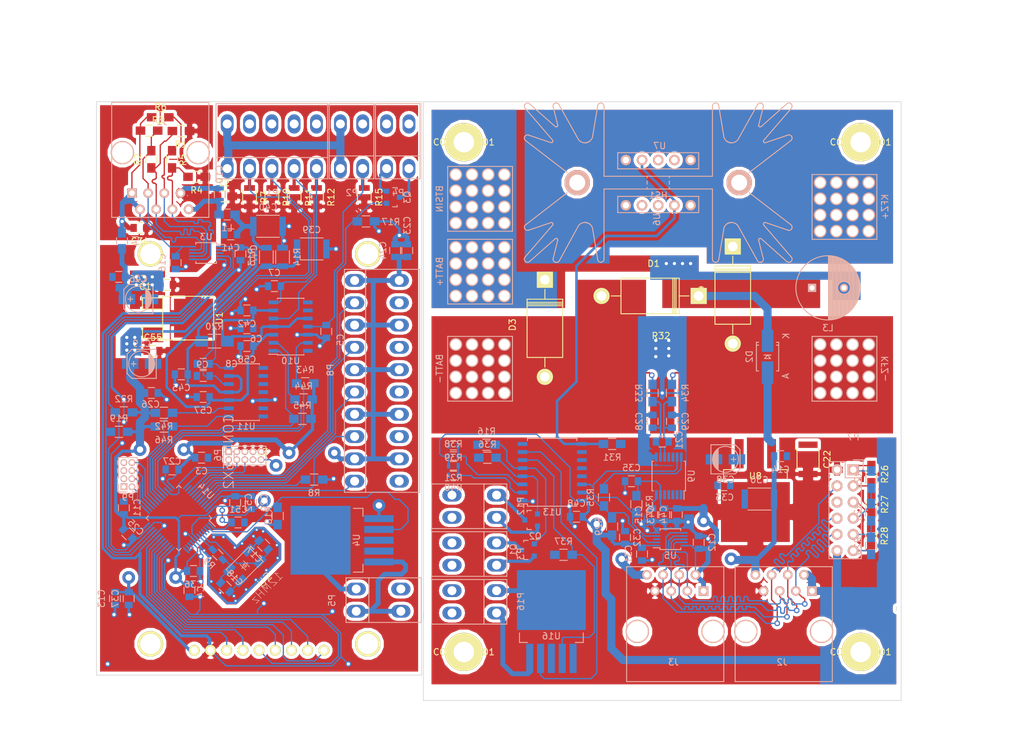
<source format=kicad_pcb>
(kicad_pcb (version 4) (host pcbnew 4.0.2-4+6225~38~ubuntu14.04.1-stable)
  (layers (0 F.Cu signal) (1 In1.Cu jumper hide) (2 In2.Cu jumper) (31 B.Cu signal) (34 B.Paste user) (35 F.Paste user) (36 B.SilkS user) (37 F.SilkS user) (38 B.Mask user) (39 F.Mask user) (44 Edge.Cuts user))
  (net 0 "")
  (net 1 EXTRESET)
  (net 2 GND)
  (net 3 MISO)
  (net 4 MOSI)
  (net 5 SCK)
  (net 6 SCL)
  (net 7 SDA)
  (net 8 SWCLK)
  (net 9 SWDIO)
  (net 10 SWO)
  (net 11 VCC)
  (net 12 "Net-(C17-Pad2)")
  (net 13 "Net-(C18-Pad2)")
  (net 14 "Net-(P5-Pad2)")
  (net 15 "Net-(P6-Pad8)")
  (net 16 "Net-(R9-Pad1)")
  (net 17 "Net-(U9-Pad3)")
  (net 18 "Net-(U14-Pad4)")
  (net 19 "Net-(U14-Pad10)")
  (net 20 stmxtalgnd)
  (net 21 "Net-(U14-Pad38)")
  (net 22 "Net-(U14-Pad3)")
  (net 23 DGND)
  (net 24 +12INPUT)
  (net 25 Waste)
  (net 26 FILL25)
  (net 27 FILL50)
  (net 28 FILL75)
  (net 29 FILL100)
  (net 30 "Net-(C10-Pad2)")
  (net 31 +5V)
  (net 32 "Net-(J1-Pad3)")
  (net 33 "Net-(J1-Pad4)")
  (net 34 "Net-(J1-Pad5)")
  (net 35 "Net-(J1-Pad6)")
  (net 36 "Net-(J2-Pad3)")
  (net 37 "Net-(J2-Pad4)")
  (net 38 "Net-(J2-Pad5)")
  (net 39 "Net-(J2-Pad6)")
  (net 40 "Net-(P3-Pad1)")
  (net 41 "Net-(P3-Pad2)")
  (net 42 "Net-(P4-Pad1)")
  (net 43 "Net-(P4-Pad2)")
  (net 44 "Net-(P5-Pad1)")
  (net 45 "Net-(P7-Pad1)")
  (net 46 "Net-(P7-Pad3)")
  (net 47 "Net-(P7-Pad5)")
  (net 48 "Net-(P7-Pad7)")
  (net 49 "Net-(P7-Pad9)")
  (net 50 "Net-(P7-Pad11)")
  (net 51 LED)
  (net 52 DISPDC)
  (net 53 DISPRESET)
  (net 54 DISPCS)
  (net 55 "Net-(P16-Pad1)")
  (net 56 "Net-(P16-Pad2)")
  (net 57 SWITCH1)
  (net 58 SWITCH2)
  (net 59 SWITCH3)
  (net 60 SWITCH4)
  (net 61 "Net-(R8-Pad1)")
  (net 62 WATERREF)
  (net 63 SDA2)
  (net 64 SCL2)
  (net 65 "Net-(R31-Pad1)")
  (net 66 "Net-(R37-Pad1)")
  (net 67 OUT100)
  (net 68 OUTWASTE)
  (net 69 OUT25)
  (net 70 OUT50)
  (net 71 OUT75)
  (net 72 "Net-(U3-Pad3)")
  (net 73 "Net-(U4-Pad4)")
  (net 74 "Net-(U5-Pad3)")
  (net 75 "Net-(U6-Pad4)")
  (net 76 "Net-(U7-Pad4)")
  (net 77 "Net-(U13-Pad7)")
  (net 78 "Net-(U13-Pad13)")
  (net 79 "Net-(U14-Pad11)")
  (net 80 "Net-(U14-Pad12)")
  (net 81 KFZOUT)
  (net 82 VREGIN)
  (net 83 "Net-(U13-Pad10)")
  (net 84 +5INPUT)
  (net 85 "Net-(C21-Pad1)")
  (net 86 "Net-(C21-Pad2)")
  (net 87 "Net-(C15-Pad1)")
  (net 88 "Net-(U9-Pad1)")
  (net 89 "Net-(U9-Pad2)")
  (net 90 "Net-(U9-Pad4)")
  (net 91 "Net-(U9-Pad5)")
  (net 92 "Net-(U9-Pad11)")
  (net 93 "Net-(U9-Pad12)")
  (net 94 BATT-)
  (net 95 KFZ-)
  (net 96 BATT+)
  (net 97 PREDIODE)
  (net 98 "Net-(P12-Pad1)")
  (net 99 "Net-(P12-Pad2)")
  (net 100 "Net-(Q1-Pad1)")
  (net 101 "Net-(Q2-Pad1)")
  (net 102 "Net-(R35-Pad1)")
  (net 103 SWITCH5)
  (net 104 MOS1)
  (net 105 MOS2)
  (net 106 SWITCH7)
  (net 107 SWITCH8)
  (net 108 SWITCH9)
  (net 109 SWITCH6)
  (net 110 "Net-(C16-Pad1)")
  (net 111 "Net-(C42-Pad2)")
  (net 112 "Net-(U13-Pad11)")
  (net 113 "Net-(U13-Pad12)")
  (net 114 "Net-(R21-Pad2)")
  (net 115 "Net-(R38-Pad1)")
  (net 116 UNFILTEREDGND)
  (module Capacitors_SMD:C_0805 (layer B.Cu) (at 26.803 59.299)
    (fp_text reference C45 (at 0 2.1) (layer B.SilkS) (effects (justify mirror)))
    (fp_text value 100nF)
    (pad 1 smd rect (at -1 0) (size 1 1.25) (layers B.Cu B.Paste B.Mask) (net 23 DGND))
    (pad 2 smd rect (at 1 0) (size 1 1.25) (layers B.Cu B.Paste B.Mask) (net 62 WATERREF))
  )
  (module Housings_SSOP:TSSOP-10_3x3mm_Pitch0.5mm (layer B.Cu) (at 30.7 40.25 180)
    (fp_text reference U3 (at 0 2.55 180) (layer B.SilkS) (effects (justify mirror)))
    (fp_text value PCA9615)
    (pad 1 smd rect (at -2.15 1 180) (size 1.1 0.25) (layers B.Cu B.Paste B.Mask) (net 11 VCC))
    (pad 2 smd rect (at -2.15 0.5 180) (size 1.1 0.25) (layers B.Cu B.Paste B.Mask) (net 7 SDA))
    (pad 3 smd rect (at -2.15 0 180) (size 1.1 0.25) (layers B.Cu B.Paste B.Mask) (net 72 "Net-(U3-Pad3)"))
    (pad 4 smd rect (at -2.15 -0.5 180) (size 1.1 0.25) (layers B.Cu B.Paste B.Mask) (net 6 SCL))
    (pad 5 smd rect (at -2.15 -1 180) (size 1.1 0.25) (layers B.Cu B.Paste B.Mask) (net 23 DGND))
    (pad 6 smd rect (at 2.15 -1 180) (size 1.1 0.25) (layers B.Cu B.Paste B.Mask) (net 35 "Net-(J1-Pad6)"))
    (pad 7 smd rect (at 2.15 -0.5 180) (size 1.1 0.25) (layers B.Cu B.Paste B.Mask) (net 34 "Net-(J1-Pad5)"))
    (pad 8 smd rect (at 2.15 0 180) (size 1.1 0.25) (layers B.Cu B.Paste B.Mask) (net 33 "Net-(J1-Pad4)"))
    (pad 9 smd rect (at 2.15 0.5 180) (size 1.1 0.25) (layers B.Cu B.Paste B.Mask) (net 32 "Net-(J1-Pad3)"))
    (pad 10 smd rect (at 2.15 1 180) (size 1.1 0.25) (layers B.Cu B.Paste B.Mask) (net 110 "Net-(C16-Pad1)"))
  )
  (module TO_SOT_Packages_SMD:SOT-23 (layer B.Cu) (at 81.667 82.159 270)
    (fp_text reference Q2 (at 2.54 -0.635 360) (layer B.SilkS) (effects (justify mirror)))
    (fp_text value 2N7002)
    (pad 1 smd rect (at -0.95 -1.00076 270) (size 0.8001 0.8001) (layers B.Cu B.Paste B.Mask) (net 101 "Net-(Q2-Pad1)"))
    (pad 2 smd rect (at 0.95 -1.00076 270) (size 0.8001 0.8001) (layers B.Cu B.Paste B.Mask) (net 98 "Net-(P12-Pad1)"))
    (pad 3 smd rect (at 0 0.99822 270) (size 0.8001 0.8001) (layers B.Cu B.Paste B.Mask) (net 99 "Net-(P12-Pad2)"))
  )
  (module Connect:RJ45_8 (layer B.Cu) (at 23.5 24.5)
    (fp_text reference J1 (at 0.254 -4.826) (layer B.SilkS) (effects (justify mirror)))
    (fp_text value RJ45)
    (pad Hole np_thru_hole circle (at 5.93852 0) (size 3.64998 3.64998) (drill 3.2512) (layers *.Cu *.SilkS *.Mask))
    (pad Hole np_thru_hole circle (at -5.9309 0) (size 3.64998 3.64998) (drill 3.2512) (layers *.Cu *.SilkS *.Mask))
    (pad 1 thru_hole rect (at -4.445 6.35) (size 1.50114 1.50114) (drill 0.89916) (layers *.Cu *.Mask B.SilkS) (net 110 "Net-(C16-Pad1)"))
    (pad 2 thru_hole circle (at -3.175 8.89) (size 1.50114 1.50114) (drill 0.89916) (layers *.Cu *.Mask B.SilkS) (net 110 "Net-(C16-Pad1)"))
    (pad 3 thru_hole circle (at -1.905 6.35) (size 1.50114 1.50114) (drill 0.89916) (layers *.Cu *.Mask B.SilkS) (net 32 "Net-(J1-Pad3)"))
    (pad 4 thru_hole circle (at -0.635 8.89) (size 1.50114 1.50114) (drill 0.89916) (layers *.Cu *.Mask B.SilkS) (net 33 "Net-(J1-Pad4)"))
    (pad 5 thru_hole circle (at 0.635 6.35) (size 1.50114 1.50114) (drill 0.89916) (layers *.Cu *.Mask B.SilkS) (net 34 "Net-(J1-Pad5)"))
    (pad 6 thru_hole circle (at 1.905 8.89) (size 1.50114 1.50114) (drill 0.89916) (layers *.Cu *.Mask B.SilkS) (net 35 "Net-(J1-Pad6)"))
    (pad 7 thru_hole circle (at 3.175 6.35) (size 1.50114 1.50114) (drill 0.89916) (layers *.Cu *.Mask B.SilkS) (net 116 UNFILTEREDGND))
    (pad 8 thru_hole circle (at 4.445 8.89) (size 1.50114 1.50114) (drill 0.89916) (layers *.Cu *.Mask B.SilkS) (net 30 "Net-(C10-Pad2)"))
  )
  (module Heatsinks:Heatsink_Fischer_SK129-STS_42x25mm_2xDrill2.5mm (layer B.Cu) (at 101.6 29.21)
    (fp_text reference HS1 (at 0 2) (layer B.SilkS) (effects (justify mirror)))
    (fp_text value HEATSINK)
    (pad 1 thru_hole circle (at -12.7 0) (size 4 4) (drill 2.5) (layers *.Cu *.Mask B.SilkS))
    (pad 1 thru_hole circle (at 12.7 0) (size 4 4) (drill 2.5) (layers *.Cu *.Mask B.SilkS))
  )
  (module Housings_SSOP:TSSOP-14_4.4x5mm_Pitch0.65mm (layer B.Cu) (at 103.251 75.2475 90)
    (fp_text reference U9 (at 0 3.55 90) (layer B.SilkS) (effects (justify mirror)))
    (fp_text value BQ34Z100-G1)
    (pad 1 smd rect (at -2.95 1.95 90) (size 1.45 0.45) (layers B.Cu B.Paste B.Mask) (net 88 "Net-(U9-Pad1)"))
    (pad 2 smd rect (at -2.95 1.3 90) (size 1.45 0.45) (layers B.Cu B.Paste B.Mask) (net 89 "Net-(U9-Pad2)"))
    (pad 3 smd rect (at -2.95 0.65 90) (size 1.45 0.45) (layers B.Cu B.Paste B.Mask) (net 17 "Net-(U9-Pad3)"))
    (pad 4 smd rect (at -2.95 0 90) (size 1.45 0.45) (layers B.Cu B.Paste B.Mask) (net 90 "Net-(U9-Pad4)"))
    (pad 5 smd rect (at -2.95 -0.65 90) (size 1.45 0.45) (layers B.Cu B.Paste B.Mask) (net 91 "Net-(U9-Pad5)"))
    (pad 6 smd rect (at -2.95 -1.3 90) (size 1.45 0.45) (layers B.Cu B.Paste B.Mask) (net 31 +5V))
    (pad 7 smd rect (at -2.95 -1.95 90) (size 1.45 0.45) (layers B.Cu B.Paste B.Mask) (net 87 "Net-(C15-Pad1)"))
    (pad 8 smd rect (at 2.95 -1.95 90) (size 1.45 0.45) (layers B.Cu B.Paste B.Mask) (net 2 GND))
    (pad 9 smd rect (at 2.95 -1.3 90) (size 1.45 0.45) (layers B.Cu B.Paste B.Mask) (net 85 "Net-(C21-Pad1)"))
    (pad 10 smd rect (at 2.95 -0.65 90) (size 1.45 0.45) (layers B.Cu B.Paste B.Mask) (net 86 "Net-(C21-Pad2)"))
    (pad 11 smd rect (at 2.95 0 90) (size 1.45 0.45) (layers B.Cu B.Paste B.Mask) (net 92 "Net-(U9-Pad11)"))
    (pad 12 smd rect (at 2.95 0.65 90) (size 1.45 0.45) (layers B.Cu B.Paste B.Mask) (net 93 "Net-(U9-Pad12)"))
    (pad 13 smd rect (at 2.95 1.3 90) (size 1.45 0.45) (layers B.Cu B.Paste B.Mask) (net 64 SCL2))
    (pad 14 smd rect (at 2.95 1.95 90) (size 1.45 0.45) (layers B.Cu B.Paste B.Mask) (net 102 "Net-(R35-Pad1)"))
  )
  (module Resistors_SMD:R_0805_HandSoldering (layer B.Cu) (at 93.091 78.613 270)
    (fp_text reference R35 (at 0 2.1 270) (layer B.SilkS) (effects (justify mirror)))
    (fp_text value 0R0)
    (pad 1 smd rect (at -1.35 0 270) (size 1.5 1.3) (layers B.Cu B.Paste B.Mask) (net 102 "Net-(R35-Pad1)"))
    (pad 2 smd rect (at 1.35 0 270) (size 1.5 1.3) (layers B.Cu B.Paste B.Mask) (net 63 SDA2))
  )
  (module TO-252-4:TO-263-2Lead (layer F.Cu) (at 116.84 71.755 270)
    (fp_text reference U8 (at 3.5 0 360) (layer F.SilkS))
    (fp_text value LM7805CT)
    (pad 2 smd rect (at 9.15 0 270) (size 9.4 10.8) (layers F.Cu F.Paste F.Mask) (net 2 GND))
    (pad 3 smd rect (at 0 2.54 270) (size 4.6 1.39) (layers F.Cu F.Paste F.Mask) (net 31 +5V))
    (pad 1 smd rect (at 0 -2.54 270) (size 4.6 1.39) (layers F.Cu F.Paste F.Mask) (net 82 VREGIN))
  )
  (module Capacitors_ThroughHole:C_Radial_D10_L16_P5 (layer B.Cu) (at 125.73 45.72)
    (fp_text reference L3 (at 2.5 6.3) (layer B.SilkS) (effects (justify mirror)))
    (fp_text value TSL0808-470K1R2)
    (pad 1 thru_hole rect (at 0 0) (size 1.3 1.3) (drill 0.8) (layers *.Cu *.Mask B.SilkS) (net 97 PREDIODE))
    (pad 2 thru_hole circle (at 5 0) (size 1.3 1.3) (drill 0.8) (layers *.Cu *.Mask B.SilkS) (net 96 BATT+))
  )
  (module Capacitors_SMD:C_0805 (layer B.Cu) (at 30.232 57.648 180)
    (fp_text reference C8 (at -4.445 -0.001 180) (layer B.SilkS) (effects (justify mirror)))
    (fp_text value 100nF)
    (pad 1 smd rect (at -1 0 180) (size 1 1.25) (layers B.Cu B.Paste B.Mask) (net 28 FILL75))
    (pad 2 smd rect (at 1 0 180) (size 1 1.25) (layers B.Cu B.Paste B.Mask) (net 23 DGND))
  )
  (module Resistors_SMD:R_0805_HandSoldering (layer F.Cu) (at 21.75 21.05 180)
    (fp_text reference R3 (at -1.398 1.651 180) (layer F.SilkS))
    (fp_text value 600R)
    (pad 1 smd rect (at -1.35 0 180) (size 1.5 1.3) (layers F.Cu F.Paste F.Mask) (net 32 "Net-(J1-Pad3)"))
    (pad 2 smd rect (at 1.35 0 180) (size 1.5 1.3) (layers F.Cu F.Paste F.Mask) (net 110 "Net-(C16-Pad1)"))
  )
  (module Resistors_SMD:R_0805_HandSoldering (layer B.Cu) (at 98.171 79.6925 90)
    (fp_text reference R30 (at 0 2.1 90) (layer B.SilkS) (effects (justify mirror)))
    (fp_text value 10K)
    (pad 1 smd rect (at -1.35 0 90) (size 1.5 1.3) (layers B.Cu B.Paste B.Mask) (net 64 SCL2))
    (pad 2 smd rect (at 1.35 0 90) (size 1.5 1.3) (layers B.Cu B.Paste B.Mask) (net 31 +5V))
  )
  (module Capacitors_SMD:C_0805 (layer B.Cu) (at 99.06 87.503 270)
    (fp_text reference C31 (at 0 2.1 270) (layer B.SilkS) (effects (justify mirror)))
    (fp_text value 100nF)
    (pad 1 smd rect (at -1 0 270) (size 1 1.25) (layers B.Cu B.Paste B.Mask) (net 31 +5V))
    (pad 2 smd rect (at 1 0 270) (size 1 1.25) (layers B.Cu B.Paste B.Mask) (net 2 GND))
  )
  (module Capacitors_SMD:c_elec_4x5.8 (layer B.Cu) (at 20.58 57.648 180)
    (fp_text reference C19 (at 0 3.175 180) (layer B.SilkS) (effects (justify mirror)))
    (fp_text value 10uF)
    (pad 1 smd rect (at 1.80086 0 180) (size 2.60096 1.6002) (layers B.Cu B.Paste B.Mask) (net 11 VCC))
    (pad 2 smd rect (at -1.80086 0 180) (size 2.60096 1.6002) (layers B.Cu B.Paste B.Mask) (net 23 DGND))
  )
  (module crystal_ceramic_smd:Xtal_Ceramic_5x3.2 (layer B.Cu) (at 36.737942 89.305869 45)
    (fp_text reference U2 (at 0.635 3.81 45) (layer F.SilkS) (effects (font (size 1.27 1.27) (thickness 0.0889))))
    (fp_text value 12MHz (at 0 4.8885 45) (layer B.SilkS) (effects (font (size 1.27 1.27) (thickness 0.0889)) (justify mirror)))
    (pad 2 smd rect (at 2.1336 -1.27 45) (size 1.9 1.1) (layers B.Cu B.Paste B.Mask) (net 20 stmxtalgnd))
    (pad 4 smd rect (at -2.1336 1.27 45) (size 1.9 1.1) (layers B.Cu B.Paste B.Mask) (net 20 stmxtalgnd))
    (pad 1 smd rect (at -2.1336 -1.27 45) (size 1.9 1.1) (layers B.Cu B.Paste B.Mask) (net 13 "Net-(C18-Pad2)"))
    (pad 3 smd rect (at 2.1336 1.27 45) (size 1.9 1.1) (layers B.Cu B.Paste B.Mask) (net 12 "Net-(C17-Pad2)"))
  )
  (module Housings_QFP:LQFP-48_7x7mm_Pitch0.5mm (layer B.Cu) (at 26.410646 81.852257 135)
    (fp_text reference U14 (at 0 6 135) (layer B.SilkS) (effects (justify mirror)))
    (fp_text value STM32F100C8)
    (pad 1 smd rect (at -4.35 2.75 135) (size 1.3 0.25) (layers B.Cu B.Paste B.Mask) (net 11 VCC))
    (pad 2 smd rect (at -4.35 2.25 135) (size 1.3 0.25) (layers B.Cu B.Paste B.Mask) (net 105 MOS2))
    (pad 3 smd rect (at -4.35 1.75 135) (size 1.3 0.25) (layers B.Cu B.Paste B.Mask) (net 22 "Net-(U14-Pad3)"))
    (pad 4 smd rect (at -4.35 1.25 135) (size 1.3 0.25) (layers B.Cu B.Paste B.Mask) (net 18 "Net-(U14-Pad4)"))
    (pad 5 smd rect (at -4.35 0.75 135) (size 1.3 0.25) (layers B.Cu B.Paste B.Mask) (net 12 "Net-(C17-Pad2)"))
    (pad 6 smd rect (at -4.35 0.25 135) (size 1.3 0.25) (layers B.Cu B.Paste B.Mask) (net 16 "Net-(R9-Pad1)"))
    (pad 7 smd rect (at -4.35 -0.25 135) (size 1.3 0.25) (layers B.Cu B.Paste B.Mask) (net 1 EXTRESET))
    (pad 8 smd rect (at -4.35 -0.75 135) (size 1.3 0.25) (layers B.Cu B.Paste B.Mask) (net 23 DGND))
    (pad 9 smd rect (at -4.35 -1.25 135) (size 1.3 0.25) (layers B.Cu B.Paste B.Mask) (net 11 VCC))
    (pad 10 smd rect (at -4.35 -1.75 135) (size 1.3 0.25) (layers B.Cu B.Paste B.Mask) (net 19 "Net-(U14-Pad10)"))
    (pad 11 smd rect (at -4.35 -2.25 135) (size 1.3 0.25) (layers B.Cu B.Paste B.Mask) (net 79 "Net-(U14-Pad11)"))
    (pad 12 smd rect (at -4.35 -2.75 135) (size 1.3 0.25) (layers B.Cu B.Paste B.Mask) (net 80 "Net-(U14-Pad12)"))
    (pad 13 smd rect (at -2.75 -4.35 45) (size 1.3 0.25) (layers B.Cu B.Paste B.Mask) (net 52 DISPDC))
    (pad 14 smd rect (at -2.25 -4.35 45) (size 1.3 0.25) (layers B.Cu B.Paste B.Mask) (net 51 LED))
    (pad 15 smd rect (at -1.75 -4.35 45) (size 1.3 0.25) (layers B.Cu B.Paste B.Mask) (net 5 SCK))
    (pad 16 smd rect (at -1.25 -4.35 45) (size 1.3 0.25) (layers B.Cu B.Paste B.Mask) (net 3 MISO))
    (pad 17 smd rect (at -0.75 -4.35 45) (size 1.3 0.25) (layers B.Cu B.Paste B.Mask) (net 4 MOSI))
    (pad 18 smd rect (at -0.25 -4.35 45) (size 1.3 0.25) (layers B.Cu B.Paste B.Mask) (net 53 DISPRESET))
    (pad 19 smd rect (at 0.25 -4.35 45) (size 1.3 0.25) (layers B.Cu B.Paste B.Mask) (net 54 DISPCS))
    (pad 20 smd rect (at 0.75 -4.35 45) (size 1.3 0.25) (layers B.Cu B.Paste B.Mask) (net 23 DGND))
    (pad 21 smd rect (at 1.25 -4.35 45) (size 1.3 0.25) (layers B.Cu B.Paste B.Mask) (net 6 SCL))
    (pad 22 smd rect (at 1.75 -4.35 45) (size 1.3 0.25) (layers B.Cu B.Paste B.Mask) (net 7 SDA))
    (pad 23 smd rect (at 2.25 -4.35 45) (size 1.3 0.25) (layers B.Cu B.Paste B.Mask) (net 23 DGND))
    (pad 24 smd rect (at 2.75 -4.35 45) (size 1.3 0.25) (layers B.Cu B.Paste B.Mask) (net 11 VCC))
    (pad 25 smd rect (at 4.35 -2.75 135) (size 1.3 0.25) (layers B.Cu B.Paste B.Mask) (net 109 SWITCH6))
    (pad 26 smd rect (at 4.35 -2.25 135) (size 1.3 0.25) (layers B.Cu B.Paste B.Mask) (net 106 SWITCH7))
    (pad 27 smd rect (at 4.35 -1.75 135) (size 1.3 0.25) (layers B.Cu B.Paste B.Mask) (net 107 SWITCH8))
    (pad 28 smd rect (at 4.35 -1.25 135) (size 1.3 0.25) (layers B.Cu B.Paste B.Mask) (net 108 SWITCH9))
    (pad 29 smd rect (at 4.35 -0.75 135) (size 1.3 0.25) (layers B.Cu B.Paste B.Mask) (net 67 OUT100))
    (pad 30 smd rect (at 4.35 -0.25 135) (size 1.3 0.25) (layers B.Cu B.Paste B.Mask) (net 71 OUT75))
    (pad 31 smd rect (at 4.35 0.25 135) (size 1.3 0.25) (layers B.Cu B.Paste B.Mask) (net 70 OUT50))
    (pad 32 smd rect (at 4.35 0.75 135) (size 1.3 0.25) (layers B.Cu B.Paste B.Mask) (net 69 OUT25))
    (pad 33 smd rect (at 4.35 1.25 135) (size 1.3 0.25) (layers B.Cu B.Paste B.Mask) (net 68 OUTWASTE))
    (pad 34 smd rect (at 4.35 1.75 135) (size 1.3 0.25) (layers B.Cu B.Paste B.Mask) (net 9 SWDIO))
    (pad 35 smd rect (at 4.35 2.25 135) (size 1.3 0.25) (layers B.Cu B.Paste B.Mask) (net 23 DGND))
    (pad 36 smd rect (at 4.35 2.75 135) (size 1.3 0.25) (layers B.Cu B.Paste B.Mask) (net 11 VCC))
    (pad 37 smd rect (at 2.75 4.35 45) (size 1.3 0.25) (layers B.Cu B.Paste B.Mask) (net 8 SWCLK))
    (pad 38 smd rect (at 2.25 4.35 45) (size 1.3 0.25) (layers B.Cu B.Paste B.Mask) (net 21 "Net-(U14-Pad38)"))
    (pad 39 smd rect (at 1.75 4.35 45) (size 1.3 0.25) (layers B.Cu B.Paste B.Mask) (net 10 SWO))
    (pad 40 smd rect (at 1.25 4.35 45) (size 1.3 0.25) (layers B.Cu B.Paste B.Mask) (net 104 MOS1))
    (pad 41 smd rect (at 0.75 4.35 45) (size 1.3 0.25) (layers B.Cu B.Paste B.Mask) (net 57 SWITCH1))
    (pad 42 smd rect (at 0.25 4.35 45) (size 1.3 0.25) (layers B.Cu B.Paste B.Mask) (net 58 SWITCH2))
    (pad 43 smd rect (at -0.25 4.35 45) (size 1.3 0.25) (layers B.Cu B.Paste B.Mask) (net 59 SWITCH3))
    (pad 44 smd rect (at -0.75 4.35 45) (size 1.3 0.25) (layers B.Cu B.Paste B.Mask) (net 61 "Net-(R8-Pad1)"))
    (pad 45 smd rect (at -1.25 4.35 45) (size 1.3 0.25) (layers B.Cu B.Paste B.Mask) (net 60 SWITCH4))
    (pad 46 smd rect (at -1.75 4.35 45) (size 1.3 0.25) (layers B.Cu B.Paste B.Mask) (net 103 SWITCH5))
    (pad 47 smd rect (at -2.25 4.35 45) (size 1.3 0.25) (layers B.Cu B.Paste B.Mask) (net 23 DGND))
    (pad 48 smd rect (at -2.75 4.35 45) (size 1.3 0.25) (layers B.Cu B.Paste B.Mask) (net 11 VCC))
  )
  (module drillhole:hole (layer F.Cu) (at 133.35 102.87)
    (fp_text reference P10 (at 0 0) (layer F.SilkS))
    (fp_text value CONN_01X01 (at 0 0) (layer F.SilkS))
    (pad "" np_thru_hole circle (at 0 0) (size 6 6) (drill 3.2) (layers *.Cu *.Mask F.SilkS))
  )
  (module Capacitors_SMD:C_0805 (layer B.Cu) (at 41.408 45.456 180)
    (fp_text reference C7 (at 0 2.1 180) (layer B.SilkS) (effects (justify mirror)))
    (fp_text value 100nF)
    (pad 1 smd rect (at -1 0 180) (size 1 1.25) (layers B.Cu B.Paste B.Mask) (net 27 FILL50))
    (pad 2 smd rect (at 1 0 180) (size 1 1.25) (layers B.Cu B.Paste B.Mask) (net 23 DGND))
  )
  (module Capacitors_SMD:C_0805 (layer B.Cu) (at 49.536 52.568 270)
    (fp_text reference C5 (at 1.3335 -2.2235 270) (layer B.SilkS) (effects (justify mirror)))
    (fp_text value 100nF)
    (pad 1 smd rect (at -1 0 270) (size 1 1.25) (layers B.Cu B.Paste B.Mask) (net 25 Waste))
    (pad 2 smd rect (at 1 0 270) (size 1 1.25) (layers B.Cu B.Paste B.Mask) (net 23 DGND))
  )
  (module Capacitors_SMD:C_0805 (layer B.Cu) (at 37.09 52.06 180)
    (fp_text reference C6 (at -1.4595 -1.651 180) (layer B.SilkS) (effects (justify mirror)))
    (fp_text value 100nF)
    (pad 1 smd rect (at -1 0 180) (size 1 1.25) (layers B.Cu B.Paste B.Mask) (net 26 FILL25))
    (pad 2 smd rect (at 1 0 180) (size 1 1.25) (layers B.Cu B.Paste B.Mask) (net 23 DGND))
  )
  (module Capacitors_SMD:C_0805 (layer B.Cu) (at 30.232 59.553 180)
    (fp_text reference C9 (at 0.126 1.778 180) (layer B.SilkS) (effects (justify mirror)))
    (fp_text value 100nF)
    (pad 1 smd rect (at -1 0 180) (size 1 1.25) (layers B.Cu B.Paste B.Mask) (net 29 FILL100))
    (pad 2 smd rect (at 1 0 180) (size 1 1.25) (layers B.Cu B.Paste B.Mask) (net 23 DGND))
  )
  (module Capacitors_SMD:C_0805 (layer B.Cu) (at 32.8355 31.105 270)
    (fp_text reference C10 (at -3.2004 0.0752 270) (layer B.SilkS) (effects (justify mirror)))
    (fp_text value 10nF)
    (pad 1 smd rect (at -1 0 270) (size 1 1.25) (layers B.Cu B.Paste B.Mask) (net 116 UNFILTEREDGND))
    (pad 2 smd rect (at 1 0 270) (size 1 1.25) (layers B.Cu B.Paste B.Mask) (net 30 "Net-(C10-Pad2)"))
  )
  (module Capacitors_SMD:C_0805 (layer B.Cu) (at 39.710407 86.099918 315)
    (fp_text reference C17 (at 0 2.1 315) (layer B.SilkS) (effects (justify mirror)))
    (fp_text value 22pF)
    (pad 1 smd rect (at -1 0 315) (size 1 1.25) (layers B.Cu B.Paste B.Mask) (net 20 stmxtalgnd))
    (pad 2 smd rect (at 1 0 315) (size 1 1.25) (layers B.Cu B.Paste B.Mask) (net 12 "Net-(C17-Pad2)"))
  )
  (module Capacitors_SMD:C_0805 (layer B.Cu) (at 33.684654 92.718367 135)
    (fp_text reference C18 (at 0 2.1 135) (layer B.SilkS) (effects (justify mirror)))
    (fp_text value 22pF)
    (pad 1 smd rect (at -1 0 135) (size 1 1.25) (layers B.Cu B.Paste B.Mask) (net 20 stmxtalgnd))
    (pad 2 smd rect (at 1 0 135) (size 1 1.25) (layers B.Cu B.Paste B.Mask) (net 13 "Net-(C18-Pad2)"))
  )
  (module Capacitors_SMD:C_0805 (layer B.Cu) (at 102.235 69.85)
    (fp_text reference C21 (at 2.667 -0.255 90) (layer B.SilkS) (effects (justify mirror)))
    (fp_text value 100nF)
    (pad 1 smd rect (at -1 0) (size 1 1.25) (layers B.Cu B.Paste B.Mask) (net 85 "Net-(C21-Pad1)"))
    (pad 2 smd rect (at 1 0) (size 1 1.25) (layers B.Cu B.Paste B.Mask) (net 86 "Net-(C21-Pad2)"))
  )
  (module Capacitors_SMD:C_0805 (layer B.Cu) (at 62.236 39.868 90)
    (fp_text reference C23 (at 3.937 0 90) (layer B.SilkS) (effects (justify mirror)))
    (fp_text value 100nF)
    (pad 1 smd rect (at -1 0 90) (size 1 1.25) (layers B.Cu B.Paste B.Mask) (net 11 VCC))
    (pad 2 smd rect (at 1 0 90) (size 1 1.25) (layers B.Cu B.Paste B.Mask) (net 23 DGND))
  )
  (module Capacitors_SMD:C_0805 (layer B.Cu) (at 60.331 39.868 90)
    (fp_text reference C24 (at 0 -1.905 90) (layer B.SilkS) (effects (justify mirror)))
    (fp_text value 100nF)
    (pad 1 smd rect (at -1 0 90) (size 1 1.25) (layers B.Cu B.Paste B.Mask) (net 11 VCC))
    (pad 2 smd rect (at 1 0 90) (size 1 1.25) (layers B.Cu B.Paste B.Mask) (net 23 DGND))
  )
  (module Capacitors_SMD:C_0805 (layer B.Cu) (at 18.421 84.318 315)
    (fp_text reference C25 (at 0.1514 -1.5748 315) (layer B.SilkS) (effects (justify mirror)))
    (fp_text value 100nF)
    (pad 1 smd rect (at -1 0 315) (size 1 1.25) (layers B.Cu B.Paste B.Mask) (net 11 VCC))
    (pad 2 smd rect (at 1 0 315) (size 1 1.25) (layers B.Cu B.Paste B.Mask) (net 23 DGND))
  )
  (module Capacitors_SMD:C_0805 (layer B.Cu) (at 22.104 62.22)
    (fp_text reference C26 (at -0.126 1.778) (layer B.SilkS) (effects (justify mirror)))
    (fp_text value 100nF)
    (pad 1 smd rect (at -1 0) (size 1 1.25) (layers B.Cu B.Paste B.Mask) (net 11 VCC))
    (pad 2 smd rect (at 1 0) (size 1 1.25) (layers B.Cu B.Paste B.Mask) (net 23 DGND))
  )
  (module Capacitors_SMD:C_0805 (layer B.Cu) (at 25.3425 74.2215 180)
    (fp_text reference C27 (at -0.001 1.27 180) (layer B.SilkS) (effects (justify mirror)))
    (fp_text value 100nF)
    (pad 1 smd rect (at -1 0 180) (size 1 1.25) (layers B.Cu B.Paste B.Mask) (net 11 VCC))
    (pad 2 smd rect (at 1 0 180) (size 1 1.25) (layers B.Cu B.Paste B.Mask) (net 23 DGND))
  )
  (module Capacitors_SMD:C_0805 (layer B.Cu) (at 96.393 84.8995 90)
    (fp_text reference C32 (at -0.001 1.905 90) (layer B.SilkS) (effects (justify mirror)))
    (fp_text value 100nF)
    (pad 1 smd rect (at -1 0 90) (size 1 1.25) (layers B.Cu B.Paste B.Mask) (net 31 +5V))
    (pad 2 smd rect (at 1 0 90) (size 1 1.25) (layers B.Cu B.Paste B.Mask) (net 2 GND))
  )
  (module Capacitors_SMD:C_0805 (layer B.Cu) (at 111.893 76.698 180)
    (fp_text reference C33 (at -0.127 -1.904 180) (layer B.SilkS) (effects (justify mirror)))
    (fp_text value 1uF)
    (pad 1 smd rect (at -1 0 180) (size 1 1.25) (layers B.Cu B.Paste B.Mask) (net 31 +5V))
    (pad 2 smd rect (at 1 0 180) (size 1 1.25) (layers B.Cu B.Paste B.Mask) (net 2 GND))
  )
  (module Capacitors_SMD:C_0805 (layer B.Cu) (at 97.409 76.073 180)
    (fp_text reference C35 (at 0 2.1 180) (layer B.SilkS) (effects (justify mirror)))
    (fp_text value 100nF)
    (pad 1 smd rect (at -1 0 180) (size 1 1.25) (layers B.Cu B.Paste B.Mask) (net 31 +5V))
    (pad 2 smd rect (at 1 0 180) (size 1 1.25) (layers B.Cu B.Paste B.Mask) (net 2 GND))
  )
  (module Capacitors_SMD:C_0805 (layer B.Cu) (at 102.5525 81.3435 270)
    (fp_text reference C43 (at 0 2.1 270) (layer B.SilkS) (effects (justify mirror)))
    (fp_text value 100nF)
    (pad 1 smd rect (at -1 0 270) (size 1 1.25) (layers B.Cu B.Paste B.Mask) (net 31 +5V))
    (pad 2 smd rect (at 1 0 270) (size 1 1.25) (layers B.Cu B.Paste B.Mask) (net 2 GND))
  )
  (module Capacitors_SMD:C_0805 (layer B.Cu) (at 104.521 81.3435 270)
    (fp_text reference C44 (at 0 2.1 270) (layer B.SilkS) (effects (justify mirror)))
    (fp_text value 10nF)
    (pad 1 smd rect (at -1 0 270) (size 1 1.25) (layers B.Cu B.Paste B.Mask) (net 31 +5V))
    (pad 2 smd rect (at 1 0 270) (size 1 1.25) (layers B.Cu B.Paste B.Mask) (net 2 GND))
  )
  (module Resistors_SMD:R_0603_HandSoldering (layer B.Cu) (at 32.517224 87.599621 315)
    (fp_text reference R9 (at 0 1.9 315) (layer B.SilkS) (effects (justify mirror)))
    (fp_text value ???)
    (pad 1 smd rect (at -1.1 0 315) (size 1.2 0.9) (layers B.Cu B.Paste B.Mask) (net 16 "Net-(R9-Pad1)"))
    (pad 2 smd rect (at 1.1 0 315) (size 1.2 0.9) (layers B.Cu B.Paste B.Mask) (net 13 "Net-(C18-Pad2)"))
  )
  (module Capacitors_SMD:C_0805 (layer F.Cu) (at 24.5 45.25 180)
    (fp_text reference C1 (at 3.3528 -0.254 180) (layer F.SilkS))
    (fp_text value 1uF)
    (pad 1 smd rect (at -1 0 180) (size 1 1.25) (layers F.Cu F.Paste F.Mask) (net 23 DGND))
    (pad 2 smd rect (at 1 0 180) (size 1 1.25) (layers F.Cu F.Paste F.Mask) (net 84 +5INPUT))
  )
  (module Capacitors_SMD:C_0805 (layer B.Cu) (at 17 44)
    (fp_text reference C2 (at 3.3528 0.2794) (layer B.SilkS) (effects (justify mirror)))
    (fp_text value 100nF)
    (pad 1 smd rect (at -1 0) (size 1 1.25) (layers B.Cu B.Paste B.Mask) (net 23 DGND))
    (pad 2 smd rect (at 1 0) (size 1 1.25) (layers B.Cu B.Paste B.Mask) (net 84 +5INPUT))
  )
  (module Capacitors_SMD:C_0805 (layer B.Cu) (at 29.978 72.38)
    (fp_text reference C3 (at 0 2.1) (layer B.SilkS) (effects (justify mirror)))
    (fp_text value 2.2uF)
    (pad 1 smd rect (at -1 0) (size 1 1.25) (layers B.Cu B.Paste B.Mask) (net 11 VCC))
    (pad 2 smd rect (at 1 0) (size 1 1.25) (layers B.Cu B.Paste B.Mask) (net 23 DGND))
  )
  (module Capacitors_SMD:C_0805 (layer B.Cu) (at 28.073 93.208 270)
    (fp_text reference C4 (at 0.254 -1.778 270) (layer B.SilkS) (effects (justify mirror)))
    (fp_text value 2.2uF)
    (pad 1 smd rect (at -1 0 270) (size 1 1.25) (layers B.Cu B.Paste B.Mask) (net 11 VCC))
    (pad 2 smd rect (at 1 0 270) (size 1 1.25) (layers B.Cu B.Paste B.Mask) (net 23 DGND))
  )
  (module Resistors_SMD:R_0805_HandSoldering (layer F.Cu) (at 22.1 25.55 90)
    (fp_text reference R2 (at 0 -2.1 90) (layer F.SilkS))
    (fp_text value 120R)
    (pad 1 smd rect (at -1.35 0 90) (size 1.5 1.3) (layers F.Cu F.Paste F.Mask) (net 33 "Net-(J1-Pad4)"))
    (pad 2 smd rect (at 1.35 0 90) (size 1.5 1.3) (layers F.Cu F.Paste F.Mask) (net 32 "Net-(J1-Pad3)"))
  )
  (module Resistors_SMD:R_0805_HandSoldering (layer F.Cu) (at 29.2 28.3 180)
    (fp_text reference R4 (at 0 -2.1 180) (layer F.SilkS))
    (fp_text value 600R)
    (pad 1 smd rect (at -1.35 0 180) (size 1.5 1.3) (layers F.Cu F.Paste F.Mask) (net 116 UNFILTEREDGND))
    (pad 2 smd rect (at 1.35 0 180) (size 1.5 1.3) (layers F.Cu F.Paste F.Mask) (net 35 "Net-(J1-Pad6)"))
  )
  (module Resistors_SMD:R_0805_HandSoldering (layer F.Cu) (at 25.35 25.55 90)
    (fp_text reference R5 (at -0.0762 1.7272 90) (layer F.SilkS))
    (fp_text value 120R)
    (pad 1 smd rect (at -1.35 0 90) (size 1.5 1.3) (layers F.Cu F.Paste F.Mask) (net 35 "Net-(J1-Pad6)"))
    (pad 2 smd rect (at 1.35 0 90) (size 1.5 1.3) (layers F.Cu F.Paste F.Mask) (net 34 "Net-(J1-Pad5)"))
  )
  (module Resistors_SMD:R_0805_HandSoldering (layer F.Cu) (at 23.5 18.95 180)
    (fp_text reference R6 (at -0.0518 1.6256 180) (layer F.SilkS))
    (fp_text value 600R)
    (pad 1 smd rect (at -1.35 0 180) (size 1.5 1.3) (layers F.Cu F.Paste F.Mask) (net 34 "Net-(J1-Pad5)"))
    (pad 2 smd rect (at 1.35 0 180) (size 1.5 1.3) (layers F.Cu F.Paste F.Mask) (net 110 "Net-(C16-Pad1)"))
  )
  (module Resistors_SMD:R_0805_HandSoldering (layer B.Cu) (at 47.631 75.809)
    (fp_text reference R8 (at 0 2.1) (layer B.SilkS) (effects (justify mirror)))
    (fp_text value 10K)
    (pad 1 smd rect (at -1.35 0) (size 1.5 1.3) (layers B.Cu B.Paste B.Mask) (net 61 "Net-(R8-Pad1)"))
    (pad 2 smd rect (at 1.35 0) (size 1.5 1.3) (layers B.Cu B.Paste B.Mask) (net 23 DGND))
  )
  (module Resistors_SMD:R_0805_HandSoldering (layer B.Cu) (at 74.682 70.348 180)
    (fp_text reference R16 (at 0 2.1 180) (layer B.SilkS) (effects (justify mirror)))
    (fp_text value 10K)
    (pad 1 smd rect (at -1.35 0 180) (size 1.5 1.3) (layers B.Cu B.Paste B.Mask) (net 100 "Net-(Q1-Pad1)"))
    (pad 2 smd rect (at 1.35 0 180) (size 1.5 1.3) (layers B.Cu B.Paste B.Mask) (net 23 DGND))
  )
  (module Resistors_SMD:R_0805_HandSoldering (layer B.Cu) (at 55.759 35.296)
    (fp_text reference R17 (at 3.9116 0.0762) (layer B.SilkS) (effects (justify mirror)))
    (fp_text value 10K)
    (pad 1 smd rect (at -1.35 0) (size 1.5 1.3) (layers B.Cu B.Paste B.Mask) (net 104 MOS1))
    (pad 2 smd rect (at 1.35 0) (size 1.5 1.3) (layers B.Cu B.Paste B.Mask) (net 23 DGND))
  )
  (module Resistors_SMD:R_0805_HandSoldering (layer B.Cu) (at 41.916 81.524 270)
    (fp_text reference R18 (at -0.1026 1.4224 270) (layer B.SilkS) (effects (justify mirror)))
    (fp_text value 10K)
    (pad 1 smd rect (at -1.35 0 270) (size 1.5 1.3) (layers B.Cu B.Paste B.Mask) (net 105 MOS2))
    (pad 2 smd rect (at 1.35 0 270) (size 1.5 1.3) (layers B.Cu B.Paste B.Mask) (net 23 DGND))
  )
  (module Housings_SOIC:SOIC-14_3.9x8.7mm_Pitch1.27mm (layer B.Cu) (at 36.963 62.093)
    (fp_text reference U11 (at 0 5.375) (layer B.SilkS) (effects (justify mirror)))
    (fp_text value LM339)
    (pad 1 smd rect (at -2.7 3.81) (size 1.5 0.6) (layers B.Cu B.Paste B.Mask) (net 71 OUT75))
    (pad 2 smd rect (at -2.7 2.54) (size 1.5 0.6) (layers B.Cu B.Paste B.Mask) (net 67 OUT100))
    (pad 3 smd rect (at -2.7 1.27) (size 1.5 0.6) (layers B.Cu B.Paste B.Mask) (net 24 +12INPUT))
    (pad 4 smd rect (at -2.7 0) (size 1.5 0.6) (layers B.Cu B.Paste B.Mask) (net 62 WATERREF))
    (pad 5 smd rect (at -2.7 -1.27) (size 1.5 0.6) (layers B.Cu B.Paste B.Mask) (net 29 FILL100))
    (pad 6 smd rect (at -2.7 -2.54) (size 1.5 0.6) (layers B.Cu B.Paste B.Mask) (net 62 WATERREF))
    (pad 7 smd rect (at -2.7 -3.81) (size 1.5 0.6) (layers B.Cu B.Paste B.Mask) (net 28 FILL75))
    (pad 8 smd rect (at 2.7 -3.81) (size 1.5 0.6) (layers B.Cu B.Paste B.Mask))
    (pad 9 smd rect (at 2.7 -2.54) (size 1.5 0.6) (layers B.Cu B.Paste B.Mask))
    (pad 10 smd rect (at 2.7 -1.27) (size 1.5 0.6) (layers B.Cu B.Paste B.Mask))
    (pad 11 smd rect (at 2.7 0) (size 1.5 0.6) (layers B.Cu B.Paste B.Mask))
    (pad 12 smd rect (at 2.7 1.27) (size 1.5 0.6) (layers B.Cu B.Paste B.Mask) (net 23 DGND))
    (pad 13 smd rect (at 2.7 2.54) (size 1.5 0.6) (layers B.Cu B.Paste B.Mask))
    (pad 14 smd rect (at 2.7 3.81) (size 1.5 0.6) (layers B.Cu B.Paste B.Mask))
  )
  (module Capacitors_SMD:C_0805 (layer B.Cu) (at 37.725 79.4285 90)
    (fp_text reference C20 (at 0 2.1 90) (layer B.SilkS) (effects (justify mirror)))
    (fp_text value 100nF)
    (pad 1 smd rect (at -1 0 90) (size 1 1.25) (layers B.Cu B.Paste B.Mask) (net 1 EXTRESET))
    (pad 2 smd rect (at 1 0 90) (size 1 1.25) (layers B.Cu B.Paste B.Mask) (net 23 DGND))
  )
  (module Capacitors_SMD:C_0805 (layer B.Cu) (at 35.693 82.54)
    (fp_text reference C51 (at 0.0508 -2.032) (layer B.SilkS) (effects (justify mirror)))
    (fp_text value 100nF)
    (pad 1 smd rect (at -1 0) (size 1 1.25) (layers B.Cu B.Paste B.Mask) (net 11 VCC))
    (pad 2 smd rect (at 1 0) (size 1 1.25) (layers B.Cu B.Paste B.Mask) (net 23 DGND))
  )
  (module Capacitors_SMD:C_0805 (layer B.Cu) (at 35.2485 79.4285 90)
    (fp_text reference C52 (at 0 2.1 90) (layer B.SilkS) (effects (justify mirror)))
    (fp_text value 100nF)
    (pad 1 smd rect (at -1 0 90) (size 1 1.25) (layers B.Cu B.Paste B.Mask) (net 11 VCC))
    (pad 2 smd rect (at 1 0 90) (size 1 1.25) (layers B.Cu B.Paste B.Mask) (net 23 DGND))
  )
  (module Capacitors_SMD:C_0805 (layer F.Cu) (at 22.358 55.616)
    (fp_text reference C55 (at 0 -2.1) (layer F.SilkS))
    (fp_text value 2,2uF)
    (pad 1 smd rect (at -1 0) (size 1 1.25) (layers F.Cu F.Paste F.Mask) (net 11 VCC))
    (pad 2 smd rect (at 1 0) (size 1 1.25) (layers F.Cu F.Paste F.Mask) (net 23 DGND))
  )
  (module Capacitors_SMD:C_0805 (layer B.Cu) (at 17.786 80.254 90)
    (fp_text reference C11 (at 0 2.1 90) (layer B.SilkS) (effects (justify mirror)))
    (fp_text value 10uF)
    (pad 1 smd rect (at -1 0 90) (size 1 1.25) (layers B.Cu B.Paste B.Mask) (net 11 VCC))
    (pad 2 smd rect (at 1 0 90) (size 1 1.25) (layers B.Cu B.Paste B.Mask) (net 23 DGND))
  )
  (module Capacitors_SMD:C_0805 (layer B.Cu) (at 16.389 94.478 270)
    (fp_text reference C13 (at 0 2.1 270) (layer B.SilkS) (effects (justify mirror)))
    (fp_text value 10uF)
    (pad 1 smd rect (at -1 0 270) (size 1 1.25) (layers B.Cu B.Paste B.Mask) (net 11 VCC))
    (pad 2 smd rect (at 1 0 270) (size 1 1.25) (layers B.Cu B.Paste B.Mask) (net 23 DGND))
  )
  (module Capacitors_SMD:C_0805 (layer B.Cu) (at 100.6475 81.3435 270)
    (fp_text reference C15 (at 0 2.1 270) (layer B.SilkS) (effects (justify mirror)))
    (fp_text value 1uF)
    (pad 1 smd rect (at -1 0 270) (size 1 1.25) (layers B.Cu B.Paste B.Mask) (net 87 "Net-(C15-Pad1)"))
    (pad 2 smd rect (at 1 0 270) (size 1 1.25) (layers B.Cu B.Paste B.Mask) (net 2 GND))
  )
  (module Capacitors_SMD:C_0805 (layer B.Cu) (at 25.914 41.773 270)
    (fp_text reference C16 (at 0 2.1 270) (layer B.SilkS) (effects (justify mirror)))
    (fp_text value 10nF)
    (pad 1 smd rect (at -1 0 270) (size 1 1.25) (layers B.Cu B.Paste B.Mask) (net 110 "Net-(C16-Pad1)"))
    (pad 2 smd rect (at 1 0 270) (size 1 1.25) (layers B.Cu B.Paste B.Mask) (net 116 UNFILTEREDGND))
  )
  (module Capacitors_SMD:C_1812 (layer F.Cu) (at 125.095 72.644 270)
    (fp_text reference C22 (at 0 -3 270) (layer F.SilkS))
    (fp_text value 4,7uF)
    (pad 1 smd rect (at -2.3 0 270) (size 1 3) (layers F.Cu F.Paste F.Mask) (net 82 VREGIN))
    (pad 2 smd rect (at 2.3 0 270) (size 1 3) (layers F.Cu F.Paste F.Mask) (net 2 GND))
  )
  (module Capacitors_SMD:C_1812 (layer B.Cu) (at 117.475 78.867 180)
    (fp_text reference C30 (at 0 3 180) (layer B.SilkS) (effects (justify mirror)))
    (fp_text value 10uF)
    (pad 1 smd rect (at -2.3 0 180) (size 1 3) (layers B.Cu B.Paste B.Mask) (net 82 VREGIN))
    (pad 2 smd rect (at 2.3 0 180) (size 1 3) (layers B.Cu B.Paste B.Mask) (net 2 GND))
  )
  (module Capacitors_SMD:c_elec_4x5.8 (layer B.Cu) (at 112.147 72.634)
    (fp_text reference C38 (at 0 3.175) (layer B.SilkS) (effects (justify mirror)))
    (fp_text value 10uF)
    (pad 1 smd rect (at 1.80086 0) (size 2.60096 1.6002) (layers B.Cu B.Paste B.Mask) (net 31 +5V))
    (pad 2 smd rect (at -1.80086 0) (size 2.60096 1.6002) (layers B.Cu B.Paste B.Mask) (net 2 GND))
  )
  (module Capacitors_SMD:C_0805 (layer B.Cu) (at 30.232 62.855)
    (fp_text reference C57 (at 0 2.1) (layer B.SilkS) (effects (justify mirror)))
    (fp_text value 100nF)
    (pad 1 smd rect (at -1 0) (size 1 1.25) (layers B.Cu B.Paste B.Mask) (net 23 DGND))
    (pad 2 smd rect (at 1 0) (size 1 1.25) (layers B.Cu B.Paste B.Mask) (net 24 +12INPUT))
  )
  (module Capacitors_SMD:C_0805 (layer B.Cu) (at 37.09 54.854)
    (fp_text reference C58 (at 0 2.1) (layer B.SilkS) (effects (justify mirror)))
    (fp_text value 100nF)
    (pad 1 smd rect (at -1 0) (size 1 1.25) (layers B.Cu B.Paste B.Mask) (net 23 DGND))
    (pad 2 smd rect (at 1 0) (size 1 1.25) (layers B.Cu B.Paste B.Mask) (net 24 +12INPUT))
  )
  (module Diodes_ThroughHole:Diode_DO-201AD_Horizontal_RM15 (layer F.Cu) (at 107.95 46.99 180)
    (fp_text reference D1 (at 7.06722 5.07704 180) (layer F.SilkS))
    (fp_text value P6KE16CA)
    (pad 2 thru_hole circle (at 15.24122 -0.00296) (size 2.54 2.54) (drill 1.50114) (layers *.Cu *.Mask F.SilkS) (net 94 BATT-))
    (pad 1 thru_hole rect (at 0.00122 -0.00296) (size 2.54 2.54) (drill 1.50114) (layers *.Cu *.Mask F.SilkS) (net 97 PREDIODE))
  )
  (module Diodes_SMD:SMA_Handsoldering (layer B.Cu) (at 118.745 56.515 270)
    (fp_text reference D2 (at 0 2.85 270) (layer B.SilkS) (effects (justify mirror)))
    (fp_text value DIODE)
    (fp_text user K (at -3.25 -2.9 270) (layer B.SilkS) (effects (justify mirror)))
    (fp_text user A (at 3.05 -2.85 270) (layer B.SilkS) (effects (justify mirror)))
    (pad 1 smd rect (at -2.49936 0 270) (size 3.50012 1.80086) (layers B.Cu B.Paste B.Mask) (net 97 PREDIODE))
    (pad 2 smd rect (at 2.49936 0 270) (size 3.50012 1.80086) (layers B.Cu B.Paste B.Mask) (net 82 VREGIN))
  )
  (module Connect:RJ45_8 (layer B.Cu) (at 121.284 99.646 180)
    (fp_text reference J2 (at 0.254 -4.826 180) (layer B.SilkS) (effects (justify mirror)))
    (fp_text value RJ45)
    (pad Hole np_thru_hole circle (at 5.93852 0 180) (size 3.64998 3.64998) (drill 3.2512) (layers *.Cu *.SilkS *.Mask))
    (pad Hole np_thru_hole circle (at -5.9309 0 180) (size 3.64998 3.64998) (drill 3.2512) (layers *.Cu *.SilkS *.Mask))
    (pad 1 thru_hole rect (at -4.445 6.35 180) (size 1.50114 1.50114) (drill 0.89916) (layers *.Cu *.Mask B.SilkS) (net 31 +5V))
    (pad 2 thru_hole circle (at -3.175 8.89 180) (size 1.50114 1.50114) (drill 0.89916) (layers *.Cu *.Mask B.SilkS) (net 31 +5V))
    (pad 3 thru_hole circle (at -1.905 6.35 180) (size 1.50114 1.50114) (drill 0.89916) (layers *.Cu *.Mask B.SilkS) (net 36 "Net-(J2-Pad3)"))
    (pad 4 thru_hole circle (at -0.635 8.89 180) (size 1.50114 1.50114) (drill 0.89916) (layers *.Cu *.Mask B.SilkS) (net 37 "Net-(J2-Pad4)"))
    (pad 5 thru_hole circle (at 0.635 6.35 180) (size 1.50114 1.50114) (drill 0.89916) (layers *.Cu *.Mask B.SilkS) (net 38 "Net-(J2-Pad5)"))
    (pad 6 thru_hole circle (at 1.905 8.89 180) (size 1.50114 1.50114) (drill 0.89916) (layers *.Cu *.Mask B.SilkS) (net 39 "Net-(J2-Pad6)"))
    (pad 7 thru_hole circle (at 3.175 6.35 180) (size 1.50114 1.50114) (drill 0.89916) (layers *.Cu *.Mask B.SilkS) (net 2 GND))
    (pad 8 thru_hole circle (at 4.445 8.89 180) (size 1.50114 1.50114) (drill 0.89916) (layers *.Cu *.Mask B.SilkS) (net 82 VREGIN))
  )
  (module Connect:RJ45_8 (layer B.Cu) (at 104.266 99.646 180)
    (fp_text reference J3 (at 0.254 -4.826 180) (layer B.SilkS) (effects (justify mirror)))
    (fp_text value RJ45)
    (pad Hole np_thru_hole circle (at 5.93852 0 180) (size 3.64998 3.64998) (drill 3.2512) (layers *.Cu *.SilkS *.Mask))
    (pad Hole np_thru_hole circle (at -5.9309 0 180) (size 3.64998 3.64998) (drill 3.2512) (layers *.Cu *.SilkS *.Mask))
    (pad 1 thru_hole rect (at -4.445 6.35 180) (size 1.50114 1.50114) (drill 0.89916) (layers *.Cu *.Mask B.SilkS) (net 31 +5V))
    (pad 2 thru_hole circle (at -3.175 8.89 180) (size 1.50114 1.50114) (drill 0.89916) (layers *.Cu *.Mask B.SilkS) (net 31 +5V))
    (pad 3 thru_hole circle (at -1.905 6.35 180) (size 1.50114 1.50114) (drill 0.89916) (layers *.Cu *.Mask B.SilkS) (net 36 "Net-(J2-Pad3)"))
    (pad 4 thru_hole circle (at -0.635 8.89 180) (size 1.50114 1.50114) (drill 0.89916) (layers *.Cu *.Mask B.SilkS) (net 37 "Net-(J2-Pad4)"))
    (pad 5 thru_hole circle (at 0.635 6.35 180) (size 1.50114 1.50114) (drill 0.89916) (layers *.Cu *.Mask B.SilkS) (net 38 "Net-(J2-Pad5)"))
    (pad 6 thru_hole circle (at 1.905 8.89 180) (size 1.50114 1.50114) (drill 0.89916) (layers *.Cu *.Mask B.SilkS) (net 39 "Net-(J2-Pad6)"))
    (pad 7 thru_hole circle (at 3.175 6.35 180) (size 1.50114 1.50114) (drill 0.89916) (layers *.Cu *.Mask B.SilkS) (net 2 GND))
    (pad 8 thru_hole circle (at 4.445 8.89 180) (size 1.50114 1.50114) (drill 0.89916) (layers *.Cu *.Mask B.SilkS) (net 82 VREGIN))
  )
  (module Capacitors_SMD:C_0805_HandSoldering (layer B.Cu) (at 33.9785 34.2165)
    (fp_text reference L1 (at 0 2.1) (layer B.SilkS) (effects (justify mirror)))
    (fp_text value INDUCTOR)
    (pad 1 smd rect (at -1.25 0) (size 1.5 1.25) (layers B.Cu B.Paste B.Mask) (net 30 "Net-(C10-Pad2)"))
    (pad 2 smd rect (at 1.25 0) (size 1.5 1.25) (layers B.Cu B.Paste B.Mask) (net 24 +12INPUT))
  )
  (module Capacitors_SMD:C_0805_HandSoldering (layer F.Cu) (at 33.534 31.359)
    (fp_text reference L2 (at 0 -2.1) (layer F.SilkS))
    (fp_text value INDUCTOR)
    (pad 1 smd rect (at -1.25 0) (size 1.5 1.25) (layers F.Cu F.Paste F.Mask) (net 116 UNFILTEREDGND))
    (pad 2 smd rect (at 1.25 0) (size 1.5 1.25) (layers F.Cu F.Paste F.Mask) (net 23 DGND))
  )
  (module drillhole:hole (layer F.Cu) (at 71.12 22.86)
    (fp_text reference P21 (at 0 0) (layer F.SilkS))
    (fp_text value CONN_01X01 (at 0 0) (layer F.SilkS))
    (pad "" np_thru_hole circle (at 0 0) (size 6 6) (drill 3.2) (layers *.Cu *.Mask F.SilkS))
  )
  (module drillhole:hole (layer F.Cu) (at 133.35 22.86)
    (fp_text reference P22 (at 0 0) (layer F.SilkS))
    (fp_text value CONN_01X01 (at 0 0) (layer F.SilkS))
    (pad "" np_thru_hole circle (at 0 0) (size 6 6) (drill 3.2) (layers *.Cu *.Mask F.SilkS))
  )
  (module drillhole:hole (layer F.Cu) (at 71.12 102.87)
    (fp_text reference P24 (at 0 0) (layer F.SilkS))
    (fp_text value CONN_01X01 (at 0 0) (layer F.SilkS))
    (pad "" np_thru_hole circle (at 0 0) (size 6 6) (drill 3.2) (layers *.Cu *.Mask F.SilkS))
  )
  (module TO_SOT_Packages_SMD:SOT-23 (layer B.Cu) (at 81.159 86.858 270)
    (fp_text reference Q1 (at 0 2.25 270) (layer B.SilkS) (effects (justify mirror)))
    (fp_text value 2N7002)
    (pad 1 smd rect (at -0.95 -1.00076 270) (size 0.8001 0.8001) (layers B.Cu B.Paste B.Mask) (net 100 "Net-(Q1-Pad1)"))
    (pad 2 smd rect (at 0.95 -1.00076 270) (size 0.8001 0.8001) (layers B.Cu B.Paste B.Mask) (net 40 "Net-(P3-Pad1)"))
    (pad 3 smd rect (at 0 0.99822 270) (size 0.8001 0.8001) (layers B.Cu B.Paste B.Mask) (net 41 "Net-(P3-Pad2)"))
  )
  (module Resistors_SMD:R_0805_HandSoldering (layer F.Cu) (at 26.75 21.1 180)
    (fp_text reference R1 (at 0 -2.1 180) (layer F.SilkS))
    (fp_text value 600R)
    (pad 1 smd rect (at -1.35 0 180) (size 1.5 1.3) (layers F.Cu F.Paste F.Mask) (net 116 UNFILTEREDGND))
    (pad 2 smd rect (at 1.35 0 180) (size 1.5 1.3) (layers F.Cu F.Paste F.Mask) (net 33 "Net-(J1-Pad4)"))
  )
  (module Resistors_SMD:R_1206 (layer F.Cu) (at 37.5 31.5 270)
    (fp_text reference R7 (at 0 -2.3 270) (layer F.SilkS))
    (fp_text value 1M)
    (pad 1 smd rect (at -1.45 0 270) (size 0.9 1.7) (layers F.Cu F.Paste F.Mask) (net 29 FILL100))
    (pad 2 smd rect (at 1.45 0 270) (size 0.9 1.7) (layers F.Cu F.Paste F.Mask) (net 23 DGND))
  )
  (module Resistors_SMD:R_1206 (layer F.Cu) (at 41 31.5 270)
    (fp_text reference R10 (at 0 -2.300001 270) (layer F.SilkS))
    (fp_text value 1M)
    (pad 1 smd rect (at -1.45 0 270) (size 0.9 1.7) (layers F.Cu F.Paste F.Mask) (net 28 FILL75))
    (pad 2 smd rect (at 1.45 0 270) (size 0.9 1.7) (layers F.Cu F.Paste F.Mask) (net 23 DGND))
  )
  (module Resistors_SMD:R_1206 (layer F.Cu) (at 44.5 31.5 270)
    (fp_text reference R11 (at 0 -2.3 270) (layer F.SilkS))
    (fp_text value 1M)
    (pad 1 smd rect (at -1.45 0 270) (size 0.9 1.7) (layers F.Cu F.Paste F.Mask) (net 27 FILL50))
    (pad 2 smd rect (at 1.45 0 270) (size 0.9 1.7) (layers F.Cu F.Paste F.Mask) (net 23 DGND))
  )
  (module Resistors_SMD:R_1206 (layer F.Cu) (at 48 31.5 270)
    (fp_text reference R12 (at 0 -2.3 270) (layer F.SilkS))
    (fp_text value 1M)
    (pad 1 smd rect (at -1.45 0 270) (size 0.9 1.7) (layers F.Cu F.Paste F.Mask) (net 26 FILL25))
    (pad 2 smd rect (at 1.45 0 270) (size 0.9 1.7) (layers F.Cu F.Paste F.Mask) (net 23 DGND))
  )
  (module Resistors_SMD:R_1206 (layer B.Cu) (at 40.138 40.884 270)
    (fp_text reference R13 (at 0 2.3 270) (layer B.SilkS) (effects (justify mirror)))
    (fp_text value 1M)
    (pad 1 smd rect (at -1.45 0 270) (size 0.9 1.7) (layers B.Cu B.Paste B.Mask) (net 24 +12INPUT))
    (pad 2 smd rect (at 1.45 0 270) (size 0.9 1.7) (layers B.Cu B.Paste B.Mask) (net 62 WATERREF))
  )
  (module Resistors_SMD:R_1206 (layer B.Cu) (at 42.678 40.884 90)
    (fp_text reference R14 (at 0 2.3 90) (layer B.SilkS) (effects (justify mirror)))
    (fp_text value 1M)
    (pad 1 smd rect (at -1.45 0 90) (size 0.9 1.7) (layers B.Cu B.Paste B.Mask) (net 62 WATERREF))
    (pad 2 smd rect (at 1.45 0 90) (size 0.9 1.7) (layers B.Cu B.Paste B.Mask) (net 23 DGND))
  )
  (module Resistors_SMD:R_1206 (layer F.Cu) (at 55.5 31.5 270)
    (fp_text reference R15 (at 0 -2.3 270) (layer F.SilkS))
    (fp_text value 1M)
    (pad 1 smd rect (at -1.45 0 270) (size 0.9 1.7) (layers F.Cu F.Paste F.Mask) (net 25 Waste))
    (pad 2 smd rect (at 1.45 0 270) (size 0.9 1.7) (layers F.Cu F.Paste F.Mask) (net 23 DGND))
  )
  (module Resistors_SMD:R_0805_HandSoldering (layer B.Cu) (at 17.024 68.316 180)
    (fp_text reference R19 (at 0 2.1 180) (layer B.SilkS) (effects (justify mirror)))
    (fp_text value R)
    (pad 1 smd rect (at -1.35 0 180) (size 1.5 1.3) (layers B.Cu B.Paste B.Mask) (net 11 VCC))
    (pad 2 smd rect (at 1.35 0 180) (size 1.5 1.3) (layers B.Cu B.Paste B.Mask) (net 6 SCL))
  )
  (module Resistors_SMD:R_0805_HandSoldering (layer B.Cu) (at 17.786 65.268 180)
    (fp_text reference R22 (at 0 2.1 180) (layer B.SilkS) (effects (justify mirror)))
    (fp_text value R)
    (pad 1 smd rect (at -1.35 0 180) (size 1.5 1.3) (layers B.Cu B.Paste B.Mask) (net 11 VCC))
    (pad 2 smd rect (at 1.35 0 180) (size 1.5 1.3) (layers B.Cu B.Paste B.Mask) (net 7 SDA))
  )
  (module Resistors_SMD:R_0805_HandSoldering (layer B.Cu) (at 135.04 75.815 270)
    (fp_text reference R23 (at 0 2.1 270) (layer B.SilkS) (effects (justify mirror)))
    (fp_text value 600R)
    (pad 1 smd rect (at -1.35 0 270) (size 1.5 1.3) (layers B.Cu B.Paste B.Mask) (net 45 "Net-(P7-Pad1)"))
    (pad 2 smd rect (at 1.35 0 270) (size 1.5 1.3) (layers B.Cu B.Paste B.Mask) (net 48 "Net-(P7-Pad7)"))
  )
  (module Resistors_SMD:R_0805_HandSoldering (layer B.Cu) (at 134.99 80.915 270)
    (fp_text reference R24 (at 0 2.1 270) (layer B.SilkS) (effects (justify mirror)))
    (fp_text value 120R)
    (pad 1 smd rect (at -1.35 0 270) (size 1.5 1.3) (layers B.Cu B.Paste B.Mask) (net 48 "Net-(P7-Pad7)"))
    (pad 2 smd rect (at 1.35 0 270) (size 1.5 1.3) (layers B.Cu B.Paste B.Mask) (net 49 "Net-(P7-Pad9)"))
  )
  (module Resistors_SMD:R_0805_HandSoldering (layer B.Cu) (at 134.99 86.215 270)
    (fp_text reference R25 (at 0 2.1 270) (layer B.SilkS) (effects (justify mirror)))
    (fp_text value 600R)
    (pad 1 smd rect (at -1.35 0 270) (size 1.5 1.3) (layers B.Cu B.Paste B.Mask) (net 49 "Net-(P7-Pad9)"))
    (pad 2 smd rect (at 1.35 0 270) (size 1.5 1.3) (layers B.Cu B.Paste B.Mask) (net 50 "Net-(P7-Pad11)"))
  )
  (module Resistors_SMD:R_0805_HandSoldering (layer F.Cu) (at 135.04 74.965 270)
    (fp_text reference R26 (at 0 -2.1 270) (layer F.SilkS))
    (fp_text value 600R)
    (pad 1 smd rect (at -1.35 0 270) (size 1.5 1.3) (layers F.Cu F.Paste F.Mask) (net 45 "Net-(P7-Pad1)"))
    (pad 2 smd rect (at 1.35 0 270) (size 1.5 1.3) (layers F.Cu F.Paste F.Mask) (net 46 "Net-(P7-Pad3)"))
  )
  (module Resistors_SMD:R_0805_HandSoldering (layer F.Cu) (at 135.04 79.715 270)
    (fp_text reference R27 (at 0 -2.1 270) (layer F.SilkS))
    (fp_text value 120R)
    (pad 1 smd rect (at -1.35 0 270) (size 1.5 1.3) (layers F.Cu F.Paste F.Mask) (net 46 "Net-(P7-Pad3)"))
    (pad 2 smd rect (at 1.35 0 270) (size 1.5 1.3) (layers F.Cu F.Paste F.Mask) (net 47 "Net-(P7-Pad5)"))
  )
  (module Resistors_SMD:R_0805_HandSoldering (layer F.Cu) (at 134.99 84.665 270)
    (fp_text reference R28 (at 0 -2.1 270) (layer F.SilkS))
    (fp_text value 600R)
    (pad 1 smd rect (at -1.35 0 270) (size 1.5 1.3) (layers F.Cu F.Paste F.Mask) (net 47 "Net-(P7-Pad5)"))
    (pad 2 smd rect (at 1.35 0 270) (size 1.5 1.3) (layers F.Cu F.Paste F.Mask) (net 50 "Net-(P7-Pad11)"))
  )
  (module Resistors_SMD:R_0805_HandSoldering (layer B.Cu) (at 94.361 83.185 270)
    (fp_text reference R29 (at 0 2.1 270) (layer B.SilkS) (effects (justify mirror)))
    (fp_text value 10K)
    (pad 1 smd rect (at -1.35 0 270) (size 1.5 1.3) (layers B.Cu B.Paste B.Mask) (net 63 SDA2))
    (pad 2 smd rect (at 1.35 0 270) (size 1.5 1.3) (layers B.Cu B.Paste B.Mask) (net 31 +5V))
  )
  (module Resistors_SMD:R_0805_HandSoldering (layer B.Cu) (at 94.367 70.221)
    (fp_text reference R31 (at 0 2.1) (layer B.SilkS) (effects (justify mirror)))
    (fp_text value 10K)
    (pad 1 smd rect (at -1.35 0) (size 1.5 1.3) (layers B.Cu B.Paste B.Mask) (net 65 "Net-(R31-Pad1)"))
    (pad 2 smd rect (at 1.35 0) (size 1.5 1.3) (layers B.Cu B.Paste B.Mask) (net 2 GND))
  )
  (module Resistors_SMD:R_0805_HandSoldering (layer B.Cu) (at 86.747 87.62 180)
    (fp_text reference R37 (at 0 2.1 180) (layer B.SilkS) (effects (justify mirror)))
    (fp_text value 10K)
    (pad 1 smd rect (at -1.35 0 180) (size 1.5 1.3) (layers B.Cu B.Paste B.Mask) (net 66 "Net-(R37-Pad1)"))
    (pad 2 smd rect (at 1.35 0 180) (size 1.5 1.3) (layers B.Cu B.Paste B.Mask) (net 2 GND))
  )
  (module Resistors_SMD:R_0805_HandSoldering (layer B.Cu) (at 24.0725 65.3315)
    (fp_text reference R42 (at 0 2.1) (layer B.SilkS) (effects (justify mirror)))
    (fp_text value 10K)
    (pad 1 smd rect (at -1.35 0) (size 1.5 1.3) (layers B.Cu B.Paste B.Mask) (net 11 VCC))
    (pad 2 smd rect (at 1.35 0) (size 1.5 1.3) (layers B.Cu B.Paste B.Mask) (net 67 OUT100))
  )
  (module Resistors_SMD:R_0805_HandSoldering (layer B.Cu) (at 46.234 60.696 180)
    (fp_text reference R43 (at 0 2.1 180) (layer B.SilkS) (effects (justify mirror)))
    (fp_text value 10K)
    (pad 1 smd rect (at -1.35 0 180) (size 1.5 1.3) (layers B.Cu B.Paste B.Mask) (net 11 VCC))
    (pad 2 smd rect (at 1.35 0 180) (size 1.5 1.3) (layers B.Cu B.Paste B.Mask) (net 68 OUTWASTE))
  )
  (module Resistors_SMD:R_0805_HandSoldering (layer B.Cu) (at 45.98 63.236 180)
    (fp_text reference R44 (at 0 2.1 180) (layer B.SilkS) (effects (justify mirror)))
    (fp_text value 10K)
    (pad 1 smd rect (at -1.35 0 180) (size 1.5 1.3) (layers B.Cu B.Paste B.Mask) (net 11 VCC))
    (pad 2 smd rect (at 1.35 0 180) (size 1.5 1.3) (layers B.Cu B.Paste B.Mask) (net 69 OUT25))
  )
  (module Resistors_SMD:R_0805_HandSoldering (layer B.Cu) (at 45.7895 66.284 180)
    (fp_text reference R45 (at 0 2.1 180) (layer B.SilkS) (effects (justify mirror)))
    (fp_text value 10K)
    (pad 1 smd rect (at -1.35 0 180) (size 1.5 1.3) (layers B.Cu B.Paste B.Mask) (net 11 VCC))
    (pad 2 smd rect (at 1.35 0 180) (size 1.5 1.3) (layers B.Cu B.Paste B.Mask) (net 70 OUT50))
  )
  (module Resistors_SMD:R_0805_HandSoldering (layer B.Cu) (at 24.0725 67.4905)
    (fp_text reference R46 (at 0 2.1) (layer B.SilkS) (effects (justify mirror)))
    (fp_text value 10K)
    (pad 1 smd rect (at -1.35 0) (size 1.5 1.3) (layers B.Cu B.Paste B.Mask) (net 11 VCC))
    (pad 2 smd rect (at 1.35 0) (size 1.5 1.3) (layers B.Cu B.Paste B.Mask) (net 71 OUT75))
  )
  (module TO_SOT_Packages_SMD:TO-252-2Lead (layer F.Cu) (at 22.358 50.4725 270)
    (fp_text reference U1 (at 0 -10.414 270) (layer F.SilkS))
    (fp_text value LDF333DT-TR)
    (pad 1 smd rect (at -2.286 0 270) (size 1.651 3.048) (layers F.Cu F.Paste F.Mask) (net 84 +5INPUT))
    (pad 2 smd rect (at 0 -6.35 270) (size 6.096 6.096) (layers F.Cu F.Paste F.Mask) (net 23 DGND))
    (pad 3 smd rect (at 2.286 0 270) (size 1.651 3.048) (layers F.Cu F.Paste F.Mask) (net 11 VCC))
  )
  (module TO_SOT_Packages_SMD:TO-263-5Lead (layer B.Cu) (at 57.791 85.334 180)
    (fp_text reference U4 (at 3.5 0 450) (layer B.SilkS) (effects (justify mirror)))
    (fp_text value BTS410)
    (pad 5 smd rect (at 0 -3.4 180) (size 4.6 1.1) (layers B.Cu B.Paste B.Mask) (net 14 "Net-(P5-Pad2)"))
    (pad 4 smd rect (at 0 -1.7 180) (size 4.6 1.1) (layers B.Cu B.Paste B.Mask) (net 73 "Net-(U4-Pad4)"))
    (pad 2 smd rect (at 0 1.7 180) (size 4.6 1.1) (layers B.Cu B.Paste B.Mask) (net 105 MOS2))
    (pad 3 smd rect (at 9.15 0 180) (size 9.4 10.8) (layers B.Cu B.Paste B.Mask) (net 44 "Net-(P5-Pad1)"))
    (pad 3 smd rect (at 0 0 180) (size 4.6 1.1) (layers B.Cu B.Paste B.Mask) (net 44 "Net-(P5-Pad1)"))
    (pad 1 smd rect (at 0 3.4 180) (size 4.6 1.1) (layers B.Cu B.Paste B.Mask) (net 23 DGND))
  )
  (module Housings_SSOP:TSSOP-10_3x3mm_Pitch0.5mm (layer B.Cu) (at 103.504 85.168)
    (fp_text reference U5 (at 0 2.55) (layer B.SilkS) (effects (justify mirror)))
    (fp_text value PCA9615)
    (pad 1 smd rect (at -2.15 1) (size 1.1 0.25) (layers B.Cu B.Paste B.Mask) (net 31 +5V))
    (pad 2 smd rect (at -2.15 0.5) (size 1.1 0.25) (layers B.Cu B.Paste B.Mask) (net 63 SDA2))
    (pad 3 smd rect (at -2.15 0) (size 1.1 0.25) (layers B.Cu B.Paste B.Mask) (net 74 "Net-(U5-Pad3)"))
    (pad 4 smd rect (at -2.15 -0.5) (size 1.1 0.25) (layers B.Cu B.Paste B.Mask) (net 64 SCL2))
    (pad 5 smd rect (at -2.15 -1) (size 1.1 0.25) (layers B.Cu B.Paste B.Mask) (net 2 GND))
    (pad 6 smd rect (at 2.15 -1) (size 1.1 0.25) (layers B.Cu B.Paste B.Mask) (net 39 "Net-(J2-Pad6)"))
    (pad 7 smd rect (at 2.15 -0.5) (size 1.1 0.25) (layers B.Cu B.Paste B.Mask) (net 38 "Net-(J2-Pad5)"))
    (pad 8 smd rect (at 2.15 0) (size 1.1 0.25) (layers B.Cu B.Paste B.Mask) (net 37 "Net-(J2-Pad4)"))
    (pad 9 smd rect (at 2.15 0.5) (size 1.1 0.25) (layers B.Cu B.Paste B.Mask) (net 36 "Net-(J2-Pad3)"))
    (pad 10 smd rect (at 2.15 1) (size 1.1 0.25) (layers B.Cu B.Paste B.Mask) (net 31 +5V))
  )
  (module TO-252-4:TO218-5 (layer B.Cu) (at 101.6 32.766 180)
    (fp_text reference U6 (at 0.225 -2.225 450) (layer B.SilkS) (effects (justify mirror)))
    (fp_text value BTS555)
    (pad 1 thru_hole circle (at -5.08 0) (size 1.651 1.651) (drill 1.016) (layers *.Cu *.Mask B.SilkS) (net 81 KFZOUT))
    (pad 5 thru_hole circle (at 5.08 0) (size 1.651 1.651) (drill 1.016) (layers *.Cu *.Mask B.SilkS) (net 81 KFZOUT))
    (pad 3 thru_hole circle (at 0 0) (size 1.651 1.651) (drill 1.016) (layers *.Cu *.Mask B.SilkS) (net 96 BATT+))
    (pad 4 thru_hole circle (at 2.54 0) (size 1.651 1.651) (drill 1.016) (layers *.Cu *.Mask B.SilkS) (net 75 "Net-(U6-Pad4)"))
    (pad 2 thru_hole circle (at -2.54 0) (size 1.651 1.651) (drill 1.016) (layers *.Cu *.Mask B.SilkS) (net 65 "Net-(R31-Pad1)"))
  )
  (module TO-252-4:TO218-5 (layer B.Cu) (at 101.6 25.654)
    (fp_text reference U7 (at 0.225 -2.225 180) (layer B.SilkS) (effects (justify mirror)))
    (fp_text value BTS555)
    (pad 1 thru_hole circle (at -5.08 0 180) (size 1.651 1.651) (drill 1.016) (layers *.Cu *.Mask B.SilkS) (net 81 KFZOUT))
    (pad 5 thru_hole circle (at 5.08 0 180) (size 1.651 1.651) (drill 1.016) (layers *.Cu *.Mask B.SilkS) (net 81 KFZOUT))
    (pad 3 thru_hole circle (at 0 0 180) (size 1.651 1.651) (drill 1.016) (layers *.Cu *.Mask B.SilkS) (net 96 BATT+))
    (pad 4 thru_hole circle (at 2.54 0 180) (size 1.651 1.651) (drill 1.016) (layers *.Cu *.Mask B.SilkS) (net 76 "Net-(U7-Pad4)"))
    (pad 2 thru_hole circle (at -2.54 0 180) (size 1.651 1.651) (drill 1.016) (layers *.Cu *.Mask B.SilkS) (net 65 "Net-(R31-Pad1)"))
  )
  (module Housings_SOIC:SOIC-14_3.9x8.7mm_Pitch1.27mm (layer B.Cu) (at 43.948 51.806)
    (fp_text reference U10 (at 0 5.375) (layer B.SilkS) (effects (justify mirror)))
    (fp_text value LM339)
    (pad 1 smd rect (at -2.7 3.81) (size 1.5 0.6) (layers B.Cu B.Paste B.Mask) (net 70 OUT50))
    (pad 2 smd rect (at -2.7 2.54) (size 1.5 0.6) (layers B.Cu B.Paste B.Mask) (net 69 OUT25))
    (pad 3 smd rect (at -2.7 1.27) (size 1.5 0.6) (layers B.Cu B.Paste B.Mask) (net 24 +12INPUT))
    (pad 4 smd rect (at -2.7 0) (size 1.5 0.6) (layers B.Cu B.Paste B.Mask) (net 111 "Net-(C42-Pad2)"))
    (pad 5 smd rect (at -2.7 -1.27) (size 1.5 0.6) (layers B.Cu B.Paste B.Mask) (net 26 FILL25))
    (pad 6 smd rect (at -2.7 -2.54) (size 1.5 0.6) (layers B.Cu B.Paste B.Mask) (net 111 "Net-(C42-Pad2)"))
    (pad 7 smd rect (at -2.7 -3.81) (size 1.5 0.6) (layers B.Cu B.Paste B.Mask) (net 27 FILL50))
    (pad 8 smd rect (at 2.7 -3.81) (size 1.5 0.6) (layers B.Cu B.Paste B.Mask))
    (pad 9 smd rect (at 2.7 -2.54) (size 1.5 0.6) (layers B.Cu B.Paste B.Mask))
    (pad 10 smd rect (at 2.7 -1.27) (size 1.5 0.6) (layers B.Cu B.Paste B.Mask) (net 111 "Net-(C42-Pad2)"))
    (pad 11 smd rect (at 2.7 0) (size 1.5 0.6) (layers B.Cu B.Paste B.Mask) (net 25 Waste))
    (pad 12 smd rect (at 2.7 1.27) (size 1.5 0.6) (layers B.Cu B.Paste B.Mask) (net 23 DGND))
    (pad 13 smd rect (at 2.7 2.54) (size 1.5 0.6) (layers B.Cu B.Paste B.Mask) (net 68 OUTWASTE))
    (pad 14 smd rect (at 2.7 3.81) (size 1.5 0.6) (layers B.Cu B.Paste B.Mask))
  )
  (module Housings_SOIC:SOIC-16_7.5x10.3mm_Pitch1.27mm (layer B.Cu) (at 84.969 74.666)
    (fp_text reference U13 (at 0 6.25) (layer B.SilkS) (effects (justify mirror)))
    (fp_text value PCA9534)
    (pad 1 smd rect (at -4.65 4.445) (size 1.5 0.6) (layers B.Cu B.Paste B.Mask) (net 2 GND))
    (pad 2 smd rect (at -4.65 3.175) (size 1.5 0.6) (layers B.Cu B.Paste B.Mask) (net 114 "Net-(R21-Pad2)"))
    (pad 3 smd rect (at -4.65 1.905) (size 1.5 0.6) (layers B.Cu B.Paste B.Mask) (net 115 "Net-(R38-Pad1)"))
    (pad 4 smd rect (at -4.65 0.635) (size 1.5 0.6) (layers B.Cu B.Paste B.Mask) (net 101 "Net-(Q2-Pad1)"))
    (pad 5 smd rect (at -4.65 -0.635) (size 1.5 0.6) (layers B.Cu B.Paste B.Mask) (net 100 "Net-(Q1-Pad1)"))
    (pad 6 smd rect (at -4.65 -1.905) (size 1.5 0.6) (layers B.Cu B.Paste B.Mask) (net 66 "Net-(R37-Pad1)"))
    (pad 7 smd rect (at -4.65 -3.175) (size 1.5 0.6) (layers B.Cu B.Paste B.Mask) (net 77 "Net-(U13-Pad7)"))
    (pad 8 smd rect (at -4.65 -4.445) (size 1.5 0.6) (layers B.Cu B.Paste B.Mask) (net 2 GND))
    (pad 9 smd rect (at 4.65 -4.445) (size 1.5 0.6) (layers B.Cu B.Paste B.Mask) (net 65 "Net-(R31-Pad1)"))
    (pad 10 smd rect (at 4.65 -3.175) (size 1.5 0.6) (layers B.Cu B.Paste B.Mask) (net 83 "Net-(U13-Pad10)"))
    (pad 11 smd rect (at 4.65 -1.905) (size 1.5 0.6) (layers B.Cu B.Paste B.Mask) (net 112 "Net-(U13-Pad11)"))
    (pad 12 smd rect (at 4.65 -0.635) (size 1.5 0.6) (layers B.Cu B.Paste B.Mask) (net 113 "Net-(U13-Pad12)"))
    (pad 13 smd rect (at 4.65 0.635) (size 1.5 0.6) (layers B.Cu B.Paste B.Mask) (net 78 "Net-(U13-Pad13)"))
    (pad 14 smd rect (at 4.65 1.905) (size 1.5 0.6) (layers B.Cu B.Paste B.Mask) (net 64 SCL2))
    (pad 15 smd rect (at 4.65 3.175) (size 1.5 0.6) (layers B.Cu B.Paste B.Mask) (net 63 SDA2))
    (pad 16 smd rect (at 4.65 4.445) (size 1.5 0.6) (layers B.Cu B.Paste B.Mask) (net 31 +5V))
  )
  (module TO_SOT_Packages_SMD:TO-263-5Lead (layer B.Cu) (at 84.842 103.876 90)
    (fp_text reference U16 (at 3.5 0 360) (layer B.SilkS) (effects (justify mirror)))
    (fp_text value BTS410)
    (pad 5 smd rect (at 0 -3.4 90) (size 4.6 1.1) (layers B.Cu B.Paste B.Mask) (net 55 "Net-(P16-Pad1)"))
    (pad 4 smd rect (at 0 -1.7 90) (size 4.6 1.1) (layers B.Cu B.Paste B.Mask) (net 77 "Net-(U13-Pad7)"))
    (pad 2 smd rect (at 0 1.7 90) (size 4.6 1.1) (layers B.Cu B.Paste B.Mask) (net 66 "Net-(R37-Pad1)"))
    (pad 3 smd rect (at 9.15 0 90) (size 9.4 10.8) (layers B.Cu B.Paste B.Mask) (net 56 "Net-(P16-Pad2)"))
    (pad 3 smd rect (at 0 0 90) (size 4.6 1.1) (layers B.Cu B.Paste B.Mask) (net 56 "Net-(P16-Pad2)"))
    (pad 1 smd rect (at 0 3.4 90) (size 4.6 1.1) (layers B.Cu B.Paste B.Mask) (net 2 GND))
  )
  (module pin_header_1:Pin_Header_Straight_2x05_Pitch1.27mm (layer B.Cu) (at 34.2325 71.4275 270)
    (fp_text reference P6 (at 0.55 1.7 270) (layer B.SilkS) (effects (justify mirror)))
    (fp_text value CONN_5X2 (at 0 0 270) (layer B.SilkS) (effects (justify mirror)))
    (pad 1 thru_hole rect (at 0 0 270) (size 1.05 1.05) (drill 0.65) (layers *.Cu *.Mask B.SilkS) (net 11 VCC))
    (pad 3 thru_hole circle (at 0 -1.27 270) (size 1.05 1.05) (drill 0.65) (layers *.Cu *.Mask B.SilkS) (net 23 DGND))
    (pad 5 thru_hole circle (at 0 -2.54 270) (size 1.05 1.05) (drill 0.65) (layers *.Cu *.Mask B.SilkS) (net 23 DGND))
    (pad 7 thru_hole circle (at 0 -3.81 270) (size 1.05 1.05) (drill 0.65) (layers *.Cu *.Mask B.SilkS) (net 23 DGND))
    (pad 9 thru_hole circle (at 0 -5.08 270) (size 1.05 1.05) (drill 0.65) (layers *.Cu *.Mask B.SilkS) (net 23 DGND))
    (pad 4 thru_hole circle (at 1.27 -1.27 270) (size 1.05 1.05) (drill 0.65) (layers *.Cu *.Mask B.SilkS) (net 8 SWCLK))
    (pad 6 thru_hole circle (at 1.27 -2.54 270) (size 1.05 1.05) (drill 0.65) (layers *.Cu *.Mask B.SilkS) (net 10 SWO))
    (pad 8 thru_hole circle (at 1.27 -3.81 270) (size 1.05 1.05) (drill 0.65) (layers *.Cu *.Mask B.SilkS) (net 15 "Net-(P6-Pad8)"))
    (pad 10 thru_hole circle (at 1.27 -5.08 270) (size 1.05 1.05) (drill 0.65) (layers *.Cu *.Mask B.SilkS) (net 1 EXTRESET))
    (pad 2 thru_hole circle (at 1.27 0 270) (size 1.05 1.05) (drill 0.65) (layers *.Cu *.Mask B.SilkS) (net 9 SWDIO))
  )
  (module Pin_Headers:Pin_Header_Straight_2x06 (layer B.Cu) (at 132.19 74.265 180)
    (fp_text reference P7 (at 0 5.1 180) (layer B.SilkS) (effects (justify mirror)))
    (fp_text value CONN_02X06)
    (pad 1 thru_hole rect (at 0 0 180) (size 1.7272 1.7272) (drill 1.016) (layers *.Cu *.Mask B.SilkS) (net 45 "Net-(P7-Pad1)"))
    (pad 2 thru_hole oval (at 2.54 0 180) (size 1.7272 1.7272) (drill 1.016) (layers *.Cu *.Mask B.SilkS) (net 2 GND))
    (pad 3 thru_hole oval (at 0 -2.54 180) (size 1.7272 1.7272) (drill 1.016) (layers *.Cu *.Mask B.SilkS) (net 46 "Net-(P7-Pad3)"))
    (pad 4 thru_hole oval (at 2.54 -2.54 180) (size 1.7272 1.7272) (drill 1.016) (layers *.Cu *.Mask B.SilkS) (net 39 "Net-(J2-Pad6)"))
    (pad 5 thru_hole oval (at 0 -5.08 180) (size 1.7272 1.7272) (drill 1.016) (layers *.Cu *.Mask B.SilkS) (net 47 "Net-(P7-Pad5)"))
    (pad 6 thru_hole oval (at 2.54 -5.08 180) (size 1.7272 1.7272) (drill 1.016) (layers *.Cu *.Mask B.SilkS) (net 38 "Net-(J2-Pad5)"))
    (pad 7 thru_hole oval (at 0 -7.62 180) (size 1.7272 1.7272) (drill 1.016) (layers *.Cu *.Mask B.SilkS) (net 48 "Net-(P7-Pad7)"))
    (pad 8 thru_hole oval (at 2.54 -7.62 180) (size 1.7272 1.7272) (drill 1.016) (layers *.Cu *.Mask B.SilkS) (net 37 "Net-(J2-Pad4)"))
    (pad 9 thru_hole oval (at 0 -10.16 180) (size 1.7272 1.7272) (drill 1.016) (layers *.Cu *.Mask B.SilkS) (net 49 "Net-(P7-Pad9)"))
    (pad 10 thru_hole oval (at 2.54 -10.16 180) (size 1.7272 1.7272) (drill 1.016) (layers *.Cu *.Mask B.SilkS) (net 36 "Net-(J2-Pad3)"))
    (pad 11 thru_hole oval (at 0 -12.7 180) (size 1.7272 1.7272) (drill 1.016) (layers *.Cu *.Mask B.SilkS) (net 50 "Net-(P7-Pad11)"))
    (pad 12 thru_hole oval (at 2.54 -12.7 180) (size 1.7272 1.7272) (drill 1.016) (layers *.Cu *.Mask B.SilkS) (net 31 +5V))
  )
  (module Capacitors_SMD:C_0805 (layer B.Cu) (at 107.95 85.6615 90)
    (fp_text reference C12 (at 0 2.1 90) (layer B.SilkS) (effects (justify mirror)))
    (fp_text value 100nF)
    (pad 1 smd rect (at -1 0 90) (size 1 1.25) (layers B.Cu B.Paste B.Mask) (net 31 +5V))
    (pad 2 smd rect (at 1 0 90) (size 1 1.25) (layers B.Cu B.Paste B.Mask) (net 2 GND))
  )
  (module Diodes_ThroughHole:Diode_DO-201AD_Horizontal_RM15 (layer F.Cu) (at 83.82 44.45 270)
    (fp_text reference D3 (at 7.06722 5.07704 270) (layer F.SilkS))
    (fp_text value P6KE16CA)
    (pad 2 thru_hole circle (at 15.24122 -0.00296 90) (size 2.54 2.54) (drill 1.50114) (layers *.Cu *.Mask F.SilkS) (net 94 BATT-))
    (pad 1 thru_hole rect (at 0.00122 -0.00296 90) (size 2.54 2.54) (drill 1.50114) (layers *.Cu *.Mask F.SilkS) (net 96 BATT+))
  )
  (module Capacitors_SMD:C_0805_HandSoldering (layer B.Cu) (at 17.5 38.35 90)
    (fp_text reference L4 (at 0 2.1 90) (layer B.SilkS) (effects (justify mirror)))
    (fp_text value INDUCTOR)
    (pad 1 smd rect (at -1.25 0 90) (size 1.5 1.25) (layers B.Cu B.Paste B.Mask) (net 84 +5INPUT))
    (pad 2 smd rect (at 1.25 0 90) (size 1.5 1.25) (layers B.Cu B.Paste B.Mask) (net 110 "Net-(C16-Pad1)"))
  )
  (module Resistors_SMD:R_0805_HandSoldering (layer B.Cu) (at 100.711 62.23 270)
    (fp_text reference R33 (at 0 2.1 270) (layer B.SilkS) (effects (justify mirror)))
    (fp_text value 10R)
    (pad 1 smd rect (at -1.35 0 270) (size 1.5 1.3) (layers B.Cu B.Paste B.Mask) (net 94 BATT-))
    (pad 2 smd rect (at 1.35 0 270) (size 1.5 1.3) (layers B.Cu B.Paste B.Mask) (net 85 "Net-(C21-Pad1)"))
  )
  (module Resistors_SMD:R_0805_HandSoldering (layer B.Cu) (at 103.759 62.23 90)
    (fp_text reference R34 (at 0 2.1 90) (layer B.SilkS) (effects (justify mirror)))
    (fp_text value 10R)
    (pad 1 smd rect (at -1.35 0 90) (size 1.5 1.3) (layers B.Cu B.Paste B.Mask) (net 86 "Net-(C21-Pad2)"))
    (pad 2 smd rect (at 1.35 0 90) (size 1.5 1.3) (layers B.Cu B.Paste B.Mask) (net 95 KFZ-))
  )
  (module Connect_Addons:WE_threaded_shank_M5_160A (layer B.Cu) (at 73.66 43.18 90)
    (fp_text reference BATT+1)
    (fp_text value BATT+ (at 0 -6.35 90) (layer B.SilkS) (effects (justify mirror)))
    (pad 1 thru_hole circle (at 3.81 1.27 90) (size 2 2) (drill 1.6) (layers *.Cu *.Mask B.SilkS) (net 96 BATT+))
    (pad 1 thru_hole circle (at 3.81 -1.27 90) (size 2 2) (drill 1.6) (layers *.Cu *.Mask B.SilkS) (net 96 BATT+))
    (pad 1 thru_hole circle (at 3.81 -3.81 90) (size 2 2) (drill 1.6) (layers *.Cu *.Mask B.SilkS) (net 96 BATT+))
    (pad 1 thru_hole circle (at 1.27 -3.81 90) (size 2 2) (drill 1.6) (layers *.Cu *.Mask B.SilkS) (net 96 BATT+))
    (pad 1 thru_hole circle (at -1.27 -3.81 90) (size 2 2) (drill 1.6) (layers *.Cu *.Mask B.SilkS) (net 96 BATT+))
    (pad 1 thru_hole circle (at -3.81 1.27 90) (size 2 2) (drill 1.6) (layers *.Cu *.Mask B.SilkS) (net 96 BATT+))
    (pad 1 thru_hole circle (at -3.81 -1.27 90) (size 2 2) (drill 1.6) (layers *.Cu *.Mask B.SilkS) (net 96 BATT+))
    (pad 1 thru_hole circle (at -3.81 -3.81 90) (size 2 2) (drill 1.6) (layers *.Cu *.Mask B.SilkS) (net 96 BATT+))
    (pad 1 thru_hole circle (at -3.81 3.81 90) (size 2 2) (drill 1.6) (layers *.Cu *.Mask B.SilkS) (net 96 BATT+))
    (pad 1 thru_hole circle (at 3.81 3.81 90) (size 2 2) (drill 1.6) (layers *.Cu *.Mask B.SilkS) (net 96 BATT+))
    (pad 1 thru_hole circle (at 1.27 3.81 90) (size 2 2) (drill 1.6) (layers *.Cu *.Mask B.SilkS) (net 96 BATT+))
    (pad 1 thru_hole circle (at 1.27 1.27 90) (size 2 2) (drill 1.6) (layers *.Cu *.Mask B.SilkS) (net 96 BATT+))
    (pad 1 thru_hole circle (at 1.27 -1.27 90) (size 2 2) (drill 1.6) (layers *.Cu *.Mask B.SilkS) (net 96 BATT+))
    (pad 1 thru_hole circle (at -1.27 3.81 90) (size 2 2) (drill 1.6) (layers *.Cu *.Mask B.SilkS) (net 96 BATT+))
    (pad 1 thru_hole circle (at -1.27 1.27 90) (size 2 2) (drill 1.6) (layers *.Cu *.Mask B.SilkS) (net 96 BATT+))
    (pad 1 thru_hole circle (at -1.27 -1.27 90) (size 2 2) (drill 1.6) (layers *.Cu *.Mask B.SilkS) (net 96 BATT+))
  )
  (module Connect_Addons:WE_threaded_shank_M5_160A (layer B.Cu) (at 73.66 58.42 90)
    (fp_text reference BATT-1)
    (fp_text value BATT- (at 0 -6.35 90) (layer B.SilkS) (effects (justify mirror)))
    (pad 1 thru_hole circle (at 3.81 1.27 90) (size 2 2) (drill 1.6) (layers *.Cu *.Mask B.SilkS) (net 94 BATT-))
    (pad 1 thru_hole circle (at 3.81 -1.27 90) (size 2 2) (drill 1.6) (layers *.Cu *.Mask B.SilkS) (net 94 BATT-))
    (pad 1 thru_hole circle (at 3.81 -3.81 90) (size 2 2) (drill 1.6) (layers *.Cu *.Mask B.SilkS) (net 94 BATT-))
    (pad 1 thru_hole circle (at 1.27 -3.81 90) (size 2 2) (drill 1.6) (layers *.Cu *.Mask B.SilkS) (net 94 BATT-))
    (pad 1 thru_hole circle (at -1.27 -3.81 90) (size 2 2) (drill 1.6) (layers *.Cu *.Mask B.SilkS) (net 94 BATT-))
    (pad 1 thru_hole circle (at -3.81 1.27 90) (size 2 2) (drill 1.6) (layers *.Cu *.Mask B.SilkS) (net 94 BATT-))
    (pad 1 thru_hole circle (at -3.81 -1.27 90) (size 2 2) (drill 1.6) (layers *.Cu *.Mask B.SilkS) (net 94 BATT-))
    (pad 1 thru_hole circle (at -3.81 -3.81 90) (size 2 2) (drill 1.6) (layers *.Cu *.Mask B.SilkS) (net 94 BATT-))
    (pad 1 thru_hole circle (at -3.81 3.81 90) (size 2 2) (drill 1.6) (layers *.Cu *.Mask B.SilkS) (net 94 BATT-))
    (pad 1 thru_hole circle (at 3.81 3.81 90) (size 2 2) (drill 1.6) (layers *.Cu *.Mask B.SilkS) (net 94 BATT-))
    (pad 1 thru_hole circle (at 1.27 3.81 90) (size 2 2) (drill 1.6) (layers *.Cu *.Mask B.SilkS) (net 94 BATT-))
    (pad 1 thru_hole circle (at 1.27 1.27 90) (size 2 2) (drill 1.6) (layers *.Cu *.Mask B.SilkS) (net 94 BATT-))
    (pad 1 thru_hole circle (at 1.27 -1.27 90) (size 2 2) (drill 1.6) (layers *.Cu *.Mask B.SilkS) (net 94 BATT-))
    (pad 1 thru_hole circle (at -1.27 3.81 90) (size 2 2) (drill 1.6) (layers *.Cu *.Mask B.SilkS) (net 94 BATT-))
    (pad 1 thru_hole circle (at -1.27 1.27 90) (size 2 2) (drill 1.6) (layers *.Cu *.Mask B.SilkS) (net 94 BATT-))
    (pad 1 thru_hole circle (at -1.27 -1.27 90) (size 2 2) (drill 1.6) (layers *.Cu *.Mask B.SilkS) (net 94 BATT-))
  )
  (module Connect_Addons:WE_threaded_shank_M5_160A (layer B.Cu) (at 73.66 31.75 90)
    (fp_text reference BTSIN1)
    (fp_text value BTSIN (at 0 -6.35 90) (layer B.SilkS) (effects (justify mirror)))
    (pad 1 thru_hole circle (at 3.81 1.27 90) (size 2 2) (drill 1.6) (layers *.Cu *.Mask B.SilkS) (net 96 BATT+))
    (pad 1 thru_hole circle (at 3.81 -1.27 90) (size 2 2) (drill 1.6) (layers *.Cu *.Mask B.SilkS) (net 96 BATT+))
    (pad 1 thru_hole circle (at 3.81 -3.81 90) (size 2 2) (drill 1.6) (layers *.Cu *.Mask B.SilkS) (net 96 BATT+))
    (pad 1 thru_hole circle (at 1.27 -3.81 90) (size 2 2) (drill 1.6) (layers *.Cu *.Mask B.SilkS) (net 96 BATT+))
    (pad 1 thru_hole circle (at -1.27 -3.81 90) (size 2 2) (drill 1.6) (layers *.Cu *.Mask B.SilkS) (net 96 BATT+))
    (pad 1 thru_hole circle (at -3.81 1.27 90) (size 2 2) (drill 1.6) (layers *.Cu *.Mask B.SilkS) (net 96 BATT+))
    (pad 1 thru_hole circle (at -3.81 -1.27 90) (size 2 2) (drill 1.6) (layers *.Cu *.Mask B.SilkS) (net 96 BATT+))
    (pad 1 thru_hole circle (at -3.81 -3.81 90) (size 2 2) (drill 1.6) (layers *.Cu *.Mask B.SilkS) (net 96 BATT+))
    (pad 1 thru_hole circle (at -3.81 3.81 90) (size 2 2) (drill 1.6) (layers *.Cu *.Mask B.SilkS) (net 96 BATT+))
    (pad 1 thru_hole circle (at 3.81 3.81 90) (size 2 2) (drill 1.6) (layers *.Cu *.Mask B.SilkS) (net 96 BATT+))
    (pad 1 thru_hole circle (at 1.27 3.81 90) (size 2 2) (drill 1.6) (layers *.Cu *.Mask B.SilkS) (net 96 BATT+))
    (pad 1 thru_hole circle (at 1.27 1.27 90) (size 2 2) (drill 1.6) (layers *.Cu *.Mask B.SilkS) (net 96 BATT+))
    (pad 1 thru_hole circle (at 1.27 -1.27 90) (size 2 2) (drill 1.6) (layers *.Cu *.Mask B.SilkS) (net 96 BATT+))
    (pad 1 thru_hole circle (at -1.27 3.81 90) (size 2 2) (drill 1.6) (layers *.Cu *.Mask B.SilkS) (net 96 BATT+))
    (pad 1 thru_hole circle (at -1.27 1.27 90) (size 2 2) (drill 1.6) (layers *.Cu *.Mask B.SilkS) (net 96 BATT+))
    (pad 1 thru_hole circle (at -1.27 -1.27 90) (size 2 2) (drill 1.6) (layers *.Cu *.Mask B.SilkS) (net 96 BATT+))
  )
  (module Connect_Addons:WE_threaded_shank_M5_160A (layer B.Cu) (at 130.81 33.02 270)
    (fp_text reference KFZ+1)
    (fp_text value KFZ+ (at 0 -6.35 270) (layer B.SilkS) (effects (justify mirror)))
    (pad 1 thru_hole circle (at 3.81 1.27 270) (size 2 2) (drill 1.6) (layers *.Cu *.Mask B.SilkS) (net 81 KFZOUT))
    (pad 1 thru_hole circle (at 3.81 -1.27 270) (size 2 2) (drill 1.6) (layers *.Cu *.Mask B.SilkS) (net 81 KFZOUT))
    (pad 1 thru_hole circle (at 3.81 -3.81 270) (size 2 2) (drill 1.6) (layers *.Cu *.Mask B.SilkS) (net 81 KFZOUT))
    (pad 1 thru_hole circle (at 1.27 -3.81 270) (size 2 2) (drill 1.6) (layers *.Cu *.Mask B.SilkS) (net 81 KFZOUT))
    (pad 1 thru_hole circle (at -1.27 -3.81 270) (size 2 2) (drill 1.6) (layers *.Cu *.Mask B.SilkS) (net 81 KFZOUT))
    (pad 1 thru_hole circle (at -3.81 1.27 270) (size 2 2) (drill 1.6) (layers *.Cu *.Mask B.SilkS) (net 81 KFZOUT))
    (pad 1 thru_hole circle (at -3.81 -1.27 270) (size 2 2) (drill 1.6) (layers *.Cu *.Mask B.SilkS) (net 81 KFZOUT))
    (pad 1 thru_hole circle (at -3.81 -3.81 270) (size 2 2) (drill 1.6) (layers *.Cu *.Mask B.SilkS) (net 81 KFZOUT))
    (pad 1 thru_hole circle (at -3.81 3.81 270) (size 2 2) (drill 1.6) (layers *.Cu *.Mask B.SilkS) (net 81 KFZOUT))
    (pad 1 thru_hole circle (at 3.81 3.81 270) (size 2 2) (drill 1.6) (layers *.Cu *.Mask B.SilkS) (net 81 KFZOUT))
    (pad 1 thru_hole circle (at 1.27 3.81 270) (size 2 2) (drill 1.6) (layers *.Cu *.Mask B.SilkS) (net 81 KFZOUT))
    (pad 1 thru_hole circle (at 1.27 1.27 270) (size 2 2) (drill 1.6) (layers *.Cu *.Mask B.SilkS) (net 81 KFZOUT))
    (pad 1 thru_hole circle (at 1.27 -1.27 270) (size 2 2) (drill 1.6) (layers *.Cu *.Mask B.SilkS) (net 81 KFZOUT))
    (pad 1 thru_hole circle (at -1.27 3.81 270) (size 2 2) (drill 1.6) (layers *.Cu *.Mask B.SilkS) (net 81 KFZOUT))
    (pad 1 thru_hole circle (at -1.27 1.27 270) (size 2 2) (drill 1.6) (layers *.Cu *.Mask B.SilkS) (net 81 KFZOUT))
    (pad 1 thru_hole circle (at -1.27 -1.27 270) (size 2 2) (drill 1.6) (layers *.Cu *.Mask B.SilkS) (net 81 KFZOUT))
  )
  (module Connect_Addons:WE_threaded_shank_M5_160A (layer B.Cu) (at 130.81 58.42 270)
    (fp_text reference KFZ-1)
    (fp_text value KFZ- (at 0 -6.35 270) (layer B.SilkS) (effects (justify mirror)))
    (pad 1 thru_hole circle (at 3.81 1.27 270) (size 2 2) (drill 1.6) (layers *.Cu *.Mask B.SilkS) (net 95 KFZ-))
    (pad 1 thru_hole circle (at 3.81 -1.27 270) (size 2 2) (drill 1.6) (layers *.Cu *.Mask B.SilkS) (net 95 KFZ-))
    (pad 1 thru_hole circle (at 3.81 -3.81 270) (size 2 2) (drill 1.6) (layers *.Cu *.Mask B.SilkS) (net 95 KFZ-))
    (pad 1 thru_hole circle (at 1.27 -3.81 270) (size 2 2) (drill 1.6) (layers *.Cu *.Mask B.SilkS) (net 95 KFZ-))
    (pad 1 thru_hole circle (at -1.27 -3.81 270) (size 2 2) (drill 1.6) (layers *.Cu *.Mask B.SilkS) (net 95 KFZ-))
    (pad 1 thru_hole circle (at -3.81 1.27 270) (size 2 2) (drill 1.6) (layers *.Cu *.Mask B.SilkS) (net 95 KFZ-))
    (pad 1 thru_hole circle (at -3.81 -1.27 270) (size 2 2) (drill 1.6) (layers *.Cu *.Mask B.SilkS) (net 95 KFZ-))
    (pad 1 thru_hole circle (at -3.81 -3.81 270) (size 2 2) (drill 1.6) (layers *.Cu *.Mask B.SilkS) (net 95 KFZ-))
    (pad 1 thru_hole circle (at -3.81 3.81 270) (size 2 2) (drill 1.6) (layers *.Cu *.Mask B.SilkS) (net 95 KFZ-))
    (pad 1 thru_hole circle (at 3.81 3.81 270) (size 2 2) (drill 1.6) (layers *.Cu *.Mask B.SilkS) (net 95 KFZ-))
    (pad 1 thru_hole circle (at 1.27 3.81 270) (size 2 2) (drill 1.6) (layers *.Cu *.Mask B.SilkS) (net 95 KFZ-))
    (pad 1 thru_hole circle (at 1.27 1.27 270) (size 2 2) (drill 1.6) (layers *.Cu *.Mask B.SilkS) (net 95 KFZ-))
    (pad 1 thru_hole circle (at 1.27 -1.27 270) (size 2 2) (drill 1.6) (layers *.Cu *.Mask B.SilkS) (net 95 KFZ-))
    (pad 1 thru_hole circle (at -1.27 3.81 270) (size 2 2) (drill 1.6) (layers *.Cu *.Mask B.SilkS) (net 95 KFZ-))
    (pad 1 thru_hole circle (at -1.27 1.27 270) (size 2 2) (drill 1.6) (layers *.Cu *.Mask B.SilkS) (net 95 KFZ-))
    (pad 1 thru_hole circle (at -1.27 -1.27 270) (size 2 2) (drill 1.6) (layers *.Cu *.Mask B.SilkS) (net 95 KFZ-))
  )
  (module Capacitors_SMD:C_0805 (layer B.Cu) (at 100.711 66.675 270)
    (fp_text reference C28 (at 0 2.1 270) (layer B.SilkS) (effects (justify mirror)))
    (fp_text value 100nF)
    (pad 1 smd rect (at -1 0 270) (size 1 1.25) (layers B.Cu B.Paste B.Mask) (net 2 GND))
    (pad 2 smd rect (at 1 0 270) (size 1 1.25) (layers B.Cu B.Paste B.Mask) (net 85 "Net-(C21-Pad1)"))
  )
  (module Capacitors_SMD:C_0805 (layer B.Cu) (at 103.759 66.675 90)
    (fp_text reference C29 (at 0 2.1 90) (layer B.SilkS) (effects (justify mirror)))
    (fp_text value 100nF)
    (pad 1 smd rect (at -1 0 90) (size 1 1.25) (layers B.Cu B.Paste B.Mask) (net 86 "Net-(C21-Pad2)"))
    (pad 2 smd rect (at 1 0 90) (size 1 1.25) (layers B.Cu B.Paste B.Mask) (net 2 GND))
  )
  (module NetTie02_smd:NetTie-I_Connected_SMD (layer B.Cu) (at 30.105 86.6675 315)
    (fp_text reference JP1)
    (fp_text value Jumper_NC_Small)
    (fp_line (start -0.4 0) (end 0.4 0) (layer B.Cu) (width 0.2))
    (pad 1 smd circle (at -0.4 0 315) (size 0.05 0.05) (layers B.Cu B.Paste B.Mask) (net 23 DGND))
    (pad 2 smd circle (at 0.4 0 315) (size 0.05 0.05) (layers B.Cu B.Paste B.Mask) (net 20 stmxtalgnd))
  )
  (module Resistors_SMD_Addons:WSLP_5931_DALE (layer F.Cu) (at 102.235 59.055)
    (fp_text reference R32 (at -0.2 -5.8) (layer F.SilkS))
    (fp_text value 0.0002R)
    (pad 2 smd rect (at 5.8 0) (size 6 8.75) (layers F.Cu F.Paste F.Mask) (net 95 KFZ-))
    (pad 1 smd rect (at -5.8 0) (size 6 9) (layers F.Cu F.Paste F.Mask) (net 94 BATT-))
  )
  (module NetTie02_smd:NetTie-I_Connected_SMD (layer F.Cu) (at 100.076 57.785 90)
    (fp_text reference JP2)
    (fp_text value Jumper_NC_Small)
    (fp_line (start -0.4 0) (end 0.4 0) (layer F.Cu) (width 0.2))
    (pad 1 smd circle (at -0.4 0 90) (size 0.05 0.05) (layers F.Cu F.Paste F.Mask) (net 94 BATT-))
    (pad 2 smd circle (at 0.4 0 90) (size 0.05 0.05) (layers F.Cu F.Paste F.Mask) (net 2 GND))
  )
  (module Capacitors_SMD:C_0805 (layer B.Cu) (at 120.777 72.136)
    (fp_text reference C14 (at 0 2.1) (layer B.SilkS) (effects (justify mirror)))
    (fp_text value 100nF)
    (pad 1 smd rect (at -1 0) (size 1 1.25) (layers B.Cu B.Paste B.Mask) (net 82 VREGIN))
    (pad 2 smd rect (at 1 0) (size 1 1.25) (layers B.Cu B.Paste B.Mask) (net 2 GND))
  )
  (module TO_SOT_Packages_SMD:SOT-23 (layer B.Cu) (at 60 31.5 90)
    (fp_text reference Q3 (at 0 2.25 90) (layer B.SilkS) (effects (justify mirror)))
    (fp_text value 2N7002)
    (pad 1 smd rect (at -0.95 -1.00076 90) (size 0.8001 0.8001) (layers B.Cu B.Paste B.Mask) (net 104 MOS1))
    (pad 2 smd rect (at 0.95 -1.00076 90) (size 0.8001 0.8001) (layers B.Cu B.Paste B.Mask) (net 42 "Net-(P4-Pad1)"))
    (pad 3 smd rect (at 0 0.99822 90) (size 0.8001 0.8001) (layers B.Cu B.Paste B.Mask) (net 43 "Net-(P4-Pad2)"))
  )
  (module Resistors_SMD:R_0805_HandSoldering (layer B.Cu) (at 74.809 72.38 180)
    (fp_text reference R36 (at 0 2.1 180) (layer B.SilkS) (effects (justify mirror)))
    (fp_text value 10K)
    (pad 1 smd rect (at -1.35 0 180) (size 1.5 1.3) (layers B.Cu B.Paste B.Mask) (net 101 "Net-(Q2-Pad1)"))
    (pad 2 smd rect (at 1.35 0 180) (size 1.5 1.3) (layers B.Cu B.Paste B.Mask) (net 23 DGND))
  )
  (module Connect_Addons:weidmueller_5 (layer B.Cu) (at 41 27)
    (fp_text reference P1 (at 0.05 3.8) (layer B.SilkS) (effects (justify mirror)))
    (fp_text value CONN_01X05)
    (pad 5 thru_hole oval (at 7 -7) (size 2 3.01498) (drill 1.4) (layers *.Cu *.Mask) (net 26 FILL25))
    (pad 4 thru_hole oval (at 3.5 -7) (size 2 3.01498) (drill 1.4) (layers *.Cu *.Mask) (net 27 FILL50))
    (pad 3 thru_hole oval (at 0 -7) (size 2 3.01498) (drill 1.4) (layers *.Cu *.Mask) (net 28 FILL75))
    (pad 2 thru_hole oval (at -3.5 -7) (size 2 3.01498) (drill 1.4) (layers *.Cu *.Mask) (net 29 FILL100))
    (pad 1 thru_hole oval (at -7 -7) (size 2 3.01498) (drill 1.4) (layers *.Cu *.Mask) (net 24 +12INPUT))
    (pad 5 thru_hole oval (at 7 0) (size 2 3.01498) (drill 1.4) (layers *.Cu *.Mask) (net 26 FILL25))
    (pad 4 thru_hole oval (at 3.5 0) (size 2 3.01498) (drill 1.4) (layers *.Cu *.Mask) (net 27 FILL50))
    (pad 3 thru_hole oval (at 0 0) (size 2 3.01498) (drill 1.4) (layers *.Cu *.Mask) (net 28 FILL75))
    (pad 1 thru_hole oval (at -7 0) (size 2 3.01498) (drill 1.4) (layers *.Cu *.Mask) (net 24 +12INPUT))
    (pad 2 thru_hole oval (at -3.5 0) (size 2 3.01498) (drill 1.4) (layers *.Cu *.Mask) (net 29 FILL100))
  )
  (module Connect_Addons:weidmueller_2 (layer B.Cu) (at 54.235 94.732 270)
    (fp_text reference P5 (at 0.05 3.8 270) (layer B.SilkS) (effects (justify mirror)))
    (fp_text value CONN_01X02)
    (pad 2 thru_hole oval (at 1.75 -7 270) (size 2 3.01498) (drill 1.4) (layers *.Cu *.Mask) (net 14 "Net-(P5-Pad2)"))
    (pad 1 thru_hole oval (at -1.75 -7 270) (size 2 3.01498) (drill 1.4) (layers *.Cu *.Mask) (net 44 "Net-(P5-Pad1)"))
    (pad 1 thru_hole oval (at -1.75 0 270) (size 2 3.01498) (drill 1.4) (layers *.Cu *.Mask) (net 44 "Net-(P5-Pad1)"))
    (pad 2 thru_hole oval (at 1.75 0 270) (size 2 3.01498) (drill 1.4) (layers *.Cu *.Mask) (net 14 "Net-(P5-Pad2)"))
  )
  (module Connect_Addons:weidmueller_2 (layer B.Cu) (at 53.5 27)
    (fp_text reference P2 (at 0.05 3.8) (layer B.SilkS) (effects (justify mirror)))
    (fp_text value CONN_01X02)
    (pad 2 thru_hole oval (at 1.75 -7) (size 2 3.01498) (drill 1.4) (layers *.Cu *.Mask) (net 25 Waste))
    (pad 1 thru_hole oval (at -1.75 -7) (size 2 3.01498) (drill 1.4) (layers *.Cu *.Mask) (net 24 +12INPUT))
    (pad 1 thru_hole oval (at -1.75 0) (size 2 3.01498) (drill 1.4) (layers *.Cu *.Mask) (net 24 +12INPUT))
    (pad 2 thru_hole oval (at 1.75 0) (size 2 3.01498) (drill 1.4) (layers *.Cu *.Mask) (net 25 Waste))
  )
  (module Connect_Addons:weidmueller_2 (layer B.Cu) (at 76.25 87.5 90)
    (fp_text reference P3 (at 0.05 3.8 90) (layer B.SilkS) (effects (justify mirror)))
    (fp_text value CONN_01X02)
    (pad 2 thru_hole oval (at 1.75 -7 90) (size 2 3.01498) (drill 1.4) (layers *.Cu *.Mask) (net 41 "Net-(P3-Pad2)"))
    (pad 1 thru_hole oval (at -1.75 -7 90) (size 2 3.01498) (drill 1.4) (layers *.Cu *.Mask) (net 40 "Net-(P3-Pad1)"))
    (pad 1 thru_hole oval (at -1.75 0 90) (size 2 3.01498) (drill 1.4) (layers *.Cu *.Mask) (net 40 "Net-(P3-Pad1)"))
    (pad 2 thru_hole oval (at 1.75 0 90) (size 2 3.01498) (drill 1.4) (layers *.Cu *.Mask) (net 41 "Net-(P3-Pad2)"))
  )
  (module Connect_Addons:weidmueller_2 (layer B.Cu) (at 60.75 27)
    (fp_text reference P4 (at 0.05 3.8) (layer B.SilkS) (effects (justify mirror)))
    (fp_text value CONN_01X02)
    (pad 2 thru_hole oval (at 1.75 -7) (size 2 3.01498) (drill 1.4) (layers *.Cu *.Mask) (net 43 "Net-(P4-Pad2)"))
    (pad 1 thru_hole oval (at -1.75 -7) (size 2 3.01498) (drill 1.4) (layers *.Cu *.Mask) (net 42 "Net-(P4-Pad1)"))
    (pad 1 thru_hole oval (at -1.75 0) (size 2 3.01498) (drill 1.4) (layers *.Cu *.Mask) (net 42 "Net-(P4-Pad1)"))
    (pad 2 thru_hole oval (at 1.75 0) (size 2 3.01498) (drill 1.4) (layers *.Cu *.Mask) (net 43 "Net-(P4-Pad2)"))
  )
  (module Connect_Addons:weidmueller_2 (layer B.Cu) (at 76.25 80 90)
    (fp_text reference P12 (at 0.05 3.8 90) (layer B.SilkS) (effects (justify mirror)))
    (fp_text value CONN_01X02)
    (pad 2 thru_hole oval (at 1.75 -7 90) (size 2 3.01498) (drill 1.4) (layers *.Cu *.Mask) (net 99 "Net-(P12-Pad2)"))
    (pad 1 thru_hole oval (at -1.75 -7 90) (size 2 3.01498) (drill 1.4) (layers *.Cu *.Mask) (net 98 "Net-(P12-Pad1)"))
    (pad 1 thru_hole oval (at -1.75 0 90) (size 2 3.01498) (drill 1.4) (layers *.Cu *.Mask) (net 98 "Net-(P12-Pad1)"))
    (pad 2 thru_hole oval (at 1.75 0 90) (size 2 3.01498) (drill 1.4) (layers *.Cu *.Mask) (net 99 "Net-(P12-Pad2)"))
  )
  (module Connect_Addons:weidmueller_2 (layer B.Cu) (at 76.25 95 90)
    (fp_text reference P16 (at 0.05 3.8 90) (layer B.SilkS) (effects (justify mirror)))
    (fp_text value CONN_01X02)
    (pad 2 thru_hole oval (at 1.75 -7 90) (size 2 3.01498) (drill 1.4) (layers *.Cu *.Mask) (net 56 "Net-(P16-Pad2)"))
    (pad 1 thru_hole oval (at -1.75 -7 90) (size 2 3.01498) (drill 1.4) (layers *.Cu *.Mask) (net 55 "Net-(P16-Pad1)"))
    (pad 1 thru_hole oval (at -1.75 0 90) (size 2 3.01498) (drill 1.4) (layers *.Cu *.Mask) (net 55 "Net-(P16-Pad1)"))
    (pad 2 thru_hole oval (at 1.75 0 90) (size 2 3.01498) (drill 1.4) (layers *.Cu *.Mask) (net 56 "Net-(P16-Pad2)"))
  )
  (module Connect_Addons:weidmueller_10 (layer B.Cu) (at 53.981 60.315 270)
    (fp_text reference P8 (at -1.7 3.8 270) (layer B.SilkS) (effects (justify mirror)))
    (fp_text value CONN_5X2)
    (pad 10 thru_hole oval (at 15.75 0 270) (size 2 3.01498) (drill 1.4) (layers *.Cu *.Mask) (net 103 SWITCH5))
    (pad 10 thru_hole oval (at 15.75 -7 270) (size 2 3.01498) (drill 1.4) (layers *.Cu *.Mask) (net 103 SWITCH5))
    (pad 9 thru_hole oval (at 12.25 -7 270) (size 2 3.01498) (drill 1.4) (layers *.Cu *.Mask) (net 11 VCC))
    (pad 9 thru_hole oval (at 12.25 0 270) (size 2 3.01498) (drill 1.4) (layers *.Cu *.Mask) (net 11 VCC))
    (pad 1 thru_hole oval (at -15.75 -7 270) (size 2 3.01498) (drill 1.4) (layers *.Cu *.Mask) (net 11 VCC))
    (pad 1 thru_hole oval (at -15.75 0 270) (size 2 3.01498) (drill 1.4) (layers *.Cu *.Mask) (net 11 VCC))
    (pad 8 thru_hole oval (at 8.75 -7 270) (size 2 3.01498) (drill 1.4) (layers *.Cu *.Mask) (net 60 SWITCH4))
    (pad 8 thru_hole oval (at 8.75 0 270) (size 2 3.01498) (drill 1.4) (layers *.Cu *.Mask) (net 60 SWITCH4))
    (pad 7 thru_hole oval (at 5.25 -7 270) (size 2 3.01498) (drill 1.4) (layers *.Cu *.Mask) (net 11 VCC))
    (pad 7 thru_hole oval (at 5.25 0 270) (size 2 3.01498) (drill 1.4) (layers *.Cu *.Mask) (net 11 VCC))
    (pad 6 thru_hole oval (at 1.75 -7 270) (size 2 3.01498) (drill 1.4) (layers *.Cu *.Mask) (net 59 SWITCH3))
    (pad 5 thru_hole oval (at -1.75 -7 270) (size 2 3.01498) (drill 1.4) (layers *.Cu *.Mask) (net 11 VCC))
    (pad 4 thru_hole oval (at -5.25 -7 270) (size 2 3.01498) (drill 1.4) (layers *.Cu *.Mask) (net 58 SWITCH2))
    (pad 3 thru_hole oval (at -8.75 -7 270) (size 2 3.01498) (drill 1.4) (layers *.Cu *.Mask) (net 11 VCC))
    (pad 2 thru_hole oval (at -12.25 -7 270) (size 2 3.01498) (drill 1.4) (layers *.Cu *.Mask) (net 57 SWITCH1))
    (pad 6 thru_hole oval (at 1.75 0 270) (size 2 3.01498) (drill 1.4) (layers *.Cu *.Mask) (net 59 SWITCH3))
    (pad 5 thru_hole oval (at -1.75 0 270) (size 2 3.01498) (drill 1.4) (layers *.Cu *.Mask) (net 11 VCC))
    (pad 4 thru_hole oval (at -5.25 0 270) (size 2 3.01498) (drill 1.4) (layers *.Cu *.Mask) (net 58 SWITCH2))
    (pad 2 thru_hole oval (at -12.25 0 270) (size 2 3.01498) (drill 1.4) (layers *.Cu *.Mask) (net 57 SWITCH1))
    (pad 3 thru_hole oval (at -8.75 0 270) (size 2 3.01498) (drill 1.4) (layers *.Cu *.Mask) (net 11 VCC))
  )
  (module Capacitors_SMD:C_0805 (layer F.Cu) (at 20.326 36.312 180)
    (fp_text reference C34 (at 0 -2.1 180) (layer F.SilkS))
    (fp_text value 100nF)
    (pad 1 smd rect (at -1 0 180) (size 1 1.25) (layers F.Cu F.Paste F.Mask) (net 116 UNFILTEREDGND))
    (pad 2 smd rect (at 1 0 180) (size 1 1.25) (layers F.Cu F.Paste F.Mask) (net 110 "Net-(C16-Pad1)"))
  )
  (module Capacitors_SMD:C_0805 (layer B.Cu) (at 28.708 90.16)
    (fp_text reference C36 (at 0 2.1) (layer B.SilkS) (effects (justify mirror)))
    (fp_text value 100nF)
    (pad 1 smd rect (at -1 0) (size 1 1.25) (layers B.Cu B.Paste B.Mask) (net 11 VCC))
    (pad 2 smd rect (at 1 0) (size 1 1.25) (layers B.Cu B.Paste B.Mask) (net 23 DGND))
  )
  (module Capacitors_SMD:C_0805 (layer B.Cu) (at 18.548 94.478 270)
    (fp_text reference C37 (at 0 2.1 270) (layer B.SilkS) (effects (justify mirror)))
    (fp_text value 100nF)
    (pad 1 smd rect (at -1 0 270) (size 1 1.25) (layers B.Cu B.Paste B.Mask) (net 11 VCC))
    (pad 2 smd rect (at 1 0 270) (size 1 1.25) (layers B.Cu B.Paste B.Mask) (net 23 DGND))
  )
  (module Pin_Headers:Pin_Header_Straight_2x04_Pitch1.27mm (layer B.Cu) (at 17.786 76.952)
    (fp_text reference P9 (at 0.65 1.65) (layer B.SilkS) (effects (justify mirror)))
    (fp_text value CONN_02X04)
    (pad 1 thru_hole rect (at 0 0) (size 1.05 1.05) (drill 0.65) (layers *.Cu *.Mask B.SilkS) (net 11 VCC))
    (pad 3 thru_hole circle (at 0 -1.27) (size 1.05 1.05) (drill 0.65) (layers *.Cu *.Mask B.SilkS) (net 11 VCC))
    (pad 5 thru_hole circle (at 0 -2.54) (size 1.05 1.05) (drill 0.65) (layers *.Cu *.Mask B.SilkS) (net 11 VCC))
    (pad 7 thru_hole circle (at 0 -3.81) (size 1.05 1.05) (drill 0.65) (layers *.Cu *.Mask B.SilkS) (net 11 VCC))
    (pad 4 thru_hole circle (at 1.27 -1.27) (size 1.05 1.05) (drill 0.65) (layers *.Cu *.Mask B.SilkS) (net 106 SWITCH7))
    (pad 6 thru_hole circle (at 1.27 -2.54) (size 1.05 1.05) (drill 0.65) (layers *.Cu *.Mask B.SilkS) (net 107 SWITCH8))
    (pad 8 thru_hole circle (at 1.27 -3.81) (size 1.05 1.05) (drill 0.65) (layers *.Cu *.Mask B.SilkS) (net 108 SWITCH9))
    (pad 2 thru_hole circle (at 1.27 0) (size 1.05 1.05) (drill 0.65) (layers *.Cu *.Mask B.SilkS) (net 109 SWITCH6))
  )
  (module Capacitors_SMD:C_0805 (layer B.Cu) (at 34.55 37.328)
    (fp_text reference C41 (at 0 2.1) (layer B.SilkS) (effects (justify mirror)))
    (fp_text value 100nF)
    (pad 1 smd rect (at -1 0) (size 1 1.25) (layers B.Cu B.Paste B.Mask) (net 23 DGND))
    (pad 2 smd rect (at 1 0) (size 1 1.25) (layers B.Cu B.Paste B.Mask) (net 24 +12INPUT))
  )
  (module Capacitors_SMD:C_0805 (layer B.Cu) (at 37.09 49.266)
    (fp_text reference C42 (at 0 2.1) (layer B.SilkS) (effects (justify mirror)))
    (fp_text value 100nF)
    (pad 1 smd rect (at -1 0) (size 1 1.25) (layers B.Cu B.Paste B.Mask) (net 23 DGND))
    (pad 2 smd rect (at 1 0) (size 1 1.25) (layers B.Cu B.Paste B.Mask) (net 111 "Net-(C42-Pad2)"))
  )
  (module Capacitors_SMD:C_1812 (layer B.Cu) (at 47.25 39.614 180)
    (fp_text reference C39 (at 0 3 180) (layer B.SilkS) (effects (justify mirror)))
    (fp_text value 4.7uF)
    (pad 1 smd rect (at -2.3 0 180) (size 1 3) (layers B.Cu B.Paste B.Mask) (net 23 DGND))
    (pad 2 smd rect (at 2.3 0 180) (size 1 3) (layers B.Cu B.Paste B.Mask) (net 62 WATERREF))
  )
  (module Capacitors_SMD:C_1812 (layer B.Cu) (at 40.392 36.058 180)
    (fp_text reference C40 (at 0 3 180) (layer B.SilkS) (effects (justify mirror)))
    (fp_text value 4.7uF)
    (pad 1 smd rect (at -2.3 0 180) (size 1 3) (layers B.Cu B.Paste B.Mask) (net 23 DGND))
    (pad 2 smd rect (at 2.3 0 180) (size 1 3) (layers B.Cu B.Paste B.Mask) (net 24 +12INPUT))
  )
  (module Capacitors_SMD:c_elec_4x5.8 (layer B.Cu) (at 20.072 47.488 180)
    (fp_text reference C46 (at 0 3.175 180) (layer B.SilkS) (effects (justify mirror)))
    (fp_text value 10uF)
    (pad 1 smd rect (at 1.80086 0 180) (size 2.60096 1.6002) (layers B.Cu B.Paste B.Mask) (net 84 +5INPUT))
    (pad 2 smd rect (at -1.80086 0 180) (size 2.60096 1.6002) (layers B.Cu B.Paste B.Mask) (net 23 DGND))
  )
  (module Capacitors_SMD:C_0805 (layer B.Cu) (at 36.074 40.376 90)
    (fp_text reference C47 (at 0 2.1 90) (layer B.SilkS) (effects (justify mirror)))
    (fp_text value 100nF)
    (pad 1 smd rect (at -1 0 90) (size 1 1.25) (layers B.Cu B.Paste B.Mask) (net 23 DGND))
    (pad 2 smd rect (at 1 0 90) (size 1 1.25) (layers B.Cu B.Paste B.Mask) (net 11 VCC))
  )
  (module Resistors_SMD:R_1206_HandSoldering (layer B.Cu) (at 32.01 54.092 180)
    (fp_text reference R20 (at 0 2.3 180) (layer B.SilkS) (effects (justify mirror)))
    (fp_text value 0R0)
    (pad 1 smd rect (at -2 0 180) (size 2 1.7) (layers B.Cu B.Paste B.Mask) (net 111 "Net-(C42-Pad2)"))
    (pad 2 smd rect (at 2 0 180) (size 2 1.7) (layers B.Cu B.Paste B.Mask) (net 62 WATERREF))
  )
  (module Display_Addons:2.2inchQVGASPIwithStorage (layer F.Cu) (at 39 71)
    (fp_text reference P13 (at 0 0.5) (layer F.SilkS))
    (fp_text value DISPLAY)
    (pad 9 thru_hole circle (at 10.16 31.6) (size 1.7 1.7) (drill 1.1) (layers *.Cu *.Mask F.SilkS) (net 3 MISO))
    (pad 8 thru_hole circle (at 7.62 31.6) (size 1.7 1.7) (drill 1.1) (layers *.Cu *.Mask F.SilkS) (net 51 LED))
    (pad 7 thru_hole circle (at 5.08 31.6) (size 1.7 1.7) (drill 1.1) (layers *.Cu *.Mask F.SilkS) (net 5 SCK))
    (pad 6 thru_hole circle (at 2.54 31.6) (size 1.7 1.7) (drill 1.1) (layers *.Cu *.Mask F.SilkS) (net 4 MOSI))
    (pad 5 thru_hole circle (at 0 31.6) (size 1.7 1.7) (drill 1.1) (layers *.Cu *.Mask F.SilkS) (net 52 DISPDC))
    (pad 4 thru_hole circle (at -2.54 31.6) (size 1.7 1.7) (drill 1.1) (layers *.Cu *.Mask F.SilkS) (net 53 DISPRESET))
    (pad 3 thru_hole circle (at -5.08 31.6) (size 1.7 1.7) (drill 1.1) (layers *.Cu *.Mask F.SilkS) (net 54 DISPCS))
    (pad 2 thru_hole circle (at -7.62 31.6) (size 1.7 1.7) (drill 1.1) (layers *.Cu *.Mask F.SilkS) (net 23 DGND))
    (pad "" np_thru_hole circle (at 17.05 30.6) (size 4 4) (drill 3.2) (layers *.Cu *.Mask F.SilkS))
    (pad "" np_thru_hole circle (at -17.05 30.6) (size 4 4) (drill 3.2) (layers *.Cu *.Mask F.SilkS))
    (pad "" np_thru_hole circle (at 17.05 -30.6) (size 4 4) (drill 3.2) (layers *.Cu *.Mask F.SilkS))
    (pad "" np_thru_hole circle (at -17.05 -30.6) (size 4 4) (drill 3.2) (layers *.Cu *.Mask F.SilkS))
    (pad 1 thru_hole circle (at -10.16 31.6) (size 1.7 1.7) (drill 1.1) (layers *.Cu *.Mask F.SilkS) (net 11 VCC))
  )
  (module Resistors_SMD:R_0603 (layer B.Cu) (at 69.475 73.65)
    (fp_text reference R21 (at 0 1.9) (layer B.SilkS) (effects (justify mirror)))
    (fp_text value 0R0)
    (pad 1 smd rect (at -0.75 0) (size 0.5 0.9) (layers B.Cu B.Paste B.Mask) (net 31 +5V))
    (pad 2 smd rect (at 0.75 0) (size 0.5 0.9) (layers B.Cu B.Paste B.Mask) (net 114 "Net-(R21-Pad2)"))
  )
  (module Resistors_SMD:R_0603 (layer B.Cu) (at 69.475 72.126 180)
    (fp_text reference R38 (at 0 1.9 180) (layer B.SilkS) (effects (justify mirror)))
    (fp_text value 0R0)
    (pad 1 smd rect (at -0.75 0 180) (size 0.5 0.9) (layers B.Cu B.Paste B.Mask) (net 115 "Net-(R38-Pad1)"))
    (pad 2 smd rect (at 0.75 0 180) (size 0.5 0.9) (layers B.Cu B.Paste B.Mask) (net 31 +5V))
  )
  (module Resistors_SMD:R_0603 (layer B.Cu) (at 69.475 70.475)
    (fp_text reference R39 (at 0 1.9) (layer B.SilkS) (effects (justify mirror)))
    (fp_text value 0R0)
    (pad 1 smd rect (at -0.75 0) (size 0.5 0.9) (layers B.Cu B.Paste B.Mask) (net 2 GND))
    (pad 2 smd rect (at 0.75 0) (size 0.5 0.9) (layers B.Cu B.Paste B.Mask) (net 115 "Net-(R38-Pad1)"))
  )
  (module Resistors_SMD:R_0603 (layer B.Cu) (at 69.475 75.174)
    (fp_text reference R40 (at 0 1.9) (layer B.SilkS) (effects (justify mirror)))
    (fp_text value 0R0)
    (pad 1 smd rect (at -0.75 0) (size 0.5 0.9) (layers B.Cu B.Paste B.Mask) (net 2 GND))
    (pad 2 smd rect (at 0.75 0) (size 0.5 0.9) (layers B.Cu B.Paste B.Mask) (net 114 "Net-(R21-Pad2)"))
  )
  (module Capacitors_SMD:C_0805 (layer B.Cu) (at 88.779 81.651 180)
    (fp_text reference C48 (at 0 2.1 180) (layer B.SilkS) (effects (justify mirror)))
    (fp_text value 100nF)
    (pad 1 smd rect (at -1 0 180) (size 1 1.25) (layers B.Cu B.Paste B.Mask) (net 31 +5V))
    (pad 2 smd rect (at 1 0 180) (size 1 1.25) (layers B.Cu B.Paste B.Mask) (net 2 GND))
  )
  (module Diodes_ThroughHole:Diode_DO-201AD_Horizontal_RM15 (layer F.Cu) (at 113.29 39.233 270)
    (fp_text reference D4 (at 7.06722 5.07704 270) (layer F.SilkS))
    (fp_text value P6KE16CA)
    (pad 2 thru_hole circle (at 15.24122 -0.00296 90) (size 2.54 2.54) (drill 1.50114) (layers *.Cu *.Mask F.SilkS) (net 95 KFZ-))
    (pad 1 thru_hole rect (at 0.00122 -0.00296 90) (size 2.54 2.54) (drill 1.50114) (layers *.Cu *.Mask F.SilkS) (net 81 KFZOUT))
  )
  (gr_line (start 13.5 16.5) (end 22.5 16.5) (angle 90) (layer Edge.Cuts) (width 0.1))
  (gr_line (start 13.5 106.5) (end 13.5 16.5) (angle 90) (layer Edge.Cuts) (width 0.1))
  (gr_line (start 15.5 106.5) (end 13.5 106.5) (angle 90) (layer Edge.Cuts) (width 0.1))
  (gr_line (start 64.5 106.5) (end 15.5 106.5) (angle 90) (layer Edge.Cuts) (width 0.1))
  (gr_line (start 64.5 16.5) (end 64.5 106.5) (angle 90) (layer Edge.Cuts) (width 0.1))
  (gr_line (start 15.5 16.5) (end 64.5 16.5) (angle 90) (layer Edge.Cuts) (width 0.1))
  (gr_line (start 64.77 110.49) (end 64.77 96.52) (angle 90) (layer Edge.Cuts) (width 0.1))
  (gr_line (start 139.7 110.49) (end 64.77 110.49) (angle 90) (layer Edge.Cuts) (width 0.1))
  (gr_line (start 139.7 16.51) (end 139.7 110.49) (angle 90) (layer Edge.Cuts) (width 0.1))
  (gr_line (start 64.77 16.51) (end 139.7 16.51) (angle 90) (layer Edge.Cuts) (width 0.1))
  (gr_line (start 64.77 16.51) (end 64.77 97.79) (angle 90) (layer Edge.Cuts) (width 0.1))
  (gr_line (start 138.937 95.758) (end 138.937 96.393) (angle 90) (layer Edge.Cuts) (width 0.1))
  (segment (start 71.628 25.4) (end 71.12 25.4) (width 0.4) (layer B.Cu) (net 0))
  (segment (start 71.628 25.4) (end 72.136 25.4) (width 0.4) (layer B.Cu) (net 0))
  (segment (start 72.136 25.4) (end 72.644 24.892) (width 0.4) (layer B.Cu) (net 0))
  (segment (start 37.725 80.4285) (end 38.503 80.4285) (width 0.2) (layer B.Cu) (net 1))
  (segment (start 40.773 72.6975) (end 39.3125 72.6975) (width 0.2) (layer B.Cu) (net 1))
  (segment (start 41.662 73.5865) (end 40.773 72.6975) (width 0.2) (layer B.Cu) (net 1))
  (via (at 41.662 73.5865) (size 2) (drill 1) (layers F.Cu B.Cu) (net 1))
  (via (at 39.8205 79.111) (size 2) (drill 1) (layers F.Cu B.Cu) (net 1))
  (segment (start 38.503 80.4285) (end 39.8205 79.111) (width 0.2) (layer B.Cu) (net 1))
  (segment (start 37.725 80.4285) (end 37.725 80.508) (width 0.2) (layer B.Cu) (net 1))
  (segment (start 37.725 80.508) (end 36.836 81.397) (width 0.2) (layer B.Cu) (net 1))
  (segment (start 36.836 81.397) (end 32.3275 81.397) (width 0.2) (layer B.Cu) (net 1))
  (segment (start 32.3275 81.397) (end 31.8703 81.8542) (width 0.2) (layer B.Cu) (net 1))
  (segment (start 31.8703 81.8542) (end 29.6478 81.8542) (width 0.2) (layer B.Cu) (net 1))
  (segment (start 29.309784 85.104948) (end 29.309784 85.097584) (width 0.2) (layer B.Cu) (net 1))
  (segment (start 29.309784 85.097584) (end 28.4794 84.2672) (width 0.2) (layer B.Cu) (net 1))
  (segment (start 28.4794 83.0226) (end 29.6478 81.8542) (width 0.2) (layer B.Cu) (net 1))
  (segment (start 28.4794 84.2672) (end 28.4794 83.0226) (width 0.2) (layer B.Cu) (net 1))
  (segment (start 88.525 83.175) (end 88.525 80.889) (width 0.4) (layer F.Cu) (net 2))
  (segment (start 87.779 82.429) (end 88.525 83.175) (width 0.4) (layer B.Cu) (net 2))
  (via (at 88.525 83.175) (size 0.889) (drill 0.508) (layers F.Cu B.Cu) (net 2))
  (segment (start 87.779 81.651) (end 87.779 82.429) (width 0.4) (layer B.Cu) (net 2))
  (segment (start 87.779 80.143) (end 87.779 81.651) (width 0.4) (layer B.Cu) (net 2))
  (segment (start 87.636 80) (end 87.779 80.143) (width 0.4) (layer B.Cu) (net 2))
  (via (at 87.636 80) (size 0.889) (drill 0.508) (layers F.Cu B.Cu) (net 2))
  (segment (start 88.525 80.889) (end 87.636 80) (width 0.4) (layer F.Cu) (net 2))
  (segment (start 80.319 79.111) (end 80.905 79.111) (width 0.2) (layer B.Cu) (net 2))
  (segment (start 80.319 79.111) (end 80.446 79.238) (width 0.2) (layer B.Cu) (net 2))
  (segment (start 80.446 79.238) (end 81.921 79.238) (width 0.2) (layer B.Cu) (net 2))
  (via (at 81.921 79.238) (size 0.889) (drill 0.508) (layers F.Cu B.Cu) (net 2))
  (segment (start 107.95 84.6615) (end 108.982 84.6615) (width 0.508) (layer B.Cu) (net 2))
  (segment (start 111.373 80.905) (end 116.84 80.905) (width 0.508) (layer F.Cu) (net 2))
  (segment (start 110.5535 81.7245) (end 111.373 80.905) (width 0.508) (layer F.Cu) (net 2))
  (segment (start 110.5535 83.947) (end 110.5535 81.7245) (width 0.508) (layer F.Cu) (net 2))
  (segment (start 109.4105 85.09) (end 110.5535 83.947) (width 0.508) (layer F.Cu) (net 2))
  (via (at 109.4105 85.09) (size 0.889) (drill 0.508) (layers F.Cu B.Cu) (net 2))
  (segment (start 108.982 84.6615) (end 109.4105 85.09) (width 0.508) (layer B.Cu) (net 2))
  (segment (start 107.95 84.6615) (end 107.9025 84.6615) (width 0.508) (layer B.Cu) (net 2))
  (segment (start 107.9025 84.6615) (end 106.934 83.693) (width 0.508) (layer B.Cu) (net 2))
  (segment (start 106.934 83.693) (end 106.934 83.1215) (width 0.508) (layer B.Cu) (net 2))
  (segment (start 106.934 83.1215) (end 106.299 82.4865) (width 0.508) (layer B.Cu) (net 2))
  (segment (start 99.06 88.503) (end 100.5365 88.503) (width 0.4) (layer B.Cu) (net 2))
  (via (at 100.6475 88.392) (size 0.889) (drill 0.508) (layers F.Cu B.Cu) (net 2))
  (segment (start 100.5365 88.503) (end 100.6475 88.392) (width 0.4) (layer B.Cu) (net 2))
  (segment (start 96.012 82.296) (end 96.012 83.5185) (width 0.4) (layer B.Cu) (net 2))
  (segment (start 96.012 83.5185) (end 96.393 83.8995) (width 0.4) (layer B.Cu) (net 2))
  (segment (start 96.52 82.804) (end 98.933 82.804) (width 0.2) (layer F.Cu) (net 2))
  (segment (start 96.012 82.296) (end 96.52 82.804) (width 0.2) (layer F.Cu) (net 2))
  (via (at 96.012 82.296) (size 0.889) (drill 0.508) (layers F.Cu B.Cu) (net 2))
  (segment (start 99.8855 83.82) (end 99.8855 83.1055) (width 0.2) (layer B.Cu) (net 2))
  (segment (start 99.8855 83.1055) (end 100.6475 82.3435) (width 0.2) (layer B.Cu) (net 2))
  (segment (start 100.6475 82.3435) (end 102.5525 82.3435) (width 0.2) (layer B.Cu) (net 2))
  (segment (start 102.5525 82.3435) (end 104.521 82.3435) (width 0.2) (layer B.Cu) (net 2))
  (segment (start 99.8855 83.82) (end 104.9655 83.82) (width 0.2) (layer F.Cu) (net 2))
  (segment (start 100.2335 84.168) (end 99.8855 83.82) (width 0.2) (layer B.Cu) (net 2))
  (via (at 99.8855 83.82) (size 0.889) (drill 0.508) (layers F.Cu B.Cu) (net 2))
  (segment (start 101.354 84.168) (end 100.2335 84.168) (width 0.2) (layer B.Cu) (net 2))
  (segment (start 106.156 82.3435) (end 104.521 82.3435) (width 0.2) (layer B.Cu) (net 2))
  (segment (start 106.299 82.4865) (end 106.156 82.3435) (width 0.2) (layer B.Cu) (net 2))
  (via (at 106.299 82.4865) (size 0.889) (drill 0.508) (layers F.Cu B.Cu) (net 2))
  (segment (start 104.9655 83.82) (end 106.299 82.4865) (width 0.2) (layer F.Cu) (net 2))
  (segment (start 96.393 77.9145) (end 96.393 80.264) (width 0.2) (layer F.Cu) (net 2))
  (segment (start 96.393 80.264) (end 98.933 82.804) (width 0.2) (layer F.Cu) (net 2))
  (via (at 98.933 82.804) (size 0.889) (drill 0.508) (layers F.Cu B.Cu) (net 2))
  (segment (start 98.933 82.804) (end 99.06 82.931) (width 0.2) (layer B.Cu) (net 2))
  (segment (start 99.06 82.931) (end 100.06 82.931) (width 0.2) (layer B.Cu) (net 2))
  (segment (start 100.06 82.931) (end 100.6475 82.3435) (width 0.2) (layer B.Cu) (net 2))
  (segment (start 96.409 76.073) (end 96.409 77.8985) (width 0.2) (layer B.Cu) (net 2))
  (via (at 96.393 77.9145) (size 0.889) (drill 0.508) (layers F.Cu B.Cu) (net 2))
  (segment (start 96.409 77.8985) (end 96.393 77.9145) (width 0.2) (layer B.Cu) (net 2))
  (segment (start 105.537 62.865) (end 105.537 56.388) (width 0.254) (layer B.Cu) (net 2))
  (segment (start 105.537 56.388) (end 103.251 56.388) (width 0.254) (layer B.Cu) (net 2))
  (segment (start 102.235 62.23) (end 99.06 62.23) (width 0.254) (layer B.Cu) (net 2))
  (segment (start 99.06 62.23) (end 98.806 61.976) (width 0.254) (layer B.Cu) (net 2))
  (segment (start 98.806 61.976) (end 98.806 57.785) (width 0.254) (layer B.Cu) (net 2))
  (segment (start 98.806 57.785) (end 100.076 56.515) (width 0.254) (layer B.Cu) (net 2))
  (segment (start 100.076 56.515) (end 101.219 56.515) (width 0.254) (layer B.Cu) (net 2))
  (via (at 101.219 56.515) (size 0.889) (drill 0.508) (layers F.Cu B.Cu) (net 2))
  (segment (start 101.219 56.515) (end 101.219 55.245) (width 0.254) (layer F.Cu) (net 2))
  (via (at 101.219 55.245) (size 0.889) (drill 0.508) (layers F.Cu B.Cu) (net 2))
  (segment (start 101.219 55.245) (end 101.219 53.975) (width 0.254) (layer B.Cu) (net 2))
  (via (at 101.219 53.975) (size 0.889) (drill 0.508) (layers F.Cu B.Cu) (net 2))
  (segment (start 101.219 53.975) (end 103.251 53.975) (width 0.254) (layer F.Cu) (net 2))
  (via (at 103.251 53.975) (size 0.889) (drill 0.508) (layers F.Cu B.Cu) (net 2))
  (segment (start 103.251 53.975) (end 103.251 55.245) (width 0.254) (layer B.Cu) (net 2))
  (via (at 103.251 55.245) (size 0.889) (drill 0.508) (layers F.Cu B.Cu) (net 2))
  (segment (start 103.251 55.245) (end 103.251 56.388) (width 0.254) (layer F.Cu) (net 2))
  (via (at 103.251 56.388) (size 0.889) (drill 0.508) (layers F.Cu B.Cu) (net 2))
  (segment (start 102.235 57.404) (end 102.235 62.23) (width 0.254) (layer B.Cu) (net 2))
  (segment (start 103.251 56.388) (end 102.235 57.404) (width 0.254) (layer B.Cu) (net 2))
  (segment (start 103.759 65.675) (end 105.267 65.675) (width 0.254) (layer B.Cu) (net 2))
  (segment (start 101.346 57.531) (end 101.092 57.531) (width 0.254) (layer F.Cu) (net 2))
  (segment (start 102.235 58.42) (end 101.346 57.531) (width 0.254) (layer F.Cu) (net 2))
  (segment (start 102.235 62.23) (end 102.235 58.42) (width 0.254) (layer F.Cu) (net 2))
  (via (at 102.235 62.23) (size 0.889) (drill 0.508) (layers F.Cu B.Cu) (net 2))
  (segment (start 105.283 62.23) (end 102.235 62.23) (width 0.254) (layer B.Cu) (net 2))
  (segment (start 105.537 62.484) (end 105.283 62.23) (width 0.254) (layer B.Cu) (net 2))
  (segment (start 105.537 65.405) (end 105.537 62.865) (width 0.254) (layer B.Cu) (net 2))
  (segment (start 105.537 62.865) (end 105.537 62.484) (width 0.254) (layer B.Cu) (net 2))
  (segment (start 105.267 65.675) (end 105.537 65.405) (width 0.254) (layer B.Cu) (net 2))
  (segment (start 100.076 57.385) (end 100.946 57.385) (width 0.254) (layer F.Cu) (net 2))
  (segment (start 100.946 57.385) (end 101.092 57.531) (width 0.254) (layer F.Cu) (net 2))
  (segment (start 101.092 57.531) (end 100.965 57.404) (width 0.254) (layer F.Cu) (net 2))
  (segment (start 117.9675 93.1545) (end 118.109 93.296) (width 0.508) (layer B.Cu) (net 2))
  (segment (start 118.109 93.296) (end 117.807 93.296) (width 0.508) (layer B.Cu) (net 2))
  (segment (start 49.16 102.6) (end 49.16 102.855) (width 0.2) (layer B.Cu) (net 3))
  (segment (start 49.16 102.855) (end 47.758 104.257) (width 0.2) (layer B.Cu) (net 3))
  (segment (start 47.758 104.257) (end 43.44 104.257) (width 0.2) (layer B.Cu) (net 3))
  (segment (start 43.44 104.257) (end 42.805 103.622) (width 0.2) (layer B.Cu) (net 3))
  (segment (start 42.805 103.622) (end 42.805 100.231004) (width 0.2) (layer B.Cu) (net 3))
  (segment (start 42.805 100.231004) (end 41.154 98.580004) (width 0.2) (layer B.Cu) (net 3))
  (segment (start 41.154 98.580004) (end 27.614628 98.580004) (width 0.2) (layer B.Cu) (net 3))
  (segment (start 27.614628 98.580004) (end 22.573996 93.539372) (width 0.2) (layer B.Cu) (net 3))
  (segment (start 22.573996 93.539372) (end 22.573996 87.456674) (width 0.2) (layer B.Cu) (net 3))
  (segment (start 22.573996 87.456674) (end 24.218615 85.812055) (width 0.2) (layer B.Cu) (net 3))
  (segment (start 41.54 102.6) (end 41.54 100.128006) (width 0.2) (layer B.Cu) (net 4))
  (segment (start 22.173994 87.14957) (end 23.865062 85.458502) (width 0.2) (layer B.Cu) (net 4))
  (segment (start 22.173994 93.705058) (end 22.173994 87.14957) (width 0.2) (layer B.Cu) (net 4))
  (segment (start 27.448942 98.980006) (end 22.173994 93.705058) (width 0.2) (layer B.Cu) (net 4))
  (segment (start 40.392 98.980006) (end 27.448942 98.980006) (width 0.2) (layer B.Cu) (net 4))
  (segment (start 41.54 100.128006) (end 40.392 98.980006) (width 0.2) (layer B.Cu) (net 4))
  (segment (start 44.08 102.6) (end 44.08 99.582002) (width 0.2) (layer B.Cu) (net 5))
  (segment (start 22.973998 87.763778) (end 24.572168 86.165608) (width 0.2) (layer B.Cu) (net 5))
  (segment (start 22.973998 93.373686) (end 22.973998 87.763778) (width 0.2) (layer B.Cu) (net 5))
  (segment (start 27.780314 98.180002) (end 22.973998 93.373686) (width 0.2) (layer B.Cu) (net 5))
  (segment (start 42.678 98.180002) (end 27.780314 98.180002) (width 0.2) (layer B.Cu) (net 5))
  (segment (start 44.08 99.582002) (end 42.678 98.180002) (width 0.2) (layer B.Cu) (net 5))
  (segment (start 18.4464 50.349996) (end 17.718004 50.349996) (width 0.2) (layer B.Cu) (net 6))
  (segment (start 17.718004 50.349996) (end 17.600846 50.467154) (width 0.2) (layer B.Cu) (net 6))
  (segment (start 26.608004 50.349996) (end 27.184 49.774) (width 0.2) (layer B.Cu) (net 6))
  (segment (start 18.4464 50.349996) (end 26.608004 50.349996) (width 0.2) (layer B.Cu) (net 6))
  (segment (start 14.992 83.81) (end 14.992 86.40489) (width 0.2) (layer B.Cu) (net 6))
  (segment (start 19.637136 86.858) (end 22.450848 84.044288) (width 0.2) (layer B.Cu) (net 6))
  (segment (start 14.992 53.076) (end 14.992 83.81) (width 0.2) (layer B.Cu) (net 6))
  (segment (start 17.18275 50.88525) (end 14.992 53.076) (width 0.2) (layer B.Cu) (net 6))
  (segment (start 17.63995 50.42805) (end 17.18275 50.88525) (width 0.2) (layer B.Cu) (net 6))
  (segment (start 17.600846 50.467154) (end 17.63995 50.42805) (width 0.2) (layer B.Cu) (net 6))
  (segment (start 14.992 86.40489) (end 16.215108 87.627998) (width 0.2) (layer B.Cu) (net 6))
  (segment (start 16.215108 87.627998) (end 18.867138 87.627998) (width 0.2) (layer B.Cu) (net 6))
  (segment (start 18.867138 87.627998) (end 19.637136 86.858) (width 0.2) (layer B.Cu) (net 6))
  (segment (start 34.162 40.75) (end 34.55 41.138) (width 0.2) (layer B.Cu) (net 6))
  (segment (start 32.85 40.75) (end 34.162 40.75) (width 0.2) (layer B.Cu) (net 6))
  (segment (start 34.55 42.408) (end 27.184 49.774) (width 0.2) (layer B.Cu) (net 6))
  (segment (start 34.55 41.138) (end 34.55 42.408) (width 0.2) (layer B.Cu) (net 6))
  (segment (start 27.184 49.774) (end 27.10145 49.85655) (width 0.2) (layer B.Cu) (net 6))
  (segment (start 27.10145 49.85655) (end 26.93 50.028) (width 0.2) (layer B.Cu) (net 6))
  (segment (start 22.450848 84.044288) (end 22.441212 84.044288) (width 0.2) (layer B.Cu) (net 6))
  (segment (start 26.4728 50.749998) (end 26.77369 50.749998) (width 0.2) (layer B.Cu) (net 7))
  (segment (start 26.77369 50.749998) (end 28.070094 49.453594) (width 0.2) (layer B.Cu) (net 7))
  (segment (start 16.008 64.84) (end 16.008 64.506) (width 0.2) (layer B.Cu) (net 7))
  (segment (start 34.686 39.75) (end 32.85 39.75) (width 0.2) (layer B.Cu) (net 7))
  (segment (start 34.686 39.75) (end 34.950002 40.014002) (width 0.2) (layer B.Cu) (net 7))
  (segment (start 34.950002 40.014002) (end 34.950002 42.573686) (width 0.2) (layer B.Cu) (net 7))
  (segment (start 34.950002 42.573686) (end 28.070094 49.453594) (width 0.2) (layer B.Cu) (net 7))
  (segment (start 15.392002 63.890002) (end 15.754 64.252) (width 0.2) (layer B.Cu) (net 7))
  (segment (start 15.392002 53.241686) (end 15.392002 63.890002) (width 0.2) (layer B.Cu) (net 7))
  (segment (start 17.691844 50.941844) (end 15.392002 53.241686) (width 0.2) (layer B.Cu) (net 7))
  (segment (start 28.070094 49.453594) (end 27.095686 50.428002) (width 0.2) (layer B.Cu) (net 7))
  (segment (start 15.754 64.252) (end 16.008 64.506) (width 0.2) (layer B.Cu) (net 7))
  (segment (start 26.4728 50.749998) (end 17.88369 50.749998) (width 0.2) (layer B.Cu) (net 7))
  (segment (start 17.88369 50.749998) (end 17.691844 50.941844) (width 0.2) (layer B.Cu) (net 7))
  (segment (start 17.786 87.227996) (end 18.560034 87.227996) (width 0.2) (layer B.Cu) (net 7))
  (segment (start 18.560034 87.227996) (end 22.097295 83.690735) (width 0.2) (layer B.Cu) (net 7))
  (segment (start 15.392002 83.556) (end 15.392002 86.239204) (width 0.2) (layer B.Cu) (net 7))
  (segment (start 16.380794 87.227996) (end 17.786 87.227996) (width 0.2) (layer B.Cu) (net 7))
  (segment (start 17.786 87.227996) (end 17.924004 87.227996) (width 0.2) (layer B.Cu) (net 7))
  (segment (start 15.392002 86.239204) (end 16.380794 87.227996) (width 0.2) (layer B.Cu) (net 7))
  (segment (start 16.436 65.268) (end 16.436 65.442) (width 0.2) (layer B.Cu) (net 7))
  (segment (start 16.436 65.442) (end 17.024 66.03) (width 0.2) (layer B.Cu) (net 7))
  (segment (start 15.392002 70.963998) (end 15.392002 83.556) (width 0.2) (layer B.Cu) (net 7))
  (segment (start 17.024 69.332) (end 15.392002 70.963998) (width 0.2) (layer B.Cu) (net 7))
  (segment (start 17.024 66.03) (end 17.024 69.332) (width 0.2) (layer B.Cu) (net 7))
  (segment (start 16.008 64.84) (end 16.436 65.268) (width 0.2) (layer B.Cu) (net 7))
  (segment (start 22.097295 83.690735) (end 22.096265 83.690735) (width 0.2) (layer B.Cu) (net 7))
  (segment (start 35.5025 72.6975) (end 35.5025 73.751984) (width 0.2) (layer B.Cu) (net 8))
  (segment (start 30.050332 74.323484) (end 27.542017 76.831799) (width 0.2) (layer B.Cu) (net 8))
  (segment (start 34.931 74.323484) (end 30.050332 74.323484) (width 0.2) (layer B.Cu) (net 8))
  (segment (start 35.5025 73.751984) (end 34.931 74.323484) (width 0.2) (layer B.Cu) (net 8))
  (segment (start 27.542017 76.831799) (end 27.542017 76.822583) (width 0.2) (layer B.Cu) (net 8))
  (segment (start 24.572168 77.538906) (end 24.595906 77.538906) (width 0.2) (layer B.Cu) (net 9))
  (segment (start 24.595906 77.538906) (end 25.2155 78.1585) (width 0.2) (layer B.Cu) (net 9))
  (segment (start 34.2325 73.396) (end 34.2325 72.6975) (width 0.2) (layer B.Cu) (net 9))
  (segment (start 33.705018 73.923482) (end 34.2325 73.396) (width 0.2) (layer B.Cu) (net 9))
  (segment (start 29.006018 73.923482) (end 33.705018 73.923482) (width 0.2) (layer B.Cu) (net 9))
  (segment (start 26.422 76.5075) (end 29.006018 73.923482) (width 0.2) (layer B.Cu) (net 9))
  (segment (start 26.422 77.841) (end 26.422 76.5075) (width 0.2) (layer B.Cu) (net 9))
  (segment (start 26.1045 78.1585) (end 26.422 77.841) (width 0.2) (layer B.Cu) (net 9))
  (segment (start 25.2155 78.1585) (end 26.1045 78.1585) (width 0.2) (layer B.Cu) (net 9))
  (segment (start 24.572168 77.538906) (end 24.572168 77.540568) (width 0.2) (layer B.Cu) (net 9))
  (segment (start 36.7725 72.6975) (end 36.7725 74.405986) (width 0.2) (layer B.Cu) (net 10))
  (segment (start 31.064544 74.723486) (end 28.249124 77.538906) (width 0.2) (layer B.Cu) (net 10))
  (segment (start 36.455 74.723486) (end 31.064544 74.723486) (width 0.2) (layer B.Cu) (net 10))
  (segment (start 36.7725 74.405986) (end 36.455 74.723486) (width 0.2) (layer B.Cu) (net 10))
  (segment (start 19.5 55.5) (end 18.25 55.5) (width 0.2) (layer F.Cu) (net 11))
  (via (at 18.25 53.5) (size 0.889) (drill 0.508) (layers F.Cu B.Cu) (net 11))
  (segment (start 18.25 54.5) (end 18.25 53.5) (width 0.2) (layer F.Cu) (net 11))
  (via (at 18.25 54.5) (size 0.889) (drill 0.508) (layers F.Cu B.Cu) (net 11))
  (segment (start 18.25 55.5) (end 18.25 54.5) (width 0.2) (layer B.Cu) (net 11))
  (via (at 18.25 55.5) (size 0.889) (drill 0.508) (layers F.Cu B.Cu) (net 11))
  (segment (start 21.358 55.616) (end 19.616 55.616) (width 0.2) (layer F.Cu) (net 11))
  (segment (start 19.75 52.75) (end 22.3495 52.75) (width 0.2) (layer F.Cu) (net 11))
  (segment (start 18.75 53.75) (end 19.75 52.75) (width 0.2) (layer F.Cu) (net 11))
  (segment (start 18.75 54.5) (end 18.75 53.75) (width 0.2) (layer F.Cu) (net 11))
  (segment (start 19.5 54.5) (end 18.75 54.5) (width 0.2) (layer F.Cu) (net 11))
  (via (at 19.5 54.5) (size 0.889) (drill 0.508) (layers F.Cu B.Cu) (net 11))
  (segment (start 19.5 55.5) (end 19.5 54.5) (width 0.2) (layer B.Cu) (net 11))
  (via (at 19.5 55.5) (size 0.889) (drill 0.508) (layers F.Cu B.Cu) (net 11))
  (segment (start 19.616 55.616) (end 19.5 55.5) (width 0.2) (layer F.Cu) (net 11))
  (segment (start 22.3495 52.75) (end 22.358 52.7585) (width 0.2) (layer F.Cu) (net 11))
  (segment (start 19.947 52.947) (end 19.947 53.053) (width 0.2) (layer B.Cu) (net 11))
  (segment (start 20.116 55.616) (end 21.358 55.616) (width 0.2) (layer F.Cu) (net 11))
  (segment (start 19.75 55.25) (end 20.116 55.616) (width 0.2) (layer F.Cu) (net 11))
  (segment (start 19.75 53.75) (end 19.75 55.25) (width 0.2) (layer F.Cu) (net 11))
  (segment (start 19.5 53.5) (end 19.75 53.75) (width 0.2) (layer F.Cu) (net 11))
  (via (at 19.5 53.5) (size 0.889) (drill 0.508) (layers F.Cu B.Cu) (net 11))
  (segment (start 19.947 53.053) (end 19.5 53.5) (width 0.2) (layer B.Cu) (net 11))
  (segment (start 60.331 40.868) (end 62.236 40.868) (width 0.762) (layer B.Cu) (net 11))
  (segment (start 16.389 93.478) (end 18.548 93.478) (width 0.4) (layer B.Cu) (net 11))
  (segment (start 25.914 91.176) (end 26.168 91.176) (width 0.4) (layer B.Cu) (net 11))
  (segment (start 27.2 92.208) (end 28.073 92.208) (width 0.4) (layer B.Cu) (net 11))
  (segment (start 26.168 91.176) (end 27.2 92.208) (width 0.4) (layer B.Cu) (net 11))
  (segment (start 27.708 90.16) (end 26.93 90.16) (width 0.4) (layer B.Cu) (net 11))
  (segment (start 26.93 90.16) (end 25.914 91.176) (width 0.4) (layer B.Cu) (net 11))
  (segment (start 25.914 91.176) (end 25.914 88.001) (width 0.4) (layer B.Cu) (net 11))
  (segment (start 25.914 88.001) (end 26.422 87.493) (width 0.4) (layer B.Cu) (net 11))
  (segment (start 26.422 87.493) (end 26.422 82.286) (width 0.4) (layer B.Cu) (net 11))
  (segment (start 25.914 81.778) (end 26.422 82.286) (width 0.4) (layer B.Cu) (net 11))
  (segment (start 18.3448 81.778) (end 25.914 81.778) (width 0.4) (layer B.Cu) (net 11))
  (segment (start 18.3448 81.778) (end 17.7573 81.1905) (width 0.4) (layer B.Cu) (net 11))
  (segment (start 27.708 89.271) (end 27.708 90.16) (width 0.2) (layer B.Cu) (net 11))
  (segment (start 27.708 89.398) (end 27.708 89.271) (width 0.2) (layer B.Cu) (net 11))
  (segment (start 27.708 89.271) (end 27.708 88.747) (width 0.2) (layer B.Cu) (net 11))
  (segment (start 29.343 86.552378) (end 28.602677 85.812055) (width 0.2) (layer B.Cu) (net 11))
  (segment (start 29.343 87.112) (end 29.343 86.552378) (width 0.2) (layer B.Cu) (net 11))
  (segment (start 27.708 88.747) (end 29.343 87.112) (width 0.2) (layer B.Cu) (net 11))
  (segment (start 21.088 65.268) (end 21.088 64.506) (width 1.27) (layer B.Cu) (net 11))
  (segment (start 21.088 64.506) (end 20.326 63.744) (width 1.27) (layer B.Cu) (net 11))
  (segment (start 20.326 61.458) (end 19.31 60.442) (width 1.27) (layer B.Cu) (net 11))
  (segment (start 20.326 63.744) (end 20.326 61.458) (width 1.27) (layer B.Cu) (net 11))
  (segment (start 22.7225 65.3315) (end 21.1515 65.3315) (width 0.508) (layer B.Cu) (net 11))
  (segment (start 21.1515 65.3315) (end 21.088 65.268) (width 0.508) (layer B.Cu) (net 11))
  (segment (start 22.7225 67.4905) (end 21.088 67.4905) (width 0.508) (layer B.Cu) (net 11))
  (segment (start 20.326 68.2525) (end 20.326 68.316) (width 0.508) (layer B.Cu) (net 11))
  (segment (start 21.088 67.4905) (end 20.326 68.2525) (width 0.508) (layer B.Cu) (net 11))
  (segment (start 27.184 71.11) (end 28.2 70.094) (width 0.762) (layer B.Cu) (net 11))
  (segment (start 34.296 70.094) (end 34.804 69.586) (width 0.762) (layer B.Cu) (net 11))
  (segment (start 28.2 70.094) (end 34.296 70.094) (width 0.762) (layer B.Cu) (net 11))
  (segment (start 47.584 60.696) (end 47.584 62.982) (width 0.508) (layer B.Cu) (net 11))
  (segment (start 47.584 62.982) (end 47.33 63.236) (width 0.508) (layer B.Cu) (net 11))
  (segment (start 47.33 66.284) (end 47.33 63.236) (width 0.508) (layer B.Cu) (net 11))
  (segment (start 43.694 71.618) (end 46.869 68.443) (width 0.508) (layer B.Cu) (net 11))
  (segment (start 47.377 67.935) (end 47.377 66.331) (width 0.508) (layer B.Cu) (net 11))
  (segment (start 46.869 68.443) (end 47.377 67.935) (width 0.508) (layer B.Cu) (net 11))
  (segment (start 47.377 66.331) (end 47.33 66.284) (width 0.508) (layer B.Cu) (net 11))
  (segment (start 41.535 69.586) (end 41.662 69.586) (width 0.762) (layer B.Cu) (net 11))
  (segment (start 34.804 69.586) (end 41.535 69.586) (width 0.762) (layer B.Cu) (net 11))
  (segment (start 41.662 69.586) (end 43.694 71.618) (width 0.762) (layer B.Cu) (net 11))
  (segment (start 51.753 72.565) (end 53.981 72.565) (width 0.762) (layer B.Cu) (net 11))
  (segment (start 50.806 71.618) (end 51.753 72.565) (width 0.762) (layer B.Cu) (net 11))
  (via (at 50.806 71.618) (size 2) (drill 1) (layers F.Cu B.Cu) (net 11))
  (via (at 43.694 71.618) (size 2) (drill 1) (layers F.Cu B.Cu) (net 11))
  (segment (start 22.612 52.568) (end 20.326 52.568) (width 0.4) (layer B.Cu) (net 11))
  (segment (start 36.074 39.376) (end 37.106 39.376) (width 0.4) (layer B.Cu) (net 11))
  (segment (start 27.438 52.568) (end 22.612 52.568) (width 0.4) (layer B.Cu) (net 11))
  (segment (start 37.598 42.408) (end 27.438 52.568) (width 0.4) (layer B.Cu) (net 11))
  (segment (start 37.598 39.868) (end 37.598 42.408) (width 0.4) (layer B.Cu) (net 11))
  (segment (start 37.106 39.376) (end 37.598 39.868) (width 0.4) (layer B.Cu) (net 11))
  (segment (start 18.77914 54.11486) (end 18.77914 57.648) (width 0.4) (layer B.Cu) (net 11))
  (segment (start 20.326 52.568) (end 19.947 52.947) (width 0.4) (layer B.Cu) (net 11))
  (segment (start 19.947 52.947) (end 18.77914 54.11486) (width 0.4) (layer B.Cu) (net 11))
  (segment (start 18.374 68.316) (end 20.326 68.316) (width 0.508) (layer B.Cu) (net 11))
  (segment (start 20.326 68.316) (end 20.326 68.316) (width 0.508) (layer B.Cu) (net 11))
  (segment (start 20.326 68.316) (end 20.326 68.316) (width 0.508) (layer B.Cu) (net 11))
  (segment (start 20.072 68.57) (end 20.326 68.57) (width 0.508) (layer B.Cu) (net 11))
  (segment (start 20.326 68.316) (end 20.072 68.57) (width 0.508) (layer B.Cu) (net 11))
  (segment (start 19.136 65.268) (end 21.088 65.268) (width 0.508) (layer B.Cu) (net 11))
  (segment (start 21.088 65.268) (end 21.342 65.268) (width 0.508) (layer B.Cu) (net 11))
  (segment (start 21.342 65.268) (end 21.088 65.268) (width 0.508) (layer B.Cu) (net 11))
  (segment (start 20.326 71.11) (end 20.326 68.57) (width 1.27) (layer B.Cu) (net 11))
  (segment (start 20.326 68.57) (end 20.326 66.792) (width 1.27) (layer B.Cu) (net 11))
  (segment (start 18.77914 59.91114) (end 18.77914 57.648) (width 1.27) (layer B.Cu) (net 11))
  (segment (start 19.31 60.442) (end 18.77914 59.91114) (width 1.27) (layer B.Cu) (net 11))
  (segment (start 21.088 66.03) (end 21.088 65.268) (width 1.27) (layer B.Cu) (net 11))
  (segment (start 20.326 66.792) (end 21.088 66.03) (width 1.27) (layer B.Cu) (net 11))
  (segment (start 26.3425 74.2215) (end 26.3425 74.7455) (width 0.2) (layer B.Cu) (net 11))
  (segment (start 26.3425 74.7455) (end 25.406 75.682) (width 0.2) (layer B.Cu) (net 11))
  (segment (start 24.644 76.196524) (end 25.279275 76.831799) (width 0.2) (layer B.Cu) (net 11))
  (segment (start 24.644 75.936) (end 24.644 76.196524) (width 0.2) (layer B.Cu) (net 11))
  (segment (start 24.898 75.682) (end 24.644 75.936) (width 0.2) (layer B.Cu) (net 11))
  (segment (start 25.406 75.682) (end 24.898 75.682) (width 0.2) (layer B.Cu) (net 11))
  (segment (start 28.978 72.38) (end 28.184 72.38) (width 0.508) (layer B.Cu) (net 11))
  (segment (start 28.184 72.38) (end 26.3425 74.2215) (width 0.508) (layer B.Cu) (net 11))
  (segment (start 27.184 71.11) (end 27.708 71.11) (width 0.508) (layer B.Cu) (net 11))
  (segment (start 27.708 71.11) (end 28.978 72.38) (width 0.508) (layer B.Cu) (net 11))
  (segment (start 27.184 71.872) (end 27.184 71.11) (width 0.4) (layer B.Cu) (net 11))
  (via (at 27.184 71.11) (size 2) (drill 1) (layers F.Cu B.Cu) (net 11))
  (via (at 20.326 71.11) (size 2) (drill 1) (layers F.Cu B.Cu) (net 11))
  (segment (start 18.548 93.478) (end 18.548 91.176) (width 0.508) (layer B.Cu) (net 11))
  (segment (start 28.84 102.6) (end 28.117632 102.6) (width 0.508) (layer B.Cu) (net 11))
  (segment (start 28.117632 102.6) (end 18.995632 93.478) (width 0.508) (layer B.Cu) (net 11))
  (segment (start 18.995632 93.478) (end 18.548 93.478) (width 0.508) (layer B.Cu) (net 11))
  (segment (start 17.786 81.254) (end 17.786 83.538786) (width 0.508) (layer B.Cu) (net 11))
  (segment (start 17.786 83.538786) (end 17.713893 83.610893) (width 0.508) (layer B.Cu) (net 11))
  (segment (start 17.786 81.254) (end 17.008 81.254) (width 0.508) (layer B.Cu) (net 11))
  (segment (start 20.072 71.364) (end 20.326 71.11) (width 0.508) (layer B.Cu) (net 11))
  (segment (start 17.532 71.364) (end 20.072 71.364) (width 0.508) (layer B.Cu) (net 11))
  (segment (start 16.516 72.38) (end 17.532 71.364) (width 0.508) (layer B.Cu) (net 11))
  (segment (start 16.516 78.222) (end 16.516 72.38) (width 0.508) (layer B.Cu) (net 11))
  (segment (start 16.516 80.762) (end 16.516 78.222) (width 0.508) (layer B.Cu) (net 11))
  (segment (start 17.008 81.254) (end 16.516 80.762) (width 0.508) (layer B.Cu) (net 11))
  (segment (start 25.914 90.414) (end 25.914 91.176) (width 0.4) (layer B.Cu) (net 11))
  (via (at 18.548 91.176) (size 2) (drill 1) (layers F.Cu B.Cu) (net 11))
  (via (at 25.914 91.176) (size 2) (drill 1) (layers F.Cu B.Cu) (net 11))
  (segment (start 18.548 91.176) (end 18.421 91.176) (width 0.4) (layer B.Cu) (net 11))
  (segment (start 18.421 91.176) (end 18.548 91.176) (width 0.4) (layer B.Cu) (net 11))
  (segment (start 18.548 91.176) (end 18.421 91.176) (width 0.4) (layer B.Cu) (net 11))
  (segment (start 17.4685 81.1905) (end 17.7573 81.1905) (width 0.4) (layer B.Cu) (net 11))
  (segment (start 34.2325 71.4275) (end 34.2325 70.1575) (width 0.762) (layer B.Cu) (net 11))
  (segment (start 34.2325 70.1575) (end 34.804 69.586) (width 0.762) (layer B.Cu) (net 11))
  (segment (start 60.966 40.868) (end 60.966 44.55) (width 0.762) (layer B.Cu) (net 11))
  (segment (start 60.966 44.55) (end 60.981 44.565) (width 0.762) (layer B.Cu) (net 11))
  (segment (start 56.902 72.565) (end 56.902 44.946) (width 0.762) (layer B.Cu) (net 11))
  (segment (start 56.902 44.946) (end 57.283 44.565) (width 0.762) (layer B.Cu) (net 11))
  (segment (start 53.981 72.565) (end 56.902 72.565) (width 0.762) (layer B.Cu) (net 11))
  (segment (start 56.902 72.565) (end 57.41 72.565) (width 0.762) (layer B.Cu) (net 11))
  (segment (start 57.41 72.565) (end 60.981 72.565) (width 0.762) (layer B.Cu) (net 11))
  (segment (start 17.713893 83.610893) (end 18.048607 83.610893) (width 0.2) (layer B.Cu) (net 11))
  (segment (start 18.048607 83.610893) (end 18.167 83.4925) (width 0.2) (layer B.Cu) (net 11))
  (segment (start 18.167 83.4925) (end 20.881316 83.4925) (width 0.2) (layer B.Cu) (net 11))
  (segment (start 20.881316 83.4925) (end 21.390188 82.983628) (width 0.2) (layer B.Cu) (net 11))
  (segment (start 34.693 82.54) (end 33.5975 82.54) (width 0.2) (layer B.Cu) (net 11))
  (segment (start 33.2165 80.635) (end 33.2165 80) (width 0.2) (layer B.Cu) (net 11))
  (via (at 33.2165 80.635) (size 0.889) (drill 0.508) (layers F.Cu B.Cu) (net 11))
  (segment (start 33.2165 82.159) (end 33.2165 80.635) (width 0.2) (layer F.Cu) (net 11))
  (via (at 33.2165 82.159) (size 0.889) (drill 0.508) (layers F.Cu B.Cu) (net 11))
  (segment (start 33.5975 82.54) (end 33.2165 82.159) (width 0.2) (layer B.Cu) (net 11))
  (segment (start 33.2165 80) (end 33.2165 80.0635) (width 0.2) (layer B.Cu) (net 11))
  (segment (start 33.2165 80.0635) (end 33.2165 80) (width 0.2) (layer B.Cu) (net 11))
  (segment (start 31.431104 82.983628) (end 31.437628 82.983628) (width 0.2) (layer B.Cu) (net 11))
  (segment (start 31.437628 82.983628) (end 32.054498 83.600498) (width 0.2) (layer B.Cu) (net 11))
  (segment (start 33.632502 83.600498) (end 34.693 82.54) (width 0.2) (layer B.Cu) (net 11))
  (segment (start 32.054498 83.600498) (end 33.632502 83.600498) (width 0.2) (layer B.Cu) (net 11))
  (segment (start 31.431104 80.720886) (end 31.431104 80.705896) (width 0.2) (layer B.Cu) (net 11))
  (segment (start 31.431104 80.705896) (end 32.137 80) (width 0.2) (layer B.Cu) (net 11))
  (segment (start 32.137 80) (end 33.2165 80) (width 0.2) (layer B.Cu) (net 11))
  (segment (start 33.2165 80) (end 34.82 80) (width 0.2) (layer B.Cu) (net 11))
  (segment (start 34.82 80) (end 35.2485 80.4285) (width 0.2) (layer B.Cu) (net 11))
  (segment (start 35.312 80.8095) (end 34.7245 80.8095) (width 0.2) (layer B.Cu) (net 11))
  (segment (start 31.431104 80.720886) (end 31.416114 80.720886) (width 0.2) (layer B.Cu) (net 11))
  (segment (start 31.416114 80.720886) (end 30.6892 81.4478) (width 0.2) (layer B.Cu) (net 11))
  (segment (start 30.6892 81.4478) (end 26.7776 81.4478) (width 0.2) (layer B.Cu) (net 11))
  (segment (start 26.7776 81.4478) (end 26.3712 81.8542) (width 0.2) (layer B.Cu) (net 11))
  (segment (start 26.3712 81.8542) (end 18.421 81.8542) (width 0.2) (layer B.Cu) (net 11))
  (segment (start 18.421 81.8542) (end 17.97015 81.40335) (width 0.2) (layer B.Cu) (net 11))
  (segment (start 17.97015 81.40335) (end 17.659 81.0922) (width 0.2) (layer B.Cu) (net 11))
  (segment (start 56.7115 65.565) (end 60.981 65.565) (width 0.762) (layer B.Cu) (net 11))
  (segment (start 53.981 65.565) (end 56.7115 65.565) (width 0.762) (layer B.Cu) (net 11))
  (segment (start 53.981 58.565) (end 57.946 58.565) (width 0.762) (layer B.Cu) (net 11))
  (segment (start 57.946 58.565) (end 60.981 58.565) (width 0.762) (layer B.Cu) (net 11))
  (segment (start 53.981 51.565) (end 58.058 51.565) (width 0.762) (layer B.Cu) (net 11))
  (segment (start 58.058 51.565) (end 60.981 51.565) (width 0.762) (layer B.Cu) (net 11))
  (segment (start 53.981 44.565) (end 57.283 44.565) (width 0.762) (layer B.Cu) (net 11))
  (segment (start 57.283 44.565) (end 60.981 44.565) (width 0.762) (layer B.Cu) (net 11))
  (segment (start 28.84 102.6) (end 28.194 102.6) (width 0.4) (layer B.Cu) (net 11))
  (segment (start 32.85 39.25) (end 35.948 39.25) (width 0.2) (layer B.Cu) (net 11))
  (segment (start 35.948 39.25) (end 36.074 39.376) (width 0.2) (layer B.Cu) (net 11))
  (segment (start 39.144649 88.695212) (end 38.893204 88.946656) (width 0.2) (layer B.Cu) (net 12))
  (segment (start 38.893204 88.946656) (end 35.480707 88.94666) (width 0.2) (layer B.Cu) (net 12))
  (segment (start 35.480707 88.94666) (end 32.158009 85.623964) (width 0.2) (layer B.Cu) (net 12))
  (segment (start 32.158009 85.623964) (end 31.243015 85.623963) (width 0.2) (layer B.Cu) (net 12))
  (segment (start 31.243015 85.623963) (end 30.016893 84.397842) (width 0.2) (layer B.Cu) (net 12))
  (segment (start 38.983006 88.838897) (end 40.417513 87.404389) (width 0.2) (layer B.Cu) (net 12))
  (segment (start 40.417513 87.404389) (end 40.417514 86.807025) (width 0.2) (layer B.Cu) (net 12))
  (segment (start 38.533993 89.198105) (end 39.50386 88.228238) (width 0.2) (layer B.Cu) (net 12))
  (segment (start 32.977546 91.252251) (end 32.977548 92.01126) (width 0.2) (layer B.Cu) (net 13))
  (segment (start 34.169589 90.060211) (end 32.977546 91.252251) (width 0.2) (layer B.Cu) (net 13))
  (segment (start 34.690443 89.449554) (end 33.135091 87.894201) (width 0.2) (layer B.Cu) (net 13))
  (segment (start 61.235 96.482) (end 56.422 96.482) (width 0.762) (layer B.Cu) (net 14))
  (segment (start 57.791 88.734) (end 61.445 88.734) (width 0.762) (layer B.Cu) (net 14))
  (segment (start 56.422 96.482) (end 54.235 96.482) (width 0.762) (layer B.Cu) (net 14))
  (segment (start 57.664 95.24) (end 56.422 96.482) (width 0.762) (layer B.Cu) (net 14))
  (segment (start 57.664 91.684) (end 57.664 95.24) (width 0.762) (layer B.Cu) (net 14))
  (segment (start 58.68 90.668) (end 57.664 91.684) (width 0.762) (layer B.Cu) (net 14))
  (segment (start 61.347 90.668) (end 58.68 90.668) (width 0.762) (layer B.Cu) (net 14))
  (segment (start 61.982 90.033) (end 61.347 90.668) (width 0.762) (layer B.Cu) (net 14))
  (segment (start 61.982 89.271) (end 61.982 90.033) (width 0.762) (layer B.Cu) (net 14))
  (segment (start 61.445 88.734) (end 61.982 89.271) (width 0.762) (layer B.Cu) (net 14))
  (segment (start 29.663338 84.751395) (end 31.53618 86.62424) (width 0.2) (layer B.Cu) (net 16))
  (segment (start 31.53618 86.62424) (end 31.57776 86.624237) (width 0.2) (layer B.Cu) (net 16))
  (segment (start 29.668996 84.751394) (end 29.663338 84.751395) (width 0.254) (layer B.Cu) (net 16))
  (segment (start 30.387843 87.112) (end 30.387843 86.950343) (width 0.2) (layer B.Cu) (net 20))
  (via (at 30.387843 86.950343) (size 0.6) (drill 0.3) (layers F.Cu B.Cu) (net 20))
  (segment (start 30.359 86.979186) (end 30.359 86.985) (width 0.2) (layer F.Cu) (net 20))
  (segment (start 30.387843 86.950343) (end 30.359 86.979186) (width 0.2) (layer F.Cu) (net 20))
  (segment (start 31.121 88.001) (end 31.248 88.001) (width 0.2) (layer B.Cu) (net 20))
  (via (at 31.375 88.128) (size 0.6) (drill 0.3) (layers F.Cu B.Cu) (net 20))
  (segment (start 31.248 88.001) (end 31.375 88.128) (width 0.2) (layer B.Cu) (net 20))
  (segment (start 31.121 92.319) (end 31.121 92.192) (width 0.2) (layer B.Cu) (net 20))
  (via (at 31.502 91.811) (size 0.6) (drill 0.3) (layers F.Cu B.Cu) (net 20))
  (segment (start 31.121 92.192) (end 31.502 91.811) (width 0.2) (layer B.Cu) (net 20))
  (segment (start 32.518 93.716) (end 32.772 93.716) (width 0.2) (layer B.Cu) (net 20))
  (via (at 32.899 93.589) (size 0.6) (drill 0.3) (layers F.Cu B.Cu) (net 20))
  (segment (start 32.772 93.716) (end 32.899 93.589) (width 0.2) (layer B.Cu) (net 20))
  (segment (start 37.217 93.335) (end 36.963 93.081) (width 0.2) (layer B.Cu) (net 20))
  (via (at 36.963 93.081) (size 0.6) (drill 0.3) (layers F.Cu B.Cu) (net 20))
  (segment (start 35.439 95.113) (end 35.439 94.986) (width 0.2) (layer B.Cu) (net 20))
  (via (at 35.312 94.859) (size 0.6) (drill 0.3) (layers F.Cu B.Cu) (net 20))
  (segment (start 35.439 94.986) (end 35.312 94.859) (width 0.2) (layer B.Cu) (net 20))
  (segment (start 38.6775 91.8745) (end 38.6775 91.7475) (width 0.2) (layer B.Cu) (net 20))
  (via (at 38.487 91.557) (size 0.6) (drill 0.3) (layers F.Cu B.Cu) (net 20))
  (segment (start 38.6775 91.7475) (end 38.487 91.557) (width 0.2) (layer B.Cu) (net 20))
  (segment (start 40.392 90.16) (end 40.265 90.16) (width 0.2) (layer B.Cu) (net 20))
  (via (at 40.138 90.033) (size 0.6) (drill 0.3) (layers F.Cu B.Cu) (net 20))
  (segment (start 40.265 90.16) (end 40.138 90.033) (width 0.2) (layer B.Cu) (net 20))
  (segment (start 42.2335 88.3185) (end 42.1065 88.3185) (width 0.2) (layer B.Cu) (net 20))
  (via (at 41.916 88.128) (size 0.6) (drill 0.3) (layers F.Cu B.Cu) (net 20))
  (segment (start 42.1065 88.3185) (end 41.916 88.128) (width 0.2) (layer B.Cu) (net 20))
  (segment (start 42.20175 85.93725) (end 41.94775 85.93725) (width 0.2) (layer B.Cu) (net 20))
  (via (at 41.789 86.096) (size 0.6) (drill 0.3) (layers F.Cu B.Cu) (net 20))
  (segment (start 41.94775 85.93725) (end 41.789 86.096) (width 0.2) (layer B.Cu) (net 20))
  (segment (start 39.6935 83.429) (end 39.6935 83.8735) (width 0.2) (layer B.Cu) (net 20))
  (via (at 39.63 83.937) (size 0.6) (drill 0.3) (layers F.Cu B.Cu) (net 20))
  (segment (start 39.6935 83.8735) (end 39.63 83.937) (width 0.2) (layer B.Cu) (net 20))
  (segment (start 38.4235 83.429) (end 38.4235 83.4925) (width 0.2) (layer B.Cu) (net 20))
  (via (at 38.614 83.683) (size 0.6) (drill 0.3) (layers F.Cu B.Cu) (net 20))
  (segment (start 38.4235 83.4925) (end 38.614 83.683) (width 0.2) (layer B.Cu) (net 20))
  (segment (start 36.10575 85.74675) (end 36.23275 85.74675) (width 0.2) (layer B.Cu) (net 20))
  (via (at 36.328 85.842) (size 0.6) (drill 0.3) (layers F.Cu B.Cu) (net 20))
  (segment (start 36.23275 85.74675) (end 36.328 85.842) (width 0.2) (layer B.Cu) (net 20))
  (segment (start 35.3755 86.2865) (end 35.185 86.477) (width 0.2) (layer B.Cu) (net 20))
  (via (at 35.185 86.477) (size 0.6) (drill 0.3) (layers F.Cu B.Cu) (net 20))
  (segment (start 33.5975 84.5085) (end 33.5975 84.6355) (width 0.2) (layer B.Cu) (net 20))
  (via (at 33.407 84.826) (size 0.6) (drill 0.3) (layers F.Cu B.Cu) (net 20))
  (segment (start 33.5975 84.6355) (end 33.407 84.826) (width 0.2) (layer B.Cu) (net 20))
  (segment (start 31.756 84.5085) (end 31.756 84.699) (width 0.2) (layer B.Cu) (net 20))
  (segment (start 38.4235 83.429) (end 36.10575 85.74675) (width 0.4) (layer B.Cu) (net 20))
  (segment (start 36.10575 85.74675) (end 35.566 86.2865) (width 0.4) (layer B.Cu) (net 20))
  (segment (start 35.566 86.2865) (end 35.3755 86.2865) (width 0.4) (layer B.Cu) (net 20))
  (segment (start 35.3755 86.2865) (end 33.5975 84.5085) (width 0.4) (layer B.Cu) (net 20))
  (segment (start 33.5975 84.5085) (end 31.756 84.5085) (width 0.4) (layer B.Cu) (net 20))
  (via (at 31.883 84.826) (size 0.6) (drill 0.3) (layers F.Cu B.Cu) (net 20))
  (segment (start 31.756 84.699) (end 31.883 84.826) (width 0.2) (layer B.Cu) (net 20))
  (segment (start 30.387843 87.112) (end 30.387843 87.140843) (width 0.4) (layer B.Cu) (net 20))
  (segment (start 39.6935 83.429) (end 38.4235 83.429) (width 0.4) (layer B.Cu) (net 20))
  (segment (start 42.2335 85.969) (end 42.20175 85.93725) (width 0.4) (layer B.Cu) (net 20))
  (segment (start 42.20175 85.93725) (end 39.6935 83.429) (width 0.4) (layer B.Cu) (net 20))
  (segment (start 42.2335 88.3185) (end 42.2335 85.969) (width 0.4) (layer B.Cu) (net 20))
  (segment (start 35.3755 95.1765) (end 35.439 95.113) (width 0.4) (layer B.Cu) (net 20))
  (segment (start 35.439 95.113) (end 37.217 93.335) (width 0.4) (layer B.Cu) (net 20))
  (segment (start 37.217 93.335) (end 38.6775 91.8745) (width 0.4) (layer B.Cu) (net 20))
  (segment (start 38.6775 91.8745) (end 40.392 90.16) (width 0.4) (layer B.Cu) (net 20))
  (segment (start 40.392 90.16) (end 42.2335 88.3185) (width 0.4) (layer B.Cu) (net 20))
  (segment (start 33.9785 95.1765) (end 35.3755 95.1765) (width 0.4) (layer B.Cu) (net 20))
  (segment (start 31.121 92.319) (end 32.518 93.716) (width 0.4) (layer B.Cu) (net 20))
  (segment (start 32.518 93.716) (end 33.9785 95.1765) (width 0.4) (layer B.Cu) (net 20))
  (segment (start 31.121 87.874) (end 31.121 88.001) (width 0.4) (layer B.Cu) (net 20))
  (segment (start 31.121 88.001) (end 31.121 92.319) (width 0.4) (layer B.Cu) (net 20))
  (segment (start 30.387843 87.140843) (end 31.121 87.874) (width 0.4) (layer B.Cu) (net 20))
  (segment (start 34.391761 93.425474) (end 34.391761 93.430761) (width 0.2) (layer B.Cu) (net 20))
  (segment (start 34.391761 93.430761) (end 35.058 94.097) (width 0.2) (layer B.Cu) (net 20))
  (via (at 35.058 94.097) (size 0.6) (drill 0.3) (layers F.Cu B.Cu) (net 20))
  (segment (start 39.0033 85.392811) (end 38.799811 85.392811) (width 0.2) (layer B.Cu) (net 20))
  (segment (start 38.799811 85.392811) (end 38.106 84.699) (width 0.2) (layer B.Cu) (net 20))
  (via (at 38.106 84.699) (size 0.6) (drill 0.3) (layers F.Cu B.Cu) (net 20))
  (segment (start 36.127283 91.712577) (end 34.414389 93.425471) (width 0.2) (layer B.Cu) (net 20))
  (segment (start 34.414389 93.425471) (end 34.391761 93.425473) (width 0.2) (layer B.Cu) (net 20))
  (segment (start 39.003299 85.392812) (end 37.496952 86.89916) (width 0.254) (layer B.Cu) (net 20))
  (segment (start 37.496952 86.89916) (end 37.348601 86.89916) (width 0.254) (layer B.Cu) (net 20))
  (segment (start 34.414389 93.425471) (end 34.391761 93.425473) (width 0.254) (layer B.Cu) (net 20))
  (segment (start 37.353265 87.042846) (end 37.186955 87.042845) (width 0.2) (layer B.Cu) (net 20))
  (segment (start 35.960974 91.856263) (end 35.965639 91.856263) (width 0.2) (layer B.Cu) (net 20))
  (segment (start 16.389 95.478) (end 16.389 96.861) (width 0.4) (layer B.Cu) (net 23))
  (via (at 16.25 97) (size 0.889) (drill 0.508) (layers F.Cu B.Cu) (net 23))
  (segment (start 16.389 96.861) (end 16.25 97) (width 0.4) (layer B.Cu) (net 23))
  (segment (start 36.09 49.266) (end 35.234 49.266) (width 0.4) (layer B.Cu) (net 23))
  (segment (start 34.55 49.95) (end 34.55 52.06) (width 0.4) (layer F.Cu) (net 23))
  (segment (start 34.75 49.75) (end 34.55 49.95) (width 0.4) (layer F.Cu) (net 23))
  (via (at 34.75 49.75) (size 0.889) (drill 0.508) (layers F.Cu B.Cu) (net 23))
  (segment (start 35.234 49.266) (end 34.75 49.75) (width 0.4) (layer B.Cu) (net 23))
  (segment (start 34.55 52.06) (end 34.55 55.8) (width 0.4) (layer F.Cu) (net 23))
  (segment (start 34.55 55.8) (end 35.25 56.5) (width 0.4) (layer F.Cu) (net 23))
  (segment (start 35.25 56.5) (end 35.75 56.5) (width 0.4) (layer F.Cu) (net 23))
  (via (at 35.75 56.5) (size 0.889) (drill 0.508) (layers F.Cu B.Cu) (net 23))
  (segment (start 35.75 56.5) (end 36.09 56.16) (width 0.4) (layer B.Cu) (net 23))
  (segment (start 36.09 56.16) (end 36.09 54.854) (width 0.4) (layer B.Cu) (net 23))
  (segment (start 25.803 59.299) (end 25.803 60.803) (width 0.4) (layer B.Cu) (net 23))
  (segment (start 26 61) (end 27.75 62.75) (width 0.4) (layer F.Cu) (net 23))
  (via (at 26 61) (size 0.889) (drill 0.508) (layers F.Cu B.Cu) (net 23))
  (segment (start 25.803 60.803) (end 26 61) (width 0.4) (layer B.Cu) (net 23))
  (segment (start 29.232 62.855) (end 27.855 62.855) (width 0.4) (layer B.Cu) (net 23))
  (segment (start 24.5 63.25) (end 23.47 62.22) (width 0.4) (layer B.Cu) (net 23))
  (via (at 24.5 63.25) (size 0.889) (drill 0.508) (layers F.Cu B.Cu) (net 23))
  (segment (start 27.25 63.25) (end 24.5 63.25) (width 0.4) (layer F.Cu) (net 23))
  (segment (start 27.75 62.75) (end 27.25 63.25) (width 0.4) (layer F.Cu) (net 23))
  (via (at 27.75 62.75) (size 0.889) (drill 0.508) (layers F.Cu B.Cu) (net 23))
  (segment (start 27.855 62.855) (end 27.75 62.75) (width 0.4) (layer B.Cu) (net 23))
  (segment (start 23.47 62.22) (end 23.104 62.22) (width 0.4) (layer B.Cu) (net 23))
  (segment (start 41.5 63.25) (end 38.25 63.25) (width 0.4) (layer F.Cu) (net 23))
  (segment (start 41.387 63.363) (end 41.5 63.25) (width 0.4) (layer B.Cu) (net 23))
  (via (at 41.5 63.25) (size 0.889) (drill 0.508) (layers F.Cu B.Cu) (net 23))
  (segment (start 39.663 63.363) (end 41.387 63.363) (width 0.4) (layer B.Cu) (net 23))
  (segment (start 38.137 63.363) (end 39.663 63.363) (width 0.4) (layer B.Cu) (net 23))
  (segment (start 38 63.5) (end 38.137 63.363) (width 0.4) (layer B.Cu) (net 23))
  (via (at 38 63.5) (size 0.889) (drill 0.508) (layers F.Cu B.Cu) (net 23))
  (segment (start 38.25 63.25) (end 38 63.5) (width 0.4) (layer F.Cu) (net 23))
  (segment (start 17.622945 49.737945) (end 26.512945 49.737945) (width 0.4) (layer B.Cu) (net 23))
  (segment (start 26.512945 49.737945) (end 27.122545 49.128345) (width 0.4) (layer B.Cu) (net 23))
  (segment (start 28.115399 50.115399) (end 28.115399 50.134601) (width 0.4) (layer B.Cu) (net 23))
  (segment (start 18.090798 51.25) (end 17.670399 51.670399) (width 0.4) (layer B.Cu) (net 23))
  (segment (start 27 51.25) (end 18.090798 51.25) (width 0.4) (layer B.Cu) (net 23))
  (segment (start 28.115399 50.134601) (end 27 51.25) (width 0.4) (layer B.Cu) (net 23))
  (segment (start 18.675 97.018) (end 18.675 101.325) (width 0.2) (layer F.Cu) (net 23))
  (segment (start 18.548 96.891) (end 18.675 97.018) (width 0.4) (layer B.Cu) (net 23))
  (via (at 18.675 97.018) (size 0.889) (drill 0.508) (layers F.Cu B.Cu) (net 23))
  (segment (start 18.548 95.478) (end 18.548 96.891) (width 0.4) (layer B.Cu) (net 23))
  (via (at 15.25 104.75) (size 0.889) (drill 0.508) (layers F.Cu B.Cu) (net 23))
  (segment (start 18.675 101.325) (end 15.25 104.75) (width 0.2) (layer F.Cu) (net 23))
  (segment (start 51.841002 103.660686) (end 51.910686 103.660686) (width 0.2) (layer B.Cu) (net 23))
  (via (at 53 104.75) (size 0.889) (drill 0.508) (layers F.Cu B.Cu) (net 23))
  (segment (start 51.910686 103.660686) (end 53 104.75) (width 0.2) (layer B.Cu) (net 23))
  (segment (start 48.920684 96.979996) (end 50.020004 96.979996) (width 0.2) (layer B.Cu) (net 23))
  (via (at 50.5 96.5) (size 0.889) (drill 0.508) (layers F.Cu B.Cu) (net 23))
  (segment (start 50.020004 96.979996) (end 50.5 96.5) (width 0.2) (layer B.Cu) (net 23))
  (segment (start 38.75 96.979996) (end 38.75 96.25) (width 0.2) (layer B.Cu) (net 23))
  (via (at 39.75 95.25) (size 0.889) (drill 0.508) (layers F.Cu B.Cu) (net 23))
  (segment (start 38.75 96.25) (end 39.75 95.25) (width 0.2) (layer B.Cu) (net 23))
  (segment (start 29.724 94.224) (end 29.724 96.276) (width 0.2) (layer B.Cu) (net 23))
  (segment (start 29.724 96.276) (end 29.020004 96.979996) (width 0.2) (layer B.Cu) (net 23))
  (segment (start 34.75 105.057004) (end 33.807004 105.057004) (width 0.2) (layer B.Cu) (net 23))
  (segment (start 32.25 103.47) (end 32.25 103.5) (width 0.2) (layer B.Cu) (net 23))
  (segment (start 32.25 103.5) (end 33.807004 105.057004) (width 0.2) (layer B.Cu) (net 23))
  (segment (start 32.25 103.47) (end 31.38 102.6) (width 0.2) (layer B.Cu) (net 23))
  (segment (start 50.444684 105.057004) (end 34.75 105.057004) (width 0.2) (layer B.Cu) (net 23))
  (segment (start 29.020004 96.979996) (end 38.75 96.979996) (width 0.2) (layer B.Cu) (net 23))
  (segment (start 38.75 96.979996) (end 48.920684 96.979996) (width 0.2) (layer B.Cu) (net 23))
  (segment (start 48.920684 96.979996) (end 51.841002 99.900314) (width 0.2) (layer B.Cu) (net 23))
  (segment (start 51.841002 99.900314) (end 51.841002 103.660686) (width 0.2) (layer B.Cu) (net 23))
  (segment (start 51.841002 103.660686) (end 50.444684 105.057004) (width 0.2) (layer B.Cu) (net 23))
  (segment (start 34.75 105.057004) (end 34 105.057004) (width 0.2) (layer B.Cu) (net 23))
  (segment (start 28.277372 96.979996) (end 29.020004 96.979996) (width 0.2) (layer B.Cu) (net 23))
  (segment (start 29.851 87.874) (end 25.376 87.874) (width 0.2) (layer F.Cu) (net 23))
  (segment (start 25.376 87.874) (end 24.75 88.5) (width 0.2) (layer F.Cu) (net 23))
  (via (at 24.75 88.5) (size 0.889) (drill 0.508) (layers F.Cu B.Cu) (net 23))
  (segment (start 24.75 88.5) (end 24.174004 89.075996) (width 0.2) (layer B.Cu) (net 23))
  (segment (start 24.174004 89.075996) (end 24.174004 92.876628) (width 0.2) (layer B.Cu) (net 23))
  (segment (start 24.174004 92.876628) (end 28.277372 96.979996) (width 0.2) (layer B.Cu) (net 23))
  (segment (start 33.807004 105.057004) (end 33.942996 105.057004) (width 0.2) (layer B.Cu) (net 23))
  (segment (start 61 37.5) (end 60.794 37.5) (width 0.762) (layer B.Cu) (net 23))
  (segment (start 60.331 37.963) (end 60.331 38.868) (width 0.762) (layer B.Cu) (net 23))
  (segment (start 60.794 37.5) (end 60.331 37.963) (width 0.762) (layer B.Cu) (net 23))
  (segment (start 61 37.5) (end 61.9 37.5) (width 0.762) (layer B.Cu) (net 23))
  (segment (start 62.236 37.836) (end 62.236 38.868) (width 0.762) (layer B.Cu) (net 23))
  (segment (start 61.9 37.5) (end 62.236 37.836) (width 0.762) (layer B.Cu) (net 23))
  (segment (start 60.331 38.868) (end 62.236 38.868) (width 0.762) (layer B.Cu) (net 23))
  (segment (start 48.981 75.809) (end 50.552 75.809) (width 0.4) (layer B.Cu) (net 23))
  (via (at 57.791 79.873) (size 2) (drill 1) (layers F.Cu B.Cu) (net 23))
  (segment (start 57.791 79.873) (end 57.791 81.934) (width 0.508) (layer B.Cu) (net 23))
  (segment (start 54.87 79.873) (end 57.791 79.873) (width 0.4) (layer F.Cu) (net 23))
  (segment (start 50.679 75.682) (end 54.87 79.873) (width 0.4) (layer F.Cu) (net 23))
  (via (at 50.679 75.682) (size 0.889) (drill 0.508) (layers F.Cu B.Cu) (net 23))
  (segment (start 50.552 75.809) (end 50.679 75.682) (width 0.4) (layer B.Cu) (net 23))
  (segment (start 37.725 78.4285) (end 35.2485 78.4285) (width 0.4) (layer B.Cu) (net 23))
  (segment (start 41.916 82.874) (end 40.726 82.874) (width 0.4) (layer B.Cu) (net 23))
  (segment (start 34.3435 78.4285) (end 35.2485 78.4285) (width 0.4) (layer B.Cu) (net 23))
  (segment (start 33.661 79.111) (end 34.3435 78.4285) (width 0.4) (layer B.Cu) (net 23))
  (via (at 33.661 79.111) (size 0.889) (drill 0.508) (layers F.Cu B.Cu) (net 23))
  (segment (start 36.963 79.111) (end 33.661 79.111) (width 0.4) (layer F.Cu) (net 23))
  (segment (start 40.265 82.413) (end 36.963 79.111) (width 0.4) (layer F.Cu) (net 23))
  (via (at 40.265 82.413) (size 0.889) (drill 0.508) (layers F.Cu B.Cu) (net 23))
  (segment (start 40.726 82.874) (end 40.265 82.413) (width 0.4) (layer B.Cu) (net 23))
  (segment (start 57.109 35.296) (end 57.109 36.138) (width 0.4) (layer B.Cu) (net 23))
  (segment (start 53.921 32.95) (end 48 32.95) (width 0.4) (layer F.Cu) (net 23))
  (segment (start 57.791 36.82) (end 53.921 32.95) (width 0.4) (layer F.Cu) (net 23))
  (via (at 57.791 36.82) (size 0.889) (drill 0.508) (layers F.Cu B.Cu) (net 23))
  (segment (start 57.109 36.138) (end 57.791 36.82) (width 0.4) (layer B.Cu) (net 23))
  (segment (start 57.109 35.296) (end 59.823 35.296) (width 0.4) (layer B.Cu) (net 23))
  (segment (start 61 36.473) (end 61 37.5) (width 0.4) (layer B.Cu) (net 23))
  (segment (start 59.823 35.296) (end 61 36.473) (width 0.4) (layer B.Cu) (net 23))
  (segment (start 28.073 94.208) (end 29.708 94.208) (width 0.4) (layer B.Cu) (net 23))
  (segment (start 29.708 91.668) (end 29.708 90.16) (width 0.4) (layer B.Cu) (net 23))
  (segment (start 29.851 91.811) (end 29.708 91.668) (width 0.4) (layer B.Cu) (net 23))
  (via (at 29.851 91.811) (size 0.889) (drill 0.508) (layers F.Cu B.Cu) (net 23))
  (segment (start 29.851 94.097) (end 29.851 91.811) (width 0.4) (layer F.Cu) (net 23))
  (segment (start 29.724 94.224) (end 29.851 94.097) (width 0.4) (layer F.Cu) (net 23))
  (via (at 29.724 94.224) (size 0.889) (drill 0.508) (layers F.Cu B.Cu) (net 23))
  (segment (start 29.708 94.208) (end 29.724 94.224) (width 0.4) (layer B.Cu) (net 23))
  (segment (start 29.708 90.16) (end 29.708 89.398) (width 0.2) (layer B.Cu) (net 23))
  (segment (start 29.708 88.017) (end 29.851 87.874) (width 0.2) (layer B.Cu) (net 23))
  (segment (start 29.708 89.398) (end 29.708 88.017) (width 0.2) (layer B.Cu) (net 23))
  (segment (start 29.851 87.874) (end 29.851 87.219998) (width 0.2) (layer B.Cu) (net 23))
  (segment (start 29.743002 86.24527) (end 29.844923 86.347191) (width 0.2) (layer B.Cu) (net 23))
  (segment (start 29.743002 87.112) (end 29.743002 86.24527) (width 0.2) (layer B.Cu) (net 23))
  (segment (start 29.851 87.219998) (end 29.743002 87.112) (width 0.2) (layer B.Cu) (net 23))
  (segment (start 29.851 87.874) (end 29.724 88.001) (width 0.2) (layer F.Cu) (net 23))
  (via (at 29.851 87.874) (size 0.889) (drill 0.508) (layers F.Cu B.Cu) (net 23))
  (segment (start 28.95623 85.458502) (end 28.95623 85.45523) (width 0.2) (layer B.Cu) (net 23))
  (segment (start 28.95623 85.45523) (end 27.819 84.318) (width 0.2) (layer B.Cu) (net 23))
  (segment (start 27.819 84.318) (end 27.438 84.318) (width 0.2) (layer B.Cu) (net 23))
  (via (at 27.438 84.318) (size 0.889) (drill 0.508) (layers F.Cu B.Cu) (net 23))
  (segment (start 56.45 32.95) (end 55.5 32.95) (width 0.4) (layer F.Cu) (net 23))
  (segment (start 61 37.5) (end 56.45 32.95) (width 0.4) (layer F.Cu) (net 23))
  (via (at 61 37.5) (size 0.889) (drill 0.508) (layers F.Cu B.Cu) (net 23))
  (segment (start 49.536 53.568) (end 49.536 53.838) (width 0.4) (layer B.Cu) (net 23))
  (segment (start 49.536 53.838) (end 48.52 54.854) (width 0.4) (layer B.Cu) (net 23))
  (segment (start 44.964 53.076) (end 46.648 53.076) (width 0.4) (layer B.Cu) (net 23))
  (via (at 44.964 53.076) (size 0.889) (drill 0.508) (layers F.Cu B.Cu) (net 23))
  (segment (start 46.742 53.076) (end 44.964 53.076) (width 0.4) (layer F.Cu) (net 23))
  (segment (start 48.52 54.854) (end 46.742 53.076) (width 0.4) (layer F.Cu) (net 23))
  (via (at 48.52 54.854) (size 0.889) (drill 0.508) (layers F.Cu B.Cu) (net 23))
  (segment (start 46.648 53.076) (end 48.012 53.076) (width 0.4) (layer B.Cu) (net 23))
  (segment (start 48.504 53.568) (end 49.536 53.568) (width 0.4) (layer B.Cu) (net 23))
  (segment (start 48.012 53.076) (end 48.504 53.568) (width 0.4) (layer B.Cu) (net 23))
  (segment (start 36.09 52.06) (end 34.55 52.06) (width 0.4) (layer B.Cu) (net 23))
  (via (at 34.55 52.06) (size 0.889) (drill 0.508) (layers F.Cu B.Cu) (net 23))
  (segment (start 36.836 49.774) (end 36.836 47.488) (width 0.4) (layer F.Cu) (net 23))
  (segment (start 34.55 52.06) (end 36.836 49.774) (width 0.4) (layer F.Cu) (net 23))
  (segment (start 36.09 49.266) (end 36.09 47.98) (width 0.4) (layer B.Cu) (net 23))
  (segment (start 39.122 45.456) (end 40.154 45.456) (width 0.4) (layer B.Cu) (net 23))
  (segment (start 38.614 45.964) (end 39.122 45.456) (width 0.4) (layer B.Cu) (net 23))
  (via (at 38.614 45.964) (size 0.889) (drill 0.508) (layers F.Cu B.Cu) (net 23))
  (segment (start 38.36 45.964) (end 38.614 45.964) (width 0.4) (layer F.Cu) (net 23))
  (segment (start 36.836 47.488) (end 38.36 45.964) (width 0.4) (layer F.Cu) (net 23))
  (via (at 36.836 47.488) (size 0.889) (drill 0.508) (layers F.Cu B.Cu) (net 23))
  (segment (start 36.582 47.488) (end 36.836 47.488) (width 0.4) (layer B.Cu) (net 23))
  (segment (start 36.09 47.98) (end 36.582 47.488) (width 0.4) (layer B.Cu) (net 23))
  (segment (start 49.55 39.614) (end 51.06 39.614) (width 0.508) (layer B.Cu) (net 23))
  (via (at 51.06 39.614) (size 0.889) (drill 0.508) (layers F.Cu B.Cu) (net 23))
  (segment (start 51.06 39.614) (end 48 36.554) (width 0.508) (layer F.Cu) (net 23))
  (segment (start 48 36.554) (end 48 32.95) (width 0.508) (layer F.Cu) (net 23))
  (segment (start 42.692 36.058) (end 42.692 38.104) (width 0.508) (layer B.Cu) (net 23))
  (segment (start 42.692 38.104) (end 42.932 38.344) (width 0.508) (layer B.Cu) (net 23))
  (segment (start 42.932 38.344) (end 41.408 38.344) (width 0.508) (layer F.Cu) (net 23))
  (segment (start 41.408 38.344) (end 41 37.936) (width 0.508) (layer F.Cu) (net 23))
  (segment (start 41 37.936) (end 41 32.95) (width 0.508) (layer F.Cu) (net 23))
  (segment (start 44.5 32.95) (end 44.5 35.252) (width 0.508) (layer F.Cu) (net 23))
  (segment (start 44.5 35.252) (end 43.694 36.058) (width 0.508) (layer F.Cu) (net 23))
  (segment (start 43.694 36.058) (end 42.692 36.058) (width 0.508) (layer B.Cu) (net 23))
  (via (at 42.932 38.344) (size 0.889) (drill 0.508) (layers F.Cu B.Cu) (net 23))
  (segment (start 42.932 38.344) (end 43.694 37.582) (width 0.508) (layer F.Cu) (net 23))
  (segment (start 43.694 37.582) (end 43.694 36.058) (width 0.508) (layer F.Cu) (net 23))
  (via (at 43.694 36.058) (size 0.889) (drill 0.508) (layers F.Cu B.Cu) (net 23))
  (segment (start 42.678 39.434) (end 42.678 38.598) (width 0.508) (layer B.Cu) (net 23))
  (segment (start 42.678 38.598) (end 42.932 38.344) (width 0.508) (layer B.Cu) (net 23))
  (segment (start 23.882 75.682) (end 23.882 76.14163) (width 0.2) (layer B.Cu) (net 23))
  (segment (start 23.882 76.14163) (end 24.925722 77.185352) (width 0.2) (layer B.Cu) (net 23))
  (segment (start 24.3425 74.2215) (end 24.3425 75.2215) (width 0.2) (layer B.Cu) (net 23))
  (segment (start 24.136 76.444) (end 24.136 83.048) (width 0.2) (layer F.Cu) (net 23))
  (segment (start 23.882 76.19) (end 24.136 76.444) (width 0.2) (layer F.Cu) (net 23))
  (segment (start 23.882 75.682) (end 23.882 76.19) (width 0.2) (layer F.Cu) (net 23))
  (via (at 23.882 75.682) (size 0.889) (drill 0.508) (layers F.Cu B.Cu) (net 23))
  (segment (start 24.3425 75.2215) (end 23.882 75.682) (width 0.2) (layer B.Cu) (net 23))
  (segment (start 17.786 86.096) (end 21.088 86.096) (width 0.4) (layer F.Cu) (net 23))
  (segment (start 23.8185 83.3655) (end 24.136 83.048) (width 0.2) (layer B.Cu) (net 23))
  (via (at 24.136 83.048) (size 0.889) (drill 0.508) (layers F.Cu B.Cu) (net 23))
  (segment (start 23.8185 83.383742) (end 23.8185 83.3655) (width 0.2) (layer B.Cu) (net 23))
  (segment (start 18.548 86.096) (end 17.786 86.096) (width 0.4) (layer B.Cu) (net 23))
  (via (at 17.786 86.096) (size 0.889) (drill 0.508) (layers F.Cu B.Cu) (net 23))
  (segment (start 18.548 86.096) (end 19.128107 85.515893) (width 0.4) (layer B.Cu) (net 23))
  (segment (start 21.088 86.096) (end 24.136 83.048) (width 0.4) (layer F.Cu) (net 23))
  (segment (start 19.128107 85.025107) (end 19.128107 85.515893) (width 0.4) (layer B.Cu) (net 23))
  (segment (start 20.055815 85.025107) (end 19.872893 85.025107) (width 0.2) (layer B.Cu) (net 23))
  (segment (start 17.786 69.84) (end 17.532 70.094) (width 0.2) (layer F.Cu) (net 23))
  (via (at 17.532 70.094) (size 0.889) (drill 0.508) (layers F.Cu B.Cu) (net 23))
  (segment (start 17.532 70.094) (end 15.792004 71.833996) (width 0.2) (layer B.Cu) (net 23))
  (segment (start 15.792004 71.833996) (end 15.792004 83.81) (width 0.2) (layer B.Cu) (net 23))
  (segment (start 17.786 66.792) (end 17.786 63.236) (width 0.2) (layer B.Cu) (net 23))
  (segment (start 35.314798 42.916) (end 35.82 42.916) (width 0.4) (layer B.Cu) (net 23))
  (segment (start 17.786 63.236) (end 15.892004 61.342004) (width 0.4) (layer B.Cu) (net 23))
  (segment (start 15.892004 53.448794) (end 15.892004 61.342004) (width 0.4) (layer B.Cu) (net 23))
  (segment (start 17.670399 51.670399) (end 15.892004 53.448794) (width 0.4) (layer B.Cu) (net 23))
  (segment (start 35.314798 42.916) (end 28.115399 50.115399) (width 0.4) (layer B.Cu) (net 23))
  (via (at 17.786 63.236) (size 0.889) (drill 0.508) (layers F.Cu B.Cu) (net 23))
  (via (at 17.786 66.792) (size 0.889) (drill 0.508) (layers F.Cu B.Cu) (net 23))
  (segment (start 17.786 66.792) (end 17.786 69.84) (width 0.2) (layer F.Cu) (net 23))
  (segment (start 15.792004 86.073518) (end 16.54648 86.827994) (width 0.2) (layer B.Cu) (net 23))
  (segment (start 16.54648 86.827994) (end 18.070006 86.827994) (width 0.2) (layer B.Cu) (net 23))
  (segment (start 18.070006 86.827994) (end 19.31 85.588) (width 0.2) (layer B.Cu) (net 23))
  (segment (start 15.792004 83.81) (end 15.792004 86.073518) (width 0.2) (layer B.Cu) (net 23))
  (segment (start 19.872893 85.025107) (end 19.31 85.588) (width 0.2) (layer B.Cu) (net 23))
  (segment (start 14.484 85.02511) (end 14.484 86.604) (width 0.4) (layer B.Cu) (net 23))
  (segment (start 20.326 86.876242) (end 22.804401 84.397841) (width 0.2) (layer B.Cu) (net 23))
  (segment (start 20.326 87.366) (end 20.326 86.876242) (width 0.2) (layer B.Cu) (net 23))
  (segment (start 19.564 88.128) (end 20.326 87.366) (width 0.4) (layer B.Cu) (net 23))
  (segment (start 16.008 88.128) (end 19.564 88.128) (width 0.4) (layer B.Cu) (net 23))
  (segment (start 14.484 86.604) (end 16.008 88.128) (width 0.4) (layer B.Cu) (net 23))
  (segment (start 31.248 102.468) (end 31.248 100.828) (width 0.508) (layer B.Cu) (net 23))
  (segment (start 20.326 93.807102) (end 26.85291 100.334012) (width 0.508) (layer B.Cu) (net 23))
  (segment (start 26.85291 100.334012) (end 30.754012 100.334012) (width 0.508) (layer B.Cu) (net 23))
  (segment (start 30.754012 100.334012) (end 31.248 100.828) (width 0.508) (layer B.Cu) (net 23))
  (segment (start 33.534 42.71689) (end 33.534 42.154) (width 0.4) (layer B.Cu) (net 23))
  (segment (start 33.534 42.71689) (end 27.122545 49.128345) (width 0.4) (layer B.Cu) (net 23))
  (segment (start 14.484 85.02511) (end 14.484 85.02511) (width 0.4) (layer B.Cu) (net 23))
  (segment (start 14.484 66.799998) (end 14.484 85.02511) (width 0.4) (layer B.Cu) (net 23))
  (segment (start 14.491998 66.792) (end 14.484 66.799998) (width 0.4) (layer B.Cu) (net 23))
  (segment (start 14.491998 52.868892) (end 14.491998 66.792) (width 0.4) (layer B.Cu) (net 23))
  (segment (start 17.622945 49.737945) (end 17.381645 49.979245) (width 0.4) (layer B.Cu) (net 23))
  (segment (start 17.381645 49.979245) (end 14.491998 52.868892) (width 0.4) (layer B.Cu) (net 23))
  (segment (start 20.326 87.366) (end 20.326 93.807102) (width 0.508) (layer B.Cu) (net 23))
  (segment (start 31.248 102.468) (end 31.38 102.6) (width 0.508) (layer B.Cu) (net 23))
  (segment (start 35.82 42.916) (end 34.296 42.916) (width 0.4) (layer F.Cu) (net 23))
  (via (at 33.534 42.154) (size 0.889) (drill 0.508) (layers F.Cu B.Cu) (net 23))
  (via (at 35.82 42.916) (size 0.889) (drill 0.508) (layers F.Cu B.Cu) (net 23))
  (segment (start 34.296 42.916) (end 33.534 42.154) (width 0.4) (layer F.Cu) (net 23))
  (segment (start 33.646 41.25) (end 33.788 41.392) (width 0.2) (layer B.Cu) (net 23))
  (segment (start 32.85 41.25) (end 33.646 41.25) (width 0.2) (layer B.Cu) (net 23))
  (segment (start 33.788 41.9) (end 33.534 42.154) (width 0.2) (layer B.Cu) (net 23))
  (segment (start 33.788 41.392) (end 33.788 41.9) (width 0.2) (layer B.Cu) (net 23))
  (segment (start 36.074 42.662) (end 35.82 42.916) (width 0.4) (layer B.Cu) (net 23))
  (segment (start 36.074 42.662) (end 36.074 41.376) (width 0.4) (layer B.Cu) (net 23))
  (segment (start 33.55 37.328) (end 33.55 36.836) (width 0.762) (layer B.Cu) (net 23))
  (segment (start 33.55 36.836) (end 33.5 35.75) (width 0.762) (layer B.Cu) (net 23))
  (via (at 33.5 35.75) (size 0.889) (drill 0.508) (layers F.Cu B.Cu) (net 23))
  (segment (start 33.5 35.75) (end 34.784 33.538) (width 0.762) (layer F.Cu) (net 23))
  (segment (start 34.784 33.538) (end 34.784 31.359) (width 0.762) (layer F.Cu) (net 23))
  (segment (start 21.743741 83.337181) (end 21.751319 83.337181) (width 0.2) (layer B.Cu) (net 23))
  (segment (start 21.751319 83.337181) (end 22.5485 82.54) (width 0.2) (layer B.Cu) (net 23))
  (segment (start 22.5485 82.54) (end 23.5645 82.54) (width 0.2) (layer B.Cu) (net 23))
  (segment (start 23.5645 82.54) (end 23.8185 82.794) (width 0.2) (layer B.Cu) (net 23))
  (segment (start 23.8185 82.794) (end 23.8185 83.383742) (width 0.2) (layer B.Cu) (net 23))
  (segment (start 23.8185 83.383742) (end 22.804401 84.397841) (width 0.2) (layer B.Cu) (net 23))
  (segment (start 19.128107 85.025107) (end 20.055815 85.025107) (width 0.2) (layer B.Cu) (net 23))
  (segment (start 20.055815 85.025107) (end 21.743741 83.337181) (width 0.2) (layer B.Cu) (net 23))
  (segment (start 31.077551 80.367333) (end 31.077551 80.360949) (width 0.2) (layer B.Cu) (net 23))
  (segment (start 31.077551 80.360949) (end 33.01 78.4285) (width 0.2) (layer B.Cu) (net 23))
  (segment (start 33.01 78.4285) (end 35.2485 78.4285) (width 0.2) (layer B.Cu) (net 23))
  (segment (start 28.956231 85.458501) (end 29.844923 86.347191) (width 0.2) (layer B.Cu) (net 23))
  (segment (start 29.844923 86.347191) (end 29.844923 86.364163) (width 0.2) (layer B.Cu) (net 23))
  (segment (start 31.232 62.855) (end 31.232 63.76) (width 0.4) (layer B.Cu) (net 24))
  (segment (start 26.803 54.092) (end 26.803 54.05153) (width 0.4) (layer B.Cu) (net 24))
  (segment (start 24.517 56.378) (end 26.803 54.092) (width 0.4) (layer B.Cu) (net 24))
  (segment (start 24.517 61.331) (end 24.517 56.378) (width 0.4) (layer B.Cu) (net 24))
  (segment (start 27.565 64.379) (end 24.517 61.331) (width 0.4) (layer B.Cu) (net 24))
  (segment (start 30.613 64.379) (end 27.565 64.379) (width 0.4) (layer B.Cu) (net 24))
  (segment (start 31.232 63.76) (end 30.613 64.379) (width 0.4) (layer B.Cu) (net 24))
  (segment (start 34.263 63.363) (end 31.74 63.363) (width 0.4) (layer B.Cu) (net 24))
  (segment (start 31.74 63.363) (end 31.232 62.855) (width 0.4) (layer B.Cu) (net 24))
  (segment (start 34.263 63.363) (end 36.201 63.363) (width 0.4) (layer B.Cu) (net 24))
  (segment (start 36.201 63.363) (end 36.455 63.109) (width 0.4) (layer B.Cu) (net 24))
  (segment (start 38.09 54.854) (end 38.09 56.013) (width 0.4) (layer B.Cu) (net 24))
  (segment (start 37.217 62.347) (end 36.455 63.109) (width 0.4) (layer B.Cu) (net 24))
  (segment (start 37.217 56.886) (end 37.217 62.347) (width 0.4) (layer B.Cu) (net 24))
  (segment (start 38.09 56.013) (end 37.217 56.886) (width 0.4) (layer B.Cu) (net 24))
  (segment (start 41.248 53.076) (end 40.22453 53.076) (width 0.4) (layer B.Cu) (net 24))
  (segment (start 40.22453 53.076) (end 38.44653 54.854) (width 0.4) (layer B.Cu) (net 24))
  (segment (start 38.44653 54.854) (end 38.09 54.854) (width 0.4) (layer B.Cu) (net 24))
  (segment (start 38.36 54.854) (end 38.09 54.854) (width 0.2) (layer B.Cu) (net 24))
  (segment (start 38.487 38.725) (end 38.487 42.36753) (width 0.4) (layer B.Cu) (net 24))
  (segment (start 38.487 42.36753) (end 26.803 54.05153) (width 0.4) (layer B.Cu) (net 24))
  (segment (start 38.092 36.058) (end 38.092 38.33) (width 0.4) (layer B.Cu) (net 24))
  (segment (start 39.196 39.434) (end 40.138 39.434) (width 0.4) (layer B.Cu) (net 24))
  (segment (start 38.092 38.33) (end 38.487 38.725) (width 0.4) (layer B.Cu) (net 24))
  (segment (start 38.487 38.725) (end 39.196 39.434) (width 0.4) (layer B.Cu) (net 24))
  (segment (start 35.55 37.328) (end 35.55 37.09) (width 0.762) (layer B.Cu) (net 24))
  (segment (start 35.55 37.09) (end 36.582 36.058) (width 0.762) (layer B.Cu) (net 24))
  (segment (start 35.2285 34.2165) (end 35.2285 34.7045) (width 0.762) (layer B.Cu) (net 24))
  (segment (start 35.2285 34.7045) (end 36.582 36.058) (width 0.762) (layer B.Cu) (net 24))
  (segment (start 36.582 36.058) (end 37.344 36.058) (width 0.762) (layer B.Cu) (net 24))
  (segment (start 37.344 36.058) (end 38.092 36.058) (width 0.762) (layer B.Cu) (net 24))
  (segment (start 34.169 23.358) (end 34.169 26.831) (width 1.27) (layer B.Cu) (net 24))
  (segment (start 34.169 26.831) (end 34 27) (width 1.27) (layer B.Cu) (net 24))
  (segment (start 51.75 23.358) (end 34.169 23.358) (width 1.27) (layer B.Cu) (net 24))
  (segment (start 34 23.189) (end 34 20) (width 1.27) (layer B.Cu) (net 24))
  (segment (start 34.169 23.358) (end 34 23.189) (width 1.27) (layer B.Cu) (net 24))
  (segment (start 51.75 20) (end 51.75 23.358) (width 1.27) (layer B.Cu) (net 24))
  (segment (start 51.75 23.358) (end 51.75 27) (width 1.27) (layer B.Cu) (net 24))
  (segment (start 52.174156 40) (end 52.174156 33.825844) (width 0.2) (layer B.Cu) (net 25))
  (segment (start 55.25 30.75) (end 55.25 27) (width 0.2) (layer B.Cu) (net 25))
  (segment (start 52.174156 33.825844) (end 55.25 30.75) (width 0.2) (layer B.Cu) (net 25))
  (segment (start 50.831496 48.25) (end 50.831496 50.272504) (width 0.2) (layer B.Cu) (net 25))
  (segment (start 50.831496 50.272504) (end 49.536 51.568) (width 0.2) (layer B.Cu) (net 25))
  (segment (start 46.648 51.806) (end 49.298 51.806) (width 0.2) (layer B.Cu) (net 25))
  (segment (start 49.298 51.806) (end 49.536 51.568) (width 0.2) (layer B.Cu) (net 25))
  (segment (start 50.831496 44.44) (end 50.831496 48.25) (width 0.2) (layer B.Cu) (net 25))
  (segment (start 50.831496 48.25) (end 50.831496 49.002504) (width 0.2) (layer B.Cu) (net 25))
  (segment (start 52.174156 40) (end 52.174156 41.744156) (width 0.2) (layer B.Cu) (net 25))
  (segment (start 50.831496 43.086816) (end 50.831496 43.678) (width 0.2) (layer B.Cu) (net 25))
  (segment (start 52.174156 41.744156) (end 50.831496 43.086816) (width 0.2) (layer B.Cu) (net 25))
  (segment (start 50.831496 44.44) (end 50.831496 43.678) (width 0.2) (layer B.Cu) (net 25))
  (segment (start 55.25 27) (end 55.25 29.8) (width 0.508) (layer F.Cu) (net 25))
  (segment (start 55.25 29.8) (end 55.5 30.05) (width 0.508) (layer F.Cu) (net 25))
  (segment (start 45.218 46.472) (end 46.234 45.456) (width 0.2) (layer B.Cu) (net 26))
  (segment (start 41.248 50.536) (end 43.694 50.536) (width 0.2) (layer B.Cu) (net 26))
  (segment (start 45.218 49.012) (end 45.218 46.472) (width 0.2) (layer B.Cu) (net 26))
  (segment (start 43.694 50.536) (end 45.218 49.012) (width 0.2) (layer B.Cu) (net 26))
  (segment (start 48 41.9) (end 48 43.69) (width 0.2) (layer B.Cu) (net 26))
  (segment (start 48 43.69) (end 47.882842 43.807158) (width 0.2) (layer B.Cu) (net 26))
  (segment (start 48 27) (end 48 41.9) (width 0.2) (layer B.Cu) (net 26))
  (segment (start 48 41.9) (end 48 42.166) (width 0.2) (layer B.Cu) (net 26))
  (segment (start 47.882842 43.807158) (end 46.234 45.456) (width 0.2) (layer B.Cu) (net 26))
  (segment (start 48 43.69) (end 47.882842 43.807158) (width 0.2) (layer B.Cu) (net 26))
  (segment (start 48 27) (end 48 30.05) (width 0.508) (layer F.Cu) (net 26))
  (segment (start 47.475156 43.649156) (end 46.332156 44.792156) (width 0.2) (layer B.Cu) (net 27))
  (segment (start 43.071844 44.792156) (end 42.408 45.456) (width 0.2) (layer B.Cu) (net 27))
  (segment (start 46.332156 44.792156) (end 43.071844 44.792156) (width 0.2) (layer B.Cu) (net 27))
  (segment (start 42.408 45.456) (end 42.408 47.758) (width 0.2) (layer B.Cu) (net 27))
  (segment (start 41.248 47.996) (end 42.17 47.996) (width 0.2) (layer B.Cu) (net 27))
  (segment (start 42.408 47.758) (end 42.17 47.996) (width 0.2) (layer B.Cu) (net 27))
  (segment (start 42.154 45.456) (end 42.154 45.694) (width 0.2) (layer B.Cu) (net 27))
  (segment (start 42.554002 45.055998) (end 42.154 45.456) (width 0.2) (layer B.Cu) (net 27))
  (segment (start 47.599998 40.884) (end 47.599998 43.524314) (width 0.2) (layer B.Cu) (net 27))
  (segment (start 47.599998 43.524314) (end 47.475156 43.649156) (width 0.2) (layer B.Cu) (net 27))
  (segment (start 47.599998 31.581998) (end 44.5 28.482) (width 0.2) (layer B.Cu) (net 27))
  (segment (start 47.599998 42.000314) (end 47.599998 40.884) (width 0.2) (layer B.Cu) (net 27))
  (segment (start 47.599998 40.884) (end 47.599998 31.581998) (width 0.2) (layer B.Cu) (net 27))
  (segment (start 47.475156 43.649156) (end 47.599998 43.524314) (width 0.2) (layer B.Cu) (net 27))
  (segment (start 44.5 28.482) (end 44.5 27) (width 0.2) (layer B.Cu) (net 27))
  (segment (start 44.5 27) (end 44.5 30.05) (width 0.508) (layer F.Cu) (net 27))
  (segment (start 32.156002 55.743) (end 32.156002 56.723998) (width 0.2) (layer B.Cu) (net 28))
  (segment (start 32.156002 56.723998) (end 31.232 57.648) (width 0.2) (layer B.Cu) (net 28))
  (segment (start 34.263 58.283) (end 32.899 58.283) (width 0.2) (layer B.Cu) (net 28))
  (segment (start 32.899 58.283) (end 32.264 57.648) (width 0.2) (layer B.Cu) (net 28))
  (segment (start 32.264 57.648) (end 31.232 57.648) (width 0.2) (layer B.Cu) (net 28))
  (segment (start 47.199996 43.358628) (end 46.372624 44.186) (width 0.2) (layer B.Cu) (net 28))
  (segment (start 46.372624 44.186) (end 38.868 44.186) (width 0.2) (layer B.Cu) (net 28))
  (segment (start 38.868 44.186) (end 33.28 49.774) (width 0.2) (layer B.Cu) (net 28))
  (segment (start 47.199996 43.358628) (end 47.199996 40.376) (width 0.2) (layer B.Cu) (net 28))
  (segment (start 32.156002 50.897998) (end 33.28 49.774) (width 0.2) (layer B.Cu) (net 28))
  (segment (start 32.156002 56.016002) (end 32.156002 55.743) (width 0.2) (layer B.Cu) (net 28))
  (segment (start 32.156002 55.743) (end 32.156002 50.897998) (width 0.2) (layer B.Cu) (net 28))
  (segment (start 41 28.792) (end 47.199996 34.991996) (width 0.2) (layer B.Cu) (net 28))
  (segment (start 47.199996 34.991996) (end 47.199996 40.376) (width 0.2) (layer B.Cu) (net 28))
  (segment (start 47.199996 40.376) (end 47.199996 41.138) (width 0.2) (layer B.Cu) (net 28))
  (segment (start 47.199996 41.138) (end 47.199996 41.834628) (width 0.2) (layer B.Cu) (net 28))
  (segment (start 41 27) (end 41 28.792) (width 0.2) (layer B.Cu) (net 28))
  (segment (start 41 27) (end 41 30.05) (width 0.508) (layer F.Cu) (net 28))
  (segment (start 31.232 59.553) (end 30.486 59.553) (width 0.2) (layer B.Cu) (net 29))
  (segment (start 31.756 55.362) (end 31.756 55.235) (width 0.2) (layer B.Cu) (net 29))
  (segment (start 30.232 56.886) (end 31.756 55.362) (width 0.2) (layer B.Cu) (net 29))
  (segment (start 30.232 59.299) (end 30.232 56.886) (width 0.2) (layer B.Cu) (net 29))
  (segment (start 30.486 59.553) (end 30.232 59.299) (width 0.2) (layer B.Cu) (net 29))
  (segment (start 34.263 60.823) (end 33.407 60.823) (width 0.2) (layer B.Cu) (net 29))
  (segment (start 32.137 59.553) (end 31.232 59.553) (width 0.2) (layer B.Cu) (net 29))
  (segment (start 33.407 60.823) (end 32.137 59.553) (width 0.2) (layer B.Cu) (net 29))
  (segment (start 31.756 50.732312) (end 32.997156 49.491156) (width 0.2) (layer B.Cu) (net 29))
  (segment (start 31.756 55.235) (end 31.756 50.732312) (width 0.2) (layer B.Cu) (net 29))
  (segment (start 37.5 30.372) (end 37.5 27) (width 0.2) (layer B.Cu) (net 29))
  (segment (start 32.997156 49.491156) (end 38.702314 43.785998) (width 0.2) (layer B.Cu) (net 29))
  (segment (start 38.702314 43.785998) (end 46.206938 43.785998) (width 0.2) (layer B.Cu) (net 29))
  (segment (start 46.206938 43.785998) (end 46.799994 43.192942) (width 0.2) (layer B.Cu) (net 29))
  (segment (start 46.799994 43.192942) (end 46.799994 35.157682) (width 0.2) (layer B.Cu) (net 29))
  (segment (start 46.799994 35.157682) (end 43.128312 31.486) (width 0.2) (layer B.Cu) (net 29))
  (segment (start 43.128312 31.486) (end 38.614 31.486) (width 0.2) (layer B.Cu) (net 29))
  (segment (start 38.614 31.486) (end 37.5 30.372) (width 0.2) (layer B.Cu) (net 29))
  (segment (start 32.879998 49.608314) (end 32.997156 49.491156) (width 0.2) (layer B.Cu) (net 29))
  (segment (start 37.5 27) (end 37.5 30.05) (width 0.508) (layer F.Cu) (net 29))
  (segment (start 32.8355 32.105) (end 32.8355 32.6925) (width 0.762) (layer B.Cu) (net 30))
  (segment (start 32.7285 32.7995) (end 32.7285 34.2165) (width 0.762) (layer B.Cu) (net 30))
  (segment (start 32.8355 32.6925) (end 32.7285 32.7995) (width 0.762) (layer B.Cu) (net 30))
  (segment (start 27.945 33.39) (end 29.09 33.39) (width 0.762) (layer B.Cu) (net 30))
  (segment (start 30.375 32.105) (end 32.8355 32.105) (width 0.762) (layer B.Cu) (net 30))
  (segment (start 29.09 33.39) (end 30.375 32.105) (width 0.762) (layer B.Cu) (net 30))
  (segment (start 91.948 82.804) (end 91.948 85.582) (width 1.27) (layer B.Cu) (net 31))
  (segment (start 96.0655 104.13) (end 128.022 104.13) (width 1.27) (layer B.Cu) (net 31))
  (segment (start 94.24 102.3045) (end 96.0655 104.13) (width 1.27) (layer B.Cu) (net 31))
  (segment (start 94.24 94.605) (end 94.24 102.3045) (width 1.27) (layer B.Cu) (net 31))
  (segment (start 93.351 93.716) (end 94.24 94.605) (width 1.27) (layer B.Cu) (net 31))
  (segment (start 93.351 86.985) (end 93.351 93.716) (width 1.27) (layer B.Cu) (net 31))
  (segment (start 91.948 85.582) (end 93.351 86.985) (width 1.27) (layer B.Cu) (net 31))
  (segment (start 91.948 82.804) (end 91.948 83.6295) (width 0.762) (layer B.Cu) (net 31))
  (segment (start 91.948 83.6295) (end 92.8535 84.535) (width 0.762) (layer B.Cu) (net 31))
  (segment (start 92.8535 84.535) (end 94.361 84.535) (width 0.762) (layer B.Cu) (net 31))
  (segment (start 89.779 81.651) (end 89.795 81.651) (width 0.4) (layer B.Cu) (net 31))
  (segment (start 89.795 81.651) (end 90.684 80.762) (width 0.4) (layer B.Cu) (net 31))
  (segment (start 90.684 79.492) (end 90.303 79.111) (width 0.4) (layer B.Cu) (net 31))
  (segment (start 90.684 80.762) (end 90.684 79.492) (width 0.4) (layer B.Cu) (net 31))
  (segment (start 90.303 79.111) (end 89.619 79.111) (width 0.4) (layer B.Cu) (net 31))
  (segment (start 91.948 82.804) (end 90.932 82.804) (width 0.4) (layer B.Cu) (net 31))
  (segment (start 90.932 82.804) (end 89.779 81.651) (width 0.4) (layer B.Cu) (net 31))
  (segment (start 68.725 72.126) (end 67.697 72.126) (width 0.2) (layer B.Cu) (net 31))
  (segment (start 88.525 79.111) (end 89.619 79.111) (width 0.2) (layer B.Cu) (net 31))
  (segment (start 87.763 78.349) (end 88.525 79.111) (width 0.2) (layer B.Cu) (net 31))
  (segment (start 87.763 73.904) (end 87.763 78.349) (width 0.2) (layer B.Cu) (net 31))
  (segment (start 82.556 68.697) (end 87.763 73.904) (width 0.2) (layer B.Cu) (net 31))
  (segment (start 68.205 68.697) (end 82.556 68.697) (width 0.2) (layer B.Cu) (net 31))
  (segment (start 67.316 69.586) (end 68.205 68.697) (width 0.2) (layer B.Cu) (net 31))
  (segment (start 67.316 71.745) (end 67.316 69.586) (width 0.2) (layer B.Cu) (net 31))
  (segment (start 67.697 72.126) (end 67.316 71.745) (width 0.2) (layer B.Cu) (net 31))
  (segment (start 68.725 73.65) (end 68.725 72.126) (width 0.2) (layer B.Cu) (net 31))
  (segment (start 108.712 82.296) (end 109.2835 82.296) (width 0.762) (layer B.Cu) (net 31))
  (segment (start 110.744 85.344) (end 109.4265 86.6615) (width 0.762) (layer B.Cu) (net 31))
  (segment (start 110.744 83.7565) (end 110.744 85.344) (width 0.762) (layer B.Cu) (net 31))
  (segment (start 109.2835 82.296) (end 110.744 83.7565) (width 0.762) (layer B.Cu) (net 31))
  (segment (start 92.8535 84.535) (end 94.361 84.535) (width 0.508) (layer B.Cu) (net 31))
  (segment (start 91.948 83.6295) (end 92.8535 84.535) (width 0.508) (layer B.Cu) (net 31))
  (segment (start 96.393 85.8995) (end 94.7895 85.8995) (width 0.508) (layer B.Cu) (net 31))
  (segment (start 94.7895 85.8995) (end 94.361 85.471) (width 0.508) (layer B.Cu) (net 31))
  (segment (start 94.361 85.471) (end 94.361 84.535) (width 0.508) (layer B.Cu) (net 31))
  (segment (start 109.4265 86.6615) (end 109.4265 88.7705) (width 0.762) (layer B.Cu) (net 31))
  (segment (start 109.4265 88.7705) (end 107.441 90.756) (width 0.762) (layer B.Cu) (net 31))
  (segment (start 109.4265 86.6615) (end 107.95 86.6615) (width 0.762) (layer B.Cu) (net 31))
  (segment (start 104.521 80.3435) (end 108.712 80.3435) (width 0.762) (layer B.Cu) (net 31))
  (segment (start 108.6325 80.264) (end 108.712 80.264) (width 0.762) (layer B.Cu) (net 31))
  (segment (start 108.712 80.3435) (end 108.6325 80.264) (width 0.762) (layer B.Cu) (net 31))
  (segment (start 108.712 80.264) (end 108.712 82.296) (width 1.27) (layer B.Cu) (net 31))
  (via (at 108.712 82.296) (size 2) (drill 1) (layers F.Cu B.Cu) (net 31))
  (via (at 91.948 82.804) (size 2) (drill 1) (layers F.Cu B.Cu) (net 31))
  (segment (start 129.65 86.965) (end 129.65 93.296) (width 1.27) (layer B.Cu) (net 31))
  (segment (start 129.54 93.345) (end 129.54 93.296) (width 1.27) (layer B.Cu) (net 31))
  (segment (start 129.601 93.345) (end 129.54 93.345) (width 1.27) (layer B.Cu) (net 31))
  (segment (start 129.65 93.296) (end 129.601 93.345) (width 1.27) (layer B.Cu) (net 31))
  (segment (start 125.729 93.296) (end 129.54 93.296) (width 1.27) (layer B.Cu) (net 31))
  (segment (start 129.54 93.296) (end 132.031 93.296) (width 1.27) (layer B.Cu) (net 31))
  (segment (start 132.031 93.296) (end 132.08 93.345) (width 1.27) (layer B.Cu) (net 31))
  (segment (start 124.459 90.756) (end 125.046 90.756) (width 1.27) (layer B.Cu) (net 31))
  (segment (start 125.046 90.756) (end 125.729 91.439) (width 1.27) (layer B.Cu) (net 31))
  (segment (start 125.729 91.439) (end 125.729 93.296) (width 1.27) (layer B.Cu) (net 31))
  (segment (start 98.409 76.073) (end 101.2825 76.073) (width 0.2) (layer B.Cu) (net 31))
  (segment (start 101.951 76.7415) (end 101.951 78.1975) (width 0.2) (layer B.Cu) (net 31))
  (segment (start 101.2825 76.073) (end 101.951 76.7415) (width 0.2) (layer B.Cu) (net 31))
  (segment (start 98.409 76.073) (end 98.409 78.1045) (width 0.2) (layer B.Cu) (net 31))
  (segment (start 98.409 78.1045) (end 98.171 78.3425) (width 0.2) (layer B.Cu) (net 31))
  (segment (start 102.5525 80.3435) (end 104.521 80.3435) (width 0.2) (layer B.Cu) (net 31))
  (segment (start 101.951 78.1975) (end 101.951 79.742) (width 0.2) (layer B.Cu) (net 31))
  (segment (start 101.951 79.742) (end 102.5525 80.3435) (width 0.2) (layer B.Cu) (net 31))
  (segment (start 108.711 93.296) (end 108.711 92.026) (width 0.762) (layer B.Cu) (net 31))
  (segment (start 108.711 92.026) (end 107.441 90.756) (width 0.762) (layer B.Cu) (net 31))
  (segment (start 105.654 86.168) (end 106.79 86.168) (width 0.2) (layer B.Cu) (net 31))
  (segment (start 106.79 86.168) (end 107.441 86.819) (width 0.2) (layer B.Cu) (net 31))
  (segment (start 107.441 86.819) (end 107.441 90.756) (width 0.2) (layer B.Cu) (net 31))
  (segment (start 101.354 86.168) (end 99.395 86.168) (width 0.2) (layer B.Cu) (net 31))
  (segment (start 99.395 86.168) (end 99.06 86.503) (width 0.2) (layer B.Cu) (net 31))
  (segment (start 96.393 85.8995) (end 98.4565 85.8995) (width 0.4) (layer B.Cu) (net 31))
  (segment (start 98.4565 85.8995) (end 99.06 86.503) (width 0.4) (layer B.Cu) (net 31))
  (segment (start 22.1 24.2) (end 20.8 25.5) (width 0.2) (layer F.Cu) (net 32))
  (segment (start 20.8 25.5) (end 20.8 28.55) (width 0.2) (layer F.Cu) (net 32))
  (segment (start 20.8 28.55) (end 21.595 29.345) (width 0.2) (layer F.Cu) (net 32))
  (segment (start 21.595 29.345) (end 21.595 30.85) (width 0.2) (layer F.Cu) (net 32))
  (segment (start 22.1 24.2) (end 22.1 22.05) (width 0.2) (layer F.Cu) (net 32))
  (segment (start 22.1 22.05) (end 23.1 21.05) (width 0.2) (layer F.Cu) (net 32))
  (segment (start 21.595 30.85) (end 21.595 35.195) (width 0.2) (layer B.Cu) (net 32))
  (segment (start 25.929709 37.969834) (end 25.96545 37.912953) (width 0.2) (layer B.Cu) (net 32))
  (segment (start 21.595 35.195) (end 24.2 37.8) (width 0.2) (layer B.Cu) (net 32))
  (segment (start 24.2 37.8) (end 25 37.8) (width 0.2) (layer B.Cu) (net 32))
  (segment (start 25.907521 38.033243) (end 25.929709 37.969834) (width 0.2) (layer B.Cu) (net 32))
  (segment (start 25 37.8) (end 25.066756 37.807521) (width 0.2) (layer B.Cu) (net 32))
  (segment (start 25.130165 37.829709) (end 25.187046 37.86545) (width 0.2) (layer B.Cu) (net 32))
  (segment (start 25.292478 38.033243) (end 25.3 38.1) (width 0.2) (layer B.Cu) (net 32))
  (segment (start 25.066756 37.807521) (end 25.130165 37.829709) (width 0.2) (layer B.Cu) (net 32))
  (segment (start 25.533243 38.547659) (end 25.6 38.555181) (width 0.2) (layer B.Cu) (net 32))
  (segment (start 25.187046 37.86545) (end 25.234549 37.912953) (width 0.2) (layer B.Cu) (net 32))
  (segment (start 25.9 38.255181) (end 25.9 38.1) (width 0.2) (layer B.Cu) (net 32))
  (segment (start 25.234549 37.912953) (end 25.27029 37.969834) (width 0.2) (layer B.Cu) (net 32))
  (segment (start 26.133243 37.807521) (end 26.2 37.8) (width 0.2) (layer B.Cu) (net 32))
  (segment (start 25.27029 37.969834) (end 25.292478 38.033243) (width 0.2) (layer B.Cu) (net 32))
  (segment (start 25.730165 38.525471) (end 25.787046 38.48973) (width 0.2) (layer B.Cu) (net 32))
  (segment (start 25.307521 38.321937) (end 25.329709 38.385346) (width 0.2) (layer B.Cu) (net 32))
  (segment (start 25.3 38.1) (end 25.3 38.255181) (width 0.2) (layer B.Cu) (net 32))
  (segment (start 25.3 38.255181) (end 25.307521 38.321937) (width 0.2) (layer B.Cu) (net 32))
  (segment (start 25.412953 38.48973) (end 25.469834 38.525471) (width 0.2) (layer B.Cu) (net 32))
  (segment (start 29.1 37.8) (end 29.949994 38.649994) (width 0.2) (layer B.Cu) (net 32))
  (segment (start 25.469834 38.525471) (end 25.533243 38.547659) (width 0.2) (layer B.Cu) (net 32))
  (segment (start 25.329709 38.385346) (end 25.36545 38.442227) (width 0.2) (layer B.Cu) (net 32))
  (segment (start 25.834549 38.442227) (end 25.87029 38.385346) (width 0.2) (layer B.Cu) (net 32))
  (segment (start 25.36545 38.442227) (end 25.412953 38.48973) (width 0.2) (layer B.Cu) (net 32))
  (segment (start 25.6 38.555181) (end 25.666756 38.547659) (width 0.2) (layer B.Cu) (net 32))
  (segment (start 26.012953 37.86545) (end 26.069834 37.829709) (width 0.2) (layer B.Cu) (net 32))
  (segment (start 25.666756 38.547659) (end 25.730165 38.525471) (width 0.2) (layer B.Cu) (net 32))
  (segment (start 25.87029 38.385346) (end 25.892478 38.321937) (width 0.2) (layer B.Cu) (net 32))
  (segment (start 26.069834 37.829709) (end 26.133243 37.807521) (width 0.2) (layer B.Cu) (net 32))
  (segment (start 25.787046 38.48973) (end 25.834549 38.442227) (width 0.2) (layer B.Cu) (net 32))
  (segment (start 25.892478 38.321937) (end 25.9 38.255181) (width 0.2) (layer B.Cu) (net 32))
  (segment (start 25.9 38.1) (end 25.907521 38.033243) (width 0.2) (layer B.Cu) (net 32))
  (segment (start 25.96545 37.912953) (end 26.012953 37.86545) (width 0.2) (layer B.Cu) (net 32))
  (segment (start 26.2 37.8) (end 29.1 37.8) (width 0.2) (layer B.Cu) (net 32))
  (segment (start 29.949994 38.649994) (end 29.949994 39.500006) (width 0.2) (layer B.Cu) (net 32))
  (segment (start 29.949994 39.500006) (end 29.7 39.75) (width 0.2) (layer B.Cu) (net 32))
  (segment (start 29.7 39.75) (end 28.55 39.75) (width 0.2) (layer B.Cu) (net 32))
  (segment (start 21.65 30.905) (end 21.595 30.85) (width 0.2) (layer B.Cu) (net 32))
  (segment (start 22.1 26.9) (end 22.865 27.665) (width 0.2) (layer F.Cu) (net 33))
  (segment (start 22.799549 28.587046) (end 22.752046 28.634549) (width 0.2) (layer F.Cu) (net 33))
  (segment (start 22.752046 28.634549) (end 22.695165 28.67029) (width 0.2) (layer F.Cu) (net 33))
  (segment (start 22.695165 28.67029) (end 22.631756 28.692478) (width 0.2) (layer F.Cu) (net 33))
  (segment (start 22.865 27.665) (end 22.865 28.4) (width 0.2) (layer F.Cu) (net 33))
  (segment (start 22.315378 28.812953) (end 22.279637 28.869834) (width 0.2) (layer F.Cu) (net 33))
  (segment (start 22.865 28.4) (end 22.857478 28.466756) (width 0.2) (layer F.Cu) (net 33))
  (segment (start 22.631756 28.692478) (end 22.565 28.7) (width 0.2) (layer F.Cu) (net 33))
  (segment (start 22.83529 28.530165) (end 22.799549 28.587046) (width 0.2) (layer F.Cu) (net 33))
  (segment (start 22.419762 28.729709) (end 22.362881 28.76545) (width 0.2) (layer F.Cu) (net 33))
  (segment (start 22.857478 28.466756) (end 22.83529 28.530165) (width 0.2) (layer F.Cu) (net 33))
  (segment (start 22.565 28.7) (end 22.549928 28.7) (width 0.2) (layer F.Cu) (net 33))
  (segment (start 22.695165 29.329709) (end 22.752046 29.36545) (width 0.2) (layer F.Cu) (net 33))
  (segment (start 22.549928 28.7) (end 22.483171 28.707521) (width 0.2) (layer F.Cu) (net 33))
  (segment (start 22.483171 28.707521) (end 22.419762 28.729709) (width 0.2) (layer F.Cu) (net 33))
  (segment (start 22.362881 28.76545) (end 22.315378 28.812953) (width 0.2) (layer F.Cu) (net 33))
  (segment (start 22.279637 28.869834) (end 22.257449 28.933243) (width 0.2) (layer F.Cu) (net 33))
  (segment (start 22.549928 29.3) (end 22.565 29.3) (width 0.2) (layer F.Cu) (net 33))
  (segment (start 22.419762 29.27029) (end 22.483171 29.292478) (width 0.2) (layer F.Cu) (net 33))
  (segment (start 22.257449 28.933243) (end 22.249928 29) (width 0.2) (layer F.Cu) (net 33))
  (segment (start 22.249928 29) (end 22.257449 29.066756) (width 0.2) (layer F.Cu) (net 33))
  (segment (start 22.752046 29.36545) (end 22.799549 29.412953) (width 0.2) (layer F.Cu) (net 33))
  (segment (start 22.257449 29.066756) (end 22.279637 29.130165) (width 0.2) (layer F.Cu) (net 33))
  (segment (start 22.279637 29.130165) (end 22.315378 29.187046) (width 0.2) (layer F.Cu) (net 33))
  (segment (start 22.315378 29.187046) (end 22.362881 29.234549) (width 0.2) (layer F.Cu) (net 33))
  (segment (start 22.799549 29.412953) (end 22.83529 29.469834) (width 0.2) (layer F.Cu) (net 33))
  (segment (start 22.83529 29.469834) (end 22.857478 29.533243) (width 0.2) (layer F.Cu) (net 33))
  (segment (start 22.362881 29.234549) (end 22.419762 29.27029) (width 0.2) (layer F.Cu) (net 33))
  (segment (start 22.631756 29.307521) (end 22.695165 29.329709) (width 0.2) (layer F.Cu) (net 33))
  (segment (start 22.483171 29.292478) (end 22.549928 29.3) (width 0.2) (layer F.Cu) (net 33))
  (segment (start 22.565 29.3) (end 22.631756 29.307521) (width 0.2) (layer F.Cu) (net 33))
  (segment (start 22.857478 29.533243) (end 22.865 29.6) (width 0.2) (layer F.Cu) (net 33))
  (segment (start 22.865 29.6) (end 22.865 30.51048) (width 0.2) (layer F.Cu) (net 33))
  (segment (start 22.865 30.51048) (end 22.865 33.39) (width 0.2) (layer F.Cu) (net 33))
  (segment (start 25.4 21.1) (end 25.4 21.7) (width 0.2) (layer F.Cu) (net 33))
  (segment (start 25.4 21.7) (end 24.4 22.7) (width 0.2) (layer F.Cu) (net 33))
  (segment (start 24.4 22.7) (end 24.15 22.7) (width 0.2) (layer F.Cu) (net 33))
  (segment (start 24.15 22.7) (end 23.5 23.35) (width 0.2) (layer F.Cu) (net 33))
  (segment (start 23.5 23.35) (end 23.5 26.2) (width 0.2) (layer F.Cu) (net 33))
  (segment (start 23.5 26.2) (end 22.8 26.9) (width 0.2) (layer F.Cu) (net 33))
  (segment (start 22.8 26.9) (end 22.1 26.9) (width 0.2) (layer F.Cu) (net 33))
  (segment (start 28.55 40.25) (end 30.05 40.25) (width 0.2) (layer B.Cu) (net 33))
  (segment (start 28.225711 36.85) (end 28.225 36.85) (width 0.2) (layer B.Cu) (net 33))
  (segment (start 27.975 37.398578) (end 27.919369 37.39231) (width 0.2) (layer B.Cu) (net 33))
  (segment (start 28.218731 37.204209) (end 28.200242 37.257049) (width 0.2) (layer B.Cu) (net 33))
  (segment (start 30.05 40.25) (end 30.349996 39.950004) (width 0.2) (layer B.Cu) (net 33))
  (segment (start 27.218731 37.204209) (end 27.200242 37.257049) (width 0.2) (layer B.Cu) (net 33))
  (segment (start 27.225 36.675711) (end 27.225 37.148578) (width 0.2) (layer B.Cu) (net 33))
  (segment (start 28.590204 36.505791) (end 28.551422 36.501422) (width 0.2) (layer B.Cu) (net 33))
  (segment (start 28.291332 36.539446) (end 28.263735 36.567043) (width 0.2) (layer B.Cu) (net 33))
  (segment (start 28.627043 36.518682) (end 28.590204 36.505791) (width 0.2) (layer B.Cu) (net 33))
  (segment (start 30.349996 39.950004) (end 30.349996 37.7) (width 0.2) (layer B.Cu) (net 33))
  (segment (start 28.200242 37.257049) (end 28.170457 37.304451) (width 0.2) (layer B.Cu) (net 33))
  (segment (start 28.687686 36.567043) (end 28.660089 36.539446) (width 0.2) (layer B.Cu) (net 33))
  (segment (start 30.349996 37.7) (end 29.499996 36.85) (width 0.2) (layer B.Cu) (net 33))
  (segment (start 28.861217 36.84563) (end 28.824378 36.832739) (width 0.2) (layer B.Cu) (net 33))
  (segment (start 29.499996 36.85) (end 28.9 36.85) (width 0.2) (layer B.Cu) (net 33))
  (segment (start 28.721341 36.636928) (end 28.70845 36.600089) (width 0.2) (layer B.Cu) (net 33))
  (segment (start 28.9 36.85) (end 28.861217 36.84563) (width 0.2) (layer B.Cu) (net 33))
  (segment (start 27.779542 37.304451) (end 27.749757 37.257049) (width 0.2) (layer B.Cu) (net 33))
  (segment (start 27.72063 36.636928) (end 27.707739 36.600089) (width 0.2) (layer B.Cu) (net 33))
  (segment (start 28.763735 36.784378) (end 28.742971 36.751332) (width 0.2) (layer B.Cu) (net 33))
  (segment (start 28.824378 36.832739) (end 28.791332 36.811975) (width 0.2) (layer B.Cu) (net 33))
  (segment (start 26.919369 37.39231) (end 26.866529 37.373821) (width 0.2) (layer B.Cu) (net 33))
  (segment (start 28.70845 36.600089) (end 28.687686 36.567043) (width 0.2) (layer B.Cu) (net 33))
  (segment (start 28.660089 36.539446) (end 28.627043 36.518682) (width 0.2) (layer B.Cu) (net 33))
  (segment (start 27.589493 36.505791) (end 27.550711 36.501422) (width 0.2) (layer B.Cu) (net 33))
  (segment (start 28.791332 36.811975) (end 28.763735 36.784378) (width 0.2) (layer B.Cu) (net 33))
  (segment (start 28.742971 36.751332) (end 28.73008 36.714493) (width 0.2) (layer B.Cu) (net 33))
  (segment (start 28.73008 36.714493) (end 28.721341 36.636928) (width 0.2) (layer B.Cu) (net 33))
  (segment (start 26.975 37.398578) (end 26.919369 37.39231) (width 0.2) (layer B.Cu) (net 33))
  (segment (start 27.290621 36.539446) (end 27.263024 36.567043) (width 0.2) (layer B.Cu) (net 33))
  (segment (start 27.225 37.148578) (end 27.218731 37.204209) (width 0.2) (layer B.Cu) (net 33))
  (segment (start 28.551422 36.501422) (end 28.4 36.501422) (width 0.2) (layer B.Cu) (net 33))
  (segment (start 28.225711 36.675711) (end 28.225711 36.85) (width 0.2) (layer B.Cu) (net 33))
  (segment (start 28.4 36.501422) (end 28.361217 36.505791) (width 0.2) (layer B.Cu) (net 33))
  (segment (start 28.361217 36.505791) (end 28.324378 36.518682) (width 0.2) (layer B.Cu) (net 33))
  (segment (start 28.03063 37.39231) (end 27.975 37.398578) (width 0.2) (layer B.Cu) (net 33))
  (segment (start 28.324378 36.518682) (end 28.291332 36.539446) (width 0.2) (layer B.Cu) (net 33))
  (segment (start 27.200242 37.257049) (end 27.170457 37.304451) (width 0.2) (layer B.Cu) (net 33))
  (segment (start 28.263735 36.567043) (end 28.242971 36.600089) (width 0.2) (layer B.Cu) (net 33))
  (segment (start 24 36.85) (end 22.865 35.715) (width 0.2) (layer B.Cu) (net 33))
  (segment (start 27.24226 36.600089) (end 27.229369 36.636928) (width 0.2) (layer B.Cu) (net 33))
  (segment (start 26.866529 37.373821) (end 26.819127 37.344036) (width 0.2) (layer B.Cu) (net 33))
  (segment (start 26.779542 37.304451) (end 26.749757 37.257049) (width 0.2) (layer B.Cu) (net 33))
  (segment (start 28.242971 36.600089) (end 28.23008 36.636928) (width 0.2) (layer B.Cu) (net 33))
  (segment (start 27.03063 37.39231) (end 26.975 37.398578) (width 0.2) (layer B.Cu) (net 33))
  (segment (start 27.659378 36.539446) (end 27.626332 36.518682) (width 0.2) (layer B.Cu) (net 33))
  (segment (start 28.23008 36.636928) (end 28.225711 36.675711) (width 0.2) (layer B.Cu) (net 33))
  (segment (start 28.225 37.148578) (end 28.218731 37.204209) (width 0.2) (layer B.Cu) (net 33))
  (segment (start 26.749757 37.257049) (end 26.731268 37.204209) (width 0.2) (layer B.Cu) (net 33))
  (segment (start 26.670457 36.944128) (end 26.630872 36.904543) (width 0.2) (layer B.Cu) (net 33))
  (segment (start 27.686975 36.567043) (end 27.659378 36.539446) (width 0.2) (layer B.Cu) (net 33))
  (segment (start 28.225 36.85) (end 28.225 37.148578) (width 0.2) (layer B.Cu) (net 33))
  (segment (start 27.819127 37.344036) (end 27.779542 37.304451) (width 0.2) (layer B.Cu) (net 33))
  (segment (start 28.170457 37.304451) (end 28.130872 37.344036) (width 0.2) (layer B.Cu) (net 33))
  (segment (start 28.130872 37.344036) (end 28.08347 37.373821) (width 0.2) (layer B.Cu) (net 33))
  (segment (start 28.08347 37.373821) (end 28.03063 37.39231) (width 0.2) (layer B.Cu) (net 33))
  (segment (start 27.919369 37.39231) (end 27.866529 37.373821) (width 0.2) (layer B.Cu) (net 33))
  (segment (start 27.866529 37.373821) (end 27.819127 37.344036) (width 0.2) (layer B.Cu) (net 33))
  (segment (start 27.749757 37.257049) (end 27.731268 37.204209) (width 0.2) (layer B.Cu) (net 33))
  (segment (start 27.731268 37.204209) (end 27.725 37.148578) (width 0.2) (layer B.Cu) (net 33))
  (segment (start 27.725 37.148578) (end 27.725 36.675711) (width 0.2) (layer B.Cu) (net 33))
  (segment (start 27.725 36.675711) (end 27.72063 36.636928) (width 0.2) (layer B.Cu) (net 33))
  (segment (start 27.707739 36.600089) (end 27.686975 36.567043) (width 0.2) (layer B.Cu) (net 33))
  (segment (start 27.626332 36.518682) (end 27.589493 36.505791) (width 0.2) (layer B.Cu) (net 33))
  (segment (start 27.550711 36.501422) (end 27.399289 36.501422) (width 0.2) (layer B.Cu) (net 33))
  (segment (start 27.399289 36.501422) (end 27.360506 36.505791) (width 0.2) (layer B.Cu) (net 33))
  (segment (start 27.360506 36.505791) (end 27.323667 36.518682) (width 0.2) (layer B.Cu) (net 33))
  (segment (start 27.323667 36.518682) (end 27.290621 36.539446) (width 0.2) (layer B.Cu) (net 33))
  (segment (start 27.263024 36.567043) (end 27.24226 36.600089) (width 0.2) (layer B.Cu) (net 33))
  (segment (start 27.229369 36.636928) (end 27.225 36.675711) (width 0.2) (layer B.Cu) (net 33))
  (segment (start 27.170457 37.304451) (end 27.130872 37.344036) (width 0.2) (layer B.Cu) (net 33))
  (segment (start 27.130872 37.344036) (end 27.08347 37.373821) (width 0.2) (layer B.Cu) (net 33))
  (segment (start 27.08347 37.373821) (end 27.03063 37.39231) (width 0.2) (layer B.Cu) (net 33))
  (segment (start 26.731268 37.204209) (end 26.725 37.148578) (width 0.2) (layer B.Cu) (net 33))
  (segment (start 26.819127 37.344036) (end 26.779542 37.304451) (width 0.2) (layer B.Cu) (net 33))
  (segment (start 26.725 37.148578) (end 26.725 37.1) (width 0.2) (layer B.Cu) (net 33))
  (segment (start 26.725 37.1) (end 26.718731 37.04437) (width 0.2) (layer B.Cu) (net 33))
  (segment (start 26.718731 37.04437) (end 26.700242 36.99153) (width 0.2) (layer B.Cu) (net 33))
  (segment (start 26.700242 36.99153) (end 26.670457 36.944128) (width 0.2) (layer B.Cu) (net 33))
  (segment (start 22.865 35.715) (end 22.865 33.39) (width 0.2) (layer B.Cu) (net 33))
  (segment (start 26.630872 36.904543) (end 26.58347 36.874758) (width 0.2) (layer B.Cu) (net 33))
  (segment (start 26.58347 36.874758) (end 26.53063 36.856269) (width 0.2) (layer B.Cu) (net 33))
  (segment (start 26.53063 36.856269) (end 26.475 36.85) (width 0.2) (layer B.Cu) (net 33))
  (segment (start 26.475 36.85) (end 24 36.85) (width 0.2) (layer B.Cu) (net 33))
  (segment (start 25.35 24.2) (end 24.135 25.415) (width 0.2) (layer F.Cu) (net 34))
  (segment (start 24.117403 28.578276) (end 24.130545 28.615833) (width 0.2) (layer F.Cu) (net 34))
  (segment (start 24.135 25.415) (end 24.135 27.9) (width 0.2) (layer F.Cu) (net 34))
  (segment (start 24.135 27.9) (end 24.130545 27.939538) (width 0.2) (layer F.Cu) (net 34))
  (segment (start 24.096234 28.544586) (end 24.117403 28.578276) (width 0.2) (layer F.Cu) (net 34))
  (segment (start 23.880218 28.095282) (end 23.846528 28.116451) (width 0.2) (layer F.Cu) (net 34))
  (segment (start 24.130545 27.939538) (end 24.117403 27.977095) (width 0.2) (layer F.Cu) (net 34))
  (segment (start 24.068099 28.516451) (end 24.096234 28.544586) (width 0.2) (layer F.Cu) (net 34))
  (segment (start 24.117403 27.977095) (end 24.096234 28.010785) (width 0.2) (layer F.Cu) (net 34))
  (segment (start 24.096234 28.010785) (end 24.068099 28.03892) (width 0.2) (layer F.Cu) (net 34))
  (segment (start 24.068099 28.03892) (end 24.034409 28.060089) (width 0.2) (layer F.Cu) (net 34))
  (segment (start 23.784082 28.215833) (end 23.779628 28.255372) (width 0.2) (layer F.Cu) (net 34))
  (segment (start 23.917775 28.473231) (end 23.996852 28.48214) (width 0.2) (layer F.Cu) (net 34))
  (segment (start 23.996852 28.48214) (end 24.034409 28.495282) (width 0.2) (layer F.Cu) (net 34))
  (segment (start 24.034409 28.060089) (end 23.996852 28.073231) (width 0.2) (layer F.Cu) (net 34))
  (segment (start 23.996852 28.073231) (end 23.917775 28.08214) (width 0.2) (layer F.Cu) (net 34))
  (segment (start 23.846528 28.43892) (end 23.880218 28.460089) (width 0.2) (layer F.Cu) (net 34))
  (segment (start 23.880218 28.460089) (end 23.917775 28.473231) (width 0.2) (layer F.Cu) (net 34))
  (segment (start 23.917775 28.08214) (end 23.880218 28.095282) (width 0.2) (layer F.Cu) (net 34))
  (segment (start 23.797224 28.178276) (end 23.784082 28.215833) (width 0.2) (layer F.Cu) (net 34))
  (segment (start 23.779628 28.255372) (end 23.779628 28.3) (width 0.2) (layer F.Cu) (net 34))
  (segment (start 23.846528 28.116451) (end 23.818393 28.144586) (width 0.2) (layer F.Cu) (net 34))
  (segment (start 23.779628 28.3) (end 23.784082 28.339538) (width 0.2) (layer F.Cu) (net 34))
  (segment (start 23.818393 28.144586) (end 23.797224 28.178276) (width 0.2) (layer F.Cu) (net 34))
  (segment (start 23.784082 28.339538) (end 23.797224 28.377095) (width 0.2) (layer F.Cu) (net 34))
  (segment (start 23.797224 28.377095) (end 23.818393 28.410785) (width 0.2) (layer F.Cu) (net 34))
  (segment (start 23.818393 28.410785) (end 23.846528 28.43892) (width 0.2) (layer F.Cu) (net 34))
  (segment (start 24.034409 28.495282) (end 24.068099 28.516451) (width 0.2) (layer F.Cu) (net 34))
  (segment (start 24.130545 28.615833) (end 24.135 28.655372) (width 0.2) (layer F.Cu) (net 34))
  (segment (start 24.135 28.655372) (end 24.135 28.7) (width 0.2) (layer F.Cu) (net 34))
  (segment (start 24.135 28.7) (end 24.135 30.85) (width 0.2) (layer F.Cu) (net 34))
  (segment (start 24.85 18.95) (end 25.65 18.95) (width 0.2) (layer F.Cu) (net 34))
  (segment (start 26.75 22.8) (end 25.35 24.2) (width 0.2) (layer F.Cu) (net 34))
  (segment (start 26.75 20.05) (end 26.75 22.8) (width 0.2) (layer F.Cu) (net 34))
  (segment (start 25.65 18.95) (end 26.75 20.05) (width 0.2) (layer F.Cu) (net 34))
  (segment (start 28.55 40.75) (end 30.2 40.75) (width 0.2) (layer B.Cu) (net 34))
  (segment (start 30.05 36.1) (end 25 36.1) (width 0.2) (layer B.Cu) (net 34))
  (segment (start 30.2 40.75) (end 30.749998 40.200002) (width 0.2) (layer B.Cu) (net 34))
  (segment (start 30.749998 40.200002) (end 30.749998 36.799998) (width 0.2) (layer B.Cu) (net 34))
  (segment (start 30.749998 36.799998) (end 30.05 36.1) (width 0.2) (layer B.Cu) (net 34))
  (segment (start 24.135 35.235) (end 24.135 30.85) (width 0.2) (layer B.Cu) (net 34))
  (segment (start 25 36.1) (end 24.135 35.235) (width 0.2) (layer B.Cu) (net 34))
  (segment (start 24.15 30.865) (end 24.135 30.85) (width 0.2) (layer B.Cu) (net 34))
  (segment (start 25.405 33.39) (end 25.405 34.505) (width 0.2) (layer B.Cu) (net 35))
  (segment (start 30.134917 35.285146) (end 30.166621 35.29624) (width 0.2) (layer B.Cu) (net 35))
  (segment (start 29.3 35.6) (end 29.333378 35.596239) (width 0.2) (layer B.Cu) (net 35))
  (segment (start 30.75 41.25) (end 28.55 41.25) (width 0.2) (layer B.Cu) (net 35))
  (segment (start 31.396239 35.933378) (end 31.385145 35.965082) (width 0.2) (layer B.Cu) (net 35))
  (segment (start 28.882725 35.543523) (end 28.906476 35.567274) (width 0.2) (layer B.Cu) (net 35))
  (segment (start 29.393523 35.567274) (end 29.417274 35.543523) (width 0.2) (layer B.Cu) (net 35))
  (segment (start 28.793523 35.332725) (end 28.817274 35.356476) (width 0.2) (layer B.Cu) (net 35))
  (segment (start 31.794986 36.805495) (end 31.8 36.85) (width 0.2) (layer B.Cu) (net 35))
  (segment (start 31.1 35.3) (end 31.4 35.6) (width 0.2) (layer B.Cu) (net 35))
  (segment (start 25.405 34.505) (end 26.2 35.3) (width 0.2) (layer B.Cu) (net 35))
  (segment (start 31.6 36.65) (end 31.644505 36.655014) (width 0.2) (layer B.Cu) (net 35))
  (segment (start 31.367274 35.993523) (end 31.343523 36.017274) (width 0.2) (layer B.Cu) (net 35))
  (segment (start 29.566621 35.003761) (end 29.6 35) (width 0.2) (layer B.Cu) (net 35))
  (segment (start 28.934917 35.585145) (end 28.966621 35.596239) (width 0.2) (layer B.Cu) (net 35))
  (segment (start 28.733378 35.30376) (end 28.765082 35.314854) (width 0.2) (layer B.Cu) (net 35))
  (segment (start 26.2 35.3) (end 28.7 35.3) (width 0.2) (layer B.Cu) (net 35))
  (segment (start 28.864854 35.515082) (end 28.882725 35.543523) (width 0.2) (layer B.Cu) (net 35))
  (segment (start 29.365082 35.585145) (end 29.393523 35.567274) (width 0.2) (layer B.Cu) (net 35))
  (segment (start 28.7 35.3) (end 28.733378 35.30376) (width 0.2) (layer B.Cu) (net 35))
  (segment (start 28.765082 35.314854) (end 28.793523 35.332725) (width 0.2) (layer B.Cu) (net 35))
  (segment (start 28.817274 35.356476) (end 28.835145 35.384917) (width 0.2) (layer B.Cu) (net 35))
  (segment (start 30.035145 35.084918) (end 30.046239 35.116622) (width 0.2) (layer B.Cu) (net 35))
  (segment (start 31.283378 36.046239) (end 31.216621 36.05376) (width 0.2) (layer B.Cu) (net 35))
  (segment (start 31.385145 35.965082) (end 31.367274 35.993523) (width 0.2) (layer B.Cu) (net 35))
  (segment (start 29 35.6) (end 29.3 35.6) (width 0.2) (layer B.Cu) (net 35))
  (segment (start 28.835145 35.384917) (end 28.846239 35.416621) (width 0.2) (layer B.Cu) (net 35))
  (segment (start 31.756367 36.725302) (end 31.780194 36.763223) (width 0.2) (layer B.Cu) (net 35))
  (segment (start 29.45376 35.116622) (end 29.464854 35.084918) (width 0.2) (layer B.Cu) (net 35))
  (segment (start 28.85376 35.483378) (end 28.864854 35.515082) (width 0.2) (layer B.Cu) (net 35))
  (segment (start 30.2 35.3) (end 31.1 35.3) (width 0.2) (layer B.Cu) (net 35))
  (segment (start 31.4 35.9) (end 31.396239 35.933378) (width 0.2) (layer B.Cu) (net 35))
  (segment (start 28.846239 35.416621) (end 28.85376 35.483378) (width 0.2) (layer B.Cu) (net 35))
  (segment (start 28.906476 35.567274) (end 28.934917 35.585145) (width 0.2) (layer B.Cu) (net 35))
  (segment (start 30.017274 35.056477) (end 30.035145 35.084918) (width 0.2) (layer B.Cu) (net 35))
  (segment (start 31.780194 36.763223) (end 31.794986 36.805495) (width 0.2) (layer B.Cu) (net 35))
  (segment (start 28.966621 35.596239) (end 29 35.6) (width 0.2) (layer B.Cu) (net 35))
  (segment (start 29.993523 35.032726) (end 30.017274 35.056477) (width 0.2) (layer B.Cu) (net 35))
  (segment (start 31.724698 36.693633) (end 31.756367 36.725302) (width 0.2) (layer B.Cu) (net 35))
  (segment (start 29.333378 35.596239) (end 29.365082 35.585145) (width 0.2) (layer B.Cu) (net 35))
  (segment (start 31.10376 36.166621) (end 31.1 36.2) (width 0.2) (layer B.Cu) (net 35))
  (segment (start 29.464854 35.084918) (end 29.482725 35.056477) (width 0.2) (layer B.Cu) (net 35))
  (segment (start 29.417274 35.543523) (end 29.435145 35.515082) (width 0.2) (layer B.Cu) (net 35))
  (segment (start 29.435145 35.515082) (end 29.446239 35.483378) (width 0.2) (layer B.Cu) (net 35))
  (segment (start 29.446239 35.483378) (end 29.45 35.45) (width 0.2) (layer B.Cu) (net 35))
  (segment (start 29.45 35.45) (end 29.45 35.15) (width 0.2) (layer B.Cu) (net 35))
  (segment (start 29.45 35.15) (end 29.45376 35.116622) (width 0.2) (layer B.Cu) (net 35))
  (segment (start 29.482725 35.056477) (end 29.506476 35.032726) (width 0.2) (layer B.Cu) (net 35))
  (segment (start 30.05376 35.183379) (end 30.064854 35.215083) (width 0.2) (layer B.Cu) (net 35))
  (segment (start 29.506476 35.032726) (end 29.534917 35.014855) (width 0.2) (layer B.Cu) (net 35))
  (segment (start 29.534917 35.014855) (end 29.566621 35.003761) (width 0.2) (layer B.Cu) (net 35))
  (segment (start 30.106476 35.267275) (end 30.134917 35.285146) (width 0.2) (layer B.Cu) (net 35))
  (segment (start 30.064854 35.215083) (end 30.082725 35.243524) (width 0.2) (layer B.Cu) (net 35))
  (segment (start 30.046239 35.116622) (end 30.05376 35.183379) (width 0.2) (layer B.Cu) (net 35))
  (segment (start 29.6 35) (end 29.9 35) (width 0.2) (layer B.Cu) (net 35))
  (segment (start 29.9 35) (end 29.933378 35.003761) (width 0.2) (layer B.Cu) (net 35))
  (segment (start 29.933378 35.003761) (end 29.965082 35.014855) (width 0.2) (layer B.Cu) (net 35))
  (segment (start 31.216621 36.646239) (end 31.25 36.65) (width 0.2) (layer B.Cu) (net 35))
  (segment (start 29.965082 35.014855) (end 29.993523 35.032726) (width 0.2) (layer B.Cu) (net 35))
  (segment (start 31.156476 36.617274) (end 31.184917 36.635145) (width 0.2) (layer B.Cu) (net 35))
  (segment (start 31.1 36.2) (end 31.1 36.5) (width 0.2) (layer B.Cu) (net 35))
  (segment (start 30.082725 35.243524) (end 30.106476 35.267275) (width 0.2) (layer B.Cu) (net 35))
  (segment (start 30.166621 35.29624) (end 30.2 35.3) (width 0.2) (layer B.Cu) (net 35))
  (segment (start 31.724698 37.206366) (end 31.686777 37.230193) (width 0.2) (layer B.Cu) (net 35))
  (segment (start 31.4 35.6) (end 31.4 35.9) (width 0.2) (layer B.Cu) (net 35))
  (segment (start 31.343523 36.017274) (end 31.315082 36.035145) (width 0.2) (layer B.Cu) (net 35))
  (segment (start 31.794986 37.094504) (end 31.780194 37.136776) (width 0.2) (layer B.Cu) (net 35))
  (segment (start 31.184917 36.064854) (end 31.156476 36.082725) (width 0.2) (layer B.Cu) (net 35))
  (segment (start 31.315082 36.035145) (end 31.283378 36.046239) (width 0.2) (layer B.Cu) (net 35))
  (segment (start 31.132725 36.593523) (end 31.156476 36.617274) (width 0.2) (layer B.Cu) (net 35))
  (segment (start 31.216621 36.05376) (end 31.184917 36.064854) (width 0.2) (layer B.Cu) (net 35))
  (segment (start 31.156476 36.082725) (end 31.132725 36.106476) (width 0.2) (layer B.Cu) (net 35))
  (segment (start 31.132725 36.106476) (end 31.114854 36.134917) (width 0.2) (layer B.Cu) (net 35))
  (segment (start 31.114854 36.134917) (end 31.10376 36.166621) (width 0.2) (layer B.Cu) (net 35))
  (segment (start 31.1 36.5) (end 31.10376 36.533378) (width 0.2) (layer B.Cu) (net 35))
  (segment (start 31.10376 36.533378) (end 31.114854 36.565082) (width 0.2) (layer B.Cu) (net 35))
  (segment (start 31.114854 36.565082) (end 31.132725 36.593523) (width 0.2) (layer B.Cu) (net 35))
  (segment (start 31.184917 36.635145) (end 31.216621 36.646239) (width 0.2) (layer B.Cu) (net 35))
  (segment (start 31.25 36.65) (end 31.6 36.65) (width 0.2) (layer B.Cu) (net 35))
  (segment (start 31.644505 36.655014) (end 31.686777 36.669806) (width 0.2) (layer B.Cu) (net 35))
  (segment (start 31.686777 36.669806) (end 31.724698 36.693633) (width 0.2) (layer B.Cu) (net 35))
  (segment (start 31.8 36.85) (end 31.8 37.05) (width 0.2) (layer B.Cu) (net 35))
  (segment (start 31.8 37.05) (end 31.794986 37.094504) (width 0.2) (layer B.Cu) (net 35))
  (segment (start 31.780194 37.136776) (end 31.756367 37.174697) (width 0.2) (layer B.Cu) (net 35))
  (segment (start 31.756367 37.174697) (end 31.724698 37.206366) (width 0.2) (layer B.Cu) (net 35))
  (segment (start 31.686777 37.230193) (end 31.644505 37.244985) (width 0.2) (layer B.Cu) (net 35))
  (segment (start 31.644505 37.244985) (end 31.555496 37.255014) (width 0.2) (layer B.Cu) (net 35))
  (segment (start 31.555496 37.255014) (end 31.513224 37.269806) (width 0.2) (layer B.Cu) (net 35))
  (segment (start 31.513224 37.269806) (end 31.475303 37.293633) (width 0.2) (layer B.Cu) (net 35))
  (segment (start 31.475303 37.293633) (end 31.443634 37.325302) (width 0.2) (layer B.Cu) (net 35))
  (segment (start 31.443634 37.325302) (end 31.419807 37.363223) (width 0.2) (layer B.Cu) (net 35))
  (segment (start 31.419807 37.363223) (end 31.405015 37.405495) (width 0.2) (layer B.Cu) (net 35))
  (segment (start 31.4 40.6) (end 30.75 41.25) (width 0.2) (layer B.Cu) (net 35))
  (segment (start 31.405015 37.405495) (end 31.4 37.45) (width 0.2) (layer B.Cu) (net 35))
  (segment (start 31.4 37.45) (end 31.4 40.6) (width 0.2) (layer B.Cu) (net 35))
  (segment (start 25.292046 28.86545) (end 25.339549 28.912953) (width 0.2) (layer F.Cu) (net 35))
  (segment (start 25.35 26.9) (end 25.405 26.955) (width 0.2) (layer F.Cu) (net 35))
  (segment (start 25.37529 28.030165) (end 25.339549 28.087046) (width 0.2) (layer F.Cu) (net 35))
  (segment (start 25.405 26.955) (end 25.405 27.9) (width 0.2) (layer F.Cu) (net 35))
  (segment (start 24.672591 28.369834) (end 24.650403 28.433243) (width 0.2) (layer F.Cu) (net 35))
  (segment (start 25.405 27.9) (end 25.397478 27.966756) (width 0.2) (layer F.Cu) (net 35))
  (segment (start 25.397478 27.966756) (end 25.37529 28.030165) (width 0.2) (layer F.Cu) (net 35))
  (segment (start 25.339549 28.087046) (end 25.292046 28.134549) (width 0.2) (layer F.Cu) (net 35))
  (segment (start 25.292046 28.134549) (end 25.235165 28.17029) (width 0.2) (layer F.Cu) (net 35))
  (segment (start 25.235165 28.17029) (end 25.171756 28.192478) (width 0.2) (layer F.Cu) (net 35))
  (segment (start 25.171756 28.192478) (end 25.105 28.2) (width 0.2) (layer F.Cu) (net 35))
  (segment (start 24.708332 28.312953) (end 24.672591 28.369834) (width 0.2) (layer F.Cu) (net 35))
  (segment (start 24.876125 28.792478) (end 24.942882 28.8) (width 0.2) (layer F.Cu) (net 35))
  (segment (start 25.105 28.2) (end 24.942882 28.2) (width 0.2) (layer F.Cu) (net 35))
  (segment (start 24.942882 28.2) (end 24.876125 28.207521) (width 0.2) (layer F.Cu) (net 35))
  (segment (start 24.708332 28.687046) (end 24.755835 28.734549) (width 0.2) (layer F.Cu) (net 35))
  (segment (start 24.755835 28.26545) (end 24.708332 28.312953) (width 0.2) (layer F.Cu) (net 35))
  (segment (start 24.876125 28.207521) (end 24.812716 28.229709) (width 0.2) (layer F.Cu) (net 35))
  (segment (start 24.650403 28.566756) (end 24.672591 28.630165) (width 0.2) (layer F.Cu) (net 35))
  (segment (start 24.812716 28.229709) (end 24.755835 28.26545) (width 0.2) (layer F.Cu) (net 35))
  (segment (start 24.642882 28.5) (end 24.650403 28.566756) (width 0.2) (layer F.Cu) (net 35))
  (segment (start 24.650403 28.433243) (end 24.642882 28.5) (width 0.2) (layer F.Cu) (net 35))
  (segment (start 25.397478 29.033243) (end 25.405 29.1) (width 0.2) (layer F.Cu) (net 35))
  (segment (start 24.672591 28.630165) (end 24.708332 28.687046) (width 0.2) (layer F.Cu) (net 35))
  (segment (start 24.755835 28.734549) (end 24.812716 28.77029) (width 0.2) (layer F.Cu) (net 35))
  (segment (start 25.171756 28.807521) (end 25.235165 28.829709) (width 0.2) (layer F.Cu) (net 35))
  (segment (start 24.812716 28.77029) (end 24.876125 28.792478) (width 0.2) (layer F.Cu) (net 35))
  (segment (start 25.339549 28.912953) (end 25.37529 28.969834) (width 0.2) (layer F.Cu) (net 35))
  (segment (start 25.235165 28.829709) (end 25.292046 28.86545) (width 0.2) (layer F.Cu) (net 35))
  (segment (start 24.942882 28.8) (end 25.105 28.8) (width 0.2) (layer F.Cu) (net 35))
  (segment (start 25.105 28.8) (end 25.171756 28.807521) (width 0.2) (layer F.Cu) (net 35))
  (segment (start 25.37529 28.969834) (end 25.397478 29.033243) (width 0.2) (layer F.Cu) (net 35))
  (segment (start 25.405 29.1) (end 25.405 32.31896) (width 0.2) (layer F.Cu) (net 35))
  (segment (start 25.405 32.31896) (end 25.405 33.39) (width 0.2) (layer F.Cu) (net 35))
  (segment (start 25.35 26.9) (end 26.45 26.9) (width 0.2) (layer F.Cu) (net 35))
  (segment (start 26.45 26.9) (end 27.85 28.3) (width 0.2) (layer F.Cu) (net 35))
  (segment (start 25.35 26.9) (end 25.65 26.9) (width 0.2) (layer F.Cu) (net 35))
  (segment (start 25.405 33.39) (end 25.405 33.455) (width 0.2) (layer B.Cu) (net 35))
  (segment (start 104.013 86.6775) (end 104.521 87.1855) (width 0.2) (layer B.Cu) (net 36))
  (segment (start 104.323 85.668) (end 104.013 85.978) (width 0.2) (layer B.Cu) (net 36))
  (segment (start 104.013 85.978) (end 104.013 86.6775) (width 0.2) (layer B.Cu) (net 36))
  (segment (start 105.654 85.668) (end 104.323 85.668) (width 0.2) (layer B.Cu) (net 36))
  (segment (start 106.171 87.502) (end 106.171 93.296) (width 0.2) (layer B.Cu) (net 36))
  (segment (start 105.8545 87.1855) (end 106.171 87.502) (width 0.2) (layer B.Cu) (net 36))
  (segment (start 104.521 87.1855) (end 105.8545 87.1855) (width 0.2) (layer B.Cu) (net 36))
  (segment (start 129.65 84.425) (end 128.83 84.425) (width 0.2) (layer B.Cu) (net 36))
  (segment (start 127.54115 87.015854) (end 127.499265 87.068377) (width 0.2) (layer B.Cu) (net 36))
  (segment (start 128.83 84.425) (end 128.54 84.715) (width 0.2) (layer B.Cu) (net 36))
  (segment (start 128.102073 86.30583) (end 128.036578 86.290882) (width 0.2) (layer B.Cu) (net 36))
  (segment (start 126.569001 85.703212) (end 126.610887 85.755735) (width 0.2) (layer B.Cu) (net 36))
  (segment (start 128.54 84.715) (end 128.487477 84.756885) (width 0.2) (layer B.Cu) (net 36))
  (segment (start 127.075001 87.068377) (end 126.186623 86.179999) (width 0.2) (layer B.Cu) (net 36))
  (segment (start 126.472195 88.002887) (end 126.405017 88.002886) (width 0.2) (layer B.Cu) (net 36))
  (segment (start 127.831156 84.441058) (end 127.77063 84.41191) (width 0.2) (layer B.Cu) (net 36))
  (segment (start 127.585247 86.822654) (end 127.585246 86.889834) (width 0.2) (layer B.Cu) (net 36))
  (segment (start 124.871945 87.400268) (end 124.913831 87.452791) (width 0.2) (layer B.Cu) (net 36))
  (segment (start 128.487477 84.756885) (end 128.426951 84.786032) (width 0.2) (layer B.Cu) (net 36))
  (segment (start 128.294278 84.800981) (end 128.228784 84.786032) (width 0.2) (layer B.Cu) (net 36))
  (segment (start 128.418826 86.1068) (end 128.389678 86.167326) (width 0.2) (layer B.Cu) (net 36))
  (segment (start 127.77063 84.41191) (end 127.705136 84.396962) (width 0.2) (layer B.Cu) (net 36))
  (segment (start 127.035151 85.331471) (end 126.982629 85.289586) (width 0.2) (layer B.Cu) (net 36))
  (segment (start 128.426951 84.786032) (end 128.361457 84.800981) (width 0.2) (layer B.Cu) (net 36))
  (segment (start 127.705136 84.396962) (end 127.637957 84.396962) (width 0.2) (layer B.Cu) (net 36))
  (segment (start 125.875408 86.108966) (end 125.814882 86.138114) (width 0.2) (layer B.Cu) (net 36))
  (segment (start 128.433774 86.041306) (end 128.418826 86.1068) (width 0.2) (layer B.Cu) (net 36))
  (segment (start 125.720473 86.55174) (end 125.762359 86.604263) (width 0.2) (layer B.Cu) (net 36))
  (segment (start 127.570298 86.955328) (end 127.54115 87.015854) (width 0.2) (layer B.Cu) (net 36))
  (segment (start 128.115735 84.715) (end 127.883678 84.482943) (width 0.2) (layer B.Cu) (net 36))
  (segment (start 125.338095 87.028527) (end 125.285573 86.986642) (width 0.2) (layer B.Cu) (net 36))
  (segment (start 128.295271 86.261735) (end 128.234746 86.290881) (width 0.2) (layer B.Cu) (net 36))
  (segment (start 127.637957 84.396962) (end 127.572463 84.41191) (width 0.2) (layer B.Cu) (net 36))
  (segment (start 127.253545 87.154358) (end 127.18805 87.13941) (width 0.2) (layer B.Cu) (net 36))
  (segment (start 126.610887 85.331471) (end 126.569001 85.383993) (width 0.2) (layer B.Cu) (net 36))
  (segment (start 128.234746 86.290881) (end 128.169251 86.305831) (width 0.2) (layer B.Cu) (net 36))
  (segment (start 125.187772 88.056588) (end 125.145887 88.109111) (width 0.2) (layer B.Cu) (net 36))
  (segment (start 128.361457 84.800981) (end 128.294278 84.800981) (width 0.2) (layer B.Cu) (net 36))
  (segment (start 126.692623 87.545162) (end 126.721771 87.605688) (width 0.2) (layer B.Cu) (net 36))
  (segment (start 128.228784 84.786032) (end 128.168258 84.756885) (width 0.2) (layer B.Cu) (net 36))
  (segment (start 128.347793 85.795585) (end 128.389679 85.848106) (width 0.2) (layer B.Cu) (net 36))
  (segment (start 128.168258 84.756885) (end 128.115735 84.715) (width 0.2) (layer B.Cu) (net 36))
  (segment (start 126.598215 87.958791) (end 126.53769 87.987937) (width 0.2) (layer B.Cu) (net 36))
  (segment (start 128.389678 86.167326) (end 128.347793 86.219849) (width 0.2) (layer B.Cu) (net 36))
  (segment (start 127.388381 84.794158) (end 127.417528 84.854684) (width 0.2) (layer B.Cu) (net 36))
  (segment (start 124.913831 87.028527) (end 124.871945 87.081049) (width 0.2) (layer B.Cu) (net 36))
  (segment (start 127.572463 84.41191) (end 127.511937 84.441058) (width 0.2) (layer B.Cu) (net 36))
  (segment (start 126.524905 85.510013) (end 126.524905 85.577192) (width 0.2) (layer B.Cu) (net 36))
  (segment (start 127.883678 84.482943) (end 127.831156 84.441058) (width 0.2) (layer B.Cu) (net 36))
  (segment (start 127.373432 84.728664) (end 127.388381 84.794158) (width 0.2) (layer B.Cu) (net 36))
  (segment (start 125.691326 86.491214) (end 125.720473 86.55174) (width 0.2) (layer B.Cu) (net 36))
  (segment (start 127.541151 86.696634) (end 127.570299 86.75716) (width 0.2) (layer B.Cu) (net 36))
  (segment (start 127.511937 84.441058) (end 127.459414 84.482943) (width 0.2) (layer B.Cu) (net 36))
  (segment (start 125.720473 86.232521) (end 125.691326 86.293047) (width 0.2) (layer B.Cu) (net 36))
  (segment (start 127.459414 84.482943) (end 127.417528 84.535465) (width 0.2) (layer B.Cu) (net 36))
  (segment (start 127.417528 84.535465) (end 127.388381 84.595991) (width 0.2) (layer B.Cu) (net 36))
  (segment (start 126.134101 86.138114) (end 126.073575 86.108966) (width 0.2) (layer B.Cu) (net 36))
  (segment (start 125.940902 86.094018) (end 125.875408 86.108966) (width 0.2) (layer B.Cu) (net 36))
  (segment (start 126.78943 85.24549) (end 126.723936 85.260438) (width 0.2) (layer B.Cu) (net 36))
  (segment (start 125.762359 86.604263) (end 126.650737 87.492641) (width 0.2) (layer B.Cu) (net 36))
  (segment (start 127.388381 84.595991) (end 127.373432 84.661485) (width 0.2) (layer B.Cu) (net 36))
  (segment (start 126.723936 85.260438) (end 126.66341 85.289586) (width 0.2) (layer B.Cu) (net 36))
  (segment (start 127.373432 84.661485) (end 127.373432 84.728664) (width 0.2) (layer B.Cu) (net 36))
  (segment (start 127.417528 84.854684) (end 127.459414 84.907207) (width 0.2) (layer B.Cu) (net 36))
  (segment (start 126.736718 87.738362) (end 126.72177 87.803856) (width 0.2) (layer B.Cu) (net 36))
  (segment (start 127.459414 84.907207) (end 128.347793 85.795585) (width 0.2) (layer B.Cu) (net 36))
  (segment (start 128.389679 85.848106) (end 128.418827 85.908632) (width 0.2) (layer B.Cu) (net 36))
  (segment (start 125.21692 87.797895) (end 125.231868 87.863389) (width 0.2) (layer B.Cu) (net 36))
  (segment (start 126.856609 85.24549) (end 126.78943 85.24549) (width 0.2) (layer B.Cu) (net 36))
  (segment (start 127.18805 87.13941) (end 127.127525 87.110262) (width 0.2) (layer B.Cu) (net 36))
  (segment (start 125.762359 86.179999) (end 125.720473 86.232521) (width 0.2) (layer B.Cu) (net 36))
  (segment (start 128.418827 85.908632) (end 128.433775 85.974126) (width 0.2) (layer B.Cu) (net 36))
  (segment (start 125.676377 86.42572) (end 125.691326 86.491214) (width 0.2) (layer B.Cu) (net 36))
  (segment (start 125.21692 87.996062) (end 125.187772 88.056588) (width 0.2) (layer B.Cu) (net 36))
  (segment (start 128.433775 85.974126) (end 128.433774 86.041306) (width 0.2) (layer B.Cu) (net 36))
  (segment (start 125.231868 87.863389) (end 125.231868 87.930568) (width 0.2) (layer B.Cu) (net 36))
  (segment (start 128.347793 86.219849) (end 128.295271 86.261735) (width 0.2) (layer B.Cu) (net 36))
  (segment (start 124.827849 87.207069) (end 124.827849 87.274248) (width 0.2) (layer B.Cu) (net 36))
  (segment (start 128.169251 86.305831) (end 128.102073 86.30583) (width 0.2) (layer B.Cu) (net 36))
  (segment (start 126.186623 86.179999) (end 126.134101 86.138114) (width 0.2) (layer B.Cu) (net 36))
  (segment (start 127.976053 86.261734) (end 127.923529 86.219849) (width 0.2) (layer B.Cu) (net 36))
  (segment (start 128.036578 86.290882) (end 127.976053 86.261734) (width 0.2) (layer B.Cu) (net 36))
  (segment (start 127.499265 87.068377) (end 127.446743 87.110263) (width 0.2) (layer B.Cu) (net 36))
  (segment (start 126.72177 87.803856) (end 126.692622 87.864382) (width 0.2) (layer B.Cu) (net 36))
  (segment (start 126.610887 85.755735) (end 127.499265 86.644113) (width 0.2) (layer B.Cu) (net 36))
  (segment (start 127.923529 86.219849) (end 127.035151 85.331471) (width 0.2) (layer B.Cu) (net 36))
  (segment (start 126.982629 85.289586) (end 126.922103 85.260438) (width 0.2) (layer B.Cu) (net 36))
  (segment (start 126.539854 85.444519) (end 126.524905 85.510013) (width 0.2) (layer B.Cu) (net 36))
  (segment (start 126.66341 85.289586) (end 126.610887 85.331471) (width 0.2) (layer B.Cu) (net 36))
  (segment (start 126.922103 85.260438) (end 126.856609 85.24549) (width 0.2) (layer B.Cu) (net 36))
  (segment (start 126.569001 85.383993) (end 126.539854 85.444519) (width 0.2) (layer B.Cu) (net 36))
  (segment (start 127.320723 87.154359) (end 127.253545 87.154358) (width 0.2) (layer B.Cu) (net 36))
  (segment (start 126.339522 87.987938) (end 126.278997 87.95879) (width 0.2) (layer B.Cu) (net 36))
  (segment (start 126.524905 85.577192) (end 126.539854 85.642686) (width 0.2) (layer B.Cu) (net 36))
  (segment (start 126.539854 85.642686) (end 126.569001 85.703212) (width 0.2) (layer B.Cu) (net 36))
  (segment (start 127.499265 86.644113) (end 127.541151 86.696634) (width 0.2) (layer B.Cu) (net 36))
  (segment (start 125.159553 86.942546) (end 125.092374 86.942546) (width 0.2) (layer B.Cu) (net 36))
  (segment (start 127.570299 86.75716) (end 127.585247 86.822654) (width 0.2) (layer B.Cu) (net 36))
  (segment (start 127.386218 87.139409) (end 127.320723 87.154359) (width 0.2) (layer B.Cu) (net 36))
  (segment (start 127.585246 86.889834) (end 127.570298 86.955328) (width 0.2) (layer B.Cu) (net 36))
  (segment (start 127.446743 87.110263) (end 127.386218 87.139409) (width 0.2) (layer B.Cu) (net 36))
  (segment (start 127.127525 87.110262) (end 127.075001 87.068377) (width 0.2) (layer B.Cu) (net 36))
  (segment (start 126.073575 86.108966) (end 126.008081 86.094018) (width 0.2) (layer B.Cu) (net 36))
  (segment (start 126.008081 86.094018) (end 125.940902 86.094018) (width 0.2) (layer B.Cu) (net 36))
  (segment (start 125.814882 86.138114) (end 125.762359 86.179999) (width 0.2) (layer B.Cu) (net 36))
  (segment (start 125.691326 86.293047) (end 125.676377 86.358541) (width 0.2) (layer B.Cu) (net 36))
  (segment (start 125.231868 87.930568) (end 125.21692 87.996062) (width 0.2) (layer B.Cu) (net 36))
  (segment (start 125.676377 86.358541) (end 125.676377 86.42572) (width 0.2) (layer B.Cu) (net 36))
  (segment (start 126.650737 87.492641) (end 126.692623 87.545162) (width 0.2) (layer B.Cu) (net 36))
  (segment (start 126.721771 87.605688) (end 126.736719 87.671182) (width 0.2) (layer B.Cu) (net 36))
  (segment (start 126.736719 87.671182) (end 126.736718 87.738362) (width 0.2) (layer B.Cu) (net 36))
  (segment (start 126.692622 87.864382) (end 126.650737 87.916905) (width 0.2) (layer B.Cu) (net 36))
  (segment (start 126.650737 87.916905) (end 126.598215 87.958791) (width 0.2) (layer B.Cu) (net 36))
  (segment (start 124.913831 87.452791) (end 125.145887 87.684847) (width 0.2) (layer B.Cu) (net 36))
  (segment (start 126.53769 87.987937) (end 126.472195 88.002887) (width 0.2) (layer B.Cu) (net 36))
  (segment (start 126.405017 88.002886) (end 126.339522 87.987938) (width 0.2) (layer B.Cu) (net 36))
  (segment (start 126.278997 87.95879) (end 126.226473 87.916905) (width 0.2) (layer B.Cu) (net 36))
  (segment (start 126.226473 87.916905) (end 125.338095 87.028527) (width 0.2) (layer B.Cu) (net 36))
  (segment (start 125.285573 86.986642) (end 125.225047 86.957494) (width 0.2) (layer B.Cu) (net 36))
  (segment (start 125.225047 86.957494) (end 125.159553 86.942546) (width 0.2) (layer B.Cu) (net 36))
  (segment (start 125.092374 86.942546) (end 125.02688 86.957494) (width 0.2) (layer B.Cu) (net 36))
  (segment (start 125.02688 86.957494) (end 124.966354 86.986642) (width 0.2) (layer B.Cu) (net 36))
  (segment (start 124.966354 86.986642) (end 124.913831 87.028527) (width 0.2) (layer B.Cu) (net 36))
  (segment (start 124.871945 87.081049) (end 124.842798 87.141575) (width 0.2) (layer B.Cu) (net 36))
  (segment (start 124.842798 87.141575) (end 124.827849 87.207069) (width 0.2) (layer B.Cu) (net 36))
  (segment (start 124.827849 87.274248) (end 124.842798 87.339742) (width 0.2) (layer B.Cu) (net 36))
  (segment (start 124.842798 87.339742) (end 124.871945 87.400268) (width 0.2) (layer B.Cu) (net 36))
  (segment (start 125.145887 87.684847) (end 125.187772 87.737369) (width 0.2) (layer B.Cu) (net 36))
  (segment (start 125.187772 87.737369) (end 125.21692 87.797895) (width 0.2) (layer B.Cu) (net 36))
  (segment (start 125.145887 88.109111) (end 123.189 90.066) (width 0.2) (layer B.Cu) (net 36))
  (segment (start 123.189 90.066) (end 123.189 93.296) (width 0.2) (layer B.Cu) (net 36))
  (segment (start 121.966 95.028) (end 121.958478 95.094756) (width 0.2) (layer B.Cu) (net 36))
  (segment (start 111.45 94.87) (end 111.448746 94.881126) (width 0.2) (layer B.Cu) (net 36))
  (segment (start 124.586 95.328) (end 123.316 95.328) (width 0.2) (layer B.Cu) (net 36))
  (segment (start 123.316 95.328) (end 123.299989 95.329804) (width 0.2) (layer B.Cu) (net 36))
  (segment (start 121.395709 95.158165) (end 121.373521 95.094756) (width 0.2) (layer B.Cu) (net 36))
  (segment (start 109.645048 94.848305) (end 109.639091 94.838825) (width 0.2) (layer B.Cu) (net 36))
  (segment (start 120.83145 94.597051) (end 120.795709 94.653932) (width 0.2) (layer B.Cu) (net 36))
  (segment (start 123.271139 95.343698) (end 123.259746 95.355091) (width 0.2) (layer B.Cu) (net 36))
  (segment (start 115.35 94.12) (end 115.283243 94.127522) (width 0.2) (layer B.Cu) (net 36))
  (segment (start 121.93629 95.158165) (end 121.900549 95.215046) (width 0.2) (layer B.Cu) (net 36))
  (segment (start 121.366 95.028) (end 121.366 94.784098) (width 0.2) (layer B.Cu) (net 36))
  (segment (start 122.078953 94.549548) (end 122.03145 94.597051) (width 0.2) (layer B.Cu) (net 36))
  (segment (start 115.819834 94.790291) (end 115.762953 94.75455) (width 0.2) (layer B.Cu) (net 36))
  (segment (start 123.228351 95.444812) (end 123.216958 95.456205) (width 0.2) (layer B.Cu) (net 36))
  (segment (start 114.083243 94.127522) (end 114.019834 94.14971) (width 0.2) (layer B.Cu) (net 36))
  (segment (start 112.95 94.12) (end 112.883243 94.127522) (width 0.2) (layer B.Cu) (net 36))
  (segment (start 112.645048 94.891694) (end 112.639091 94.901174) (width 0.2) (layer B.Cu) (net 36))
  (segment (start 123.299989 95.329804) (end 123.284781 95.335126) (width 0.2) (layer B.Cu) (net 36))
  (segment (start 121.478953 95.262549) (end 121.43145 95.215046) (width 0.2) (layer B.Cu) (net 36))
  (segment (start 122.53629 94.653932) (end 122.500549 94.597051) (width 0.2) (layer B.Cu) (net 36))
  (segment (start 123.284781 95.335126) (end 123.271139 95.343698) (width 0.2) (layer B.Cu) (net 36))
  (segment (start 111.479709 94.289835) (end 111.457521 94.353244) (width 0.2) (layer B.Cu) (net 36))
  (segment (start 123.188108 95.470099) (end 123.172098 95.471902) (width 0.2) (layer B.Cu) (net 36))
  (segment (start 112.611126 94.918746) (end 112.6 94.92) (width 0.2) (layer B.Cu) (net 36))
  (segment (start 111.51545 94.232954) (end 111.479709 94.289835) (width 0.2) (layer B.Cu) (net 36))
  (segment (start 114.468825 94.909091) (end 114.460908 94.901174) (width 0.2) (layer B.Cu) (net 36))
  (segment (start 115.079709 94.289835) (end 115.057521 94.353244) (width 0.2) (layer B.Cu) (net 36))
  (segment (start 123.203316 95.464777) (end 123.188108 95.470099) (width 0.2) (layer B.Cu) (net 36))
  (segment (start 123.236923 95.43117) (end 123.228351 95.444812) (width 0.2) (layer B.Cu) (net 36))
  (segment (start 115.039091 94.901174) (end 115.031174 94.909091) (width 0.2) (layer B.Cu) (net 36))
  (segment (start 121.300549 94.597051) (end 121.253046 94.549548) (width 0.2) (layer B.Cu) (net 36))
  (segment (start 123.216958 95.456205) (end 123.203316 95.464777) (width 0.2) (layer B.Cu) (net 36))
  (segment (start 110.680165 94.14971) (end 110.616756 94.127522) (width 0.2) (layer B.Cu) (net 36))
  (segment (start 123.259746 95.355091) (end 123.251174 95.368733) (width 0.2) (layer B.Cu) (net 36))
  (segment (start 114.451253 94.881126) (end 114.45 94.87) (width 0.2) (layer B.Cu) (net 36))
  (segment (start 115 94.92) (end 114.5 94.92) (width 0.2) (layer B.Cu) (net 36))
  (segment (start 123.251174 95.368733) (end 123.245852 95.383941) (width 0.2) (layer B.Cu) (net 36))
  (segment (start 113.278305 94.915048) (end 113.268825 94.909091) (width 0.2) (layer B.Cu) (net 36))
  (segment (start 122.644049 95.328) (end 122.566 95.328) (width 0.2) (layer B.Cu) (net 36))
  (segment (start 122.659746 95.444812) (end 122.651174 95.43117) (width 0.2) (layer B.Cu) (net 36))
  (segment (start 106.171 93.931) (end 106.171 93.296) (width 0.2) (layer B.Cu) (net 36))
  (segment (start 123.245852 95.383941) (end 123.242245 95.415962) (width 0.2) (layer B.Cu) (net 36))
  (segment (start 121.995709 94.653932) (end 121.973521 94.717341) (width 0.2) (layer B.Cu) (net 36))
  (segment (start 122.644049 95.399951) (end 122.644049 95.328) (width 0.2) (layer B.Cu) (net 36))
  (segment (start 110.878305 94.915048) (end 110.868825 94.909091) (width 0.2) (layer B.Cu) (net 36))
  (segment (start 109.660908 94.901174) (end 109.654951 94.891694) (width 0.2) (layer B.Cu) (net 36))
  (segment (start 121.958478 95.094756) (end 121.93629 95.158165) (width 0.2) (layer B.Cu) (net 36))
  (segment (start 110.85 94.87) (end 110.85 94.42) (width 0.2) (layer B.Cu) (net 36))
  (segment (start 123.242245 95.415962) (end 123.236923 95.43117) (width 0.2) (layer B.Cu) (net 36))
  (segment (start 123.172098 95.471902) (end 122.716 95.471902) (width 0.2) (layer B.Cu) (net 36))
  (segment (start 113.8 94.92) (end 113.3 94.92) (width 0.2) (layer B.Cu) (net 36))
  (segment (start 109.639091 94.838825) (end 109.631174 94.830908) (width 0.2) (layer B.Cu) (net 36))
  (segment (start 122.684781 95.464777) (end 122.671139 95.456205) (width 0.2) (layer B.Cu) (net 36))
  (segment (start 122.453046 94.549548) (end 122.396165 94.513807) (width 0.2) (layer B.Cu) (net 36))
  (segment (start 122.716 95.471902) (end 122.699989 95.470099) (width 0.2) (layer B.Cu) (net 36))
  (segment (start 122.396165 94.513807) (end 122.332756 94.491619) (width 0.2) (layer B.Cu) (net 36))
  (segment (start 122.699989 95.470099) (end 122.684781 95.464777) (width 0.2) (layer B.Cu) (net 36))
  (segment (start 110.55 94.12) (end 110.483243 94.127522) (width 0.2) (layer B.Cu) (net 36))
  (segment (start 122.671139 95.456205) (end 122.659746 95.444812) (width 0.2) (layer B.Cu) (net 36))
  (segment (start 114.42029 94.289835) (end 114.384549 94.232954) (width 0.2) (layer B.Cu) (net 36))
  (segment (start 115.416756 94.127522) (end 115.35 94.12) (width 0.2) (layer B.Cu) (net 36))
  (segment (start 114.454951 94.891694) (end 114.451253 94.881126) (width 0.2) (layer B.Cu) (net 36))
  (segment (start 122.651174 95.43117) (end 122.645852 95.415962) (width 0.2) (layer B.Cu) (net 36))
  (segment (start 122.645852 95.415962) (end 122.644049 95.399951) (width 0.2) (layer B.Cu) (net 36))
  (segment (start 112.042478 94.353244) (end 112.02029 94.289835) (width 0.2) (layer B.Cu) (net 36))
  (segment (start 120.935834 94.513807) (end 120.878953 94.549548) (width 0.2) (layer B.Cu) (net 36))
  (segment (start 122.566 95.328) (end 122.566 94.784098) (width 0.2) (layer B.Cu) (net 36))
  (segment (start 113.879709 94.289835) (end 113.857521 94.353244) (width 0.2) (layer B.Cu) (net 36))
  (segment (start 122.566 94.784098) (end 122.558478 94.717341) (width 0.2) (layer B.Cu) (net 36))
  (segment (start 122.558478 94.717341) (end 122.53629 94.653932) (width 0.2) (layer B.Cu) (net 36))
  (segment (start 120.999243 94.491619) (end 120.935834 94.513807) (width 0.2) (layer B.Cu) (net 36))
  (segment (start 109.654951 94.891694) (end 109.651253 94.881126) (width 0.2) (layer B.Cu) (net 36))
  (segment (start 122.500549 94.597051) (end 122.453046 94.549548) (width 0.2) (layer B.Cu) (net 36))
  (segment (start 110.362953 94.185451) (end 110.31545 94.232954) (width 0.2) (layer B.Cu) (net 36))
  (segment (start 122.332756 94.491619) (end 122.266 94.484098) (width 0.2) (layer B.Cu) (net 36))
  (segment (start 115.219834 94.14971) (end 115.162953 94.185451) (width 0.2) (layer B.Cu) (net 36))
  (segment (start 112.648746 94.881126) (end 112.645048 94.891694) (width 0.2) (layer B.Cu) (net 36))
  (segment (start 121.599243 95.320478) (end 121.535834 95.29829) (width 0.2) (layer B.Cu) (net 36))
  (segment (start 121.066 94.484098) (end 120.999243 94.491619) (width 0.2) (layer B.Cu) (net 36))
  (segment (start 114.488873 94.918746) (end 114.478305 94.915048) (width 0.2) (layer B.Cu) (net 36))
  (segment (start 122.266 94.484098) (end 122.199243 94.491619) (width 0.2) (layer B.Cu) (net 36))
  (segment (start 121.33629 94.653932) (end 121.300549 94.597051) (width 0.2) (layer B.Cu) (net 36))
  (segment (start 122.199243 94.491619) (end 122.135834 94.513807) (width 0.2) (layer B.Cu) (net 36))
  (segment (start 121.43145 95.215046) (end 121.395709 95.158165) (width 0.2) (layer B.Cu) (net 36))
  (segment (start 122.135834 94.513807) (end 122.078953 94.549548) (width 0.2) (layer B.Cu) (net 36))
  (segment (start 109.631174 94.830908) (end 109.621694 94.824951) (width 0.2) (layer B.Cu) (net 36))
  (segment (start 122.03145 94.597051) (end 121.995709 94.653932) (width 0.2) (layer B.Cu) (net 36))
  (segment (start 120.773521 94.717341) (end 120.766 94.784098) (width 0.2) (layer B.Cu) (net 36))
  (segment (start 121.666 95.328) (end 121.599243 95.320478) (width 0.2) (layer B.Cu) (net 36))
  (segment (start 113.962953 94.185451) (end 113.91545 94.232954) (width 0.2) (layer B.Cu) (net 36))
  (segment (start 121.973521 94.717341) (end 121.966 94.784098) (width 0.2) (layer B.Cu) (net 36))
  (segment (start 115.71545 94.707047) (end 115.679709 94.650166) (width 0.2) (layer B.Cu) (net 36))
  (segment (start 121.966 94.784098) (end 121.966 95.028) (width 0.2) (layer B.Cu) (net 36))
  (segment (start 121.373521 95.094756) (end 121.366 95.028) (width 0.2) (layer B.Cu) (net 36))
  (segment (start 121.132756 94.491619) (end 121.066 94.484098) (width 0.2) (layer B.Cu) (net 36))
  (segment (start 121.900549 95.215046) (end 121.853046 95.262549) (width 0.2) (layer B.Cu) (net 36))
  (segment (start 113.811126 94.918746) (end 113.8 94.92) (width 0.2) (layer B.Cu) (net 36))
  (segment (start 121.853046 95.262549) (end 121.796165 95.29829) (width 0.2) (layer B.Cu) (net 36))
  (segment (start 121.796165 95.29829) (end 121.732756 95.320478) (width 0.2) (layer B.Cu) (net 36))
  (segment (start 109.688873 94.918746) (end 109.678305 94.915048) (width 0.2) (layer B.Cu) (net 36))
  (segment (start 121.732756 95.320478) (end 121.666 95.328) (width 0.2) (layer B.Cu) (net 36))
  (segment (start 114.45 94.87) (end 114.45 94.42) (width 0.2) (layer B.Cu) (net 36))
  (segment (start 121.535834 95.29829) (end 121.478953 95.262549) (width 0.2) (layer B.Cu) (net 36))
  (segment (start 120.758478 95.094756) (end 120.73629 95.158165) (width 0.2) (layer B.Cu) (net 36))
  (segment (start 112.051253 94.881126) (end 112.05 94.87) (width 0.2) (layer B.Cu) (net 36))
  (segment (start 121.366 94.784098) (end 121.358478 94.717341) (width 0.2) (layer B.Cu) (net 36))
  (segment (start 113.848746 94.881126) (end 113.845048 94.891694) (width 0.2) (layer B.Cu) (net 36))
  (segment (start 121.358478 94.717341) (end 121.33629 94.653932) (width 0.2) (layer B.Cu) (net 36))
  (segment (start 112.71545 94.232954) (end 112.679709 94.289835) (width 0.2) (layer B.Cu) (net 36))
  (segment (start 121.253046 94.549548) (end 121.196165 94.513807) (width 0.2) (layer B.Cu) (net 36))
  (segment (start 112.657521 94.353244) (end 112.65 94.42) (width 0.2) (layer B.Cu) (net 36))
  (segment (start 115.537046 94.185451) (end 115.480165 94.14971) (width 0.2) (layer B.Cu) (net 36))
  (segment (start 112.65 94.42) (end 112.65 94.87) (width 0.2) (layer B.Cu) (net 36))
  (segment (start 111.880165 94.14971) (end 111.816756 94.127522) (width 0.2) (layer B.Cu) (net 36))
  (segment (start 120.532756 95.320478) (end 120.466 95.328) (width 0.2) (layer B.Cu) (net 36))
  (segment (start 121.196165 94.513807) (end 121.132756 94.491619) (width 0.2) (layer B.Cu) (net 36))
  (segment (start 120.878953 94.549548) (end 120.83145 94.597051) (width 0.2) (layer B.Cu) (net 36))
  (segment (start 120.795709 94.653932) (end 120.773521 94.717341) (width 0.2) (layer B.Cu) (net 36))
  (segment (start 120.766 94.784098) (end 120.766 95.028) (width 0.2) (layer B.Cu) (net 36))
  (segment (start 115.05 94.42) (end 115.05 94.87) (width 0.2) (layer B.Cu) (net 36))
  (segment (start 115.11545 94.232954) (end 115.079709 94.289835) (width 0.2) (layer B.Cu) (net 36))
  (segment (start 114.019834 94.14971) (end 113.962953 94.185451) (width 0.2) (layer B.Cu) (net 36))
  (segment (start 111.45 94.42) (end 111.45 94.87) (width 0.2) (layer B.Cu) (net 36))
  (segment (start 120.766 95.028) (end 120.758478 95.094756) (width 0.2) (layer B.Cu) (net 36))
  (segment (start 120.73629 95.158165) (end 120.700549 95.215046) (width 0.2) (layer B.Cu) (net 36))
  (segment (start 120.700549 95.215046) (end 120.653046 95.262549) (width 0.2) (layer B.Cu) (net 36))
  (segment (start 111.75 94.12) (end 111.683243 94.127522) (width 0.2) (layer B.Cu) (net 36))
  (segment (start 120.653046 95.262549) (end 120.596165 95.29829) (width 0.2) (layer B.Cu) (net 36))
  (segment (start 120.596165 95.29829) (end 120.532756 95.320478) (width 0.2) (layer B.Cu) (net 36))
  (segment (start 110.211126 94.918746) (end 110.2 94.92) (width 0.2) (layer B.Cu) (net 36))
  (segment (start 120.466 95.328) (end 118.998 95.328) (width 0.2) (layer B.Cu) (net 36))
  (segment (start 114.280165 94.14971) (end 114.216756 94.127522) (width 0.2) (layer B.Cu) (net 36))
  (segment (start 118.998 95.328) (end 118.49 94.82) (width 0.2) (layer B.Cu) (net 36))
  (segment (start 112.05 94.42) (end 112.042478 94.353244) (width 0.2) (layer B.Cu) (net 36))
  (segment (start 118.49 94.82) (end 115.95 94.82) (width 0.2) (layer B.Cu) (net 36))
  (segment (start 112.05 94.87) (end 112.05 94.42) (width 0.2) (layer B.Cu) (net 36))
  (segment (start 114.337046 94.185451) (end 114.280165 94.14971) (width 0.2) (layer B.Cu) (net 36))
  (segment (start 114.216756 94.127522) (end 114.15 94.12) (width 0.2) (layer B.Cu) (net 36))
  (segment (start 115.95 94.82) (end 115.883243 94.812479) (width 0.2) (layer B.Cu) (net 36))
  (segment (start 111.816756 94.127522) (end 111.75 94.12) (width 0.2) (layer B.Cu) (net 36))
  (segment (start 115.883243 94.812479) (end 115.819834 94.790291) (width 0.2) (layer B.Cu) (net 36))
  (segment (start 115.011126 94.918746) (end 115 94.92) (width 0.2) (layer B.Cu) (net 36))
  (segment (start 115.762953 94.75455) (end 115.71545 94.707047) (width 0.2) (layer B.Cu) (net 36))
  (segment (start 115.679709 94.650166) (end 115.657521 94.586757) (width 0.2) (layer B.Cu) (net 36))
  (segment (start 115.657521 94.586757) (end 115.65 94.52) (width 0.2) (layer B.Cu) (net 36))
  (segment (start 115.65 94.52) (end 115.65 94.42) (width 0.2) (layer B.Cu) (net 36))
  (segment (start 112.631174 94.909091) (end 112.621694 94.915048) (width 0.2) (layer B.Cu) (net 36))
  (segment (start 115.65 94.42) (end 115.642478 94.353244) (width 0.2) (layer B.Cu) (net 36))
  (segment (start 114.15 94.12) (end 114.083243 94.127522) (width 0.2) (layer B.Cu) (net 36))
  (segment (start 115.283243 94.127522) (end 115.219834 94.14971) (width 0.2) (layer B.Cu) (net 36))
  (segment (start 110.860908 94.901174) (end 110.854951 94.891694) (width 0.2) (layer B.Cu) (net 36))
  (segment (start 115.021694 94.915048) (end 115.011126 94.918746) (width 0.2) (layer B.Cu) (net 36))
  (segment (start 115.642478 94.353244) (end 115.62029 94.289835) (width 0.2) (layer B.Cu) (net 36))
  (segment (start 110.419834 94.14971) (end 110.362953 94.185451) (width 0.2) (layer B.Cu) (net 36))
  (segment (start 115.045048 94.891694) (end 115.039091 94.901174) (width 0.2) (layer B.Cu) (net 36))
  (segment (start 115.62029 94.289835) (end 115.584549 94.232954) (width 0.2) (layer B.Cu) (net 36))
  (segment (start 115.584549 94.232954) (end 115.537046 94.185451) (width 0.2) (layer B.Cu) (net 36))
  (segment (start 115.480165 94.14971) (end 115.416756 94.127522) (width 0.2) (layer B.Cu) (net 36))
  (segment (start 115.162953 94.185451) (end 115.11545 94.232954) (width 0.2) (layer B.Cu) (net 36))
  (segment (start 115.057521 94.353244) (end 115.05 94.42) (width 0.2) (layer B.Cu) (net 36))
  (segment (start 110.25 94.87) (end 110.248746 94.881126) (width 0.2) (layer B.Cu) (net 36))
  (segment (start 115.05 94.87) (end 115.048746 94.881126) (width 0.2) (layer B.Cu) (net 36))
  (segment (start 112.883243 94.127522) (end 112.819834 94.14971) (width 0.2) (layer B.Cu) (net 36))
  (segment (start 115.048746 94.881126) (end 115.045048 94.891694) (width 0.2) (layer B.Cu) (net 36))
  (segment (start 115.031174 94.909091) (end 115.021694 94.915048) (width 0.2) (layer B.Cu) (net 36))
  (segment (start 112.078305 94.915048) (end 112.068825 94.909091) (width 0.2) (layer B.Cu) (net 36))
  (segment (start 111.562953 94.185451) (end 111.51545 94.232954) (width 0.2) (layer B.Cu) (net 36))
  (segment (start 110.737046 94.185451) (end 110.680165 94.14971) (width 0.2) (layer B.Cu) (net 36))
  (segment (start 114.5 94.92) (end 114.488873 94.918746) (width 0.2) (layer B.Cu) (net 36))
  (segment (start 112.65 94.87) (end 112.648746 94.881126) (width 0.2) (layer B.Cu) (net 36))
  (segment (start 112.621694 94.915048) (end 112.611126 94.918746) (width 0.2) (layer B.Cu) (net 36))
  (segment (start 114.478305 94.915048) (end 114.468825 94.909091) (width 0.2) (layer B.Cu) (net 36))
  (segment (start 114.460908 94.901174) (end 114.454951 94.891694) (width 0.2) (layer B.Cu) (net 36))
  (segment (start 113.25 94.42) (end 113.242478 94.353244) (width 0.2) (layer B.Cu) (net 36))
  (segment (start 109.668825 94.909091) (end 109.660908 94.901174) (width 0.2) (layer B.Cu) (net 36))
  (segment (start 114.45 94.42) (end 114.442478 94.353244) (width 0.2) (layer B.Cu) (net 36))
  (segment (start 112.054951 94.891694) (end 112.051253 94.881126) (width 0.2) (layer B.Cu) (net 36))
  (segment (start 114.442478 94.353244) (end 114.42029 94.289835) (width 0.2) (layer B.Cu) (net 36))
  (segment (start 113.251253 94.881126) (end 113.25 94.87) (width 0.2) (layer B.Cu) (net 36))
  (segment (start 110.31545 94.232954) (end 110.279709 94.289835) (width 0.2) (layer B.Cu) (net 36))
  (segment (start 114.384549 94.232954) (end 114.337046 94.185451) (width 0.2) (layer B.Cu) (net 36))
  (segment (start 113.91545 94.232954) (end 113.879709 94.289835) (width 0.2) (layer B.Cu) (net 36))
  (segment (start 113.857521 94.353244) (end 113.85 94.42) (width 0.2) (layer B.Cu) (net 36))
  (segment (start 113.85 94.42) (end 113.85 94.87) (width 0.2) (layer B.Cu) (net 36))
  (segment (start 111.457521 94.353244) (end 111.45 94.42) (width 0.2) (layer B.Cu) (net 36))
  (segment (start 113.85 94.87) (end 113.848746 94.881126) (width 0.2) (layer B.Cu) (net 36))
  (segment (start 113.845048 94.891694) (end 113.839091 94.901174) (width 0.2) (layer B.Cu) (net 36))
  (segment (start 112.679709 94.289835) (end 112.657521 94.353244) (width 0.2) (layer B.Cu) (net 36))
  (segment (start 110.851253 94.881126) (end 110.85 94.87) (width 0.2) (layer B.Cu) (net 36))
  (segment (start 113.839091 94.901174) (end 113.831174 94.909091) (width 0.2) (layer B.Cu) (net 36))
  (segment (start 113.831174 94.909091) (end 113.821694 94.915048) (width 0.2) (layer B.Cu) (net 36))
  (segment (start 113.821694 94.915048) (end 113.811126 94.918746) (width 0.2) (layer B.Cu) (net 36))
  (segment (start 113.3 94.92) (end 113.288873 94.918746) (width 0.2) (layer B.Cu) (net 36))
  (segment (start 113.288873 94.918746) (end 113.278305 94.915048) (width 0.2) (layer B.Cu) (net 36))
  (segment (start 113.268825 94.909091) (end 113.260908 94.901174) (width 0.2) (layer B.Cu) (net 36))
  (segment (start 113.260908 94.901174) (end 113.254951 94.891694) (width 0.2) (layer B.Cu) (net 36))
  (segment (start 113.254951 94.891694) (end 113.251253 94.881126) (width 0.2) (layer B.Cu) (net 36))
  (segment (start 113.25 94.87) (end 113.25 94.42) (width 0.2) (layer B.Cu) (net 36))
  (segment (start 113.137046 94.185451) (end 113.080165 94.14971) (width 0.2) (layer B.Cu) (net 36))
  (segment (start 113.242478 94.353244) (end 113.22029 94.289835) (width 0.2) (layer B.Cu) (net 36))
  (segment (start 111.619834 94.14971) (end 111.562953 94.185451) (width 0.2) (layer B.Cu) (net 36))
  (segment (start 113.22029 94.289835) (end 113.184549 94.232954) (width 0.2) (layer B.Cu) (net 36))
  (segment (start 113.184549 94.232954) (end 113.137046 94.185451) (width 0.2) (layer B.Cu) (net 36))
  (segment (start 113.080165 94.14971) (end 113.016756 94.127522) (width 0.2) (layer B.Cu) (net 36))
  (segment (start 113.016756 94.127522) (end 112.95 94.12) (width 0.2) (layer B.Cu) (net 36))
  (segment (start 112.819834 94.14971) (end 112.762953 94.185451) (width 0.2) (layer B.Cu) (net 36))
  (segment (start 112.762953 94.185451) (end 112.71545 94.232954) (width 0.2) (layer B.Cu) (net 36))
  (segment (start 109.7 94.92) (end 109.688873 94.918746) (width 0.2) (layer B.Cu) (net 36))
  (segment (start 112.639091 94.901174) (end 112.631174 94.909091) (width 0.2) (layer B.Cu) (net 36))
  (segment (start 111.984549 94.232954) (end 111.937046 94.185451) (width 0.2) (layer B.Cu) (net 36))
  (segment (start 112.6 94.92) (end 112.1 94.92) (width 0.2) (layer B.Cu) (net 36))
  (segment (start 112.1 94.92) (end 112.088873 94.918746) (width 0.2) (layer B.Cu) (net 36))
  (segment (start 112.088873 94.918746) (end 112.078305 94.915048) (width 0.2) (layer B.Cu) (net 36))
  (segment (start 112.068825 94.909091) (end 112.060908 94.901174) (width 0.2) (layer B.Cu) (net 36))
  (segment (start 112.060908 94.901174) (end 112.054951 94.891694) (width 0.2) (layer B.Cu) (net 36))
  (segment (start 112.02029 94.289835) (end 111.984549 94.232954) (width 0.2) (layer B.Cu) (net 36))
  (segment (start 111.937046 94.185451) (end 111.880165 94.14971) (width 0.2) (layer B.Cu) (net 36))
  (segment (start 111.683243 94.127522) (end 111.619834 94.14971) (width 0.2) (layer B.Cu) (net 36))
  (segment (start 111.448746 94.881126) (end 111.445048 94.891694) (width 0.2) (layer B.Cu) (net 36))
  (segment (start 111.411126 94.918746) (end 111.4 94.92) (width 0.2) (layer B.Cu) (net 36))
  (segment (start 111.445048 94.891694) (end 111.439091 94.901174) (width 0.2) (layer B.Cu) (net 36))
  (segment (start 111.439091 94.901174) (end 111.431174 94.909091) (width 0.2) (layer B.Cu) (net 36))
  (segment (start 111.431174 94.909091) (end 111.421694 94.915048) (width 0.2) (layer B.Cu) (net 36))
  (segment (start 111.421694 94.915048) (end 111.411126 94.918746) (width 0.2) (layer B.Cu) (net 36))
  (segment (start 109.611126 94.821253) (end 109.6 94.82) (width 0.2) (layer B.Cu) (net 36))
  (segment (start 111.4 94.92) (end 110.9 94.92) (width 0.2) (layer B.Cu) (net 36))
  (segment (start 110.9 94.92) (end 110.888873 94.918746) (width 0.2) (layer B.Cu) (net 36))
  (segment (start 110.888873 94.918746) (end 110.878305 94.915048) (width 0.2) (layer B.Cu) (net 36))
  (segment (start 110.868825 94.909091) (end 110.860908 94.901174) (width 0.2) (layer B.Cu) (net 36))
  (segment (start 110.854951 94.891694) (end 110.851253 94.881126) (width 0.2) (layer B.Cu) (net 36))
  (segment (start 110.85 94.42) (end 110.842478 94.353244) (width 0.2) (layer B.Cu) (net 36))
  (segment (start 110.842478 94.353244) (end 110.82029 94.289835) (width 0.2) (layer B.Cu) (net 36))
  (segment (start 110.82029 94.289835) (end 110.784549 94.232954) (width 0.2) (layer B.Cu) (net 36))
  (segment (start 109.6 94.82) (end 107.06 94.82) (width 0.2) (layer B.Cu) (net 36))
  (segment (start 110.784549 94.232954) (end 110.737046 94.185451) (width 0.2) (layer B.Cu) (net 36))
  (segment (start 110.616756 94.127522) (end 110.55 94.12) (width 0.2) (layer B.Cu) (net 36))
  (segment (start 110.483243 94.127522) (end 110.419834 94.14971) (width 0.2) (layer B.Cu) (net 36))
  (segment (start 110.279709 94.289835) (end 110.257521 94.353244) (width 0.2) (layer B.Cu) (net 36))
  (segment (start 110.257521 94.353244) (end 110.25 94.42) (width 0.2) (layer B.Cu) (net 36))
  (segment (start 110.25 94.42) (end 110.25 94.87) (width 0.2) (layer B.Cu) (net 36))
  (segment (start 110.248746 94.881126) (end 110.245048 94.891694) (width 0.2) (layer B.Cu) (net 36))
  (segment (start 110.245048 94.891694) (end 110.239091 94.901174) (width 0.2) (layer B.Cu) (net 36))
  (segment (start 110.239091 94.901174) (end 110.231174 94.909091) (width 0.2) (layer B.Cu) (net 36))
  (segment (start 110.231174 94.909091) (end 110.221694 94.915048) (width 0.2) (layer B.Cu) (net 36))
  (segment (start 110.221694 94.915048) (end 110.211126 94.918746) (width 0.2) (layer B.Cu) (net 36))
  (segment (start 110.2 94.92) (end 109.7 94.92) (width 0.2) (layer B.Cu) (net 36))
  (segment (start 109.678305 94.915048) (end 109.668825 94.909091) (width 0.2) (layer B.Cu) (net 36))
  (segment (start 109.651253 94.881126) (end 109.648746 94.858873) (width 0.2) (layer B.Cu) (net 36))
  (segment (start 109.648746 94.858873) (end 109.645048 94.848305) (width 0.2) (layer B.Cu) (net 36))
  (segment (start 109.621694 94.824951) (end 109.611126 94.821253) (width 0.2) (layer B.Cu) (net 36))
  (segment (start 107.06 94.82) (end 106.171 93.931) (width 0.2) (layer B.Cu) (net 36))
  (segment (start 124.205 94.312) (end 123.189 93.296) (width 0.2) (layer F.Cu) (net 36))
  (segment (start 124.332 94.312) (end 124.205 94.312) (width 0.2) (layer F.Cu) (net 36))
  (segment (start 124.586 94.566) (end 124.332 94.312) (width 0.2) (layer F.Cu) (net 36))
  (segment (start 124.586 95.328) (end 124.586 94.566) (width 0.2) (layer F.Cu) (net 36))
  (via (at 124.586 95.328) (size 0.889) (drill 0.508) (layers F.Cu B.Cu) (net 36))
  (segment (start 105.628 85.668) (end 105.654 85.668) (width 0.2) (layer B.Cu) (net 36))
  (segment (start 103.640003 87.56628) (end 103.66516 87.618519) (width 0.2) (layer B.Cu) (net 37))
  (segment (start 105.654 85.168) (end 104.1255 85.168) (width 0.2) (layer B.Cu) (net 37))
  (segment (start 104.1255 85.168) (end 103.612998 85.680502) (width 0.2) (layer B.Cu) (net 37))
  (segment (start 103.612998 85.680502) (end 103.612998 86.843186) (width 0.2) (layer B.Cu) (net 37))
  (segment (start 103.701311 87.66385) (end 103.724044 87.686583) (width 0.2) (layer B.Cu) (net 37))
  (segment (start 103.775521 87.085597) (end 103.775521 87.143578) (width 0.2) (layer B.Cu) (net 37))
  (segment (start 103.769375 87.722733) (end 103.821614 87.74789) (width 0.2) (layer B.Cu) (net 37))
  (segment (start 104.187789 87.625274) (end 104.244316 87.612372) (width 0.2) (layer B.Cu) (net 37))
  (segment (start 103.612998 86.843186) (end 103.701312 86.9315) (width 0.2) (layer B.Cu) (net 37))
  (segment (start 103.627101 87.451772) (end 103.627101 87.509753) (width 0.2) (layer B.Cu) (net 37))
  (segment (start 105.455045 89.163082) (end 105.51317 89.183421) (width 0.2) (layer B.Cu) (net 37))
  (segment (start 104.140043 88.819994) (end 104.133149 88.881188) (width 0.2) (layer B.Cu) (net 37))
  (segment (start 103.701312 86.9315) (end 103.737462 86.976831) (width 0.2) (layer B.Cu) (net 37))
  (segment (start 103.821614 87.74789) (end 103.878141 87.760792) (width 0.2) (layer B.Cu) (net 37))
  (segment (start 104.346955 88.613082) (end 104.28883 88.633421) (width 0.2) (layer B.Cu) (net 37))
  (segment (start 104.236689 89.096191) (end 104.28883 89.128954) (width 0.2) (layer B.Cu) (net 37))
  (segment (start 103.66516 87.343006) (end 103.640003 87.395245) (width 0.2) (layer B.Cu) (net 37))
  (segment (start 103.737462 86.976831) (end 103.762619 87.02907) (width 0.2) (layer B.Cu) (net 37))
  (segment (start 103.762619 87.02907) (end 103.775521 87.085597) (width 0.2) (layer B.Cu) (net 37))
  (segment (start 103.775521 87.143578) (end 103.762619 87.200105) (width 0.2) (layer B.Cu) (net 37))
  (segment (start 103.762619 87.200105) (end 103.737462 87.252344) (width 0.2) (layer B.Cu) (net 37))
  (segment (start 104.901 88.331188) (end 104.894105 88.392381) (width 0.2) (layer B.Cu) (net 37))
  (segment (start 103.737462 87.252344) (end 103.66516 87.343006) (width 0.2) (layer B.Cu) (net 37))
  (segment (start 104.346955 89.149293) (end 104.408149 89.156188) (width 0.2) (layer B.Cu) (net 37))
  (segment (start 103.640003 87.395245) (end 103.627101 87.451772) (width 0.2) (layer B.Cu) (net 37))
  (segment (start 104.408149 89.156188) (end 105.393851 89.156188) (width 0.2) (layer B.Cu) (net 37))
  (segment (start 103.627101 87.509753) (end 103.640003 87.56628) (width 0.2) (layer B.Cu) (net 37))
  (segment (start 104.044888 87.722733) (end 104.13555 87.650431) (width 0.2) (layer B.Cu) (net 37))
  (segment (start 104.411063 87.650431) (end 104.456394 87.686582) (width 0.2) (layer B.Cu) (net 37))
  (segment (start 103.878141 87.760792) (end 103.936122 87.760792) (width 0.2) (layer B.Cu) (net 37))
  (segment (start 103.66516 87.618519) (end 103.701311 87.66385) (width 0.2) (layer B.Cu) (net 37))
  (segment (start 104.626 88.606188) (end 104.408149 88.606188) (width 0.2) (layer B.Cu) (net 37))
  (segment (start 103.724044 87.686583) (end 103.769375 87.722733) (width 0.2) (layer B.Cu) (net 37))
  (segment (start 104.133149 88.881188) (end 104.140043 88.942381) (width 0.2) (layer B.Cu) (net 37))
  (segment (start 104.160382 88.761869) (end 104.140043 88.819994) (width 0.2) (layer B.Cu) (net 37))
  (segment (start 103.936122 87.760792) (end 103.992649 87.74789) (width 0.2) (layer B.Cu) (net 37))
  (segment (start 104.28883 89.128954) (end 104.346955 89.149293) (width 0.2) (layer B.Cu) (net 37))
  (segment (start 104.140043 88.942381) (end 104.160382 89.000506) (width 0.2) (layer B.Cu) (net 37))
  (segment (start 103.992649 87.74789) (end 104.044888 87.722733) (width 0.2) (layer B.Cu) (net 37))
  (segment (start 105.565311 89.216184) (end 105.608855 89.259728) (width 0.2) (layer B.Cu) (net 37))
  (segment (start 104.13555 87.650431) (end 104.187789 87.625274) (width 0.2) (layer B.Cu) (net 37))
  (segment (start 104.244316 87.612372) (end 104.302297 87.612372) (width 0.2) (layer B.Cu) (net 37))
  (segment (start 104.456394 87.686582) (end 104.901 88.131188) (width 0.2) (layer B.Cu) (net 37))
  (segment (start 104.302297 87.612372) (end 104.358824 87.625274) (width 0.2) (layer B.Cu) (net 37))
  (segment (start 104.358824 87.625274) (end 104.411063 87.650431) (width 0.2) (layer B.Cu) (net 37))
  (segment (start 104.907895 89.919994) (end 104.901 89.981188) (width 0.2) (layer B.Cu) (net 37))
  (segment (start 105.668851 89.431188) (end 105.661957 89.492381) (width 0.2) (layer B.Cu) (net 37))
  (segment (start 104.901 88.131188) (end 104.901 88.331188) (width 0.2) (layer B.Cu) (net 37))
  (segment (start 104.28883 88.633421) (end 104.236689 88.666184) (width 0.2) (layer B.Cu) (net 37))
  (segment (start 104.894105 88.392381) (end 104.873766 88.450506) (width 0.2) (layer B.Cu) (net 37))
  (segment (start 104.873766 88.450506) (end 104.841003 88.502647) (width 0.2) (layer B.Cu) (net 37))
  (segment (start 104.841003 88.502647) (end 104.797459 88.546191) (width 0.2) (layer B.Cu) (net 37))
  (segment (start 104.797459 88.546191) (end 104.745318 88.578954) (width 0.2) (layer B.Cu) (net 37))
  (segment (start 104.928234 89.861869) (end 104.907895 89.919994) (width 0.2) (layer B.Cu) (net 37))
  (segment (start 104.745318 88.578954) (end 104.687193 88.599293) (width 0.2) (layer B.Cu) (net 37))
  (segment (start 105.608855 89.259728) (end 105.641618 89.311869) (width 0.2) (layer B.Cu) (net 37))
  (segment (start 104.687193 88.599293) (end 104.626 88.606188) (width 0.2) (layer B.Cu) (net 37))
  (segment (start 105.393851 89.706188) (end 105.176 89.706188) (width 0.2) (layer B.Cu) (net 37))
  (segment (start 104.408149 88.606188) (end 104.346955 88.613082) (width 0.2) (layer B.Cu) (net 37))
  (segment (start 104.236689 88.666184) (end 104.193145 88.709728) (width 0.2) (layer B.Cu) (net 37))
  (segment (start 104.193145 88.709728) (end 104.160382 88.761869) (width 0.2) (layer B.Cu) (net 37))
  (segment (start 104.160382 89.000506) (end 104.193145 89.052647) (width 0.2) (layer B.Cu) (net 37))
  (segment (start 104.193145 89.052647) (end 104.236689 89.096191) (width 0.2) (layer B.Cu) (net 37))
  (segment (start 105.393851 89.156188) (end 105.455045 89.163082) (width 0.2) (layer B.Cu) (net 37))
  (segment (start 105.51317 89.183421) (end 105.565311 89.216184) (width 0.2) (layer B.Cu) (net 37))
  (segment (start 104.901 89.981188) (end 104.901 90.756) (width 0.2) (layer B.Cu) (net 37))
  (segment (start 105.641618 89.311869) (end 105.661957 89.369994) (width 0.2) (layer B.Cu) (net 37))
  (segment (start 105.056682 89.733421) (end 105.004541 89.766184) (width 0.2) (layer B.Cu) (net 37))
  (segment (start 105.661957 89.369994) (end 105.668851 89.431188) (width 0.2) (layer B.Cu) (net 37))
  (segment (start 105.661957 89.492381) (end 105.641618 89.550506) (width 0.2) (layer B.Cu) (net 37))
  (segment (start 105.641618 89.550506) (end 105.608855 89.602647) (width 0.2) (layer B.Cu) (net 37))
  (segment (start 105.608855 89.602647) (end 105.565311 89.646191) (width 0.2) (layer B.Cu) (net 37))
  (segment (start 105.565311 89.646191) (end 105.51317 89.678954) (width 0.2) (layer B.Cu) (net 37))
  (segment (start 105.51317 89.678954) (end 105.455045 89.699293) (width 0.2) (layer B.Cu) (net 37))
  (segment (start 105.455045 89.699293) (end 105.393851 89.706188) (width 0.2) (layer B.Cu) (net 37))
  (segment (start 105.176 89.706188) (end 105.114807 89.713082) (width 0.2) (layer B.Cu) (net 37))
  (segment (start 105.114807 89.713082) (end 105.056682 89.733421) (width 0.2) (layer B.Cu) (net 37))
  (segment (start 105.004541 89.766184) (end 104.960997 89.809728) (width 0.2) (layer B.Cu) (net 37))
  (segment (start 104.960997 89.809728) (end 104.928234 89.861869) (width 0.2) (layer B.Cu) (net 37))
  (segment (start 124.348866 85.773213) (end 124.392144 85.763334) (width 0.2) (layer B.Cu) (net 37))
  (segment (start 121.919 90.756) (end 121.919 88.736) (width 0.2) (layer B.Cu) (net 37))
  (segment (start 122.433192 87.941466) (end 122.405515 87.906762) (width 0.2) (layer B.Cu) (net 37))
  (segment (start 128.156999 83.482948) (end 127.313472 82.639422) (width 0.2) (layer B.Cu) (net 37))
  (segment (start 122.72996 88.240735) (end 122.572111 88.082886) (width 0.2) (layer B.Cu) (net 37))
  (segment (start 122.438551 88.728979) (end 122.488539 88.728979) (width 0.2) (layer B.Cu) (net 37))
  (segment (start 122.73948 87.460388) (end 122.782756 87.470267) (width 0.2) (layer B.Cu) (net 37))
  (segment (start 121.919 88.736) (end 121.99 88.665) (width 0.2) (layer B.Cu) (net 37))
  (segment (start 121.99 88.665) (end 122.029082 88.633832) (width 0.2) (layer B.Cu) (net 37))
  (segment (start 126.164456 84.990066) (end 126.164456 84.945676) (width 0.2) (layer B.Cu) (net 37))
  (segment (start 127.271586 82.586901) (end 127.242438 82.526375) (width 0.2) (layer B.Cu) (net 37))
  (segment (start 124.14869 87.005832) (end 124.191967 86.995954) (width 0.2) (layer B.Cu) (net 37))
  (segment (start 122.782816 88.324855) (end 122.761127 88.279818) (width 0.2) (layer B.Cu) (net 37))
  (segment (start 122.029082 88.633832) (end 122.07412 88.612143) (width 0.2) (layer B.Cu) (net 37))
  (segment (start 123.608997 87.578924) (end 123.618875 87.535647) (width 0.2) (layer B.Cu) (net 37))
  (segment (start 126.606604 84.450373) (end 126.649881 84.460251) (width 0.2) (layer B.Cu) (net 37))
  (segment (start 123.500339 86.62174) (end 123.543617 86.611861) (width 0.2) (layer B.Cu) (net 37))
  (segment (start 122.761127 88.517351) (end 122.782816 88.472313) (width 0.2) (layer B.Cu) (net 37))
  (segment (start 123.589737 87.407986) (end 123.56206 87.37328) (width 0.2) (layer B.Cu) (net 37))
  (segment (start 124.308874 85.792472) (end 124.348866 85.773213) (width 0.2) (layer B.Cu) (net 37))
  (segment (start 122.07412 88.612143) (end 122.122854 88.60102) (width 0.2) (layer B.Cu) (net 37))
  (segment (start 122.344779 88.696167) (end 122.389817 88.717856) (width 0.2) (layer B.Cu) (net 37))
  (segment (start 124.410587 86.524753) (end 124.130246 86.244412) (width 0.2) (layer B.Cu) (net 37))
  (segment (start 124.073432 86.126436) (end 124.073432 86.082046) (width 0.2) (layer B.Cu) (net 37))
  (segment (start 122.122854 88.60102) (end 122.172842 88.60102) (width 0.2) (layer B.Cu) (net 37))
  (segment (start 127.012983 84.097149) (end 127.003105 84.053872) (width 0.2) (layer B.Cu) (net 37))
  (segment (start 128.187874 82.425112) (end 128.248399 82.395966) (width 0.2) (layer B.Cu) (net 37))
  (segment (start 122.537274 88.717856) (end 122.582312 88.696167) (width 0.2) (layer B.Cu) (net 37))
  (segment (start 123.212496 87.844481) (end 123.255773 87.854359) (width 0.2) (layer B.Cu) (net 37))
  (segment (start 122.389817 88.717856) (end 122.438551 88.728979) (width 0.2) (layer B.Cu) (net 37))
  (segment (start 123.254042 87.058235) (end 123.234782 87.018241) (width 0.2) (layer B.Cu) (net 37))
  (segment (start 125.683378 85.251964) (end 125.718083 85.27964) (width 0.2) (layer B.Cu) (net 37))
  (segment (start 126.854455 83.246891) (end 126.894447 83.227632) (width 0.2) (layer B.Cu) (net 37))
  (segment (start 122.172842 88.60102) (end 122.221577 88.612143) (width 0.2) (layer B.Cu) (net 37))
  (segment (start 122.221577 88.612143) (end 122.266615 88.633832) (width 0.2) (layer B.Cu) (net 37))
  (segment (start 123.172502 87.825221) (end 123.212496 87.844481) (width 0.2) (layer B.Cu) (net 37))
  (segment (start 126.089198 84.06628) (end 126.133588 84.06628) (width 0.2) (layer B.Cu) (net 37))
  (segment (start 127.732735 83.907213) (end 127.785257 83.949098) (width 0.2) (layer B.Cu) (net 37))
  (segment (start 127.42652 82.144127) (end 127.492015 82.129177) (width 0.2) (layer B.Cu) (net 37))
  (segment (start 122.266615 88.633832) (end 122.344779 88.696167) (width 0.2) (layer B.Cu) (net 37))
  (segment (start 122.621394 88.665) (end 122.72996 88.556433) (width 0.2) (layer B.Cu) (net 37))
  (segment (start 124.90955 86.147427) (end 124.952827 86.157305) (width 0.2) (layer B.Cu) (net 37))
  (segment (start 123.137797 87.797545) (end 123.172502 87.825221) (width 0.2) (layer B.Cu) (net 37))
  (segment (start 126.176864 84.076159) (end 126.216858 84.095419) (width 0.2) (layer B.Cu) (net 37))
  (segment (start 122.488539 88.728979) (end 122.537274 88.717856) (width 0.2) (layer B.Cu) (net 37))
  (segment (start 122.582312 88.696167) (end 122.621394 88.665) (width 0.2) (layer B.Cu) (net 37))
  (segment (start 124.130246 85.96407) (end 124.274167 85.82015) (width 0.2) (layer B.Cu) (net 37))
  (segment (start 122.572111 88.082886) (end 122.573363 88.081637) (width 0.2) (layer B.Cu) (net 37))
  (segment (start 122.376378 87.82349) (end 122.376378 87.7791) (width 0.2) (layer B.Cu) (net 37))
  (segment (start 125.845744 85.308778) (end 125.889021 85.2989) (width 0.2) (layer B.Cu) (net 37))
  (segment (start 125.799623 84.301722) (end 125.8273 84.267016) (width 0.2) (layer B.Cu) (net 37))
  (segment (start 126.62889 83.493189) (end 126.64815 83.453195) (width 0.2) (layer B.Cu) (net 37))
  (segment (start 124.102569 86.209708) (end 124.083309 86.169714) (width 0.2) (layer B.Cu) (net 37))
  (segment (start 128.122379 82.440062) (end 128.187874 82.425112) (width 0.2) (layer B.Cu) (net 37))
  (segment (start 122.72996 88.556433) (end 122.761127 88.517351) (width 0.2) (layer B.Cu) (net 37))
  (segment (start 126.154578 85.033343) (end 126.164456 84.990066) (width 0.2) (layer B.Cu) (net 37))
  (segment (start 122.405515 87.906762) (end 122.386255 87.866768) (width 0.2) (layer B.Cu) (net 37))
  (segment (start 123.608997 87.44798) (end 123.589737 87.407986) (width 0.2) (layer B.Cu) (net 37))
  (segment (start 122.782816 88.472313) (end 122.793939 88.423578) (width 0.2) (layer B.Cu) (net 37))
  (segment (start 123.254042 86.847303) (end 123.281719 86.812597) (width 0.2) (layer B.Cu) (net 37))
  (segment (start 122.793939 88.423578) (end 122.793939 88.37359) (width 0.2) (layer B.Cu) (net 37))
  (segment (start 122.793939 88.37359) (end 122.782816 88.324855) (width 0.2) (layer B.Cu) (net 37))
  (segment (start 122.761127 88.279818) (end 122.72996 88.240735) (width 0.2) (layer B.Cu) (net 37))
  (segment (start 125.403038 84.971622) (end 125.683378 85.251964) (width 0.2) (layer B.Cu) (net 37))
  (segment (start 124.392144 85.763334) (end 124.436534 85.763334) (width 0.2) (layer B.Cu) (net 37))
  (segment (start 128.81887 81.885) (end 129.65 81.885) (width 0.2) (layer B.Cu) (net 37))
  (segment (start 122.573363 88.081637) (end 122.433192 87.941466) (width 0.2) (layer B.Cu) (net 37))
  (segment (start 123.224905 86.974963) (end 123.224905 86.930573) (width 0.2) (layer B.Cu) (net 37))
  (segment (start 122.386255 87.866768) (end 122.376378 87.82349) (width 0.2) (layer B.Cu) (net 37))
  (segment (start 122.376378 87.7791) (end 122.386255 87.735824) (width 0.2) (layer B.Cu) (net 37))
  (segment (start 125.929015 85.27964) (end 125.96372 85.251964) (width 0.2) (layer B.Cu) (net 37))
  (segment (start 126.216858 84.095419) (end 126.251565 84.123095) (width 0.2) (layer B.Cu) (net 37))
  (segment (start 127.003105 84.053872) (end 126.983845 84.013878) (width 0.2) (layer B.Cu) (net 37))
  (segment (start 125.080488 86.128167) (end 125.115193 86.100491) (width 0.2) (layer B.Cu) (net 37))
  (segment (start 124.438264 86.559459) (end 124.410587 86.524753) (width 0.2) (layer B.Cu) (net 37))
  (segment (start 124.457524 86.730397) (end 124.467402 86.68712) (width 0.2) (layer B.Cu) (net 37))
  (segment (start 123.589737 87.618917) (end 123.608997 87.578924) (width 0.2) (layer B.Cu) (net 37))
  (segment (start 123.300163 87.854359) (end 123.34344 87.844481) (width 0.2) (layer B.Cu) (net 37))
  (segment (start 128.24298 83.72867) (end 128.24298 83.661491) (width 0.2) (layer B.Cu) (net 37))
  (segment (start 122.386255 87.735824) (end 122.405515 87.69583) (width 0.2) (layer B.Cu) (net 37))
  (segment (start 122.405515 87.69583) (end 122.433192 87.661124) (width 0.2) (layer B.Cu) (net 37))
  (segment (start 122.433192 87.661124) (end 122.577113 87.517204) (width 0.2) (layer B.Cu) (net 37))
  (segment (start 125.718083 85.27964) (end 125.758077 85.2989) (width 0.2) (layer B.Cu) (net 37))
  (segment (start 125.780363 84.47266) (end 125.770486 84.429382) (width 0.2) (layer B.Cu) (net 37))
  (segment (start 122.577113 87.517204) (end 122.61182 87.489526) (width 0.2) (layer B.Cu) (net 37))
  (segment (start 128.156999 83.907213) (end 128.198884 83.85469) (width 0.2) (layer B.Cu) (net 37))
  (segment (start 122.61182 87.489526) (end 122.651812 87.470267) (width 0.2) (layer B.Cu) (net 37))
  (segment (start 128.198884 83.85469) (end 128.228031 83.794164) (width 0.2) (layer B.Cu) (net 37))
  (segment (start 122.651812 87.470267) (end 122.69509 87.460388) (width 0.2) (layer B.Cu) (net 37))
  (segment (start 123.34344 87.844481) (end 123.383434 87.825221) (width 0.2) (layer B.Cu) (net 37))
  (segment (start 124.410587 86.805096) (end 124.438264 86.77039) (width 0.2) (layer B.Cu) (net 37))
  (segment (start 122.782756 87.470267) (end 122.82275 87.489527) (width 0.2) (layer B.Cu) (net 37))
  (segment (start 125.758077 85.2989) (end 125.801354 85.308778) (width 0.2) (layer B.Cu) (net 37))
  (segment (start 122.69509 87.460388) (end 122.73948 87.460388) (width 0.2) (layer B.Cu) (net 37))
  (segment (start 125.240671 84.914807) (end 125.285061 84.914807) (width 0.2) (layer B.Cu) (net 37))
  (segment (start 122.82275 87.489527) (end 122.857457 87.517203) (width 0.2) (layer B.Cu) (net 37))
  (segment (start 124.061023 86.995954) (end 124.1043 87.005832) (width 0.2) (layer B.Cu) (net 37))
  (segment (start 126.819748 83.274569) (end 126.854455 83.246891) (width 0.2) (layer B.Cu) (net 37))
  (segment (start 123.234782 87.018241) (end 123.224905 86.974963) (width 0.2) (layer B.Cu) (net 37))
  (segment (start 122.857457 87.517203) (end 123.137797 87.797545) (width 0.2) (layer B.Cu) (net 37))
  (segment (start 126.675827 83.418489) (end 126.819748 83.274569) (width 0.2) (layer B.Cu) (net 37))
  (segment (start 123.255773 87.854359) (end 123.300163 87.854359) (width 0.2) (layer B.Cu) (net 37))
  (segment (start 124.083309 86.03877) (end 124.102569 85.998776) (width 0.2) (layer B.Cu) (net 37))
  (segment (start 124.191967 86.995954) (end 124.231961 86.976694) (width 0.2) (layer B.Cu) (net 37))
  (segment (start 123.383434 87.825221) (end 123.418139 87.797545) (width 0.2) (layer B.Cu) (net 37))
  (segment (start 123.56206 87.653623) (end 123.589737 87.618917) (width 0.2) (layer B.Cu) (net 37))
  (segment (start 123.418139 87.797545) (end 123.56206 87.653623) (width 0.2) (layer B.Cu) (net 37))
  (segment (start 123.618875 87.535647) (end 123.618875 87.491257) (width 0.2) (layer B.Cu) (net 37))
  (segment (start 123.224905 86.930573) (end 123.234782 86.887297) (width 0.2) (layer B.Cu) (net 37))
  (segment (start 123.618875 87.491257) (end 123.608997 87.44798) (width 0.2) (layer B.Cu) (net 37))
  (segment (start 123.56206 87.37328) (end 123.281719 87.092939) (width 0.2) (layer B.Cu) (net 37))
  (segment (start 123.281719 87.092939) (end 123.254042 87.058235) (width 0.2) (layer B.Cu) (net 37))
  (segment (start 127.929181 82.395965) (end 127.989706 82.425113) (width 0.2) (layer B.Cu) (net 37))
  (segment (start 123.234782 86.887297) (end 123.254042 86.847303) (width 0.2) (layer B.Cu) (net 37))
  (segment (start 127.242438 82.526375) (end 127.22749 82.460881) (width 0.2) (layer B.Cu) (net 37))
  (segment (start 123.281719 86.812597) (end 123.42564 86.668677) (width 0.2) (layer B.Cu) (net 37))
  (segment (start 127.737736 82.215159) (end 127.876658 82.354081) (width 0.2) (layer B.Cu) (net 37))
  (segment (start 123.42564 86.668677) (end 123.460347 86.640999) (width 0.2) (layer B.Cu) (net 37))
  (segment (start 125.315929 85.794203) (end 125.306051 85.750926) (width 0.2) (layer B.Cu) (net 37))
  (segment (start 123.460347 86.640999) (end 123.500339 86.62174) (width 0.2) (layer B.Cu) (net 37))
  (segment (start 124.921959 85.277909) (end 124.921959 85.233519) (width 0.2) (layer B.Cu) (net 37))
  (segment (start 124.931836 85.321187) (end 124.921959 85.277909) (width 0.2) (layer B.Cu) (net 37))
  (segment (start 125.286791 85.921863) (end 125.306051 85.88187) (width 0.2) (layer B.Cu) (net 37))
  (segment (start 124.467402 86.64273) (end 124.457524 86.599453) (width 0.2) (layer B.Cu) (net 37))
  (segment (start 123.543617 86.611861) (end 123.588007 86.611861) (width 0.2) (layer B.Cu) (net 37))
  (segment (start 123.588007 86.611861) (end 123.631283 86.62174) (width 0.2) (layer B.Cu) (net 37))
  (segment (start 126.982115 83.217753) (end 127.025391 83.227632) (width 0.2) (layer B.Cu) (net 37))
  (segment (start 123.631283 86.62174) (end 123.671277 86.641) (width 0.2) (layer B.Cu) (net 37))
  (segment (start 123.671277 86.641) (end 123.705984 86.668676) (width 0.2) (layer B.Cu) (net 37))
  (segment (start 124.1043 87.005832) (end 124.14869 87.005832) (width 0.2) (layer B.Cu) (net 37))
  (segment (start 124.021029 86.976694) (end 124.061023 86.995954) (width 0.2) (layer B.Cu) (net 37))
  (segment (start 123.705984 86.668676) (end 123.986324 86.949018) (width 0.2) (layer B.Cu) (net 37))
  (segment (start 123.986324 86.949018) (end 124.021029 86.976694) (width 0.2) (layer B.Cu) (net 37))
  (segment (start 124.231961 86.976694) (end 124.266666 86.949018) (width 0.2) (layer B.Cu) (net 37))
  (segment (start 126.251565 84.123095) (end 126.531905 84.403437) (width 0.2) (layer B.Cu) (net 37))
  (segment (start 125.315929 85.838593) (end 125.315929 85.794203) (width 0.2) (layer B.Cu) (net 37))
  (segment (start 125.040494 86.147427) (end 125.080488 86.128167) (width 0.2) (layer B.Cu) (net 37))
  (segment (start 126.154578 84.902399) (end 126.135318 84.862405) (width 0.2) (layer B.Cu) (net 37))
  (segment (start 124.47981 85.773213) (end 124.519804 85.792473) (width 0.2) (layer B.Cu) (net 37))
  (segment (start 124.266666 86.949018) (end 124.410587 86.805096) (width 0.2) (layer B.Cu) (net 37))
  (segment (start 124.438264 86.77039) (end 124.457524 86.730397) (width 0.2) (layer B.Cu) (net 37))
  (segment (start 124.467402 86.68712) (end 124.467402 86.64273) (width 0.2) (layer B.Cu) (net 37))
  (segment (start 124.457524 86.599453) (end 124.438264 86.559459) (width 0.2) (layer B.Cu) (net 37))
  (segment (start 124.997217 86.157305) (end 125.040494 86.147427) (width 0.2) (layer B.Cu) (net 37))
  (segment (start 126.04592 84.076159) (end 126.089198 84.06628) (width 0.2) (layer B.Cu) (net 37))
  (segment (start 124.130246 86.244412) (end 124.102569 86.209708) (width 0.2) (layer B.Cu) (net 37))
  (segment (start 128.248399 82.395966) (end 128.300922 82.354081) (width 0.2) (layer B.Cu) (net 37))
  (segment (start 124.083309 86.169714) (end 124.073432 86.126436) (width 0.2) (layer B.Cu) (net 37))
  (segment (start 127.025391 83.227632) (end 127.065385 83.246892) (width 0.2) (layer B.Cu) (net 37))
  (segment (start 124.073432 86.082046) (end 124.083309 86.03877) (width 0.2) (layer B.Cu) (net 37))
  (segment (start 124.931836 85.190243) (end 124.951096 85.150249) (width 0.2) (layer B.Cu) (net 37))
  (segment (start 124.102569 85.998776) (end 124.130246 85.96407) (width 0.2) (layer B.Cu) (net 37))
  (segment (start 124.952827 86.157305) (end 124.997217 86.157305) (width 0.2) (layer B.Cu) (net 37))
  (segment (start 124.274167 85.82015) (end 124.308874 85.792472) (width 0.2) (layer B.Cu) (net 37))
  (segment (start 126.983845 84.013878) (end 126.956168 83.979172) (width 0.2) (layer B.Cu) (net 37))
  (segment (start 124.436534 85.763334) (end 124.47981 85.773213) (width 0.2) (layer B.Cu) (net 37))
  (segment (start 124.519804 85.792473) (end 124.554511 85.820149) (width 0.2) (layer B.Cu) (net 37))
  (segment (start 124.554511 85.820149) (end 124.834851 86.100491) (width 0.2) (layer B.Cu) (net 37))
  (segment (start 125.8273 84.547358) (end 125.799623 84.512654) (width 0.2) (layer B.Cu) (net 37))
  (segment (start 124.834851 86.100491) (end 124.869556 86.128167) (width 0.2) (layer B.Cu) (net 37))
  (segment (start 124.869556 86.128167) (end 124.90955 86.147427) (width 0.2) (layer B.Cu) (net 37))
  (segment (start 125.115193 86.100491) (end 125.259114 85.956569) (width 0.2) (layer B.Cu) (net 37))
  (segment (start 125.157401 84.943945) (end 125.197393 84.924686) (width 0.2) (layer B.Cu) (net 37))
  (segment (start 125.259114 85.956569) (end 125.286791 85.921863) (width 0.2) (layer B.Cu) (net 37))
  (segment (start 125.306051 85.88187) (end 125.315929 85.838593) (width 0.2) (layer B.Cu) (net 37))
  (segment (start 126.64815 83.453195) (end 126.675827 83.418489) (width 0.2) (layer B.Cu) (net 37))
  (segment (start 127.22749 82.460881) (end 127.227491 82.393701) (width 0.2) (layer B.Cu) (net 37))
  (segment (start 125.306051 85.750926) (end 125.286791 85.710932) (width 0.2) (layer B.Cu) (net 37))
  (segment (start 125.286791 85.710932) (end 125.259114 85.676226) (width 0.2) (layer B.Cu) (net 37))
  (segment (start 126.812247 84.403437) (end 126.956168 84.259515) (width 0.2) (layer B.Cu) (net 37))
  (segment (start 125.259114 85.676226) (end 124.978773 85.395885) (width 0.2) (layer B.Cu) (net 37))
  (segment (start 124.978773 85.395885) (end 124.951096 85.361181) (width 0.2) (layer B.Cu) (net 37))
  (segment (start 124.951096 85.361181) (end 124.931836 85.321187) (width 0.2) (layer B.Cu) (net 37))
  (segment (start 124.921959 85.233519) (end 124.931836 85.190243) (width 0.2) (layer B.Cu) (net 37))
  (segment (start 124.951096 85.150249) (end 124.978773 85.115543) (width 0.2) (layer B.Cu) (net 37))
  (segment (start 124.978773 85.115543) (end 125.122694 84.971623) (width 0.2) (layer B.Cu) (net 37))
  (segment (start 126.164456 84.945676) (end 126.154578 84.902399) (width 0.2) (layer B.Cu) (net 37))
  (segment (start 125.122694 84.971623) (end 125.157401 84.943945) (width 0.2) (layer B.Cu) (net 37))
  (segment (start 125.197393 84.924686) (end 125.240671 84.914807) (width 0.2) (layer B.Cu) (net 37))
  (segment (start 125.285061 84.914807) (end 125.328337 84.924686) (width 0.2) (layer B.Cu) (net 37))
  (segment (start 125.328337 84.924686) (end 125.368331 84.943946) (width 0.2) (layer B.Cu) (net 37))
  (segment (start 127.065385 83.246892) (end 127.100092 83.274568) (width 0.2) (layer B.Cu) (net 37))
  (segment (start 125.368331 84.943946) (end 125.403038 84.971622) (width 0.2) (layer B.Cu) (net 37))
  (segment (start 126.62889 83.624133) (end 126.619013 83.580855) (width 0.2) (layer B.Cu) (net 37))
  (segment (start 125.801354 85.308778) (end 125.845744 85.308778) (width 0.2) (layer B.Cu) (net 37))
  (segment (start 125.889021 85.2989) (end 125.929015 85.27964) (width 0.2) (layer B.Cu) (net 37))
  (segment (start 128.043951 83.978246) (end 128.104477 83.949098) (width 0.2) (layer B.Cu) (net 37))
  (segment (start 125.96372 85.251964) (end 126.107641 85.108042) (width 0.2) (layer B.Cu) (net 37))
  (segment (start 126.107641 85.108042) (end 126.135318 85.073336) (width 0.2) (layer B.Cu) (net 37))
  (segment (start 126.135318 85.073336) (end 126.154578 85.033343) (width 0.2) (layer B.Cu) (net 37))
  (segment (start 126.135318 84.862405) (end 126.107641 84.827699) (width 0.2) (layer B.Cu) (net 37))
  (segment (start 127.876658 82.354081) (end 127.929181 82.395965) (width 0.2) (layer B.Cu) (net 37))
  (segment (start 126.107641 84.827699) (end 125.8273 84.547358) (width 0.2) (layer B.Cu) (net 37))
  (segment (start 128.104477 83.949098) (end 128.156999 83.907213) (width 0.2) (layer B.Cu) (net 37))
  (segment (start 125.799623 84.512654) (end 125.780363 84.47266) (width 0.2) (layer B.Cu) (net 37))
  (segment (start 125.770486 84.429382) (end 125.770486 84.384992) (width 0.2) (layer B.Cu) (net 37))
  (segment (start 126.777542 84.431113) (end 126.812247 84.403437) (width 0.2) (layer B.Cu) (net 37))
  (segment (start 125.770486 84.384992) (end 125.780363 84.341716) (width 0.2) (layer B.Cu) (net 37))
  (segment (start 128.228031 83.595997) (end 128.198884 83.535471) (width 0.2) (layer B.Cu) (net 37))
  (segment (start 125.780363 84.341716) (end 125.799623 84.301722) (width 0.2) (layer B.Cu) (net 37))
  (segment (start 125.8273 84.267016) (end 125.971221 84.123096) (width 0.2) (layer B.Cu) (net 37))
  (segment (start 127.242439 82.328207) (end 127.271587 82.267681) (width 0.2) (layer B.Cu) (net 37))
  (segment (start 125.971221 84.123096) (end 126.005928 84.095418) (width 0.2) (layer B.Cu) (net 37))
  (segment (start 126.005928 84.095418) (end 126.04592 84.076159) (width 0.2) (layer B.Cu) (net 37))
  (segment (start 127.313472 82.215158) (end 127.365995 82.173273) (width 0.2) (layer B.Cu) (net 37))
  (segment (start 126.133588 84.06628) (end 126.176864 84.076159) (width 0.2) (layer B.Cu) (net 37))
  (segment (start 126.531905 84.403437) (end 126.56661 84.431113) (width 0.2) (layer B.Cu) (net 37))
  (segment (start 126.56661 84.431113) (end 126.606604 84.450373) (width 0.2) (layer B.Cu) (net 37))
  (segment (start 126.649881 84.460251) (end 126.694271 84.460251) (width 0.2) (layer B.Cu) (net 37))
  (segment (start 126.694271 84.460251) (end 126.737548 84.450373) (width 0.2) (layer B.Cu) (net 37))
  (segment (start 126.737548 84.450373) (end 126.777542 84.431113) (width 0.2) (layer B.Cu) (net 37))
  (segment (start 126.956168 84.259515) (end 126.983845 84.224809) (width 0.2) (layer B.Cu) (net 37))
  (segment (start 126.937725 83.217753) (end 126.982115 83.217753) (width 0.2) (layer B.Cu) (net 37))
  (segment (start 127.271587 82.267681) (end 127.313472 82.215158) (width 0.2) (layer B.Cu) (net 37))
  (segment (start 126.983845 84.224809) (end 127.003105 84.184816) (width 0.2) (layer B.Cu) (net 37))
  (segment (start 127.003105 84.184816) (end 127.012983 84.141539) (width 0.2) (layer B.Cu) (net 37))
  (segment (start 127.989706 82.425113) (end 128.055201 82.440061) (width 0.2) (layer B.Cu) (net 37))
  (segment (start 127.012983 84.141539) (end 127.012983 84.097149) (width 0.2) (layer B.Cu) (net 37))
  (segment (start 126.956168 83.979172) (end 126.675827 83.698831) (width 0.2) (layer B.Cu) (net 37))
  (segment (start 126.675827 83.698831) (end 126.64815 83.664127) (width 0.2) (layer B.Cu) (net 37))
  (segment (start 126.64815 83.664127) (end 126.62889 83.624133) (width 0.2) (layer B.Cu) (net 37))
  (segment (start 126.619013 83.580855) (end 126.619013 83.536465) (width 0.2) (layer B.Cu) (net 37))
  (segment (start 126.619013 83.536465) (end 126.62889 83.493189) (width 0.2) (layer B.Cu) (net 37))
  (segment (start 126.894447 83.227632) (end 126.937725 83.217753) (width 0.2) (layer B.Cu) (net 37))
  (segment (start 127.313472 82.639422) (end 127.271586 82.586901) (width 0.2) (layer B.Cu) (net 37))
  (segment (start 127.100092 83.274568) (end 127.732735 83.907213) (width 0.2) (layer B.Cu) (net 37))
  (segment (start 127.785257 83.949098) (end 127.845783 83.978246) (width 0.2) (layer B.Cu) (net 37))
  (segment (start 127.845783 83.978246) (end 127.911278 83.993195) (width 0.2) (layer B.Cu) (net 37))
  (segment (start 127.685213 82.173274) (end 127.737736 82.215159) (width 0.2) (layer B.Cu) (net 37))
  (segment (start 127.911278 83.993195) (end 127.978456 83.993195) (width 0.2) (layer B.Cu) (net 37))
  (segment (start 127.978456 83.993195) (end 128.043951 83.978246) (width 0.2) (layer B.Cu) (net 37))
  (segment (start 128.228031 83.794164) (end 128.24298 83.72867) (width 0.2) (layer B.Cu) (net 37))
  (segment (start 128.24298 83.661491) (end 128.228031 83.595997) (width 0.2) (layer B.Cu) (net 37))
  (segment (start 128.198884 83.535471) (end 128.156999 83.482948) (width 0.2) (layer B.Cu) (net 37))
  (segment (start 127.227491 82.393701) (end 127.242439 82.328207) (width 0.2) (layer B.Cu) (net 37))
  (segment (start 127.365995 82.173273) (end 127.42652 82.144127) (width 0.2) (layer B.Cu) (net 37))
  (segment (start 127.492015 82.129177) (end 127.559193 82.129178) (width 0.2) (layer B.Cu) (net 37))
  (segment (start 127.559193 82.129178) (end 127.624688 82.144126) (width 0.2) (layer B.Cu) (net 37))
  (segment (start 127.624688 82.144126) (end 127.685213 82.173274) (width 0.2) (layer B.Cu) (net 37))
  (segment (start 128.055201 82.440061) (end 128.122379 82.440062) (width 0.2) (layer B.Cu) (net 37))
  (segment (start 128.300922 82.354081) (end 128.77 81.885) (width 0.2) (layer B.Cu) (net 37))
  (segment (start 128.77 81.885) (end 128.81887 81.885) (width 0.2) (layer B.Cu) (net 37))
  (segment (start 121.915718 95.846564) (end 121.862785 95.813304) (width 0.2) (layer B.Cu) (net 37))
  (segment (start 123.316 96.344) (end 122.3 96.344) (width 0.2) (layer B.Cu) (net 37))
  (segment (start 122.125939 96.283093) (end 122.081735 96.238889) (width 0.2) (layer B.Cu) (net 37))
  (segment (start 118.744 96.344) (end 117.728 95.328) (width 0.2) (layer B.Cu) (net 37))
  (segment (start 121.313714 96.752345) (end 121.270262 96.779647) (width 0.2) (layer B.Cu) (net 37))
  (segment (start 122.3 96.344) (end 122.237878 96.337) (width 0.2) (layer B.Cu) (net 37))
  (segment (start 122.237878 96.337) (end 122.178872 96.316353) (width 0.2) (layer B.Cu) (net 37))
  (segment (start 120.694889 95.846564) (end 120.641956 95.813304) (width 0.2) (layer B.Cu) (net 37))
  (segment (start 121.394254 96.624167) (end 121.377304 96.672605) (width 0.2) (layer B.Cu) (net 37))
  (segment (start 122.178872 96.316353) (end 122.125939 96.283093) (width 0.2) (layer B.Cu) (net 37))
  (segment (start 117.728 95.328) (end 105.79 95.328) (width 0.2) (layer B.Cu) (net 37))
  (segment (start 120.139093 96.238889) (end 120.094889 96.283093) (width 0.2) (layer B.Cu) (net 37))
  (segment (start 121.350002 96.716057) (end 121.313714 96.752345) (width 0.2) (layer B.Cu) (net 37))
  (segment (start 120.260906 95.890768) (end 120.227646 95.943701) (width 0.2) (layer B.Cu) (net 37))
  (segment (start 122.081735 96.238889) (end 122.048475 96.185956) (width 0.2) (layer B.Cu) (net 37))
  (segment (start 120.041956 96.316353) (end 119.98295 96.337) (width 0.2) (layer B.Cu) (net 37))
  (segment (start 122.048475 96.185956) (end 122.027828 96.12695) (width 0.2) (layer B.Cu) (net 37))
  (segment (start 120.805745 96.624167) (end 120.8 96.573171) (width 0.2) (layer B.Cu) (net 37))
  (segment (start 121.420829 96.344) (end 121.4 96.344) (width 0.2) (layer B.Cu) (net 37))
  (segment (start 121.741658 95.785658) (end 121.7 95.785658) (width 0.2) (layer B.Cu) (net 37))
  (segment (start 121.862785 95.813304) (end 121.803779 95.792657) (width 0.2) (layer B.Cu) (net 37))
  (segment (start 122.027828 96.12695) (end 122.013829 96.002707) (width 0.2) (layer B.Cu) (net 37))
  (segment (start 121.993182 95.943701) (end 121.959922 95.890768) (width 0.2) (layer B.Cu) (net 37))
  (segment (start 122.013829 96.002707) (end 121.993182 95.943701) (width 0.2) (layer B.Cu) (net 37))
  (segment (start 121.7 95.785658) (end 121.637878 95.792657) (width 0.2) (layer B.Cu) (net 37))
  (segment (start 121.959922 95.890768) (end 121.915718 95.846564) (width 0.2) (layer B.Cu) (net 37))
  (segment (start 121.803779 95.792657) (end 121.741658 95.785658) (width 0.2) (layer B.Cu) (net 37))
  (segment (start 121.578872 95.813304) (end 121.525939 95.846564) (width 0.2) (layer B.Cu) (net 37))
  (segment (start 121.637878 95.792657) (end 121.578872 95.813304) (width 0.2) (layer B.Cu) (net 37))
  (segment (start 121.525939 95.846564) (end 121.481735 95.890768) (width 0.2) (layer B.Cu) (net 37))
  (segment (start 120.886285 96.752345) (end 120.849997 96.716057) (width 0.2) (layer B.Cu) (net 37))
  (segment (start 121.481735 95.890768) (end 121.448475 95.943701) (width 0.2) (layer B.Cu) (net 37))
  (segment (start 121.4 96.344) (end 121.4 96.573171) (width 0.2) (layer B.Cu) (net 37))
  (segment (start 121.448475 95.943701) (end 121.427828 96.002707) (width 0.2) (layer B.Cu) (net 37))
  (segment (start 121.427828 96.002707) (end 121.420829 96.064829) (width 0.2) (layer B.Cu) (net 37))
  (segment (start 120.479171 95.785658) (end 120.417049 95.792657) (width 0.2) (layer B.Cu) (net 37))
  (segment (start 121.420829 96.064829) (end 121.420829 96.344) (width 0.2) (layer B.Cu) (net 37))
  (segment (start 121.4 96.573171) (end 121.394254 96.624167) (width 0.2) (layer B.Cu) (net 37))
  (segment (start 121.377304 96.672605) (end 121.350002 96.716057) (width 0.2) (layer B.Cu) (net 37))
  (segment (start 121.170829 96.802342) (end 121.029171 96.802342) (width 0.2) (layer B.Cu) (net 37))
  (segment (start 121.270262 96.779647) (end 121.221824 96.796597) (width 0.2) (layer B.Cu) (net 37))
  (segment (start 121.221824 96.796597) (end 121.170829 96.802342) (width 0.2) (layer B.Cu) (net 37))
  (segment (start 121.029171 96.802342) (end 120.978175 96.796597) (width 0.2) (layer B.Cu) (net 37))
  (segment (start 120.978175 96.796597) (end 120.929737 96.779647) (width 0.2) (layer B.Cu) (net 37))
  (segment (start 120.929737 96.779647) (end 120.886285 96.752345) (width 0.2) (layer B.Cu) (net 37))
  (segment (start 120.849997 96.716057) (end 120.822695 96.672605) (width 0.2) (layer B.Cu) (net 37))
  (segment (start 120.822695 96.672605) (end 120.805745 96.624167) (width 0.2) (layer B.Cu) (net 37))
  (segment (start 120.8 96.064829) (end 120.793 96.002707) (width 0.2) (layer B.Cu) (net 37))
  (segment (start 120.8 96.573171) (end 120.8 96.064829) (width 0.2) (layer B.Cu) (net 37))
  (segment (start 120.793 96.002707) (end 120.772353 95.943701) (width 0.2) (layer B.Cu) (net 37))
  (segment (start 120.772353 95.943701) (end 120.739093 95.890768) (width 0.2) (layer B.Cu) (net 37))
  (segment (start 119.920829 96.344) (end 118.744 96.344) (width 0.2) (layer B.Cu) (net 37))
  (segment (start 120.739093 95.890768) (end 120.694889 95.846564) (width 0.2) (layer B.Cu) (net 37))
  (segment (start 120.641956 95.813304) (end 120.58295 95.792657) (width 0.2) (layer B.Cu) (net 37))
  (segment (start 120.58295 95.792657) (end 120.520829 95.785658) (width 0.2) (layer B.Cu) (net 37))
  (segment (start 120.520829 95.785658) (end 120.479171 95.785658) (width 0.2) (layer B.Cu) (net 37))
  (segment (start 120.358043 95.813304) (end 120.30511 95.846564) (width 0.2) (layer B.Cu) (net 37))
  (segment (start 120.417049 95.792657) (end 120.358043 95.813304) (width 0.2) (layer B.Cu) (net 37))
  (segment (start 120.30511 95.846564) (end 120.260906 95.890768) (width 0.2) (layer B.Cu) (net 37))
  (segment (start 120.227646 95.943701) (end 120.206999 96.002707) (width 0.2) (layer B.Cu) (net 37))
  (segment (start 120.206999 96.002707) (end 120.193 96.12695) (width 0.2) (layer B.Cu) (net 37))
  (segment (start 120.193 96.12695) (end 120.172353 96.185956) (width 0.2) (layer B.Cu) (net 37))
  (segment (start 120.172353 96.185956) (end 120.139093 96.238889) (width 0.2) (layer B.Cu) (net 37))
  (segment (start 120.094889 96.283093) (end 120.041956 96.316353) (width 0.2) (layer B.Cu) (net 37))
  (segment (start 119.98295 96.337) (end 119.920829 96.344) (width 0.2) (layer B.Cu) (net 37))
  (segment (start 104.901 94.439) (end 104.901 90.756) (width 0.2) (layer B.Cu) (net 37))
  (segment (start 105.79 95.328) (end 104.901 94.439) (width 0.2) (layer B.Cu) (net 37))
  (segment (start 121.919 90.756) (end 121.919 94.185) (width 0.2) (layer F.Cu) (net 37))
  (via (at 123.316 96.344) (size 0.889) (drill 0.508) (layers F.Cu B.Cu) (net 37))
  (segment (start 123.316 95.582) (end 123.316 96.344) (width 0.2) (layer F.Cu) (net 37))
  (segment (start 121.919 94.185) (end 123.316 95.582) (width 0.2) (layer F.Cu) (net 37))
  (segment (start 104.908522 90.641931) (end 104.901 90.708688) (width 0.2) (layer B.Cu) (net 37))
  (segment (start 104.93071 90.578522) (end 104.908522 90.641931) (width 0.2) (layer B.Cu) (net 37))
  (segment (start 105.201 90.408688) (end 105.134244 90.416209) (width 0.2) (layer B.Cu) (net 37))
  (segment (start 105.134244 90.416209) (end 105.070835 90.438397) (width 0.2) (layer B.Cu) (net 37))
  (segment (start 105.070835 90.438397) (end 105.013954 90.474138) (width 0.2) (layer B.Cu) (net 37))
  (segment (start 105.013954 90.474138) (end 104.966451 90.521641) (width 0.2) (layer B.Cu) (net 37))
  (segment (start 104.966451 90.521641) (end 104.93071 90.578522) (width 0.2) (layer B.Cu) (net 37))
  (segment (start 104.901 90.708688) (end 104.901 90.756) (width 0.2) (layer B.Cu) (net 37))
  (segment (start 112.392091 95.754826) (end 112.398048 95.764306) (width 0.2) (layer B.Cu) (net 38))
  (segment (start 106.364126 95.737254) (end 106.374694 95.740952) (width 0.2) (layer B.Cu) (net 38))
  (segment (start 114.198644 96.048356) (end 114.203 96.009704) (width 0.2) (layer B.Cu) (net 38))
  (segment (start 105.136302 95.873896) (end 105.163807 95.901401) (width 0.2) (layer B.Cu) (net 38))
  (segment (start 114.807355 96.048356) (end 114.820202 96.085071) (width 0.2) (layer B.Cu) (net 38))
  (segment (start 118.236 97.36) (end 121.792 97.36) (width 0.2) (layer B.Cu) (net 38))
  (segment (start 111.201746 95.774874) (end 111.203 95.786) (width 0.2) (layer B.Cu) (net 38))
  (segment (start 113.564126 95.737254) (end 113.574694 95.740952) (width 0.2) (layer B.Cu) (net 38))
  (segment (start 111.376704 96.183408) (end 111.629296 96.183408) (width 0.2) (layer B.Cu) (net 38))
  (segment (start 103.631 93.296) (end 103.631 94.439) (width 0.2) (layer B.Cu) (net 38))
  (segment (start 105.763807 96.118006) (end 105.784501 96.085071) (width 0.2) (layer B.Cu) (net 38))
  (segment (start 112.403 95.786) (end 112.403 96.009704) (width 0.2) (layer B.Cu) (net 38))
  (segment (start 105.2396 96.118006) (end 105.267105 96.145511) (width 0.2) (layer B.Cu) (net 38))
  (segment (start 105.336755 96.179052) (end 105.375408 96.183408) (width 0.2) (layer B.Cu) (net 38))
  (segment (start 106.576704 96.183408) (end 106.829296 96.183408) (width 0.2) (layer B.Cu) (net 38))
  (segment (start 103.631 94.439) (end 105.028 95.836) (width 0.2) (layer B.Cu) (net 38))
  (segment (start 114.067948 96.179052) (end 114.104663 96.166205) (width 0.2) (layer B.Cu) (net 38))
  (segment (start 112.829296 96.183408) (end 112.867948 96.179052) (width 0.2) (layer B.Cu) (net 38))
  (segment (start 109.267948 96.179052) (end 109.304663 96.166205) (width 0.2) (layer B.Cu) (net 38))
  (segment (start 105.30004 96.166205) (end 105.336755 96.179052) (width 0.2) (layer B.Cu) (net 38))
  (segment (start 106.420202 96.085071) (end 106.440896 96.118006) (width 0.2) (layer B.Cu) (net 38))
  (segment (start 113.041873 95.737254) (end 113.053 95.736) (width 0.2) (layer B.Cu) (net 38))
  (segment (start 107.007951 95.764306) (end 107.013908 95.754826) (width 0.2) (layer B.Cu) (net 38))
  (segment (start 115.984174 95.746909) (end 115.992091 95.754826) (width 0.2) (layer B.Cu) (net 38))
  (segment (start 105.028 95.836) (end 105.066652 95.840355) (width 0.2) (layer B.Cu) (net 38))
  (segment (start 105.163807 95.901401) (end 105.184501 95.934336) (width 0.2) (layer B.Cu) (net 38))
  (segment (start 105.801704 95.836) (end 105.803 95.836) (width 0.2) (layer B.Cu) (net 38))
  (segment (start 107.701336 96.166205) (end 107.738051 96.179052) (width 0.2) (layer B.Cu) (net 38))
  (segment (start 114.137598 96.145511) (end 114.165103 96.118006) (width 0.2) (layer B.Cu) (net 38))
  (segment (start 108.784174 95.746909) (end 108.792091 95.754826) (width 0.2) (layer B.Cu) (net 38))
  (segment (start 105.804253 95.774874) (end 105.807951 95.764306) (width 0.2) (layer B.Cu) (net 38))
  (segment (start 106.407355 96.048356) (end 106.420202 96.085071) (width 0.2) (layer B.Cu) (net 38))
  (segment (start 105.821825 95.746909) (end 105.831305 95.740952) (width 0.2) (layer B.Cu) (net 38))
  (segment (start 105.197348 95.971051) (end 105.206059 96.048356) (width 0.2) (layer B.Cu) (net 38))
  (segment (start 109.421825 95.746909) (end 109.431305 95.740952) (width 0.2) (layer B.Cu) (net 38))
  (segment (start 112.985797 96.085071) (end 112.998644 96.048356) (width 0.2) (layer B.Cu) (net 38))
  (segment (start 106.384174 95.746909) (end 106.392091 95.754826) (width 0.2) (layer B.Cu) (net 38))
  (segment (start 105.066652 95.840355) (end 105.103367 95.853202) (width 0.2) (layer B.Cu) (net 38))
  (segment (start 106.867948 96.179052) (end 106.904663 96.166205) (width 0.2) (layer B.Cu) (net 38))
  (segment (start 109.404253 95.774874) (end 109.407951 95.764306) (width 0.2) (layer B.Cu) (net 38))
  (segment (start 105.103367 95.853202) (end 105.136302 95.873896) (width 0.2) (layer B.Cu) (net 38))
  (segment (start 105.736302 96.145511) (end 105.763807 96.118006) (width 0.2) (layer B.Cu) (net 38))
  (segment (start 112.904663 96.166205) (end 112.937598 96.145511) (width 0.2) (layer B.Cu) (net 38))
  (segment (start 108.104663 96.166205) (end 108.137598 96.145511) (width 0.2) (layer B.Cu) (net 38))
  (segment (start 105.206059 96.048356) (end 105.218906 96.085071) (width 0.2) (layer B.Cu) (net 38))
  (segment (start 114.774694 95.740952) (end 114.784174 95.746909) (width 0.2) (layer B.Cu) (net 38))
  (segment (start 105.184501 95.934336) (end 105.197348 95.971051) (width 0.2) (layer B.Cu) (net 38))
  (segment (start 108.792091 95.754826) (end 108.798048 95.764306) (width 0.2) (layer B.Cu) (net 38))
  (segment (start 110.007355 96.048356) (end 110.020202 96.085071) (width 0.2) (layer B.Cu) (net 38))
  (segment (start 111.174694 95.740952) (end 111.184174 95.746909) (width 0.2) (layer B.Cu) (net 38))
  (segment (start 109.398644 96.048356) (end 109.403 96.009704) (width 0.2) (layer B.Cu) (net 38))
  (segment (start 105.831305 95.740952) (end 105.841873 95.737254) (width 0.2) (layer B.Cu) (net 38))
  (segment (start 107.574694 95.740952) (end 107.584174 95.746909) (width 0.2) (layer B.Cu) (net 38))
  (segment (start 105.375408 96.183408) (end 105.628 96.183408) (width 0.2) (layer B.Cu) (net 38))
  (segment (start 105.797348 96.048356) (end 105.801704 96.009704) (width 0.2) (layer B.Cu) (net 38))
  (segment (start 109.431305 95.740952) (end 109.441873 95.737254) (width 0.2) (layer B.Cu) (net 38))
  (segment (start 111.813908 95.754826) (end 111.821825 95.746909) (width 0.2) (layer B.Cu) (net 38))
  (segment (start 105.218906 96.085071) (end 105.2396 96.118006) (width 0.2) (layer B.Cu) (net 38))
  (segment (start 108.764126 95.737254) (end 108.774694 95.740952) (width 0.2) (layer B.Cu) (net 38))
  (segment (start 108.803 95.786) (end 108.803 96.009704) (width 0.2) (layer B.Cu) (net 38))
  (segment (start 114.204253 95.774874) (end 114.207951 95.764306) (width 0.2) (layer B.Cu) (net 38))
  (segment (start 105.267105 96.145511) (end 105.30004 96.166205) (width 0.2) (layer B.Cu) (net 38))
  (segment (start 105.628 96.183408) (end 105.666652 96.179052) (width 0.2) (layer B.Cu) (net 38))
  (segment (start 107.598048 95.764306) (end 107.601746 95.774874) (width 0.2) (layer B.Cu) (net 38))
  (segment (start 116.041873 95.834747) (end 116.053 95.836) (width 0.2) (layer B.Cu) (net 38))
  (segment (start 111.765103 96.118006) (end 111.785797 96.085071) (width 0.2) (layer B.Cu) (net 38))
  (segment (start 111.667948 96.179052) (end 111.704663 96.166205) (width 0.2) (layer B.Cu) (net 38))
  (segment (start 106.985797 96.085071) (end 106.998644 96.048356) (width 0.2) (layer B.Cu) (net 38))
  (segment (start 105.666652 96.179052) (end 105.703367 96.166205) (width 0.2) (layer B.Cu) (net 38))
  (segment (start 107.592091 95.754826) (end 107.598048 95.764306) (width 0.2) (layer B.Cu) (net 38))
  (segment (start 107.013908 95.754826) (end 107.021825 95.746909) (width 0.2) (layer B.Cu) (net 38))
  (segment (start 110.585797 96.085071) (end 110.598644 96.048356) (width 0.2) (layer B.Cu) (net 38))
  (segment (start 116.712 95.836) (end 118.236 97.36) (width 0.2) (layer B.Cu) (net 38))
  (segment (start 106.501336 96.166205) (end 106.538051 96.179052) (width 0.2) (layer B.Cu) (net 38))
  (segment (start 105.703367 96.166205) (end 105.736302 96.145511) (width 0.2) (layer B.Cu) (net 38))
  (segment (start 115.453 95.736) (end 115.953 95.736) (width 0.2) (layer B.Cu) (net 38))
  (segment (start 113.592091 95.754826) (end 113.598048 95.764306) (width 0.2) (layer B.Cu) (net 38))
  (segment (start 112.374694 95.740952) (end 112.384174 95.746909) (width 0.2) (layer B.Cu) (net 38))
  (segment (start 106.904663 96.166205) (end 106.937598 96.145511) (width 0.2) (layer B.Cu) (net 38))
  (segment (start 110.604253 95.774874) (end 110.607951 95.764306) (width 0.2) (layer B.Cu) (net 38))
  (segment (start 113.031305 95.740952) (end 113.041873 95.737254) (width 0.2) (layer B.Cu) (net 38))
  (segment (start 110.603 95.786) (end 110.604253 95.774874) (width 0.2) (layer B.Cu) (net 38))
  (segment (start 105.784501 96.085071) (end 105.797348 96.048356) (width 0.2) (layer B.Cu) (net 38))
  (segment (start 107.003 96.009704) (end 107.003 95.786) (width 0.2) (layer B.Cu) (net 38))
  (segment (start 105.801704 96.009704) (end 105.801704 95.836) (width 0.2) (layer B.Cu) (net 38))
  (segment (start 108.774694 95.740952) (end 108.784174 95.746909) (width 0.2) (layer B.Cu) (net 38))
  (segment (start 109.403 95.786) (end 109.404253 95.774874) (width 0.2) (layer B.Cu) (net 38))
  (segment (start 105.803 95.786) (end 105.804253 95.774874) (width 0.2) (layer B.Cu) (net 38))
  (segment (start 105.803 95.836) (end 105.803 95.786) (width 0.2) (layer B.Cu) (net 38))
  (segment (start 113.004253 95.774874) (end 113.007951 95.764306) (width 0.2) (layer B.Cu) (net 38))
  (segment (start 113.021825 95.746909) (end 113.031305 95.740952) (width 0.2) (layer B.Cu) (net 38))
  (segment (start 105.807951 95.764306) (end 105.813908 95.754826) (width 0.2) (layer B.Cu) (net 38))
  (segment (start 109.407951 95.764306) (end 109.413908 95.754826) (width 0.2) (layer B.Cu) (net 38))
  (segment (start 115.267948 96.179052) (end 115.304663 96.166205) (width 0.2) (layer B.Cu) (net 38))
  (segment (start 105.813908 95.754826) (end 105.821825 95.746909) (width 0.2) (layer B.Cu) (net 38))
  (segment (start 105.841873 95.737254) (end 105.853 95.736) (width 0.2) (layer B.Cu) (net 38))
  (segment (start 112.398048 95.764306) (end 112.401746 95.774874) (width 0.2) (layer B.Cu) (net 38))
  (segment (start 110.537598 96.145511) (end 110.565103 96.118006) (width 0.2) (layer B.Cu) (net 38))
  (segment (start 105.853 95.736) (end 106.353 95.736) (width 0.2) (layer B.Cu) (net 38))
  (segment (start 106.353 95.736) (end 106.364126 95.737254) (width 0.2) (layer B.Cu) (net 38))
  (segment (start 109.992091 95.754826) (end 109.998048 95.764306) (width 0.2) (layer B.Cu) (net 38))
  (segment (start 107.021825 95.746909) (end 107.031305 95.740952) (width 0.2) (layer B.Cu) (net 38))
  (segment (start 106.374694 95.740952) (end 106.384174 95.746909) (width 0.2) (layer B.Cu) (net 38))
  (segment (start 111.803 96.009704) (end 111.803 95.786) (width 0.2) (layer B.Cu) (net 38))
  (segment (start 109.953 95.736) (end 109.964126 95.737254) (width 0.2) (layer B.Cu) (net 38))
  (segment (start 108.901336 96.166205) (end 108.938051 96.179052) (width 0.2) (layer B.Cu) (net 38))
  (segment (start 106.392091 95.754826) (end 106.398048 95.764306) (width 0.2) (layer B.Cu) (net 38))
  (segment (start 106.398048 95.764306) (end 106.401746 95.774874) (width 0.2) (layer B.Cu) (net 38))
  (segment (start 108.137598 96.145511) (end 108.165103 96.118006) (width 0.2) (layer B.Cu) (net 38))
  (segment (start 106.401746 95.774874) (end 106.403 95.786) (width 0.2) (layer B.Cu) (net 38))
  (segment (start 106.403 95.786) (end 106.403 96.009704) (width 0.2) (layer B.Cu) (net 38))
  (segment (start 106.403 96.009704) (end 106.407355 96.048356) (width 0.2) (layer B.Cu) (net 38))
  (segment (start 111.841873 95.737254) (end 111.853 95.736) (width 0.2) (layer B.Cu) (net 38))
  (segment (start 106.440896 96.118006) (end 106.468401 96.145511) (width 0.2) (layer B.Cu) (net 38))
  (segment (start 106.468401 96.145511) (end 106.501336 96.166205) (width 0.2) (layer B.Cu) (net 38))
  (segment (start 109.229296 96.183408) (end 109.267948 96.179052) (width 0.2) (layer B.Cu) (net 38))
  (segment (start 115.404253 95.774874) (end 115.407951 95.764306) (width 0.2) (layer B.Cu) (net 38))
  (segment (start 106.538051 96.179052) (end 106.576704 96.183408) (width 0.2) (layer B.Cu) (net 38))
  (segment (start 106.829296 96.183408) (end 106.867948 96.179052) (width 0.2) (layer B.Cu) (net 38))
  (segment (start 106.937598 96.145511) (end 106.965103 96.118006) (width 0.2) (layer B.Cu) (net 38))
  (segment (start 107.553 95.736) (end 107.564126 95.737254) (width 0.2) (layer B.Cu) (net 38))
  (segment (start 110.040896 96.118006) (end 110.068401 96.145511) (width 0.2) (layer B.Cu) (net 38))
  (segment (start 107.601746 95.774874) (end 107.603 95.786) (width 0.2) (layer B.Cu) (net 38))
  (segment (start 107.003 95.786) (end 107.004253 95.774874) (width 0.2) (layer B.Cu) (net 38))
  (segment (start 106.965103 96.118006) (end 106.985797 96.085071) (width 0.2) (layer B.Cu) (net 38))
  (segment (start 107.620202 96.085071) (end 107.640896 96.118006) (width 0.2) (layer B.Cu) (net 38))
  (segment (start 106.998644 96.048356) (end 107.003 96.009704) (width 0.2) (layer B.Cu) (net 38))
  (segment (start 107.004253 95.774874) (end 107.007951 95.764306) (width 0.2) (layer B.Cu) (net 38))
  (segment (start 113.553 95.736) (end 113.564126 95.737254) (width 0.2) (layer B.Cu) (net 38))
  (segment (start 108.868401 96.145511) (end 108.901336 96.166205) (width 0.2) (layer B.Cu) (net 38))
  (segment (start 107.031305 95.740952) (end 107.041873 95.737254) (width 0.2) (layer B.Cu) (net 38))
  (segment (start 111.803 95.786) (end 111.804253 95.774874) (width 0.2) (layer B.Cu) (net 38))
  (segment (start 116.013908 95.817175) (end 116.021825 95.825092) (width 0.2) (layer B.Cu) (net 38))
  (segment (start 107.041873 95.737254) (end 107.053 95.736) (width 0.2) (layer B.Cu) (net 38))
  (segment (start 108.029296 96.183408) (end 108.067948 96.179052) (width 0.2) (layer B.Cu) (net 38))
  (segment (start 107.053 95.736) (end 107.553 95.736) (width 0.2) (layer B.Cu) (net 38))
  (segment (start 110.020202 96.085071) (end 110.040896 96.118006) (width 0.2) (layer B.Cu) (net 38))
  (segment (start 107.564126 95.737254) (end 107.574694 95.740952) (width 0.2) (layer B.Cu) (net 38))
  (segment (start 114.868401 96.145511) (end 114.901336 96.166205) (width 0.2) (layer B.Cu) (net 38))
  (segment (start 107.584174 95.746909) (end 107.592091 95.754826) (width 0.2) (layer B.Cu) (net 38))
  (segment (start 107.603 95.786) (end 107.603 96.009704) (width 0.2) (layer B.Cu) (net 38))
  (segment (start 108.820202 96.085071) (end 108.840896 96.118006) (width 0.2) (layer B.Cu) (net 38))
  (segment (start 107.603 96.009704) (end 107.607355 96.048356) (width 0.2) (layer B.Cu) (net 38))
  (segment (start 112.403 96.009704) (end 112.407355 96.048356) (width 0.2) (layer B.Cu) (net 38))
  (segment (start 107.607355 96.048356) (end 107.620202 96.085071) (width 0.2) (layer B.Cu) (net 38))
  (segment (start 108.221825 95.746909) (end 108.231305 95.740952) (width 0.2) (layer B.Cu) (net 38))
  (segment (start 107.640896 96.118006) (end 107.668401 96.145511) (width 0.2) (layer B.Cu) (net 38))
  (segment (start 114.803 96.009704) (end 114.807355 96.048356) (width 0.2) (layer B.Cu) (net 38))
  (segment (start 108.185797 96.085071) (end 108.198644 96.048356) (width 0.2) (layer B.Cu) (net 38))
  (segment (start 107.668401 96.145511) (end 107.701336 96.166205) (width 0.2) (layer B.Cu) (net 38))
  (segment (start 114.231305 95.740952) (end 114.241873 95.737254) (width 0.2) (layer B.Cu) (net 38))
  (segment (start 107.738051 96.179052) (end 107.776704 96.183408) (width 0.2) (layer B.Cu) (net 38))
  (segment (start 115.403 95.786) (end 115.404253 95.774874) (width 0.2) (layer B.Cu) (net 38))
  (segment (start 107.776704 96.183408) (end 108.029296 96.183408) (width 0.2) (layer B.Cu) (net 38))
  (segment (start 113.584174 95.746909) (end 113.592091 95.754826) (width 0.2) (layer B.Cu) (net 38))
  (segment (start 108.067948 96.179052) (end 108.104663 96.166205) (width 0.2) (layer B.Cu) (net 38))
  (segment (start 114.203 95.786) (end 114.204253 95.774874) (width 0.2) (layer B.Cu) (net 38))
  (segment (start 108.203 96.009704) (end 108.203 95.786) (width 0.2) (layer B.Cu) (net 38))
  (segment (start 108.165103 96.118006) (end 108.185797 96.085071) (width 0.2) (layer B.Cu) (net 38))
  (segment (start 108.938051 96.179052) (end 108.976704 96.183408) (width 0.2) (layer B.Cu) (net 38))
  (segment (start 108.198644 96.048356) (end 108.203 96.009704) (width 0.2) (layer B.Cu) (net 38))
  (segment (start 113.013908 95.754826) (end 113.021825 95.746909) (width 0.2) (layer B.Cu) (net 38))
  (segment (start 108.203 95.786) (end 108.204253 95.774874) (width 0.2) (layer B.Cu) (net 38))
  (segment (start 114.753 95.736) (end 114.764126 95.737254) (width 0.2) (layer B.Cu) (net 38))
  (segment (start 113.003 96.009704) (end 113.003 95.786) (width 0.2) (layer B.Cu) (net 38))
  (segment (start 109.403 96.009704) (end 109.403 95.786) (width 0.2) (layer B.Cu) (net 38))
  (segment (start 108.204253 95.774874) (end 108.207951 95.764306) (width 0.2) (layer B.Cu) (net 38))
  (segment (start 113.668401 96.145511) (end 113.701336 96.166205) (width 0.2) (layer B.Cu) (net 38))
  (segment (start 108.207951 95.764306) (end 108.213908 95.754826) (width 0.2) (layer B.Cu) (net 38))
  (segment (start 108.213908 95.754826) (end 108.221825 95.746909) (width 0.2) (layer B.Cu) (net 38))
  (segment (start 108.231305 95.740952) (end 108.241873 95.737254) (width 0.2) (layer B.Cu) (net 38))
  (segment (start 108.241873 95.737254) (end 108.253 95.736) (width 0.2) (layer B.Cu) (net 38))
  (segment (start 111.153 95.736) (end 111.164126 95.737254) (width 0.2) (layer B.Cu) (net 38))
  (segment (start 108.253 95.736) (end 108.753 95.736) (width 0.2) (layer B.Cu) (net 38))
  (segment (start 108.753 95.736) (end 108.764126 95.737254) (width 0.2) (layer B.Cu) (net 38))
  (segment (start 108.798048 95.764306) (end 108.801746 95.774874) (width 0.2) (layer B.Cu) (net 38))
  (segment (start 111.737598 96.145511) (end 111.765103 96.118006) (width 0.2) (layer B.Cu) (net 38))
  (segment (start 108.801746 95.774874) (end 108.803 95.786) (width 0.2) (layer B.Cu) (net 38))
  (segment (start 108.803 96.009704) (end 108.807355 96.048356) (width 0.2) (layer B.Cu) (net 38))
  (segment (start 109.385797 96.085071) (end 109.398644 96.048356) (width 0.2) (layer B.Cu) (net 38))
  (segment (start 108.807355 96.048356) (end 108.820202 96.085071) (width 0.2) (layer B.Cu) (net 38))
  (segment (start 108.840896 96.118006) (end 108.868401 96.145511) (width 0.2) (layer B.Cu) (net 38))
  (segment (start 114.820202 96.085071) (end 114.840896 96.118006) (width 0.2) (layer B.Cu) (net 38))
  (segment (start 111.785797 96.085071) (end 111.798644 96.048356) (width 0.2) (layer B.Cu) (net 38))
  (segment (start 109.304663 96.166205) (end 109.337598 96.145511) (width 0.2) (layer B.Cu) (net 38))
  (segment (start 108.976704 96.183408) (end 109.229296 96.183408) (width 0.2) (layer B.Cu) (net 38))
  (segment (start 109.337598 96.145511) (end 109.365103 96.118006) (width 0.2) (layer B.Cu) (net 38))
  (segment (start 115.964126 95.737254) (end 115.974694 95.740952) (width 0.2) (layer B.Cu) (net 38))
  (segment (start 113.776704 96.183408) (end 114.029296 96.183408) (width 0.2) (layer B.Cu) (net 38))
  (segment (start 109.365103 96.118006) (end 109.385797 96.085071) (width 0.2) (layer B.Cu) (net 38))
  (segment (start 109.413908 95.754826) (end 109.421825 95.746909) (width 0.2) (layer B.Cu) (net 38))
  (segment (start 116.004253 95.797127) (end 116.007951 95.807695) (width 0.2) (layer B.Cu) (net 38))
  (segment (start 109.441873 95.737254) (end 109.453 95.736) (width 0.2) (layer B.Cu) (net 38))
  (segment (start 111.164126 95.737254) (end 111.174694 95.740952) (width 0.2) (layer B.Cu) (net 38))
  (segment (start 109.453 95.736) (end 109.953 95.736) (width 0.2) (layer B.Cu) (net 38))
  (segment (start 109.964126 95.737254) (end 109.974694 95.740952) (width 0.2) (layer B.Cu) (net 38))
  (segment (start 109.974694 95.740952) (end 109.984174 95.746909) (width 0.2) (layer B.Cu) (net 38))
  (segment (start 115.407951 95.764306) (end 115.413908 95.754826) (width 0.2) (layer B.Cu) (net 38))
  (segment (start 109.984174 95.746909) (end 109.992091 95.754826) (width 0.2) (layer B.Cu) (net 38))
  (segment (start 109.998048 95.764306) (end 110.001746 95.774874) (width 0.2) (layer B.Cu) (net 38))
  (segment (start 111.207355 96.048356) (end 111.220202 96.085071) (width 0.2) (layer B.Cu) (net 38))
  (segment (start 110.631305 95.740952) (end 110.641873 95.737254) (width 0.2) (layer B.Cu) (net 38))
  (segment (start 110.001746 95.774874) (end 110.003 95.786) (width 0.2) (layer B.Cu) (net 38))
  (segment (start 110.003 95.786) (end 110.003 96.009704) (width 0.2) (layer B.Cu) (net 38))
  (segment (start 112.998644 96.048356) (end 113.003 96.009704) (width 0.2) (layer B.Cu) (net 38))
  (segment (start 111.184174 95.746909) (end 111.192091 95.754826) (width 0.2) (layer B.Cu) (net 38))
  (segment (start 110.003 96.009704) (end 110.007355 96.048356) (width 0.2) (layer B.Cu) (net 38))
  (segment (start 110.068401 96.145511) (end 110.101336 96.166205) (width 0.2) (layer B.Cu) (net 38))
  (segment (start 110.101336 96.166205) (end 110.138051 96.179052) (width 0.2) (layer B.Cu) (net 38))
  (segment (start 114.029296 96.183408) (end 114.067948 96.179052) (width 0.2) (layer B.Cu) (net 38))
  (segment (start 110.138051 96.179052) (end 110.176704 96.183408) (width 0.2) (layer B.Cu) (net 38))
  (segment (start 110.176704 96.183408) (end 110.429296 96.183408) (width 0.2) (layer B.Cu) (net 38))
  (segment (start 110.429296 96.183408) (end 110.467948 96.179052) (width 0.2) (layer B.Cu) (net 38))
  (segment (start 110.467948 96.179052) (end 110.504663 96.166205) (width 0.2) (layer B.Cu) (net 38))
  (segment (start 114.801746 95.774874) (end 114.803 95.786) (width 0.2) (layer B.Cu) (net 38))
  (segment (start 110.504663 96.166205) (end 110.537598 96.145511) (width 0.2) (layer B.Cu) (net 38))
  (segment (start 110.565103 96.118006) (end 110.585797 96.085071) (width 0.2) (layer B.Cu) (net 38))
  (segment (start 110.598644 96.048356) (end 110.603 96.009704) (width 0.2) (layer B.Cu) (net 38))
  (segment (start 110.603 96.009704) (end 110.603 95.786) (width 0.2) (layer B.Cu) (net 38))
  (segment (start 114.104663 96.166205) (end 114.137598 96.145511) (width 0.2) (layer B.Cu) (net 38))
  (segment (start 110.607951 95.764306) (end 110.613908 95.754826) (width 0.2) (layer B.Cu) (net 38))
  (segment (start 114.792091 95.754826) (end 114.798048 95.764306) (width 0.2) (layer B.Cu) (net 38))
  (segment (start 110.613908 95.754826) (end 110.621825 95.746909) (width 0.2) (layer B.Cu) (net 38))
  (segment (start 110.621825 95.746909) (end 110.631305 95.740952) (width 0.2) (layer B.Cu) (net 38))
  (segment (start 112.501336 96.166205) (end 112.538051 96.179052) (width 0.2) (layer B.Cu) (net 38))
  (segment (start 110.641873 95.737254) (end 110.653 95.736) (width 0.2) (layer B.Cu) (net 38))
  (segment (start 110.653 95.736) (end 111.153 95.736) (width 0.2) (layer B.Cu) (net 38))
  (segment (start 111.192091 95.754826) (end 111.198048 95.764306) (width 0.2) (layer B.Cu) (net 38))
  (segment (start 113.738051 96.179052) (end 113.776704 96.183408) (width 0.2) (layer B.Cu) (net 38))
  (segment (start 111.198048 95.764306) (end 111.201746 95.774874) (width 0.2) (layer B.Cu) (net 38))
  (segment (start 111.203 95.786) (end 111.203 96.009704) (width 0.2) (layer B.Cu) (net 38))
  (segment (start 111.203 96.009704) (end 111.207355 96.048356) (width 0.2) (layer B.Cu) (net 38))
  (segment (start 113.701336 96.166205) (end 113.738051 96.179052) (width 0.2) (layer B.Cu) (net 38))
  (segment (start 111.220202 96.085071) (end 111.240896 96.118006) (width 0.2) (layer B.Cu) (net 38))
  (segment (start 111.240896 96.118006) (end 111.268401 96.145511) (width 0.2) (layer B.Cu) (net 38))
  (segment (start 111.268401 96.145511) (end 111.301336 96.166205) (width 0.2) (layer B.Cu) (net 38))
  (segment (start 111.301336 96.166205) (end 111.338051 96.179052) (width 0.2) (layer B.Cu) (net 38))
  (segment (start 111.338051 96.179052) (end 111.376704 96.183408) (width 0.2) (layer B.Cu) (net 38))
  (segment (start 111.629296 96.183408) (end 111.667948 96.179052) (width 0.2) (layer B.Cu) (net 38))
  (segment (start 111.704663 96.166205) (end 111.737598 96.145511) (width 0.2) (layer B.Cu) (net 38))
  (segment (start 111.798644 96.048356) (end 111.803 96.009704) (width 0.2) (layer B.Cu) (net 38))
  (segment (start 112.468401 96.145511) (end 112.501336 96.166205) (width 0.2) (layer B.Cu) (net 38))
  (segment (start 111.831305 95.740952) (end 111.841873 95.737254) (width 0.2) (layer B.Cu) (net 38))
  (segment (start 111.804253 95.774874) (end 111.807951 95.764306) (width 0.2) (layer B.Cu) (net 38))
  (segment (start 111.807951 95.764306) (end 111.813908 95.754826) (width 0.2) (layer B.Cu) (net 38))
  (segment (start 111.821825 95.746909) (end 111.831305 95.740952) (width 0.2) (layer B.Cu) (net 38))
  (segment (start 111.853 95.736) (end 112.353 95.736) (width 0.2) (layer B.Cu) (net 38))
  (segment (start 112.576704 96.183408) (end 112.829296 96.183408) (width 0.2) (layer B.Cu) (net 38))
  (segment (start 112.353 95.736) (end 112.364126 95.737254) (width 0.2) (layer B.Cu) (net 38))
  (segment (start 112.364126 95.737254) (end 112.374694 95.740952) (width 0.2) (layer B.Cu) (net 38))
  (segment (start 112.538051 96.179052) (end 112.576704 96.183408) (width 0.2) (layer B.Cu) (net 38))
  (segment (start 112.384174 95.746909) (end 112.392091 95.754826) (width 0.2) (layer B.Cu) (net 38))
  (segment (start 112.401746 95.774874) (end 112.403 95.786) (width 0.2) (layer B.Cu) (net 38))
  (segment (start 112.407355 96.048356) (end 112.420202 96.085071) (width 0.2) (layer B.Cu) (net 38))
  (segment (start 112.420202 96.085071) (end 112.440896 96.118006) (width 0.2) (layer B.Cu) (net 38))
  (segment (start 114.207951 95.764306) (end 114.213908 95.754826) (width 0.2) (layer B.Cu) (net 38))
  (segment (start 112.440896 96.118006) (end 112.468401 96.145511) (width 0.2) (layer B.Cu) (net 38))
  (segment (start 112.867948 96.179052) (end 112.904663 96.166205) (width 0.2) (layer B.Cu) (net 38))
  (segment (start 112.937598 96.145511) (end 112.965103 96.118006) (width 0.2) (layer B.Cu) (net 38))
  (segment (start 112.965103 96.118006) (end 112.985797 96.085071) (width 0.2) (layer B.Cu) (net 38))
  (segment (start 113.003 95.786) (end 113.004253 95.774874) (width 0.2) (layer B.Cu) (net 38))
  (segment (start 113.007951 95.764306) (end 113.013908 95.754826) (width 0.2) (layer B.Cu) (net 38))
  (segment (start 113.053 95.736) (end 113.553 95.736) (width 0.2) (layer B.Cu) (net 38))
  (segment (start 113.574694 95.740952) (end 113.584174 95.746909) (width 0.2) (layer B.Cu) (net 38))
  (segment (start 113.598048 95.764306) (end 113.601746 95.774874) (width 0.2) (layer B.Cu) (net 38))
  (segment (start 114.213908 95.754826) (end 114.221825 95.746909) (width 0.2) (layer B.Cu) (net 38))
  (segment (start 113.601746 95.774874) (end 113.603 95.786) (width 0.2) (layer B.Cu) (net 38))
  (segment (start 113.603 95.786) (end 113.603 96.009704) (width 0.2) (layer B.Cu) (net 38))
  (segment (start 113.603 96.009704) (end 113.607355 96.048356) (width 0.2) (layer B.Cu) (net 38))
  (segment (start 113.607355 96.048356) (end 113.620202 96.085071) (width 0.2) (layer B.Cu) (net 38))
  (segment (start 113.620202 96.085071) (end 113.640896 96.118006) (width 0.2) (layer B.Cu) (net 38))
  (segment (start 113.640896 96.118006) (end 113.668401 96.145511) (width 0.2) (layer B.Cu) (net 38))
  (segment (start 114.165103 96.118006) (end 114.185797 96.085071) (width 0.2) (layer B.Cu) (net 38))
  (segment (start 114.185797 96.085071) (end 114.198644 96.048356) (width 0.2) (layer B.Cu) (net 38))
  (segment (start 114.203 96.009704) (end 114.203 95.786) (width 0.2) (layer B.Cu) (net 38))
  (segment (start 114.221825 95.746909) (end 114.231305 95.740952) (width 0.2) (layer B.Cu) (net 38))
  (segment (start 114.241873 95.737254) (end 114.253 95.736) (width 0.2) (layer B.Cu) (net 38))
  (segment (start 114.253 95.736) (end 114.753 95.736) (width 0.2) (layer B.Cu) (net 38))
  (segment (start 114.764126 95.737254) (end 114.774694 95.740952) (width 0.2) (layer B.Cu) (net 38))
  (segment (start 114.784174 95.746909) (end 114.792091 95.754826) (width 0.2) (layer B.Cu) (net 38))
  (segment (start 114.798048 95.764306) (end 114.801746 95.774874) (width 0.2) (layer B.Cu) (net 38))
  (segment (start 114.976704 96.183408) (end 115.229296 96.183408) (width 0.2) (layer B.Cu) (net 38))
  (segment (start 114.803 95.786) (end 114.803 96.009704) (width 0.2) (layer B.Cu) (net 38))
  (segment (start 114.840896 96.118006) (end 114.868401 96.145511) (width 0.2) (layer B.Cu) (net 38))
  (segment (start 114.901336 96.166205) (end 114.938051 96.179052) (width 0.2) (layer B.Cu) (net 38))
  (segment (start 115.992091 95.754826) (end 115.998048 95.764306) (width 0.2) (layer B.Cu) (net 38))
  (segment (start 114.938051 96.179052) (end 114.976704 96.183408) (width 0.2) (layer B.Cu) (net 38))
  (segment (start 115.229296 96.183408) (end 115.267948 96.179052) (width 0.2) (layer B.Cu) (net 38))
  (segment (start 115.304663 96.166205) (end 115.337598 96.145511) (width 0.2) (layer B.Cu) (net 38))
  (segment (start 115.337598 96.145511) (end 115.365103 96.118006) (width 0.2) (layer B.Cu) (net 38))
  (segment (start 115.365103 96.118006) (end 115.385797 96.085071) (width 0.2) (layer B.Cu) (net 38))
  (segment (start 115.385797 96.085071) (end 115.398644 96.048356) (width 0.2) (layer B.Cu) (net 38))
  (segment (start 115.398644 96.048356) (end 115.403 96.009704) (width 0.2) (layer B.Cu) (net 38))
  (segment (start 115.403 96.009704) (end 115.403 95.786) (width 0.2) (layer B.Cu) (net 38))
  (segment (start 115.413908 95.754826) (end 115.421825 95.746909) (width 0.2) (layer B.Cu) (net 38))
  (segment (start 115.421825 95.746909) (end 115.431305 95.740952) (width 0.2) (layer B.Cu) (net 38))
  (segment (start 115.431305 95.740952) (end 115.441873 95.737254) (width 0.2) (layer B.Cu) (net 38))
  (segment (start 115.441873 95.737254) (end 115.453 95.736) (width 0.2) (layer B.Cu) (net 38))
  (segment (start 115.953 95.736) (end 115.964126 95.737254) (width 0.2) (layer B.Cu) (net 38))
  (segment (start 115.974694 95.740952) (end 115.984174 95.746909) (width 0.2) (layer B.Cu) (net 38))
  (segment (start 115.998048 95.764306) (end 116.001746 95.774874) (width 0.2) (layer B.Cu) (net 38))
  (segment (start 116.001746 95.774874) (end 116.004253 95.797127) (width 0.2) (layer B.Cu) (net 38))
  (segment (start 116.007951 95.807695) (end 116.013908 95.817175) (width 0.2) (layer B.Cu) (net 38))
  (segment (start 116.021825 95.825092) (end 116.031305 95.831049) (width 0.2) (layer B.Cu) (net 38))
  (segment (start 116.031305 95.831049) (end 116.041873 95.834747) (width 0.2) (layer B.Cu) (net 38))
  (segment (start 116.053 95.836) (end 116.712 95.836) (width 0.2) (layer B.Cu) (net 38))
  (segment (start 120.649 94.185) (end 120.649 93.296) (width 0.2) (layer F.Cu) (net 38))
  (segment (start 121.792 95.328) (end 120.649 94.185) (width 0.2) (layer F.Cu) (net 38))
  (segment (start 121.792 97.36) (end 121.792 95.328) (width 0.2) (layer F.Cu) (net 38))
  (via (at 121.792 97.36) (size 0.889) (drill 0.508) (layers F.Cu B.Cu) (net 38))
  (segment (start 105.654 84.668) (end 104.004 84.668) (width 0.2) (layer B.Cu) (net 38))
  (segment (start 104.004 84.668) (end 103.211996 85.460004) (width 0.2) (layer B.Cu) (net 38))
  (segment (start 103.211996 85.460004) (end 103.211996 88.177996) (width 0.2) (layer B.Cu) (net 38))
  (segment (start 103.211996 88.177996) (end 103.631 88.597) (width 0.2) (layer B.Cu) (net 38))
  (segment (start 103.631 88.597) (end 103.631 93.296) (width 0.2) (layer B.Cu) (net 38))
  (segment (start 119.379 90.756) (end 119.379 90.076) (width 0.2) (layer B.Cu) (net 39))
  (segment (start 121.312223 88.517377) (end 120.750321 87.955475) (width 0.2) (layer B.Cu) (net 39))
  (segment (start 119.379 90.076) (end 119.64 89.815) (width 0.2) (layer B.Cu) (net 39))
  (segment (start 120.679287 87.842428) (end 120.664338 87.776933) (width 0.2) (layer B.Cu) (net 39))
  (segment (start 121.045603 89.017559) (end 121.104919 89.017559) (width 0.2) (layer B.Cu) (net 39))
  (segment (start 120.064264 89.815) (end 120.226734 89.97747) (width 0.2) (layer B.Cu) (net 39))
  (segment (start 121.162747 89.00436) (end 121.216188 88.978624) (width 0.2) (layer B.Cu) (net 39))
  (segment (start 120.226734 89.97747) (end 120.279256 90.019355) (width 0.2) (layer B.Cu) (net 39))
  (segment (start 119.64 89.815) (end 119.692522 89.773114) (width 0.2) (layer B.Cu) (net 39))
  (segment (start 120.708435 87.583734) (end 120.750321 87.531211) (width 0.2) (layer B.Cu) (net 39))
  (segment (start 119.951215 89.743967) (end 120.011741 89.773114) (width 0.2) (layer B.Cu) (net 39))
  (segment (start 119.692522 89.773114) (end 119.753048 89.743967) (width 0.2) (layer B.Cu) (net 39))
  (segment (start 119.753048 89.743967) (end 119.818542 89.729018) (width 0.2) (layer B.Cu) (net 39))
  (segment (start 119.885721 89.729018) (end 119.951215 89.743967) (width 0.2) (layer B.Cu) (net 39))
  (segment (start 120.472455 90.063452) (end 120.53795 90.048503) (width 0.2) (layer B.Cu) (net 39))
  (segment (start 119.818542 89.729018) (end 119.885721 89.729018) (width 0.2) (layer B.Cu) (net 39))
  (segment (start 120.692883 89.605728) (end 120.650998 89.553205) (width 0.2) (layer B.Cu) (net 39))
  (segment (start 120.147515 88.293758) (end 120.21301 88.308706) (width 0.2) (layer B.Cu) (net 39))
  (segment (start 121.389579 87.735567) (end 121.450105 87.764715) (width 0.2) (layer B.Cu) (net 39))
  (segment (start 120.679287 87.64426) (end 120.708435 87.583734) (width 0.2) (layer B.Cu) (net 39))
  (segment (start 121.38814 88.734336) (end 121.38814 88.675021) (width 0.2) (layer B.Cu) (net 39))
  (segment (start 120.011741 89.773114) (end 120.064264 89.815) (width 0.2) (layer B.Cu) (net 39))
  (segment (start 119.901794 88.804002) (end 119.859908 88.751481) (width 0.2) (layer B.Cu) (net 39))
  (segment (start 120.279256 90.019355) (end 120.339782 90.048503) (width 0.2) (layer B.Cu) (net 39))
  (segment (start 120.736979 89.731748) (end 120.72203 89.666254) (width 0.2) (layer B.Cu) (net 39))
  (segment (start 120.339782 90.048503) (end 120.405277 90.063452) (width 0.2) (layer B.Cu) (net 39))
  (segment (start 120.405277 90.063452) (end 120.472455 90.063452) (width 0.2) (layer B.Cu) (net 39))
  (segment (start 120.53795 90.048503) (end 120.598476 90.019355) (width 0.2) (layer B.Cu) (net 39))
  (segment (start 121.5156 87.779664) (end 121.582778 87.779664) (width 0.2) (layer B.Cu) (net 39))
  (segment (start 120.326058 88.379739) (end 120.88796 88.941642) (width 0.2) (layer B.Cu) (net 39))
  (segment (start 120.598476 90.019355) (end 120.650998 89.97747) (width 0.2) (layer B.Cu) (net 39))
  (segment (start 121.38814 88.675021) (end 121.374941 88.617193) (width 0.2) (layer B.Cu) (net 39))
  (segment (start 120.72203 89.666254) (end 120.692883 89.605728) (width 0.2) (layer B.Cu) (net 39))
  (segment (start 119.83076 88.690955) (end 119.815811 88.62546) (width 0.2) (layer B.Cu) (net 39))
  (segment (start 120.014842 88.308707) (end 120.080337 88.293757) (width 0.2) (layer B.Cu) (net 39))
  (segment (start 120.650998 89.97747) (end 120.692883 89.924947) (width 0.2) (layer B.Cu) (net 39))
  (segment (start 119.954317 88.337853) (end 120.014842 88.308707) (width 0.2) (layer B.Cu) (net 39))
  (segment (start 120.692883 89.924947) (end 120.72203 89.864421) (width 0.2) (layer B.Cu) (net 39))
  (segment (start 120.72203 89.864421) (end 120.736979 89.798927) (width 0.2) (layer B.Cu) (net 39))
  (segment (start 120.736979 89.798927) (end 120.736979 89.731748) (width 0.2) (layer B.Cu) (net 39))
  (segment (start 120.650998 89.553205) (end 119.901794 88.804002) (width 0.2) (layer B.Cu) (net 39))
  (segment (start 119.859908 88.751481) (end 119.83076 88.690955) (width 0.2) (layer B.Cu) (net 39))
  (segment (start 120.664338 87.709755) (end 120.679287 87.64426) (width 0.2) (layer B.Cu) (net 39))
  (segment (start 119.815811 88.62546) (end 119.815811 88.558282) (width 0.2) (layer B.Cu) (net 39))
  (segment (start 120.750321 87.531211) (end 120.802844 87.489326) (width 0.2) (layer B.Cu) (net 39))
  (segment (start 119.815811 88.558282) (end 119.83076 88.492787) (width 0.2) (layer B.Cu) (net 39))
  (segment (start 119.83076 88.492787) (end 119.859908 88.432261) (width 0.2) (layer B.Cu) (net 39))
  (segment (start 119.859908 88.432261) (end 119.901794 88.379738) (width 0.2) (layer B.Cu) (net 39))
  (segment (start 119.901794 88.379738) (end 119.954317 88.337853) (width 0.2) (layer B.Cu) (net 39))
  (segment (start 121.262562 88.941642) (end 121.312223 88.89198) (width 0.2) (layer B.Cu) (net 39))
  (segment (start 120.080337 88.293757) (end 120.147515 88.293758) (width 0.2) (layer B.Cu) (net 39))
  (segment (start 121.104919 89.017559) (end 121.162747 89.00436) (width 0.2) (layer B.Cu) (net 39))
  (segment (start 120.21301 88.308706) (end 120.273535 88.337854) (width 0.2) (layer B.Cu) (net 39))
  (segment (start 121.374941 88.617193) (end 121.349205 88.563752) (width 0.2) (layer B.Cu) (net 39))
  (segment (start 120.273535 88.337854) (end 120.326058 88.379739) (width 0.2) (layer B.Cu) (net 39))
  (segment (start 120.88796 88.941642) (end 120.934334 88.978624) (width 0.2) (layer B.Cu) (net 39))
  (segment (start 120.934334 88.978624) (end 120.987775 89.00436) (width 0.2) (layer B.Cu) (net 39))
  (segment (start 120.987775 89.00436) (end 121.045603 89.017559) (width 0.2) (layer B.Cu) (net 39))
  (segment (start 121.216188 88.978624) (end 121.262562 88.941642) (width 0.2) (layer B.Cu) (net 39))
  (segment (start 121.312223 88.89198) (end 121.349205 88.845605) (width 0.2) (layer B.Cu) (net 39))
  (segment (start 121.349205 88.845605) (end 121.374941 88.792164) (width 0.2) (layer B.Cu) (net 39))
  (segment (start 121.374941 88.792164) (end 121.38814 88.734336) (width 0.2) (layer B.Cu) (net 39))
  (segment (start 121.061537 87.460179) (end 121.122062 87.489327) (width 0.2) (layer B.Cu) (net 39))
  (segment (start 121.349205 88.563752) (end 121.312223 88.517377) (width 0.2) (layer B.Cu) (net 39))
  (segment (start 120.750321 87.955475) (end 120.708435 87.902954) (width 0.2) (layer B.Cu) (net 39))
  (segment (start 120.708435 87.902954) (end 120.679287 87.842428) (width 0.2) (layer B.Cu) (net 39))
  (segment (start 120.664338 87.776933) (end 120.664338 87.709755) (width 0.2) (layer B.Cu) (net 39))
  (segment (start 121.708799 87.735567) (end 121.76132 87.693683) (width 0.2) (layer B.Cu) (net 39))
  (segment (start 120.802844 87.489326) (end 120.863369 87.46018) (width 0.2) (layer B.Cu) (net 39))
  (segment (start 120.863369 87.46018) (end 120.928864 87.44523) (width 0.2) (layer B.Cu) (net 39))
  (segment (start 120.928864 87.44523) (end 120.996042 87.445231) (width 0.2) (layer B.Cu) (net 39))
  (segment (start 120.996042 87.445231) (end 121.061537 87.460179) (width 0.2) (layer B.Cu) (net 39))
  (segment (start 121.122062 87.489327) (end 121.174585 87.531212) (width 0.2) (layer B.Cu) (net 39))
  (segment (start 121.174585 87.531212) (end 121.337056 87.693683) (width 0.2) (layer B.Cu) (net 39))
  (segment (start 121.337056 87.693683) (end 121.389579 87.735567) (width 0.2) (layer B.Cu) (net 39))
  (segment (start 121.450105 87.764715) (end 121.5156 87.779664) (width 0.2) (layer B.Cu) (net 39))
  (segment (start 121.582778 87.779664) (end 121.648273 87.764715) (width 0.2) (layer B.Cu) (net 39))
  (segment (start 121.648273 87.764715) (end 121.708799 87.735567) (width 0.2) (layer B.Cu) (net 39))
  (segment (start 121.76132 87.693683) (end 126.79 82.665) (width 0.2) (layer B.Cu) (net 39))
  (segment (start 126.79 82.665) (end 126.79 79.665) (width 0.2) (layer B.Cu) (net 39))
  (segment (start 126.79 79.665) (end 129.65 76.805) (width 0.2) (layer B.Cu) (net 39))
  (segment (start 120.268 98.376) (end 118.49 98.376) (width 0.2) (layer B.Cu) (net 39))
  (segment (start 102.361 94.439) (end 102.361 90.756) (width 0.2) (layer B.Cu) (net 39))
  (segment (start 118.49 98.376) (end 116.712 96.598) (width 0.2) (layer B.Cu) (net 39))
  (segment (start 116.712 96.598) (end 104.52 96.598) (width 0.2) (layer B.Cu) (net 39))
  (segment (start 104.52 96.598) (end 102.361 94.439) (width 0.2) (layer B.Cu) (net 39))
  (segment (start 119.379 90.756) (end 119.379 94.693) (width 0.2) (layer F.Cu) (net 39))
  (via (at 120.268 98.376) (size 0.889) (drill 0.508) (layers F.Cu B.Cu) (net 39))
  (segment (start 120.268 95.582) (end 120.268 98.376) (width 0.2) (layer F.Cu) (net 39))
  (segment (start 119.379 94.693) (end 120.268 95.582) (width 0.2) (layer F.Cu) (net 39))
  (segment (start 105.654 84.168) (end 103.488 84.168) (width 0.2) (layer B.Cu) (net 39))
  (segment (start 102.361 88.47) (end 102.353478 88.536756) (width 0.2) (layer B.Cu) (net 39))
  (segment (start 102.061 88.77) (end 101.979073 88.77) (width 0.2) (layer B.Cu) (net 39))
  (segment (start 103.488 84.168) (end 102.811994 84.844006) (width 0.2) (layer B.Cu) (net 39))
  (segment (start 102.886259 89.763219) (end 102.866589 89.819434) (width 0.2) (layer B.Cu) (net 39))
  (segment (start 102.626964 89.37) (end 102.686147 89.376668) (width 0.2) (layer B.Cu) (net 39))
  (segment (start 101.744523 88.882953) (end 101.708782 88.939834) (width 0.2) (layer B.Cu) (net 39))
  (segment (start 102.191165 88.74029) (end 102.127756 88.762478) (width 0.2) (layer B.Cu) (net 39))
  (segment (start 102.461138 90.028024) (end 102.419025 90.070137) (width 0.2) (layer B.Cu) (net 39))
  (segment (start 101.686594 89.003243) (end 101.679073 89.07) (width 0.2) (layer B.Cu) (net 39))
  (segment (start 102.511566 89.996338) (end 102.461138 90.028024) (width 0.2) (layer B.Cu) (net 39))
  (segment (start 102.811994 84.844006) (end 102.811994 87.130006) (width 0.2) (layer B.Cu) (net 39))
  (segment (start 102.811994 87.130006) (end 102.361 87.581) (width 0.2) (layer B.Cu) (net 39))
  (segment (start 102.361 87.581) (end 102.361 88.47) (width 0.2) (layer B.Cu) (net 39))
  (segment (start 102.353478 88.536756) (end 102.33129 88.600165) (width 0.2) (layer B.Cu) (net 39))
  (segment (start 102.367669 90.17678) (end 102.361 90.235963) (width 0.2) (layer B.Cu) (net 39))
  (segment (start 101.744523 89.257046) (end 101.792026 89.304549) (width 0.2) (layer B.Cu) (net 39))
  (segment (start 102.295549 88.657046) (end 102.248046 88.704549) (width 0.2) (layer B.Cu) (net 39))
  (segment (start 102.79279 89.911975) (end 102.742362 89.943661) (width 0.2) (layer B.Cu) (net 39))
  (segment (start 101.848907 89.34029) (end 101.912316 89.362478) (width 0.2) (layer B.Cu) (net 39))
  (segment (start 102.33129 88.600165) (end 102.295549 88.657046) (width 0.2) (layer B.Cu) (net 39))
  (segment (start 101.686594 89.136756) (end 101.708782 89.200165) (width 0.2) (layer B.Cu) (net 39))
  (segment (start 102.248046 88.704549) (end 102.191165 88.74029) (width 0.2) (layer B.Cu) (net 39))
  (segment (start 102.79279 89.428024) (end 102.834903 89.470137) (width 0.2) (layer B.Cu) (net 39))
  (segment (start 102.127756 88.762478) (end 102.061 88.77) (width 0.2) (layer B.Cu) (net 39))
  (segment (start 102.892927 89.635963) (end 102.892927 89.704037) (width 0.2) (layer B.Cu) (net 39))
  (segment (start 101.979073 89.37) (end 102.626964 89.37) (width 0.2) (layer B.Cu) (net 39))
  (segment (start 101.912316 88.777521) (end 101.848907 88.799709) (width 0.2) (layer B.Cu) (net 39))
  (segment (start 102.387339 90.120565) (end 102.367669 90.17678) (width 0.2) (layer B.Cu) (net 39))
  (segment (start 101.979073 88.77) (end 101.912316 88.777521) (width 0.2) (layer B.Cu) (net 39))
  (segment (start 101.848907 88.799709) (end 101.792026 88.83545) (width 0.2) (layer B.Cu) (net 39))
  (segment (start 101.792026 88.83545) (end 101.744523 88.882953) (width 0.2) (layer B.Cu) (net 39))
  (segment (start 101.708782 88.939834) (end 101.686594 89.003243) (width 0.2) (layer B.Cu) (net 39))
  (segment (start 101.679073 89.07) (end 101.686594 89.136756) (width 0.2) (layer B.Cu) (net 39))
  (segment (start 101.708782 89.200165) (end 101.744523 89.257046) (width 0.2) (layer B.Cu) (net 39))
  (segment (start 101.792026 89.304549) (end 101.848907 89.34029) (width 0.2) (layer B.Cu) (net 39))
  (segment (start 101.912316 89.362478) (end 101.979073 89.37) (width 0.2) (layer B.Cu) (net 39))
  (segment (start 102.686147 89.376668) (end 102.742362 89.396338) (width 0.2) (layer B.Cu) (net 39))
  (segment (start 102.742362 89.396338) (end 102.79279 89.428024) (width 0.2) (layer B.Cu) (net 39))
  (segment (start 102.834903 89.470137) (end 102.866589 89.520565) (width 0.2) (layer B.Cu) (net 39))
  (segment (start 102.866589 89.520565) (end 102.886259 89.57678) (width 0.2) (layer B.Cu) (net 39))
  (segment (start 102.886259 89.57678) (end 102.892927 89.635963) (width 0.2) (layer B.Cu) (net 39))
  (segment (start 102.892927 89.704037) (end 102.886259 89.763219) (width 0.2) (layer B.Cu) (net 39))
  (segment (start 102.866589 89.819434) (end 102.834903 89.869862) (width 0.2) (layer B.Cu) (net 39))
  (segment (start 102.834903 89.869862) (end 102.79279 89.911975) (width 0.2) (layer B.Cu) (net 39))
  (segment (start 102.742362 89.943661) (end 102.686147 89.963331) (width 0.2) (layer B.Cu) (net 39))
  (segment (start 102.686147 89.963331) (end 102.567781 89.976668) (width 0.2) (layer B.Cu) (net 39))
  (segment (start 102.567781 89.976668) (end 102.511566 89.996338) (width 0.2) (layer B.Cu) (net 39))
  (segment (start 102.419025 90.070137) (end 102.387339 90.120565) (width 0.2) (layer B.Cu) (net 39))
  (segment (start 102.361 90.235963) (end 102.361 90.756) (width 0.2) (layer B.Cu) (net 39))
  (segment (start 82.15976 87.808) (end 82.15976 87.88924) (width 0.508) (layer B.Cu) (net 40))
  (segment (start 82.15976 87.88924) (end 81.413 88.636) (width 0.508) (layer B.Cu) (net 40))
  (segment (start 81.413 88.636) (end 76.864 88.636) (width 0.508) (layer B.Cu) (net 40))
  (segment (start 76.864 88.636) (end 76.25 89.25) (width 0.508) (layer B.Cu) (net 40))
  (segment (start 76.25 85.75) (end 79.05278 85.75) (width 0.508) (layer B.Cu) (net 41))
  (segment (start 79.05278 85.75) (end 80.16078 86.858) (width 0.508) (layer B.Cu) (net 41))
  (segment (start 58.99924 30.55) (end 58.55 30.55) (width 0.4) (layer B.Cu) (net 42))
  (segment (start 58 28) (end 59 27) (width 0.4) (layer B.Cu) (net 42))
  (segment (start 58 30) (end 58 28) (width 0.4) (layer B.Cu) (net 42))
  (segment (start 58.55 30.55) (end 58 30) (width 0.4) (layer B.Cu) (net 42))
  (segment (start 62.5 27) (end 62.5 30.5) (width 0.4) (layer B.Cu) (net 43))
  (segment (start 61.5 31.5) (end 60.99822 31.5) (width 0.4) (layer B.Cu) (net 43))
  (segment (start 62.5 30.5) (end 61.5 31.5) (width 0.4) (layer B.Cu) (net 43))
  (segment (start 48.641 85.334) (end 48.641 89.773) (width 0.762) (layer B.Cu) (net 44))
  (segment (start 48.641 89.773) (end 51.85 92.982) (width 0.762) (layer B.Cu) (net 44))
  (segment (start 51.85 92.982) (end 54.235 92.982) (width 0.762) (layer B.Cu) (net 44))
  (segment (start 132.19 74.265) (end 132.24 74.265) (width 0.2) (layer F.Cu) (net 45))
  (segment (start 132.24 74.265) (end 132.89 73.615) (width 0.2) (layer F.Cu) (net 45))
  (segment (start 132.89 73.615) (end 135.04 73.615) (width 0.2) (layer F.Cu) (net 45))
  (segment (start 135.04 74.465) (end 132.39 74.465) (width 0.2) (layer B.Cu) (net 45))
  (segment (start 132.39 74.465) (end 132.19 74.265) (width 0.2) (layer B.Cu) (net 45))
  (segment (start 135.04 76.315) (end 135.04 78.365) (width 0.2) (layer F.Cu) (net 46))
  (segment (start 132.19 76.805) (end 134.55 76.805) (width 0.2) (layer F.Cu) (net 46))
  (segment (start 134.55 76.805) (end 135.04 76.315) (width 0.2) (layer F.Cu) (net 46))
  (segment (start 134.99 83.315) (end 134.99 81.115) (width 0.2) (layer F.Cu) (net 47))
  (segment (start 134.99 81.115) (end 135.04 81.065) (width 0.2) (layer F.Cu) (net 47))
  (segment (start 132.19 79.345) (end 132.82 79.345) (width 0.2) (layer F.Cu) (net 47))
  (segment (start 132.82 79.345) (end 134.54 81.065) (width 0.2) (layer F.Cu) (net 47))
  (segment (start 134.54 81.065) (end 135.04 81.065) (width 0.2) (layer F.Cu) (net 47))
  (segment (start 134.99 79.565) (end 134.99 77.215) (width 0.2) (layer B.Cu) (net 48))
  (segment (start 134.99 77.215) (end 135.04 77.165) (width 0.2) (layer B.Cu) (net 48))
  (segment (start 134.99 79.565) (end 134.99 79.765) (width 0.2) (layer B.Cu) (net 48))
  (segment (start 134.99 79.765) (end 132.87 81.885) (width 0.2) (layer B.Cu) (net 48))
  (segment (start 132.87 81.885) (end 132.19 81.885) (width 0.2) (layer B.Cu) (net 48))
  (segment (start 132.19 81.885) (end 132.92 81.885) (width 0.2) (layer B.Cu) (net 48))
  (segment (start 134.99 82.265) (end 134.99 84.865) (width 0.2) (layer B.Cu) (net 49))
  (segment (start 132.19 84.425) (end 134.55 84.425) (width 0.2) (layer B.Cu) (net 49))
  (segment (start 134.55 84.425) (end 134.99 84.865) (width 0.2) (layer B.Cu) (net 49))
  (segment (start 132.19 86.965) (end 134.39 86.965) (width 0.2) (layer B.Cu) (net 50))
  (segment (start 134.39 86.965) (end 134.99 87.565) (width 0.2) (layer B.Cu) (net 50))
  (segment (start 134.99 86.015) (end 134.99 86.115) (width 0.2) (layer F.Cu) (net 50))
  (segment (start 134.99 86.115) (end 134.14 86.965) (width 0.2) (layer F.Cu) (net 50))
  (segment (start 134.14 86.965) (end 132.19 86.965) (width 0.2) (layer F.Cu) (net 50))
  (segment (start 46.62 102.6) (end 46.62 100.452) (width 0.2) (layer B.Cu) (net 51))
  (segment (start 23.374 88.070884) (end 24.925722 86.519162) (width 0.2) (layer B.Cu) (net 51))
  (segment (start 23.374 93.208) (end 23.374 88.070884) (width 0.2) (layer B.Cu) (net 51))
  (segment (start 27.946 97.78) (end 23.374 93.208) (width 0.2) (layer B.Cu) (net 51))
  (segment (start 43.948 97.78) (end 27.946 97.78) (width 0.2) (layer B.Cu) (net 51))
  (segment (start 46.62 100.452) (end 43.948 97.78) (width 0.2) (layer B.Cu) (net 51))
  (segment (start 51.441 100.066) (end 51.441 103.495) (width 0.2) (layer B.Cu) (net 52))
  (segment (start 48.754998 97.379998) (end 51.441 100.066) (width 0.2) (layer B.Cu) (net 52))
  (segment (start 28.111686 97.379998) (end 48.754998 97.379998) (width 0.2) (layer B.Cu) (net 52))
  (segment (start 23.774002 93.042314) (end 28.111686 97.379998) (width 0.2) (layer B.Cu) (net 52))
  (segment (start 23.774002 88.362998) (end 23.774002 93.042314) (width 0.2) (layer B.Cu) (net 52))
  (segment (start 25.264285 86.872715) (end 23.774002 88.362998) (width 0.2) (layer B.Cu) (net 52))
  (segment (start 41.057002 104.657002) (end 39 102.6) (width 0.2) (layer B.Cu) (net 52))
  (segment (start 50.278998 104.657002) (end 41.057002 104.657002) (width 0.2) (layer B.Cu) (net 52))
  (segment (start 51.441 103.495) (end 50.278998 104.657002) (width 0.2) (layer B.Cu) (net 52))
  (segment (start 25.279275 86.872715) (end 25.264285 86.872715) (width 0.2) (layer B.Cu) (net 52))
  (segment (start 36.46 102.6) (end 36.46 100.655008) (width 0.2) (layer B.Cu) (net 53))
  (segment (start 21.773992 86.842464) (end 23.511508 85.104948) (width 0.2) (layer B.Cu) (net 53))
  (segment (start 21.773992 93.870744) (end 21.773992 86.842464) (width 0.2) (layer B.Cu) (net 53))
  (segment (start 27.283256 99.380008) (end 21.773992 93.870744) (width 0.2) (layer B.Cu) (net 53))
  (segment (start 35.185 99.380008) (end 27.283256 99.380008) (width 0.2) (layer B.Cu) (net 53))
  (segment (start 36.46 100.655008) (end 35.185 99.380008) (width 0.2) (layer B.Cu) (net 53))
  (segment (start 33.92 102.6) (end 33.92 100.67401) (width 0.2) (layer B.Cu) (net 54))
  (segment (start 21.37399 86.53536) (end 23.157955 84.751395) (width 0.2) (layer B.Cu) (net 54))
  (segment (start 21.37399 94.03643) (end 21.37399 86.53536) (width 0.2) (layer B.Cu) (net 54))
  (segment (start 27.11757 99.78001) (end 21.37399 94.03643) (width 0.2) (layer B.Cu) (net 54))
  (segment (start 33.026 99.78001) (end 27.11757 99.78001) (width 0.2) (layer B.Cu) (net 54))
  (segment (start 33.92 100.67401) (end 33.026 99.78001) (width 0.2) (layer B.Cu) (net 54))
  (segment (start 81.442 103.876) (end 81.442 106.006) (width 0.762) (layer B.Cu) (net 55))
  (segment (start 81.442 106.006) (end 81.159 106.289) (width 0.762) (layer B.Cu) (net 55))
  (segment (start 81.159 106.289) (end 78.746 106.289) (width 0.762) (layer B.Cu) (net 55))
  (segment (start 78.746 106.289) (end 77.222 104.765) (width 0.762) (layer B.Cu) (net 55))
  (segment (start 77.222 104.765) (end 77.222 97.722) (width 0.762) (layer B.Cu) (net 55))
  (segment (start 77.222 97.722) (end 76.25 96.75) (width 0.762) (layer B.Cu) (net 55))
  (segment (start 76.25 93.25) (end 83.366 93.25) (width 0.762) (layer B.Cu) (net 56))
  (segment (start 83.366 93.25) (end 84.842 94.726) (width 0.762) (layer B.Cu) (net 56))
  (segment (start 50.177494 66.03) (end 50.177494 68.25763) (width 0.2) (layer B.Cu) (net 57))
  (segment (start 50.177494 68.25763) (end 45.255562 73.179562) (width 0.2) (layer B.Cu) (net 57))
  (segment (start 51.6315 49.8375) (end 51.6315 56.848812) (width 0.2) (layer B.Cu) (net 57))
  (segment (start 51.6315 56.848812) (end 50.692156 57.788156) (width 0.2) (layer B.Cu) (net 57))
  (segment (start 53.981 48.065) (end 53.404 48.065) (width 0.2) (layer B.Cu) (net 57))
  (segment (start 53.404 48.065) (end 51.6315 49.8375) (width 0.2) (layer B.Cu) (net 57))
  (segment (start 50.692156 57.788156) (end 50.177494 58.302818) (width 0.2) (layer B.Cu) (net 57))
  (segment (start 50.177494 58.302818) (end 50.177494 66.03) (width 0.2) (layer B.Cu) (net 57))
  (segment (start 45.255562 73.179562) (end 42.911634 75.52349) (width 0.2) (layer B.Cu) (net 57))
  (segment (start 42.911634 75.52349) (end 31.678752 75.52349) (width 0.2) (layer B.Cu) (net 57))
  (segment (start 31.678752 75.52349) (end 28.95623 78.246012) (width 0.2) (layer B.Cu) (net 57))
  (segment (start 50.577496 66.03) (end 50.577496 68.423316) (width 0.2) (layer B.Cu) (net 58))
  (segment (start 50.577496 68.423316) (end 44.649406 74.351406) (width 0.2) (layer B.Cu) (net 58))
  (segment (start 40.4555 75.923492) (end 43.07732 75.923492) (width 0.2) (layer B.Cu) (net 58))
  (segment (start 43.07732 75.923492) (end 44.649406 74.351406) (width 0.2) (layer B.Cu) (net 58))
  (segment (start 50.577496 58.468504) (end 53.981 55.065) (width 0.2) (layer B.Cu) (net 58))
  (segment (start 50.577496 66.03) (end 50.577496 58.468504) (width 0.2) (layer B.Cu) (net 58))
  (segment (start 53.981 55.065) (end 53.8335 55.065) (width 0.2) (layer B.Cu) (net 58))
  (segment (start 41.48982 75.923492) (end 40.4555 75.923492) (width 0.2) (layer B.Cu) (net 58))
  (segment (start 40.4555 75.923492) (end 31.985858 75.923492) (width 0.2) (layer B.Cu) (net 58))
  (segment (start 31.985858 75.923492) (end 29.309784 78.599566) (width 0.2) (layer B.Cu) (net 58))
  (segment (start 50.977498 67.3) (end 50.977498 68.589002) (width 0.2) (layer B.Cu) (net 59))
  (segment (start 50.977498 68.589002) (end 45.31325 74.25325) (width 0.2) (layer B.Cu) (net 59))
  (segment (start 50.977498 65.223502) (end 51.568 64.633) (width 0.2) (layer B.Cu) (net 59))
  (segment (start 50.977498 67.3) (end 50.977498 65.223502) (width 0.2) (layer B.Cu) (net 59))
  (segment (start 41.535 76.323494) (end 43.243006 76.323494) (width 0.2) (layer B.Cu) (net 59))
  (segment (start 43.243006 76.323494) (end 45.31325 74.25325) (width 0.2) (layer B.Cu) (net 59))
  (segment (start 53.981 62.065) (end 53.981 62.22) (width 0.2) (layer B.Cu) (net 59))
  (segment (start 53.981 62.22) (end 51.568 64.633) (width 0.2) (layer B.Cu) (net 59))
  (segment (start 32.292962 76.323494) (end 29.663337 78.953119) (width 0.2) (layer B.Cu) (net 59))
  (segment (start 41.655506 76.323494) (end 41.535 76.323494) (width 0.2) (layer B.Cu) (net 59))
  (segment (start 41.535 76.323494) (end 32.292962 76.323494) (width 0.2) (layer B.Cu) (net 59))
  (segment (start 53.981 62.065) (end 52.5485 62.065) (width 0.2) (layer B.Cu) (net 59))
  (segment (start 53.981 69.065) (end 51.067188 69.065) (width 0.2) (layer B.Cu) (net 60))
  (segment (start 47.631 76.698) (end 47.205502 77.123498) (width 0.2) (layer B.Cu) (net 60))
  (segment (start 47.631 72.501188) (end 47.631 76.698) (width 0.2) (layer B.Cu) (net 60))
  (segment (start 51.067188 69.065) (end 47.631 72.501188) (width 0.2) (layer B.Cu) (net 60))
  (segment (start 53.981 69.065) (end 53.5495 69.065) (width 0.2) (layer B.Cu) (net 60))
  (segment (start 53.981 69.065) (end 53.981 69.078) (width 0.2) (layer B.Cu) (net 60))
  (segment (start 32.907172 77.123498) (end 30.370444 79.660226) (width 0.2) (layer B.Cu) (net 60))
  (segment (start 47.205502 77.123498) (end 32.907172 77.123498) (width 0.2) (layer B.Cu) (net 60))
  (segment (start 46.281 75.809) (end 45.751496 75.809) (width 0.2) (layer B.Cu) (net 61))
  (segment (start 45.751496 75.809) (end 44.837 76.723496) (width 0.2) (layer B.Cu) (net 61))
  (segment (start 44.837 76.723496) (end 42.6145 76.723496) (width 0.2) (layer B.Cu) (net 61))
  (segment (start 32.600068 76.723496) (end 30.016891 79.306673) (width 0.2) (layer B.Cu) (net 61))
  (segment (start 42.551 76.723496) (end 42.6145 76.723496) (width 0.2) (layer B.Cu) (net 61))
  (segment (start 42.6145 76.723496) (end 32.600068 76.723496) (width 0.2) (layer B.Cu) (net 61))
  (segment (start 27.803 59.299) (end 27.803 60.807) (width 0.4) (layer B.Cu) (net 62))
  (segment (start 32.899 62.093) (end 34.263 62.093) (width 0.4) (layer B.Cu) (net 62))
  (segment (start 31.883 61.077) (end 32.899 62.093) (width 0.4) (layer B.Cu) (net 62))
  (segment (start 28.073 61.077) (end 31.883 61.077) (width 0.4) (layer B.Cu) (net 62))
  (segment (start 27.803 60.807) (end 28.073 61.077) (width 0.4) (layer B.Cu) (net 62))
  (segment (start 27.803 59.299) (end 27.803 55.378) (width 0.4) (layer B.Cu) (net 62))
  (segment (start 27.803 55.378) (end 29.089 54.092) (width 0.4) (layer B.Cu) (net 62))
  (segment (start 29.089 54.092) (end 30.01 54.092) (width 0.4) (layer B.Cu) (net 62))
  (segment (start 28.057 59.553) (end 27.803 59.299) (width 0.4) (layer B.Cu) (net 62))
  (segment (start 34.263 59.553) (end 35.693 59.553) (width 0.4) (layer B.Cu) (net 62))
  (segment (start 35.693 59.553) (end 36.201 60.061) (width 0.4) (layer B.Cu) (net 62))
  (segment (start 36.201 60.061) (end 36.201 61.585) (width 0.4) (layer B.Cu) (net 62))
  (segment (start 36.201 61.585) (end 35.693 62.093) (width 0.4) (layer B.Cu) (net 62))
  (segment (start 35.693 62.093) (end 34.263 62.093) (width 0.4) (layer B.Cu) (net 62))
  (segment (start 42.678 42.334) (end 44.276 42.334) (width 0.508) (layer B.Cu) (net 62))
  (segment (start 44.95 41.66) (end 44.95 39.614) (width 0.508) (layer B.Cu) (net 62))
  (segment (start 44.276 42.334) (end 44.95 41.66) (width 0.508) (layer B.Cu) (net 62))
  (segment (start 40.138 42.334) (end 42.678 42.334) (width 0.508) (layer B.Cu) (net 62))
  (segment (start 40.138 42.334) (end 39.36906 42.334) (width 0.4) (layer B.Cu) (net 62))
  (segment (start 39.36906 42.334) (end 29.47 52.23306) (width 0.4) (layer B.Cu) (net 62))
  (segment (start 29.47 52.23306) (end 29.47 54.346) (width 0.4) (layer B.Cu) (net 62))
  (segment (start 94.494 81.016) (end 94.494 81.702) (width 0.2) (layer B.Cu) (net 63))
  (segment (start 94.494 81.702) (end 94.361 81.835) (width 0.2) (layer B.Cu) (net 63))
  (segment (start 93.091 79.963) (end 93.091 80.248) (width 0.2) (layer B.Cu) (net 63))
  (segment (start 93.091 80.248) (end 93.859 81.016) (width 0.2) (layer B.Cu) (net 63))
  (segment (start 96.526 81.27) (end 96.526 81.286) (width 0.2) (layer B.Cu) (net 63))
  (segment (start 96.272 81.016) (end 96.526 81.27) (width 0.2) (layer B.Cu) (net 63))
  (segment (start 93.859 81.016) (end 94.494 81.016) (width 0.2) (layer B.Cu) (net 63))
  (segment (start 94.494 81.016) (end 96.272 81.016) (width 0.2) (layer B.Cu) (net 63))
  (segment (start 89.619 77.841) (end 90.303 77.841) (width 0.2) (layer B.Cu) (net 63))
  (segment (start 90.303 77.841) (end 90.811 78.349) (width 0.2) (layer B.Cu) (net 63))
  (segment (start 93.091 79.963) (end 92.425 79.963) (width 0.2) (layer B.Cu) (net 63))
  (segment (start 92.425 79.963) (end 90.811 78.349) (width 0.2) (layer B.Cu) (net 63))
  (segment (start 93.011 79.883) (end 93.091 79.963) (width 0.2) (layer B.Cu) (net 63))
  (segment (start 96.9645 82.671188) (end 96.9645 81.7245) (width 0.2) (layer B.Cu) (net 63))
  (segment (start 99.961312 85.668) (end 96.9645 82.671188) (width 0.2) (layer B.Cu) (net 63))
  (segment (start 101.354 85.668) (end 99.961312 85.668) (width 0.2) (layer B.Cu) (net 63))
  (segment (start 96.9645 81.7245) (end 96.526 81.286) (width 0.2) (layer B.Cu) (net 63))
  (segment (start 89.619 76.571) (end 90.938 76.571) (width 0.2) (layer B.Cu) (net 64))
  (segment (start 91.192 76.825) (end 91.44 77.073) (width 0.2) (layer B.Cu) (net 64))
  (segment (start 90.938 76.571) (end 91.192 76.825) (width 0.2) (layer B.Cu) (net 64))
  (segment (start 91.44 77.073) (end 91.44 78.089) (width 0.2) (layer B.Cu) (net 64))
  (segment (start 91.44 78.089) (end 91.964 78.613) (width 0.2) (layer B.Cu) (net 64))
  (segment (start 91.44 76.581) (end 91.44 77.073) (width 0.2) (layer B.Cu) (net 64))
  (segment (start 91.964 78.613) (end 95.123 78.613) (width 0.2) (layer B.Cu) (net 64))
  (segment (start 95.123 78.613) (end 97.5995 81.0895) (width 0.2) (layer B.Cu) (net 64))
  (segment (start 93.5355 74.4855) (end 104.14 74.4855) (width 0.2) (layer B.Cu) (net 64))
  (segment (start 91.44 76.581) (end 93.5355 74.4855) (width 0.2) (layer B.Cu) (net 64))
  (segment (start 104.551 74.0745) (end 104.551 72.2975) (width 0.2) (layer B.Cu) (net 64))
  (segment (start 104.14 74.4855) (end 104.551 74.0745) (width 0.2) (layer B.Cu) (net 64))
  (segment (start 99.527 84.668) (end 101.354 84.668) (width 0.2) (layer B.Cu) (net 64))
  (segment (start 97.5995 81.0895) (end 97.5995 82.7405) (width 0.2) (layer B.Cu) (net 64))
  (segment (start 97.5995 82.7405) (end 99.527 84.668) (width 0.2) (layer B.Cu) (net 64))
  (segment (start 85.731 67.173) (end 85.731 63.49) (width 0.4) (layer B.Cu) (net 65))
  (segment (start 86.874 70.221) (end 85.731 69.078) (width 0.4) (layer B.Cu) (net 65))
  (segment (start 85.731 69.078) (end 85.731 67.173) (width 0.4) (layer B.Cu) (net 65))
  (segment (start 89.619 70.221) (end 86.874 70.221) (width 0.4) (layer B.Cu) (net 65))
  (segment (start 104.14 34.794) (end 104.14 32.766) (width 0.4) (layer B.Cu) (net 65))
  (segment (start 101.352 37.582) (end 104.14 34.794) (width 0.4) (layer B.Cu) (net 65))
  (segment (start 93.478 37.582) (end 101.352 37.582) (width 0.4) (layer B.Cu) (net 65))
  (segment (start 88.779 42.281) (end 93.478 37.582) (width 0.4) (layer B.Cu) (net 65))
  (segment (start 88.779 60.442) (end 88.779 42.281) (width 0.4) (layer B.Cu) (net 65))
  (segment (start 85.731 63.49) (end 88.779 60.442) (width 0.4) (layer B.Cu) (net 65))
  (segment (start 93.017 70.221) (end 89.619 70.221) (width 0.4) (layer B.Cu) (net 65))
  (segment (start 99.06 25.654) (end 99.06 26.924) (width 0.4) (layer B.Cu) (net 65))
  (segment (start 99.06 26.924) (end 104.14 32.004) (width 0.4) (layer B.Cu) (net 65))
  (segment (start 104.14 32.004) (end 104.14 32.766) (width 0.4) (layer B.Cu) (net 65))
  (segment (start 86.542 103.876) (end 86.542 100.779) (width 0.2) (layer B.Cu) (net 66))
  (segment (start 89.668 87.62) (end 88.097 87.62) (width 0.2) (layer B.Cu) (net 66))
  (segment (start 91.573 89.525) (end 89.668 87.62) (width 0.2) (layer B.Cu) (net 66))
  (segment (start 91.573 99.812) (end 91.573 89.525) (width 0.2) (layer B.Cu) (net 66))
  (segment (start 90.811 100.574) (end 91.573 99.812) (width 0.2) (layer B.Cu) (net 66))
  (segment (start 86.747 100.574) (end 90.811 100.574) (width 0.2) (layer B.Cu) (net 66))
  (segment (start 86.542 100.779) (end 86.747 100.574) (width 0.2) (layer B.Cu) (net 66))
  (segment (start 88.097 87.62) (end 88.097 86.303) (width 0.2) (layer B.Cu) (net 66))
  (segment (start 82.683 72.761) (end 80.319 72.761) (width 0.2) (layer B.Cu) (net 66))
  (segment (start 85.223 75.301) (end 82.683 72.761) (width 0.2) (layer B.Cu) (net 66))
  (segment (start 85.223 83.429) (end 85.223 75.301) (width 0.2) (layer B.Cu) (net 66))
  (segment (start 88.097 86.303) (end 85.223 83.429) (width 0.2) (layer B.Cu) (net 66))
  (segment (start 25.4225 65.3315) (end 25.406 65.3315) (width 0.2) (layer B.Cu) (net 67))
  (segment (start 25.406 65.3315) (end 24.009 66.7285) (width 0.2) (layer B.Cu) (net 67))
  (segment (start 24.009 66.7285) (end 24.009 69.736248) (width 0.2) (layer B.Cu) (net 67))
  (segment (start 24.009 69.736248) (end 23.576124 70.169124) (width 0.2) (layer B.Cu) (net 67))
  (segment (start 34.263 64.633) (end 32.5815 64.633) (width 0.2) (layer B.Cu) (net 67))
  (segment (start 31.883 65.3315) (end 25.232 65.3315) (width 0.2) (layer B.Cu) (net 67))
  (segment (start 32.5815 64.633) (end 31.883 65.3315) (width 0.2) (layer B.Cu) (net 67))
  (segment (start 21.519992 73.446992) (end 21.519992 72.225256) (width 0.2) (layer B.Cu) (net 67))
  (segment (start 21.519992 78.018992) (end 21.519992 73.446992) (width 0.2) (layer B.Cu) (net 67))
  (segment (start 22.804401 79.303401) (end 21.519992 78.018992) (width 0.2) (layer B.Cu) (net 67))
  (segment (start 21.519992 72.225256) (end 23.628 70.117248) (width 0.2) (layer B.Cu) (net 67))
  (segment (start 24.8345 65.3315) (end 25.232 65.3315) (width 0.2) (layer B.Cu) (net 67))
  (segment (start 22.804401 79.306673) (end 22.804401 79.303401) (width 0.2) (layer B.Cu) (net 67))
  (segment (start 33.153 68.904998) (end 33.153 68.881688) (width 0.2) (layer B.Cu) (net 68))
  (segment (start 45.227842 68.179158) (end 45.726 67.681) (width 0.2) (layer B.Cu) (net 68))
  (segment (start 33.85553 68.179158) (end 45.227842 68.179158) (width 0.2) (layer B.Cu) (net 68))
  (segment (start 33.153 68.881688) (end 33.85553 68.179158) (width 0.2) (layer B.Cu) (net 68))
  (segment (start 45.98 64.252) (end 45.98 67.427) (width 0.2) (layer B.Cu) (net 68))
  (segment (start 45.98 67.427) (end 45.726 67.681) (width 0.2) (layer B.Cu) (net 68))
  (segment (start 23.12 72.888) (end 23.12 73.523) (width 0.2) (layer B.Cu) (net 68))
  (segment (start 27.103002 68.904998) (end 23.12 72.888) (width 0.2) (layer B.Cu) (net 68))
  (segment (start 33.153 68.904998) (end 27.103002 68.904998) (width 0.2) (layer B.Cu) (net 68))
  (segment (start 44.884 60.696) (end 44.964 60.696) (width 0.2) (layer B.Cu) (net 68))
  (segment (start 44.964 60.696) (end 45.98 61.712) (width 0.2) (layer B.Cu) (net 68))
  (segment (start 45.98 61.712) (end 45.98 64.252) (width 0.2) (layer B.Cu) (net 68))
  (segment (start 45.98 64.252) (end 45.98 64.887) (width 0.2) (layer B.Cu) (net 68))
  (segment (start 46.648 54.346) (end 45.599 54.346) (width 0.2) (layer B.Cu) (net 68))
  (segment (start 44.837 55.108) (end 44.837 60.649) (width 0.2) (layer B.Cu) (net 68))
  (segment (start 45.599 54.346) (end 44.837 55.108) (width 0.2) (layer B.Cu) (net 68))
  (segment (start 44.837 60.649) (end 44.884 60.696) (width 0.2) (layer B.Cu) (net 68))
  (segment (start 24.218615 77.892459) (end 24.187459 77.892459) (width 0.2) (layer B.Cu) (net 68))
  (segment (start 24.187459 77.892459) (end 23.12 76.825) (width 0.2) (layer B.Cu) (net 68))
  (segment (start 23.12 76.825) (end 23.12 73.523) (width 0.2) (layer B.Cu) (net 68))
  (segment (start 23.12 73.523) (end 23.12 73.396) (width 0.2) (layer B.Cu) (net 68))
  (segment (start 44.583 67.779156) (end 45.062156 67.779156) (width 0.2) (layer B.Cu) (net 69))
  (segment (start 45.062156 67.779156) (end 45.443156 67.398156) (width 0.2) (layer B.Cu) (net 69))
  (segment (start 44.583 67.779156) (end 33.689844 67.779156) (width 0.2) (layer B.Cu) (net 69))
  (segment (start 33.689844 67.779156) (end 32.964004 68.504996) (width 0.2) (layer B.Cu) (net 69))
  (segment (start 44.63 63.236) (end 44.63 63.429002) (width 0.2) (layer B.Cu) (net 69))
  (segment (start 44.63 63.429002) (end 45.579998 64.379) (width 0.2) (layer B.Cu) (net 69))
  (segment (start 22.719998 72.722314) (end 26.937316 68.504996) (width 0.2) (layer B.Cu) (net 69))
  (segment (start 22.719998 73.269) (end 22.719998 72.722314) (width 0.2) (layer B.Cu) (net 69))
  (segment (start 26.937316 68.504996) (end 32.964004 68.504996) (width 0.2) (layer B.Cu) (net 69))
  (segment (start 45.579998 67.261314) (end 45.443156 67.398156) (width 0.2) (layer B.Cu) (net 69))
  (segment (start 45.579998 64.379) (end 45.579998 67.261314) (width 0.2) (layer B.Cu) (net 69))
  (segment (start 43.567 60.315) (end 43.567 62.173) (width 0.2) (layer B.Cu) (net 69))
  (segment (start 43.567 62.173) (end 44.63 63.236) (width 0.2) (layer B.Cu) (net 69))
  (segment (start 41.248 54.346) (end 41.916 54.346) (width 0.2) (layer B.Cu) (net 69))
  (segment (start 41.916 54.346) (end 43.567 55.997) (width 0.2) (layer B.Cu) (net 69))
  (segment (start 43.567 55.997) (end 43.567 60.315) (width 0.2) (layer B.Cu) (net 69))
  (segment (start 43.567 60.315) (end 43.567 60.569) (width 0.2) (layer B.Cu) (net 69))
  (segment (start 23.865062 78.246012) (end 23.842512 78.246012) (width 0.2) (layer B.Cu) (net 69))
  (segment (start 23.842512 78.246012) (end 22.719998 77.123498) (width 0.2) (layer B.Cu) (net 69))
  (segment (start 22.719998 77.123498) (end 22.719998 73.269) (width 0.2) (layer B.Cu) (net 69))
  (segment (start 22.719998 73.269) (end 22.719998 73.230314) (width 0.2) (layer B.Cu) (net 69))
  (segment (start 31.756 68.104994) (end 32.798318 68.104994) (width 0.2) (layer B.Cu) (net 70))
  (segment (start 44.4395 66.9355) (end 44.4395 66.284) (width 0.2) (layer B.Cu) (net 70))
  (segment (start 43.995846 67.379154) (end 44.4395 66.9355) (width 0.2) (layer B.Cu) (net 70))
  (segment (start 33.524158 67.379154) (end 43.995846 67.379154) (width 0.2) (layer B.Cu) (net 70))
  (segment (start 32.798318 68.104994) (end 33.524158 67.379154) (width 0.2) (layer B.Cu) (net 70))
  (segment (start 31.375 68.104994) (end 31.756 68.104994) (width 0.2) (layer B.Cu) (net 70))
  (segment (start 30.105 68.104994) (end 26.77163 68.104994) (width 0.2) (layer B.Cu) (net 70))
  (segment (start 31.375 68.104994) (end 30.105 68.104994) (width 0.2) (layer B.Cu) (net 70))
  (segment (start 22.319996 72.556628) (end 22.319996 73.396) (width 0.2) (layer B.Cu) (net 70))
  (segment (start 26.77163 68.104994) (end 22.319996 72.556628) (width 0.2) (layer B.Cu) (net 70))
  (segment (start 43.166998 64.1885) (end 43.166998 64.613998) (width 0.2) (layer B.Cu) (net 70))
  (segment (start 43.166998 64.613998) (end 44.4395 65.8865) (width 0.2) (layer B.Cu) (net 70))
  (segment (start 44.4395 65.8865) (end 44.4395 66.284) (width 0.2) (layer B.Cu) (net 70))
  (segment (start 41.248 55.616) (end 42.150998 55.616) (width 0.2) (layer B.Cu) (net 70))
  (segment (start 43.166998 56.632) (end 43.166998 64.1885) (width 0.2) (layer B.Cu) (net 70))
  (segment (start 42.150998 55.616) (end 43.166998 56.632) (width 0.2) (layer B.Cu) (net 70))
  (segment (start 23.511508 78.599566) (end 23.497566 78.599566) (width 0.2) (layer B.Cu) (net 70))
  (segment (start 23.497566 78.599566) (end 22.319996 77.421996) (width 0.2) (layer B.Cu) (net 70))
  (segment (start 22.319996 77.421996) (end 22.319996 73.396) (width 0.2) (layer B.Cu) (net 70))
  (segment (start 22.319996 73.396) (end 22.319996 73.064628) (width 0.2) (layer B.Cu) (net 70))
  (segment (start 24.978 67.427) (end 30.867 67.427) (width 0.2) (layer B.Cu) (net 71))
  (segment (start 32.391 65.903) (end 34.263 65.903) (width 0.2) (layer B.Cu) (net 71))
  (segment (start 30.867 67.427) (end 32.391 65.903) (width 0.2) (layer B.Cu) (net 71))
  (segment (start 24.303468 70.007468) (end 24.811468 69.499468) (width 0.2) (layer B.Cu) (net 71))
  (segment (start 24.811468 69.499468) (end 24.811468 67.593532) (width 0.2) (layer B.Cu) (net 71))
  (segment (start 24.811468 67.593532) (end 24.978 67.427) (width 0.2) (layer B.Cu) (net 71))
  (segment (start 21.919994 72.5705) (end 21.919994 72.390942) (width 0.2) (layer B.Cu) (net 71))
  (segment (start 21.919994 72.390942) (end 24.303468 70.007468) (width 0.2) (layer B.Cu) (net 71))
  (segment (start 24.303468 70.007468) (end 24.343 69.967936) (width 0.2) (layer B.Cu) (net 71))
  (segment (start 21.919994 76.2535) (end 21.919994 72.5705) (width 0.2) (layer B.Cu) (net 71))
  (segment (start 21.919994 72.5705) (end 21.919994 72.564006) (width 0.2) (layer B.Cu) (net 71))
  (segment (start 23.157955 78.953119) (end 23.157955 78.894955) (width 0.2) (layer B.Cu) (net 71))
  (segment (start 23.157955 78.894955) (end 21.919994 77.656994) (width 0.2) (layer B.Cu) (net 71))
  (segment (start 21.919994 77.656994) (end 21.919994 76.2535) (width 0.2) (layer B.Cu) (net 71))
  (segment (start 21.919994 76.2535) (end 21.919994 76.19) (width 0.2) (layer B.Cu) (net 71))
  (segment (start 91.973002 104.257) (end 91.973002 106.142998) (width 0.2) (layer B.Cu) (net 77))
  (segment (start 83.142 106.494) (end 83.142 103.876) (width 0.2) (layer B.Cu) (net 77))
  (segment (start 83.699 107.051) (end 83.142 106.494) (width 0.2) (layer B.Cu) (net 77))
  (segment (start 91.065 107.051) (end 83.699 107.051) (width 0.2) (layer B.Cu) (net 77))
  (segment (start 91.973002 106.142998) (end 91.065 107.051) (width 0.2) (layer B.Cu) (net 77))
  (segment (start 80.319 71.491) (end 83.191 71.491) (width 0.2) (layer B.Cu) (net 77))
  (segment (start 91.973002 104.745998) (end 91.954 104.765) (width 0.2) (layer B.Cu) (net 77))
  (segment (start 91.973002 88.147002) (end 91.973002 104.257) (width 0.2) (layer B.Cu) (net 77))
  (segment (start 91.973002 104.257) (end 91.973002 104.745998) (width 0.2) (layer B.Cu) (net 77))
  (segment (start 86.366 82.54) (end 91.973002 88.147002) (width 0.2) (layer B.Cu) (net 77))
  (segment (start 86.366 74.666) (end 86.366 82.54) (width 0.2) (layer B.Cu) (net 77))
  (segment (start 83.191 71.491) (end 86.366 74.666) (width 0.2) (layer B.Cu) (net 77))
  (segment (start 118.745 59.01436) (end 118.745 69.326) (width 1.27) (layer B.Cu) (net 82))
  (segment (start 118.745 69.326) (end 119.386 69.967) (width 1.27) (layer B.Cu) (net 82))
  (segment (start 116.839 90.756) (end 116.839 88.5835) (width 1.27) (layer B.Cu) (net 82))
  (segment (start 116.839 88.5835) (end 116.67925 88.42375) (width 1.27) (layer B.Cu) (net 82))
  (segment (start 95.885 88.265) (end 95.885 88.8365) (width 1.27) (layer B.Cu) (net 82))
  (segment (start 97.8045 90.756) (end 99.821 90.756) (width 1.27) (layer B.Cu) (net 82))
  (segment (start 95.885 88.8365) (end 97.8045 90.756) (width 1.27) (layer B.Cu) (net 82))
  (segment (start 116.67925 88.42375) (end 116.839 88.5835) (width 1.27) (layer B.Cu) (net 82))
  (segment (start 113.18875 88.42375) (end 116.67925 88.42375) (width 1.27) (layer B.Cu) (net 82))
  (segment (start 113.03 88.265) (end 113.18875 88.42375) (width 1.27) (layer B.Cu) (net 82))
  (via (at 113.03 88.265) (size 2) (drill 1) (layers F.Cu B.Cu) (net 82))
  (via (at 95.885 88.265) (size 2) (drill 1) (layers F.Cu B.Cu) (net 82))
  (segment (start 119.777 85.6455) (end 119.777 72.136) (width 0.762) (layer B.Cu) (net 82))
  (segment (start 116.839 88.5835) (end 119.777 85.6455) (width 0.762) (layer B.Cu) (net 82))
  (segment (start 21 45.25) (end 22.044 45.456) (width 0.4) (layer B.Cu) (net 84))
  (via (at 22.25 45.25) (size 0.889) (drill 0.508) (layers F.Cu B.Cu) (net 84))
  (segment (start 22.044 45.456) (end 22.25 45.25) (width 0.4) (layer B.Cu) (net 84))
  (segment (start 22.25 45.25) (end 22.25 45.202) (width 0.4) (layer F.Cu) (net 84))
  (segment (start 22.25 45.202) (end 22.25 45.25) (width 0.4) (layer F.Cu) (net 84))
  (segment (start 22.25 45.25) (end 22.25 45.202) (width 0.4) (layer F.Cu) (net 84))
  (segment (start 21 44) (end 22.068 44.182) (width 0.4) (layer F.Cu) (net 84))
  (via (at 22.25 44) (size 0.889) (drill 0.508) (layers F.Cu B.Cu) (net 84))
  (segment (start 22.068 44.182) (end 22.25 44) (width 0.4) (layer F.Cu) (net 84))
  (segment (start 21 44) (end 21 45.25) (width 0.4) (layer B.Cu) (net 84))
  (via (at 21 45.25) (size 0.889) (drill 0.508) (layers F.Cu B.Cu) (net 84))
  (via (at 19.75 44) (size 0.889) (drill 0.508) (layers F.Cu B.Cu) (net 84))
  (segment (start 19.75 45.25) (end 19.75 44) (width 0.4) (layer B.Cu) (net 84))
  (via (at 19.75 45.25) (size 0.889) (drill 0.508) (layers F.Cu B.Cu) (net 84))
  (segment (start 20.956 45.294) (end 19.75 45.25) (width 0.4) (layer F.Cu) (net 84))
  (segment (start 21 45.25) (end 20.956 45.294) (width 0.4) (layer F.Cu) (net 84))
  (segment (start 18 44) (end 18 42.432) (width 0.762) (layer B.Cu) (net 84))
  (segment (start 18 42.432) (end 17.5 41.932) (width 0.762) (layer B.Cu) (net 84))
  (segment (start 21.85 44.44) (end 21.85 45.202) (width 0.762) (layer F.Cu) (net 84))
  (segment (start 21 44) (end 21.85 44.44) (width 0.762) (layer F.Cu) (net 84))
  (via (at 21 44) (size 0.889) (drill 0.508) (layers F.Cu B.Cu) (net 84))
  (segment (start 23.136 45.202) (end 22.25 45.202) (width 0.762) (layer F.Cu) (net 84))
  (segment (start 22.25 45.202) (end 21.85 45.202) (width 0.762) (layer F.Cu) (net 84))
  (segment (start 20.746 45.504) (end 17.294 45.71) (width 0.762) (layer B.Cu) (net 84))
  (segment (start 21 45.25) (end 20.746 45.504) (width 0.762) (layer B.Cu) (net 84))
  (segment (start 18.27114 47.488) (end 18.27114 47.21114) (width 0.762) (layer B.Cu) (net 84))
  (segment (start 18.27114 47.21114) (end 17.294 46.234) (width 0.762) (layer B.Cu) (net 84))
  (segment (start 17.294 46.234) (end 17.294 45.71) (width 0.762) (layer B.Cu) (net 84))
  (segment (start 17.5 39.6) (end 17.5 41.932) (width 0.762) (layer B.Cu) (net 84))
  (segment (start 101.235 69.85) (end 101.235 70.0565) (width 0.2) (layer B.Cu) (net 85))
  (segment (start 101.235 70.0565) (end 101.951 70.7725) (width 0.2) (layer B.Cu) (net 85))
  (segment (start 101.951 70.7725) (end 101.951 72.2975) (width 0.2) (layer B.Cu) (net 85))
  (segment (start 100.711 67.675) (end 101.981 67.675) (width 0.254) (layer B.Cu) (net 85))
  (segment (start 101.981 67.675) (end 101.981 67.691) (width 0.254) (layer B.Cu) (net 85))
  (segment (start 100.711 63.58) (end 101.553 63.58) (width 0.254) (layer B.Cu) (net 85))
  (segment (start 101.981 69.104) (end 101.235 69.85) (width 0.254) (layer B.Cu) (net 85))
  (segment (start 101.981 64.008) (end 101.981 67.691) (width 0.254) (layer B.Cu) (net 85))
  (segment (start 101.981 67.691) (end 101.981 69.104) (width 0.254) (layer B.Cu) (net 85))
  (segment (start 101.553 63.58) (end 101.981 64.008) (width 0.254) (layer B.Cu) (net 85))
  (segment (start 103.235 69.85) (end 103.235 70.0565) (width 0.2) (layer B.Cu) (net 86))
  (segment (start 103.235 70.0565) (end 102.601 70.6905) (width 0.2) (layer B.Cu) (net 86))
  (segment (start 102.601 70.6905) (end 102.601 72.2975) (width 0.2) (layer B.Cu) (net 86))
  (segment (start 103.759 67.675) (end 102.489 67.675) (width 0.254) (layer B.Cu) (net 86))
  (segment (start 102.489 67.675) (end 102.489 67.691) (width 0.254) (layer B.Cu) (net 86))
  (segment (start 102.489 67.691) (end 102.489 69.104) (width 0.254) (layer B.Cu) (net 86))
  (segment (start 103.759 63.58) (end 102.917 63.58) (width 0.254) (layer B.Cu) (net 86))
  (segment (start 102.489 64.008) (end 102.489 67.691) (width 0.254) (layer B.Cu) (net 86))
  (segment (start 102.917 63.58) (end 102.489 64.008) (width 0.254) (layer B.Cu) (net 86))
  (segment (start 102.489 69.104) (end 103.235 69.85) (width 0.254) (layer B.Cu) (net 86))
  (segment (start 101.301 78.1975) (end 101.301 78.8485) (width 0.2) (layer B.Cu) (net 87))
  (segment (start 101.301 78.8485) (end 100.6475 79.502) (width 0.2) (layer B.Cu) (net 87))
  (segment (start 100.6475 79.502) (end 100.6475 80.3435) (width 0.2) (layer B.Cu) (net 87))
  (segment (start 97.705 57.785) (end 96.435 59.055) (width 0.254) (layer F.Cu) (net 94))
  (segment (start 100.711 60.88) (end 100.711 59.563) (width 0.254) (layer B.Cu) (net 94))
  (segment (start 100.203 59.055) (end 96.435 59.055) (width 0.254) (layer F.Cu) (net 94))
  (segment (start 100.584 59.436) (end 100.203 59.055) (width 0.254) (layer F.Cu) (net 94))
  (via (at 100.584 59.436) (size 0.889) (drill 0.508) (layers F.Cu B.Cu) (net 94))
  (segment (start 100.711 59.563) (end 100.584 59.436) (width 0.254) (layer B.Cu) (net 94))
  (segment (start 98.975 61.595) (end 96.435 59.055) (width 0.254) (layer F.Cu) (net 94))
  (segment (start 103.759 60.88) (end 103.759 59.563) (width 0.254) (layer B.Cu) (net 95))
  (segment (start 104.267 59.055) (end 108.035 59.055) (width 0.254) (layer F.Cu) (net 95))
  (segment (start 103.886 59.436) (end 104.267 59.055) (width 0.254) (layer F.Cu) (net 95))
  (via (at 103.886 59.436) (size 0.889) (drill 0.508) (layers F.Cu B.Cu) (net 95))
  (segment (start 103.759 59.563) (end 103.886 59.436) (width 0.254) (layer B.Cu) (net 95))
  (segment (start 130.73 45.72) (end 130.73 44.37) (width 0.254) (layer B.Cu) (net 96))
  (via (at 102.87 41.91) (size 0.889) (drill 0.508) (layers F.Cu B.Cu) (net 96))
  (segment (start 104.14 41.91) (end 102.87 41.91) (width 0.254) (layer F.Cu) (net 96))
  (via (at 104.14 41.91) (size 0.889) (drill 0.508) (layers F.Cu B.Cu) (net 96))
  (segment (start 105.41 41.91) (end 104.14 41.91) (width 0.254) (layer B.Cu) (net 96))
  (via (at 105.41 41.91) (size 0.889) (drill 0.508) (layers F.Cu B.Cu) (net 96))
  (segment (start 106.68 41.91) (end 105.41 41.91) (width 0.254) (layer F.Cu) (net 96))
  (via (at 106.68 41.91) (size 0.889) (drill 0.508) (layers F.Cu B.Cu) (net 96))
  (segment (start 106.68 43.18) (end 106.68 41.91) (width 0.254) (layer B.Cu) (net 96))
  (segment (start 107.315 43.815) (end 106.68 43.18) (width 0.254) (layer B.Cu) (net 96))
  (segment (start 130.175 43.815) (end 107.315 43.815) (width 0.254) (layer B.Cu) (net 96))
  (segment (start 130.73 44.37) (end 130.175 43.815) (width 0.254) (layer B.Cu) (net 96))
  (segment (start 107.94878 46.99296) (end 116.71596 46.99296) (width 1.27) (layer B.Cu) (net 97))
  (segment (start 118.745 49.022) (end 118.745 54.01564) (width 1.27) (layer B.Cu) (net 97))
  (segment (start 116.71596 46.99296) (end 118.745 49.022) (width 1.27) (layer B.Cu) (net 97))
  (segment (start 82.66776 83.109) (end 82.66776 83.95224) (width 0.508) (layer B.Cu) (net 98))
  (segment (start 78.564 84.064) (end 76.25 81.75) (width 0.508) (layer B.Cu) (net 98))
  (segment (start 82.556 84.064) (end 78.564 84.064) (width 0.508) (layer B.Cu) (net 98))
  (segment (start 82.66776 83.95224) (end 82.556 84.064) (width 0.508) (layer B.Cu) (net 98))
  (segment (start 76.25 78.25) (end 76.869 78.25) (width 0.508) (layer B.Cu) (net 99))
  (segment (start 76.869 78.25) (end 80.66878 82.04978) (width 0.508) (layer B.Cu) (net 99))
  (segment (start 80.66878 82.04978) (end 80.66878 82.159) (width 0.508) (layer B.Cu) (net 99))
  (segment (start 80.319 74.031) (end 79 74.031) (width 0.2) (layer B.Cu) (net 100))
  (segment (start 76.968 70.348) (end 76.032 70.348) (width 0.2) (layer B.Cu) (net 100))
  (segment (start 77.857 71.237) (end 76.968 70.348) (width 0.2) (layer B.Cu) (net 100))
  (segment (start 77.857 72.888) (end 77.857 71.237) (width 0.2) (layer B.Cu) (net 100))
  (segment (start 79 74.031) (end 77.857 72.888) (width 0.2) (layer B.Cu) (net 100))
  (segment (start 80.319 74.031) (end 82.302 74.031) (width 0.2) (layer B.Cu) (net 100))
  (segment (start 83.953 84.11476) (end 82.15976 85.908) (width 0.2) (layer B.Cu) (net 100))
  (segment (start 83.953 75.682) (end 83.953 84.11476) (width 0.2) (layer B.Cu) (net 100))
  (segment (start 82.302 74.031) (end 83.953 75.682) (width 0.2) (layer B.Cu) (net 100))
  (segment (start 80.319 75.301) (end 79.254 75.301) (width 0.2) (layer B.Cu) (net 101))
  (segment (start 79.254 75.301) (end 76.333 72.38) (width 0.2) (layer B.Cu) (net 101))
  (segment (start 76.333 72.38) (end 76.159 72.38) (width 0.2) (layer B.Cu) (net 101))
  (segment (start 80.319 75.301) (end 82.048 75.301) (width 0.2) (layer B.Cu) (net 101))
  (segment (start 82.66776 75.92076) (end 82.66776 81.209) (width 0.2) (layer B.Cu) (net 101))
  (segment (start 82.048 75.301) (end 82.66776 75.92076) (width 0.2) (layer B.Cu) (net 101))
  (segment (start 104.438498 74.885502) (end 94.659498 74.885502) (width 0.2) (layer B.Cu) (net 102))
  (segment (start 94.659498 74.885502) (end 93.091 76.454) (width 0.2) (layer B.Cu) (net 102))
  (segment (start 93.091 76.454) (end 93.091 77.136) (width 0.2) (layer B.Cu) (net 102))
  (segment (start 104.438498 74.885502) (end 105.201 74.123) (width 0.2) (layer B.Cu) (net 102))
  (segment (start 105.201 72.2975) (end 105.201 74.123) (width 0.2) (layer B.Cu) (net 102))
  (segment (start 30.723997 80.013779) (end 30.726221 80.013779) (width 0.2) (layer B.Cu) (net 103))
  (segment (start 30.726221 80.013779) (end 33.2165 77.5235) (width 0.2) (layer B.Cu) (net 103))
  (segment (start 33.2165 77.5235) (end 52.5225 77.5235) (width 0.2) (layer B.Cu) (net 103))
  (segment (start 52.5225 77.5235) (end 53.981 76.065) (width 0.2) (layer B.Cu) (net 103))
  (segment (start 52.584 40) (end 52.584 36.416) (width 0.2) (layer B.Cu) (net 104))
  (segment (start 56.55 32.45) (end 58.99924 32.45) (width 0.2) (layer B.Cu) (net 104))
  (segment (start 52.584 36.416) (end 56.55 32.45) (width 0.2) (layer B.Cu) (net 104))
  (segment (start 49.777492 67.046) (end 49.777492 68.091944) (width 0.2) (layer B.Cu) (net 104))
  (segment (start 49.777492 68.091944) (end 45.099718 72.769718) (width 0.2) (layer B.Cu) (net 104))
  (segment (start 52.584 40) (end 52.584 41.9) (width 0.2) (layer B.Cu) (net 104))
  (segment (start 52.584 41.9) (end 51.231498 43.252502) (width 0.2) (layer B.Cu) (net 104))
  (segment (start 31.371648 75.123488) (end 28.602677 77.892459) (width 0.2) (layer B.Cu) (net 104))
  (segment (start 42.745948 75.123488) (end 31.371648 75.123488) (width 0.2) (layer B.Cu) (net 104))
  (segment (start 45.099718 72.769718) (end 42.745948 75.123488) (width 0.2) (layer B.Cu) (net 104))
  (segment (start 49.777492 58.137132) (end 49.777492 67.046) (width 0.2) (layer B.Cu) (net 104))
  (segment (start 51.231498 56.683126) (end 49.777492 58.137132) (width 0.2) (layer B.Cu) (net 104))
  (segment (start 51.231498 43.252502) (end 51.231498 56.683126) (width 0.2) (layer B.Cu) (net 104))
  (segment (start 42.6145 78.603) (end 42.54239 78.603) (width 0.2) (layer B.Cu) (net 105))
  (segment (start 41.562445 79.582945) (end 41.73339 79.412) (width 0.2) (layer B.Cu) (net 105))
  (segment (start 42.6145 78.603) (end 55.9495 78.603) (width 0.2) (layer B.Cu) (net 105))
  (segment (start 55.9495 78.603) (end 56.775 77.7775) (width 0.2) (layer B.Cu) (net 105))
  (segment (start 56.775 77.7775) (end 59.188 77.7775) (width 0.2) (layer B.Cu) (net 105))
  (segment (start 59.188 77.7775) (end 60.331 78.9205) (width 0.2) (layer B.Cu) (net 105))
  (segment (start 60.331 78.9205) (end 60.966 78.9205) (width 0.2) (layer B.Cu) (net 105))
  (segment (start 60.966 78.9205) (end 62.363 80.3175) (width 0.2) (layer B.Cu) (net 105))
  (segment (start 62.363 80.3175) (end 62.363 82.4765) (width 0.2) (layer B.Cu) (net 105))
  (segment (start 62.363 82.4765) (end 61.2055 83.634) (width 0.2) (layer B.Cu) (net 105))
  (segment (start 61.2055 83.634) (end 57.791 83.634) (width 0.2) (layer B.Cu) (net 105))
  (segment (start 42.54239 78.603) (end 41.73339 79.412) (width 0.2) (layer B.Cu) (net 105))
  (segment (start 33.915 84.0005) (end 37.14489 84.0005) (width 0.2) (layer B.Cu) (net 105))
  (segment (start 37.14489 84.0005) (end 40.646 80.49939) (width 0.2) (layer B.Cu) (net 105))
  (segment (start 31.092681 83.337181) (end 31.756 84.0005) (width 0.2) (layer B.Cu) (net 105))
  (segment (start 31.756 84.0005) (end 33.915 84.0005) (width 0.2) (layer B.Cu) (net 105))
  (segment (start 40.646 80.49939) (end 41.562445 79.582945) (width 0.2) (layer B.Cu) (net 105))
  (segment (start 31.077551 83.337181) (end 31.092681 83.337181) (width 0.2) (layer B.Cu) (net 105))
  (segment (start 19.31 75.682) (end 19.684986 75.682) (width 0.2) (layer B.Cu) (net 106))
  (segment (start 19.684986 75.682) (end 20.319986 76.317) (width 0.2) (layer B.Cu) (net 106))
  (segment (start 20.319986 76.317) (end 20.319986 78.943578) (width 0.2) (layer B.Cu) (net 106))
  (segment (start 20.319986 78.943578) (end 21.743741 80.367333) (width 0.2) (layer B.Cu) (net 106))
  (segment (start 19.31 74.412) (end 19.767488 74.412) (width 0.2) (layer B.Cu) (net 107))
  (segment (start 19.767488 74.412) (end 20.719988 75.3645) (width 0.2) (layer B.Cu) (net 107))
  (segment (start 20.719988 75.3645) (end 20.719988 78.636472) (width 0.2) (layer B.Cu) (net 107))
  (segment (start 20.719988 78.636472) (end 22.097295 80.013779) (width 0.2) (layer B.Cu) (net 107))
  (segment (start 19.31 73.142) (end 20.10399 73.142) (width 0.2) (layer B.Cu) (net 108))
  (segment (start 21.11999 78.329368) (end 22.450848 79.660226) (width 0.2) (layer B.Cu) (net 108))
  (segment (start 21.11999 74.158) (end 21.11999 78.329368) (width 0.2) (layer B.Cu) (net 108))
  (segment (start 20.10399 73.142) (end 21.11999 74.158) (width 0.2) (layer B.Cu) (net 108))
  (segment (start 19.056 76.952) (end 19.1195 76.952) (width 0.2) (layer B.Cu) (net 109))
  (segment (start 19.1195 76.952) (end 19.919984 77.752484) (width 0.2) (layer B.Cu) (net 109))
  (segment (start 19.919984 77.752484) (end 19.919984 79.250682) (width 0.2) (layer B.Cu) (net 109))
  (segment (start 19.919984 79.250682) (end 21.390188 80.720886) (width 0.2) (layer B.Cu) (net 109))
  (segment (start 25.914 40.773) (end 25.914 40.376) (width 0.2) (layer B.Cu) (net 110))
  (segment (start 25.914 40.376) (end 27.04 39.25) (width 0.2) (layer B.Cu) (net 110))
  (segment (start 19.055 32.12) (end 17.785 32.12) (width 0.762) (layer B.Cu) (net 110))
  (segment (start 18.04 32.248) (end 18.04 31.865) (width 0.762) (layer B.Cu) (net 110))
  (segment (start 17.913 32.248) (end 18.04 32.248) (width 0.762) (layer B.Cu) (net 110))
  (segment (start 17.785 32.12) (end 17.913 32.248) (width 0.762) (layer B.Cu) (net 110))
  (segment (start 19.055 30.85) (end 19.055 32.12) (width 0.762) (layer B.Cu) (net 110))
  (segment (start 19.055 32.12) (end 20.325 33.39) (width 0.762) (layer B.Cu) (net 110))
  (segment (start 17.532 35.296) (end 17.532 32.373) (width 0.762) (layer B.Cu) (net 110))
  (segment (start 17.532 32.373) (end 18.04 31.865) (width 0.762) (layer B.Cu) (net 110))
  (segment (start 18.04 31.865) (end 19.055 30.85) (width 0.762) (layer B.Cu) (net 110))
  (segment (start 17.5 37.1) (end 17.5 35.328) (width 0.762) (layer B.Cu) (net 110))
  (segment (start 18.548 36.312) (end 19.326 36.312) (width 0.762) (layer F.Cu) (net 110))
  (segment (start 17.532 35.296) (end 18.548 36.312) (width 0.762) (layer F.Cu) (net 110))
  (via (at 17.532 35.296) (size 0.889) (drill 0.508) (layers F.Cu B.Cu) (net 110))
  (segment (start 17.5 35.328) (end 17.532 35.296) (width 0.762) (layer B.Cu) (net 110))
  (segment (start 22.15 18.95) (end 21.4 18.95) (width 0.2) (layer F.Cu) (net 110))
  (segment (start 21.4 18.95) (end 20.4 19.95) (width 0.2) (layer F.Cu) (net 110))
  (segment (start 20.4 19.95) (end 20.4 21.05) (width 0.2) (layer F.Cu) (net 110))
  (segment (start 19.055 30.85) (end 19.055 27.645) (width 0.2) (layer F.Cu) (net 110))
  (segment (start 19.055 27.645) (end 20.3 26.4) (width 0.2) (layer F.Cu) (net 110))
  (segment (start 20.3 26.4) (end 20.3 21.25) (width 0.2) (layer F.Cu) (net 110))
  (segment (start 28.55 39.25) (end 27.04 39.25) (width 0.2) (layer B.Cu) (net 110))
  (segment (start 27.04 39.25) (end 24.95 39.25) (width 0.2) (layer B.Cu) (net 110))
  (segment (start 24.95 39.25) (end 20.325 34.625) (width 0.2) (layer B.Cu) (net 110))
  (segment (start 20.325 34.625) (end 20.325 33.39) (width 0.2) (layer B.Cu) (net 110))
  (segment (start 46.648 50.536) (end 44.964 50.536) (width 0.4) (layer B.Cu) (net 111))
  (segment (start 44.964 50.536) (end 43.694 51.806) (width 0.4) (layer B.Cu) (net 111))
  (segment (start 41.248 51.806) (end 39.63 51.806) (width 0.4) (layer B.Cu) (net 111))
  (segment (start 39.122 53.33) (end 34.772 53.33) (width 0.4) (layer B.Cu) (net 111))
  (segment (start 39.376 53.076) (end 39.122 53.33) (width 0.4) (layer B.Cu) (net 111))
  (segment (start 39.376 52.06) (end 39.376 53.076) (width 0.4) (layer B.Cu) (net 111))
  (segment (start 39.63 51.806) (end 39.376 52.06) (width 0.4) (layer B.Cu) (net 111))
  (segment (start 34.772 53.33) (end 34.01 54.092) (width 0.4) (layer B.Cu) (net 111))
  (segment (start 34.296 50.79) (end 33.534 50.79) (width 0.4) (layer B.Cu) (net 111))
  (segment (start 37.09 50.79) (end 34.296 50.79) (width 0.4) (layer B.Cu) (net 111))
  (segment (start 33.28 51.044) (end 33.28 53.362) (width 0.4) (layer B.Cu) (net 111))
  (segment (start 33.534 50.79) (end 33.28 51.044) (width 0.4) (layer B.Cu) (net 111))
  (segment (start 33.28 53.362) (end 34.01 54.092) (width 0.4) (layer B.Cu) (net 111))
  (segment (start 40.646 51.806) (end 41.248 51.806) (width 0.2) (layer B.Cu) (net 111))
  (segment (start 38.09 49.266) (end 38.09 50.52) (width 0.4) (layer B.Cu) (net 111))
  (segment (start 37.82 50.79) (end 37.09 50.79) (width 0.4) (layer B.Cu) (net 111))
  (segment (start 38.09 50.52) (end 37.82 50.79) (width 0.4) (layer B.Cu) (net 111))
  (segment (start 41.248 49.266) (end 38.09 49.266) (width 0.4) (layer B.Cu) (net 111))
  (segment (start 43.694 51.806) (end 41.248 51.806) (width 0.4) (layer B.Cu) (net 111))
  (segment (start 70.225 75.174) (end 72.269 75.174) (width 0.2) (layer B.Cu) (net 114))
  (segment (start 79.127 77.841) (end 78.365 77.079) (width 0.2) (layer B.Cu) (net 114))
  (segment (start 78.365 77.079) (end 78.365 76.317) (width 0.2) (layer B.Cu) (net 114))
  (segment (start 78.365 76.317) (end 77.603 75.555) (width 0.2) (layer B.Cu) (net 114))
  (segment (start 77.603 75.555) (end 75.825 75.555) (width 0.2) (layer B.Cu) (net 114))
  (segment (start 79.127 77.841) (end 80.319 77.841) (width 0.2) (layer B.Cu) (net 114))
  (segment (start 72.65 75.555) (end 75.825 75.555) (width 0.2) (layer B.Cu) (net 114))
  (segment (start 72.269 75.174) (end 72.65 75.555) (width 0.2) (layer B.Cu) (net 114))
  (segment (start 70.225 73.65) (end 70.225 75.174) (width 0.2) (layer B.Cu) (net 114))
  (segment (start 76.46 75.047) (end 73.285 75.047) (width 0.2) (layer B.Cu) (net 115))
  (segment (start 79.508 76.571) (end 77.984 75.047) (width 0.2) (layer B.Cu) (net 115))
  (segment (start 77.984 75.047) (end 76.46 75.047) (width 0.2) (layer B.Cu) (net 115))
  (segment (start 80.319 76.571) (end 79.508 76.571) (width 0.2) (layer B.Cu) (net 115))
  (segment (start 71.253 72.126) (end 70.225 72.126) (width 0.2) (layer B.Cu) (net 115))
  (segment (start 71.507 72.38) (end 71.253 72.126) (width 0.2) (layer B.Cu) (net 115))
  (segment (start 71.507 73.269) (end 71.507 72.38) (width 0.2) (layer B.Cu) (net 115))
  (segment (start 73.285 75.047) (end 71.507 73.269) (width 0.2) (layer B.Cu) (net 115))
  (segment (start 70.225 70.475) (end 70.225 72.126) (width 0.2) (layer B.Cu) (net 115))
  (segment (start 25.914 42.773) (end 27.127 42.773) (width 0.4) (layer B.Cu) (net 116))
  (segment (start 30.3 31.808) (end 29.851 31.359) (width 0.4) (layer F.Cu) (net 116))
  (segment (start 30.3 35.8) (end 30.3 31.808) (width 0.4) (layer F.Cu) (net 116))
  (segment (start 28 38.1) (end 30.3 35.8) (width 0.4) (layer F.Cu) (net 116))
  (segment (start 28 41.9) (end 28 38.1) (width 0.4) (layer F.Cu) (net 116))
  (segment (start 27.5 42.4) (end 28 41.9) (width 0.4) (layer F.Cu) (net 116))
  (via (at 27.5 42.4) (size 0.889) (drill 0.508) (layers F.Cu B.Cu) (net 116))
  (segment (start 27.127 42.773) (end 27.5 42.4) (width 0.4) (layer B.Cu) (net 116))
  (segment (start 30.55 28.3) (end 30.55 29.644) (width 0.762) (layer F.Cu) (net 116))
  (segment (start 29.343 30.851) (end 29.343 30.85) (width 0.762) (layer F.Cu) (net 116))
  (segment (start 30.55 29.644) (end 29.343 30.851) (width 0.762) (layer F.Cu) (net 116))
  (segment (start 32.284 31.359) (end 29.851 31.359) (width 0.762) (layer F.Cu) (net 116))
  (segment (start 29.851 31.359) (end 29.342 30.85) (width 0.762) (layer F.Cu) (net 116))
  (segment (start 29.342 30.85) (end 29.343 30.85) (width 0.762) (layer F.Cu) (net 116))
  (segment (start 29.343 30.85) (end 26.675 30.85) (width 0.762) (layer F.Cu) (net 116))
  (segment (start 32.8355 30.105) (end 27.42 30.105) (width 0.762) (layer B.Cu) (net 116))
  (segment (start 27.42 30.105) (end 26.675 30.85) (width 0.762) (layer B.Cu) (net 116))
  (segment (start 26.675 30.85) (end 29.5 30.85) (width 0.2) (layer F.Cu) (net 116))
  (segment (start 30.55 29.8) (end 30.55 28.3) (width 0.2) (layer F.Cu) (net 116))
  (segment (start 29.5 30.85) (end 30.55 29.8) (width 0.2) (layer F.Cu) (net 116))
  (zone (net 20) (net_name stmxtalgnd) (layer F.Cu) (connect_pads (clearance 0.508)) (min_thickness 0.254) (fill yes (arc_segments 16) (thermal_gap 0.508) (thermal_bridge_width 1.5))
    (polygon (pts (xy 42.485304 85.893372) (xy 42.485305 88.407842) (xy 35.480704 95.412443) (xy 33.864261 95.412443) (xy 30.810973 92.359155) (xy 30.900775 87.95883) (xy 29.374131 86.432187) (xy 31.529393 84.276927) (xy 33.684653 84.276925) (xy 35.480707 86.072978) (xy 38.354389 83.199296) (xy 39.79123 83.199296)))
  )
  (zone (net 81) (net_name KFZOUT) (layer F.Cu) (connect_pads yes (clearance 0.508)) (min_thickness 0.1) (fill yes (arc_segments 16) (thermal_gap 0.508) (thermal_bridge_width 2.5))
    (polygon (pts (xy 138.43 41.91) (xy 109.22 41.91) (xy 109.22 39.37) (xy 85.09 39.37) (xy 85.09 17.78) (xy 138.43 17.78) (xy 138.43 41.91)))
  )
  (zone (net 95) (net_name KFZ-) (layer F.Cu) (connect_pads yes (clearance 0.508)) (min_thickness 0.1) (fill yes (arc_segments 16) (thermal_gap 0.508) (thermal_bridge_width 2.5))
    (polygon (pts (xy 138.43 68.58) (xy 104.775 68.58) (xy 104.775 50.165) (xy 138.43 50.165) (xy 138.43 68.58)))
  )
  (zone (net 94) (net_name BATT-) (layer F.Cu) (connect_pads yes (clearance 0.508)) (min_thickness 0.1) (fill yes (arc_segments 16) (thermal_gap 0.508) (thermal_bridge_width 2.5))
    (polygon (pts (xy 99.695 68.58) (xy 66.04 68.58) (xy 66.04 50.165) (xy 88.9 50.165) (xy 88.9 44.45) (xy 99.695 44.45) (xy 99.695 68.58)))
  )
  (zone (net 2) (net_name GND) (layer F.Cu) (connect_pads yes (clearance 0.508)) (min_thickness 0.1) (fill yes (arc_segments 16) (thermal_gap 0.508) (thermal_bridge_width 2.5))
    (polygon (pts (xy 104.14 68.58) (xy 100.33 68.58) (xy 100.33 50.165) (xy 104.14 50.165) (xy 104.14 68.58)))
  )
  (zone (net 96) (net_name BATT+) (layer F.Cu) (connect_pads yes (clearance 0.508)) (min_thickness 0.1) (fill yes (arc_segments 16) (thermal_gap 0.508) (thermal_bridge_width 2.5))
    (polygon (pts (xy 83.82 40.64) (xy 107.95 40.64) (xy 107.95 43.18) (xy 86.995 43.18) (xy 86.995 48.895) (xy 66.04 48.895) (xy 66.04 17.78) (xy 83.82 17.78) (xy 83.82 40.64)))
  )
  (zone (net 97) (net_name PREDIODE) (layer F.Cu) (connect_pads yes (clearance 0.508)) (min_thickness 0.1) (fill yes (arc_segments 16) (thermal_gap 0.508) (thermal_bridge_width 2.5))
    (polygon (pts (xy 102.235 44.45) (xy 106.045 44.45) (xy 106.045 44.45) (xy 127 44.45) (xy 127 48.895) (xy 102.235 48.895)))
  )
  (zone (net 2) (net_name GND) (layer B.Cu) (connect_pads (clearance 0.508)) (min_thickness 0.1) (fill yes (arc_segments 16) (thermal_gap 0.508) (thermal_bridge_width 2.5))
    (polygon (pts (xy 106.045 73.66) (xy 98.425 73.66) (xy 98.425 50.165) (xy 106.045 50.165) (xy 106.045 73.66)))
  )
  (zone (net 81) (net_name KFZOUT) (layer B.Cu) (connect_pads yes (clearance 0.508)) (min_thickness 0.1) (fill yes (arc_segments 16) (thermal_gap 0.508) (thermal_bridge_width 2.5))
    (polygon (pts (xy 138.43 39.37) (xy 138.43 17.78) (xy 85.09 17.78) (xy 80.645 17.78) (xy 80.645 41.91) (xy 93.98 41.91) (xy 93.98 39.37) (xy 108.585 39.37) (xy 109.22 39.37) (xy 109.22 41.91) (xy 138.43 41.91) (xy 138.43 39.37)))
  )
  (zone (net 96) (net_name BATT+) (layer B.Cu) (connect_pads yes (clearance 0.508)) (min_thickness 0.1) (fill yes (arc_segments 16) (thermal_gap 0.508) (thermal_bridge_width 2.5))
    (polygon (pts (xy 79.375 43.18) (xy 85.725 43.18) (xy 85.725 48.895) (xy 66.04 48.895) (xy 66.04 17.78) (xy 79.375 17.78) (xy 79.375 43.18)))
  )
  (zone (net 96) (net_name BATT+) (layer B.Cu) (connect_pads yes (clearance 0.508)) (min_thickness 0.1) (fill yes (arc_segments 16) (thermal_gap 0.508) (thermal_bridge_width 2.5))
    (polygon (pts (xy 107.95 43.18) (xy 133.35 43.18) (xy 133.35 47.625) (xy 128.905 47.625) (xy 128.905 44.45) (xy 100.33 44.45) (xy 100.33 40.64) (xy 107.95 40.64) (xy 107.95 43.18)))
  )
  (zone (net 2) (net_name GND) (layer F.Cu) (connect_pads (clearance 0.508)) (min_thickness 0.1) (fill yes (arc_segments 16) (thermal_gap 0.508) (thermal_bridge_width 2.5))
    (polygon (pts (xy 138.43 107.95) (xy 66.04 107.95) (xy 66.04 69.215) (xy 138.93 69.215) (xy 138.93 107.95)))
  )
  (zone (net 31) (net_name +5V) (layer B.Cu) (connect_pads (clearance 0.508)) (min_thickness 0.1) (fill yes (arc_segments 16) (thermal_gap 0.508) (thermal_bridge_width 2.5))
    (polygon (pts (xy 138.43 107.95) (xy 127 107.95) (xy 127 92.71) (xy 135.89 92.71) (xy 135.89 69.215) (xy 138.93 69.215) (xy 138.93 107.95)))
  )
  (zone (net 2) (net_name GND) (layer B.Cu) (connect_pads (clearance 0.508)) (min_thickness 0.1) (fill yes (arc_segments 16) (thermal_gap 0.508) (thermal_bridge_width 2.5))
    (polygon (pts (xy 98.044 81.28) (xy 107.188 81.28) (xy 107.188 84.328) (xy 98.044 84.328) (xy 98.044 83.82)))
  )
  (zone (net 0) (net_name "") (layer B.Cu) (connect_pads (clearance 0.508)) (min_thickness 0.1)
    (keepout (tracks allowed) (vias allowed) (copperpour not_allowed))
    (fill (arc_segments 16) (thermal_gap 0.508) (thermal_bridge_width 2.5))
    (polygon (pts (xy 102.108 84.328) (xy 102.108 83.82) (xy 103.124 83.82) (xy 103.124 84.328)))
  )
  (zone (net 23) (net_name DGND) (layer F.Cu) (connect_pads (clearance 0.508)) (min_thickness 0.1) (fill yes (arc_segments 16) (thermal_gap 0.508) (thermal_bridge_width 2.5))
    (polygon (pts (xy 64.5 78) (xy 64 78) (xy 64 106) (xy 14 106) (xy 14 39) (xy 24.25 39) (xy 24.25 42.25) (xy 18 42.25) (xy 18 49.75) (xy 25 49.75) (xy 25 44) (xy 29.5 44) (xy 32.25 41.5) (xy 32.25 39.1) (xy 33 39.1) (xy 33 34.25) (xy 34 32.75) (xy 34 29) (xy 32.5 29) (xy 32.5 16.5) (xy 64.5 16.5) (xy 64.5 78)))
    (polygon (pts (xy 38 82.5) (xy 35.5 85) (xy 34.25 83.75) (xy 31 83.75) (xy 28 86.75) (xy 28 87) (xy 28.5 86.5) (xy 30.25 88.25) (xy 30.25 93) (xy 33.25 96) (xy 35.75 96) (xy 43 88.75) (xy 43 85.5) (xy 40 82.5) (xy 38 82.5)))
    (polygon (pts (xy 18 51.25) (xy 18 51.5) (xy 16.5 53) (xy 16.5 56.75) (xy 23 56.75) (xy 23 55.25) (xy 23.25 55.25) (xy 23.25 55) (xy 25 55) (xy 25 51.25) (xy 18 51.25)))
  )
  (zone (net 11) (net_name VCC) (layer F.Cu) (connect_pads (clearance 0.508)) (min_thickness 0.1) (fill yes (arc_segments 16) (thermal_gap 0.508) (thermal_bridge_width 2.5))
    (polygon (pts (xy 24 54.25) (xy 22.25 54.25) (xy 22.25 56) (xy 17.75 56) (xy 17.75 53.25) (xy 19 52) (xy 24 52) (xy 24 54.25)))
  )
  (zone (net 11) (net_name VCC) (layer B.Cu) (connect_pads (clearance 0.508)) (min_thickness 0.1) (fill yes (arc_segments 16) (thermal_gap 0.508) (thermal_bridge_width 2.5))
    (polygon (pts (xy 17.25 58.75) (xy 17.25 53.5) (xy 19 51.75) (xy 20.5 51.75) (xy 20.5 58.75) (xy 20.25 58.75)))
  )
  (zone (net 84) (net_name +5INPUT) (layer B.Cu) (connect_pads (clearance 0.508)) (min_thickness 0.1) (fill yes (arc_segments 16) (thermal_gap 0.508) (thermal_bridge_width 2.5))
    (polygon (pts (xy 19.75 48.5) (xy 19.75 46.25) (xy 22 46.25) (xy 24 46.25) (xy 24 43) (xy 16.5 43) (xy 16.5 48.5)))
  )
  (zone (net 84) (net_name +5INPUT) (layer F.Cu) (connect_pads (clearance 0.508)) (min_thickness 0.1) (fill yes (arc_segments 16) (thermal_gap 0.508) (thermal_bridge_width 2.5))
    (polygon (pts (xy 24.25 49.05) (xy 24.25 43) (xy 18.75 43) (xy 18.75 49.05)))
  )
  (zone (net 116) (net_name UNFILTEREDGND) (layer F.Cu) (connect_pads (clearance 0.508)) (min_thickness 0.1) (fill yes (arc_segments 16) (thermal_gap 0.508) (thermal_bridge_width 2.5))
    (polygon (pts (xy 31.75 29.75) (xy 33.25 29.75) (xy 33.25 32.5) (xy 32.25 34) (xy 32.25 38.5) (xy 31.5 38.5) (xy 31.5 41.25) (xy 29.25 43.25) (xy 25 43.25) (xy 25 38.25) (xy 14 38.25) (xy 14 16.5) (xy 31.75 16.5) (xy 31.75 29.75)))
  )
)
</source>
